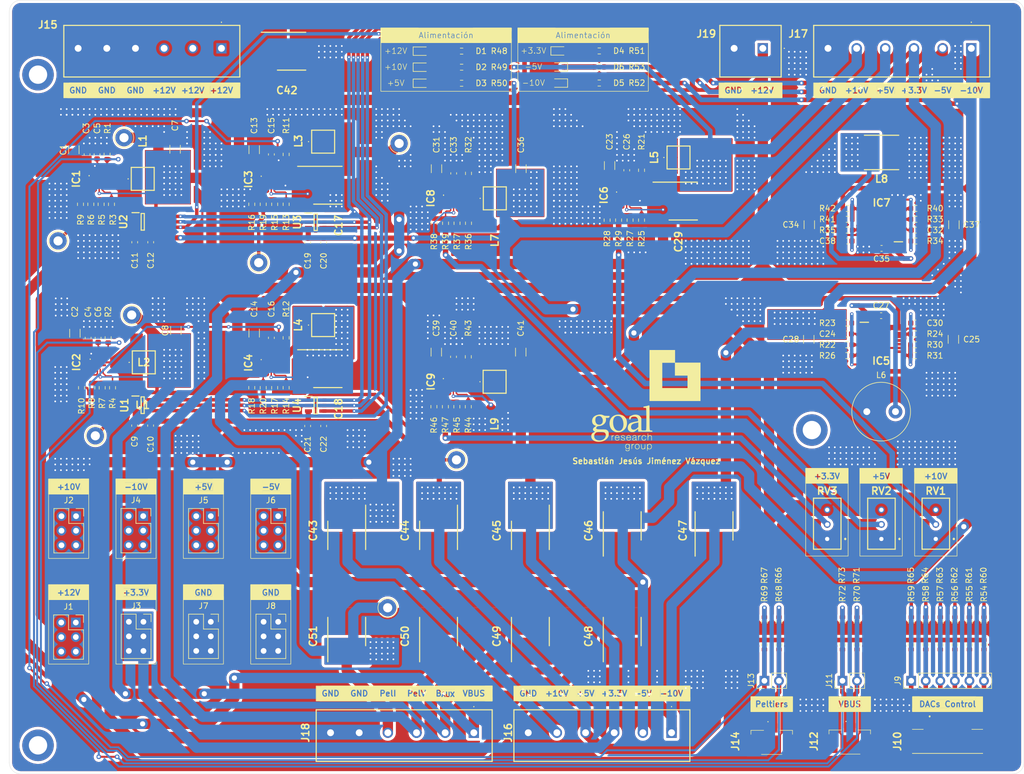
<source format=kicad_pcb>
(kicad_pcb (version 20241229) (generator "pcbnew") (generator_version "9.0")
  (title_block (title "Instrumento de Medición de Consumo: Módulo de Alimentación") (date "30/04/2025") (rev "A.1.0") (company "Escuela Superior de Ingeniería (Universidad de Cádiz) - Graphical Methods, Optimization and Learning Research Group (GOAL) ") (comment 1 "Sebastián Jesús Jiménez Vázquez") (comment 2 "Patricia Ruiz y Arturo Morgado") (comment 3 "Sebastián Jesús Jiménez Vázquez") (comment 4 "layout") (comment 5 "pcb_power_a_1_0"))
  (layers (0 "F.Cu" signal) (2 "B.Cu" signal) (13 "F.Paste" user) (15 "B.Paste" user) (5 "F.SilkS" user "F.Silkscreen") (7 "B.SilkS" user "B.Silkscreen") (1 "F.Mask" user) (3 "B.Mask" user) (25 "Edge.Cuts" user))
  (net 0 "")
  (net 1 "GND")
  (net 2 "+12V")
  (net 3 "Net-(IC1-SW)")
  (net 4 "Net-(IC2-SW)")
  (net 5 "Net-(IC1-FB)")
  (net 6 "VBUS")
  (net 7 "V_{BUS,AUX}")
  (net 8 "Net-(IC2-FB)")
  (net 9 "+5V")
  (net 10 "Net-(IC3-SS{slash}TR)")
  (net 11 "Net-(IC4-SS{slash}TR)")
  (net 12 "Peltier_{V}")
  (net 13 "Peltier_{I}")
  (net 14 "-10V")
  (net 15 "Net-(IC5-VCC)")
  (net 16 "Net-(IC6-SS{slash}TR)")
  (net 17 "Net-(IC5-SW_1)")
  (net 18 "Net-(IC5-CBOOT)")
  (net 19 "+10V")
  (net 20 "Net-(IC5-FB)")
  (net 21 "-5V")
  (net 22 "Net-(IC7-VCC)")
  (net 23 "Net-(IC8-SS{slash}TR)")
  (net 24 "Net-(IC7-CBOOT)")
  (net 25 "Net-(IC7-SW_1)")
  (net 26 "Net-(IC7-FB)")
  (net 27 "Net-(IC9-SS{slash}TR)")
  (net 28 "+3.3V")
  (net 29 "Net-(D1-A)")
  (net 30 "Net-(D2-A)")
  (net 31 "Net-(D3-A)")
  (net 32 "Net-(D4-A)")
  (net 33 "Net-(D5-K)")
  (net 34 "Net-(D6-K)")
  (net 35 "ENABLE_{BUS}")
  (net 36 "Net-(IC1-PG)")
  (net 37 "Net-(IC2-PG)")
  (net 38 "ENABLE_{BUS,AUX}")
  (net 39 "Net-(IC3-FB)")
  (net 40 "Net-(IC3-SW)")
  (net 41 "Net-(IC3-PG)")
  (net 42 "ENABLE_{PEL,V}")
  (net 43 "ENABLE_{PEL,I}")
  (net 44 "Net-(IC4-SW)")
  (net 45 "Net-(IC4-PG)")
  (net 46 "Net-(IC4-FB)")
  (net 47 "Net-(IC5-SYNC)")
  (net 49 "Net-(IC5-PGOOD)")
  (net 50 "Net-(IC6-FB)")
  (net 51 "Net-(IC6-PG)")
  (net 52 "Net-(IC6-SW)")
  (net 53 "Net-(IC6-EN)")
  (net 55 "Net-(IC7-SYNC)")
  (net 56 "Net-(IC7-PGOOD)")
  (net 57 "Net-(IC8-SW)")
  (net 58 "Net-(IC8-PG)")
  (net 59 "Net-(IC8-EN)")
  (net 60 "Net-(IC8-FB)")
  (net 61 "Net-(IC9-PG)")
  (net 62 "Net-(IC9-SW)")
  (net 63 "Net-(IC9-EN)")
  (net 64 "Net-(IC9-FB)")
  (net 65 "DIN_{DAC,PEL,I}")
  (net 66 "DIN_{DAC,BUS}")
  (net 67 "SYNC_{DAC}")
  (net 68 "DIN_{DAC,AUX}")
  (net 69 "DIN_{DAC,PEL,V}")
  (net 70 "CLK_{DAC}")
  (net 71 "Net-(U1-VOUT)")
  (net 72 "Net-(U2-VOUT)")
  (net 73 "Net-(U3-VOUT)")
  (net 74 "Net-(U4-VOUT)")
  (net 75 "Net-(IC5-EN)")
  (net 76 "Net-(R29-Pad2)")
  (net 77 "Net-(IC7-EN)")
  (net 78 "Net-(R39-Pad2)")
  (net 79 "Net-(R47-Pad2)")
  (net 82 "Net-(IC1-SS{slash}TR)")
  (net 83 "Net-(R5-Pad2)")
  (net 84 "Net-(R7-Pad2)")
  (net 85 "Net-(IC2-SS{slash}TR)")
  (footprint "ICs - Inductores de Potencia:INDM6060X450N" (layer "F.Cu") (at 212.71514 48.678875)
    (property "Reference" "L8")
    (property "Value" "33u" (hide yes))
  )
  (footprint "Resistor_SMD:R_0603_1608Metric" (layer "F.Cu") (at 206.698143 78.439753 180)
    (property "Reference" "R23")
    (property "Value" "0")
  )
  (footprint "Connector_PinSocket_2.54mm:PinSocket_2x03_P2.54mm_Vertical" (layer "F.Cu") (at 83.945333 130.556)
    (property "Reference" "J3")
    (property "Value" "Conn_02x03_Counter_Clockwise")
  )
  (footprint "ICs - Gestión de Energía:TPS621361RGXT" (layer "F.Cu") (at 76.16214 85.295096)
    (property "Reference" "IC2")
    (property "Value" "TPS621361" (hide yes))
  )
  (footprint "Resistor_SMD:R_0603_1608Metric" (layer "F.Cu") (at 208.432 130.582 -90)
    (property "Reference" "R71")
    (property "Value" "R")
  )
  (footprint "TestPoint:TestPoint_Loop_D2.60mm_Drill1.6mm_Beaded" (layer "F.Cu") (at 81.899 77.035)
    (property "Reference" "TP2" (hide yes))
    (property "Value" "TestPoint")
  )
  (footprint "Capacitor_SMD:C_1206_3216Metric" (layer "F.Cu") (at 89.605 79.736 90)
    (property "Reference" "C8")
    (property "Value" "47u")
  )
  (footprint "Connector_PinHeader_2.54mm:PinHeader_1x02_P2.54mm_Vertical" (layer "F.Cu") (at 192.277 140.843 90)
    (property "Reference" "J13")
    (property "Value" "PicoBlade 2P")
  )
  (footprint "Resistor_SMD:R_0603_1608Metric" (layer "F.Cu") (at 163.468235 36.5705)
    (property "Reference" "R52")
    (property "Value" "130")
  )
  (footprint "ICs - Inductores de Potencia:XAL4020152MEC" (layer "F.Cu") (at 115.297 46.797)
    (property "Reference" "L3")
    (property "Value" "1.5u" (hide yes))
  )
  (footprint "Resistor_SMD:R_0603_1608Metric" (layer "F.Cu") (at 102.847 57.722 -90)
    (property "Reference" "R16")
    (property "Value" "113k")
  )
  (footprint "ICS - DACs:SOT-23-THIN-6" (layer "F.Cu") (at 113.9925 92.836)
    (property "Reference" "U4")
    (property "Value" "DAC121S101CIMK/NOPB" (hide yes))
  )
  (footprint "ICs - Condensadores:CAPAE660X770N" (layer "F.Cu") (at 115.2945 86.393)
    (property "Reference" "C18")
    (property "Value" "47u" (hide yes))
  )
  (footprint "Capacitor_SMD:C_1206_3216Metric" (layer "F.Cu") (at 135.0385 83.51 90)
    (property "Reference" "C39")
    (property "Value" "10u")
  )
  (footprint "Resistor_SMD:R_0603_1608Metric" (layer "F.Cu") (at 230.582 130.582 -90)
    (property "Reference" "R60")
    (property "Value" "R")
  )
  (footprint "ICs - Gestión de Energía:SOP65P640X120-17N" (layer "F.Cu") (at 212.71514 61.410876 180)
    (property "Reference" "IC7")
    (property "Value" "LM43601PWPR" (hide yes))
  )
  (footprint "ICs - Condensadores:CAPAE660X770N" (layer "F.Cu") (at 167.471571 133.081 90)
    (property "Reference" "C48")
    (property "Value" "47u" (hide yes))
  )
  (footprint "Resistor_SMD:R_0603_1608Metric" (layer "F.Cu") (at 139.451741 33.806)
    (property "Reference" "R49")
    (property "Value" "130")
  )
  (footprint "Resistor_SMD:R_0603_1608Metric" (layer "F.Cu") (at 138.6185 93.03 90)
    (property "Reference" "R45")
    (property "Value" "511k")
  )
  (footprint "Resistor_SMD:R_0603_1608Metric" (layer "F.Cu") (at 218.65814 58.440751 180)
    (property "Reference" "R40")
    (property "Value" "100k")
  )
  (footprint "Resistor_SMD:R_0603_1608Metric" (layer "F.Cu") (at 139.451741 36.606)
    (property "Reference" "R50")
    (property "Value" "130")
  )
  (footprint "Capacitor_SMD:C_0603_1608Metric" (layer "F.Cu") (at 82.41064 96.329096 90)
    (property "Reference" "C9")
    (property "Value" "0.1u")
  )
  (footprint "ICs - Gestión de Energía:TPS621361RGXT" (layer "F.Cu") (at 105.997 53.372)
    (property "Reference" "IC3")
    (property "Value" "TPS62136RGXR" (hide yes))
  )
  (footprint "Resistor_SMD:R_0603_1608Metric" (layer "F.Cu") (at 206.77214 62.230751 180)
    (property "Reference" "R35")
    (property "Value" "10k")
  )
  (footprint "Resistor_SMD:R_0603_1608Metric" (layer "F.Cu") (at 140.6535 61.03 -90)
    (property "Reference" "R36")
    (property "Value" "100k")
  )
  (footprint "ICs - Inductores de Potencia:XAL4020152MEC" (layer "F.Cu") (at 177.294 49.558857)
    (property "Reference" "L5")
    (property "Value" "1.5u" (hide yes))
  )
  (footprint "Resistor_SMD:R_0603_1608Metric" (layer "F.Cu") (at 134.6535 61.03 -90)
    (property "Reference" "R38")
    (property "Value" "102k")
  )
  (footprint "LED_SMD:LED_0603_1608Metric" (layer "F.Cu") (at 156.465735 33.7705 180)
    (property "Reference" "D6")
    (property "Value" "LED (R)")
  )
  (footprint "ICS - DACs:SOT-23-THIN-6" (layer "F.Cu") (at 113.995 60.84)
    (property "Reference" "U3")
    (property "Value" "DAC121S101CIMK/NOPB" (hide yes))
  )
  (footprint "Resistor_SMD:R_0603_1608Metric" (layer "F.Cu") (at 170.844 60.483857 -90)
    (property "Reference" "R25")
    (property "Value" "100k")
  )
  (footprint "Resistor_SMD:R_0603_1608Metric" (layer "F.Cu") (at 108.847 57.722 -90)
    (property "Reference" "R13")
    (property "Value" "100k")
  )
  (footprint "Capacitor_SMD:C_1206_3216Metric" (layer "F.Cu") (at 103.2645 80.198 90)
    (property "Reference" "C14")
    (property "Value" "10u")
  )
  (footprint "Resistor_SMD:R_0603_1608Metric" (layer "F.Cu") (at 136.6185 93.03 -90)
    (property "Reference" "R47")
    (property "Value" "2M")
  )
  (footprint "Connector_PinSocket_2.54mm:PinSocket_2x03_P2.54mm_Vertical" (layer "F.Cu") (at 95.697666 112.126)
    (property "Reference" "J5")
    (property "Value" "Conn_02x03_Counter_Clockwise")
  )
  (footprint "Capacitor_SMD:C_1206_3216Metric" (layer "F.Cu") (at 71.807 48.202 90)
    (property "Reference" "C1")
    (property "Value" "10u")
  )
  (footprint "ICs - Gestión de Energía:TPS621361RGXT" (layer "F.Cu") (at 75.97614 53.285096)
    (property "Reference" "IC1")
    (property "Value" "TPS621361" (hide yes))
  )
  (footprint "Resistor_SMD:R_0603_1608Metric" (layer "F.Cu") (at 217.882 134.56 -90)
    (property "Reference" "R59")
    (property "Value" "R")
  )
  (footprint "Inductor_THT:L_Radial_D10.0mm_P5.00mm_Neosid_SD12_style3" (layer "F.Cu") (at 215.141142 93.892625 180)
    (property "Reference" "L6")
    (property "Value" "47u")
  )
  (footprint "Resistor_SMD:R_0603_1608Metric" (layer "F.Cu") (at 166.844 60.483857 -90)
    (property "Reference" "R29")
    (property "Value" "2M")
  )
  (footprint "Capacitor_SMD:C_0603_1608Metric" (layer "F.Cu") (at 138.0735 52.33 -90)
    (property "Reference" "C33")
    (property "Value" "2.2n")
  )
  (footprint "Resistor_SMD:R_0603_1608Metric" (layer "F.Cu") (at 220.422 134.56 -90)
    (property "Reference" "R58")
    (property "Value" "R")
  )
  (footprint "Resistor_SMD:R_0603_1608Metric" (layer "F.Cu") (at 192.277 134.56 -90)
    (property "Reference" "R69")
    (property "Value" "R")
  )
  (footprint "Capacitor_SMD:C_0603_1608Metric" (layer "F.Cu") (at 206.77214 64.125751 180)
    (property "Reference" "C38")
    (property "Value" "56p")
  )
  (footprint "Resistor_SMD:R_0603_1608Metric" (layer "F.Cu") (at 140.6535 52.33 -90)
    (property "Reference" "R32")
    (property "Value" "10k")
  )
  (footprint "Connector_PinSocket_2.54mm:PinSocket_2x03_P2.54mm_Vertical" (layer "F.Cu") (at 95.697666 130.556)
    (property "Reference" "J7")
    (property "Value" "Conn_02x03_Counter_Clockwise")
  )
  (footprint "Resistor_SMD:R_0603_1608Metric" (layer "F.Cu") (at 106.8445 89.718 90)
    (property "Reference" "R17")
    (property "Value" "953k")
  )
  (footprint "ICs - Gestión de Energía:TPS621361RGXT" (layer "F.Cu") (at 137.7685 88.68)
    (property "Reference" "IC9")
    (property "Value" "TPS62136RGXR" (hide yes))
  )
  (footprint "Conexiones y Pines:Screw Terminal 6P" (layer "F.Cu") (at 176.076571 149.907 180)
    (property "Reference" "J16")
    (property "Value" "Screw_Terminal_01x06" (hide yes))
  )
  (footprint "Conexiones y Pines:Screw Terminal 6P" (layer "F.Cu") (at 141.587001 149.907 180)
    (property "Reference" "J18")
    (property "Value" "Screw_Terminal_01x06" (hide yes))
  )
  (footprint "Connector_PinSocket_2.54mm:PinSocket_2x03_P2.54mm_Vertical" (layer "F.Cu") (at 83.905333 112.111)
    (property "Reference" "J4")
    (property "Value" "Conn_02x03_Counter_Clockwise")
  )
  (footprint "TestPoint:TestPoint_Loop_D2.60mm_Drill1.6mm_Beaded" (layer "F.Cu") (at 104.057 67.907)
    (property "Reference" "TP7" (hide yes))
    (property "Value" "TestPoint")
  )
  (footprint "TestPoint:TestPoint_Loop_D2.60mm_Drill1.6mm_Beaded" (layer "F.Cu") (at 75.557 98.107)
    (property "Reference" "TP3" (hide yes))
    (property "Value" "TestPoint")
  )
  (footprint "ICs - Condensadores:CAPAE660X770N" (layer "F.Cu") (at 108.967 31.013)
    (property "Reference" "C42")
    (property "Value" "47u" (hide yes))
  )
  (footprint "Conexiones y Pines:Screw Terminal 2P" (layer "F.Cu") (at 191.997 30.513 180)
    (property "Reference" "J19")
    (property "Value" "~" (hide yes))
  )
  (footprint "Resistor_SMD:R_0603_1608Metric" (layer "F.Cu") (at 218.65814 64.125751)
    (property "Reference" "R34")
    (property "Value" "0")
  )
  (footprint "Conexiones y Pines:PicoBlade 2P" (layer "F.Cu") (at 193.552 151.39 180)
    (property "Reference" "J14")
    (property "Value" "PicoBlade 2P" (hide yes))
  )
  (footprint "Conexiones y Pines:Screw Terminal 6P" (layer "F.Cu") (at 97.557 30.513 180)
    (property "Reference" "J15")
    (property "Value" "Screw_Terminal_01x06" (hide yes))
  )
  (footprint "Capacitor_SMD:C_0603_1608Metric" (layer "F.Cu") (at 218.58414 78.439751)
    (property "Reference" "C30")
    (property "Value" "180p")
  )
  (footprint "Resistor_SMD:R_0603_1608Metric" (layer "F.Cu") (at 220.422 130.582 -90)
    (property "Reference" "R64")
    (property "Value" "R")
  )
  (footprint "ICs - Inductores de Potencia:XAL4020152MEC" (layer "F.Cu") (at 115.2945 78.793)
    (property "Reference" "L4")
    (property "Value" "1.5u" (hide yes))
  )
  (footprint "Capacitor_SMD:C_0603_1608Metric" (layer "F.Cu") (at 168.264 51.783857 -90)
    (property "Reference" "C26")
    (property "Value" "2.2n")
  )
  (footprint "ICs - Condensadores:CAPAE660X770N" (layer "F.Cu") (at 167.471571 114.651 90)
    (property "Reference" "C46")
    (property "Value" "47u" (hide yes))
  )
  (footprint "MountingHole:MountingHole_3.2mm_M3_ISO14580_Pad" (layer "F.Cu") (at 65.557 152.107)
    (property "Reference" "H1" (hide yes))
    (property "Value" "MountingHole")
  )
  (footprint "LED_SMD:LED_0603_1608Metric" (layer "F.Cu") (at 132.489241 31.006)
    (property "Reference" "D1")
    (property "Value" "LED (R)")
  )
  (footprint "Conexiones y Pines:PicoBlade 6P" (layer "F.Cu") (at 224.232 151.407)
    (property "Reference" "J10")
    (property "Value" "PicoBlade 6P" (hide yes))
  )
  (footprint "Resistor_SMD:R_0603_1608Metric" (layer "F.Cu") (at 108.8445 81.018 90)
    (property "Reference" "R12")
    (property "Value" "10k")
  )
  (footprint "Resistor_SMD:R_0603_1608Metric" (layer "F.Cu") (at 76.75464 89.732 90)
    (property "Reference" "R7")
    (property "Value" "619k")
  )
  (footprint "Resistor_SMD:R_0603_1608Metric" (layer "F.Cu") (at 140.6185 84.33 -90)
    (property "Reference" "R43")
    (property "Value" "10k")
  )
  (footprint "Resistor_SMD:R_0603_1608Metric" (layer "F.Cu") (at 77.60614 49.022 90)
    (property "Reference" "R1")
    (property "Value" "10k")
  )
  (footprint "Resistor_SMD:R_0603_1608Metric" (layer "F.Cu") (at 78.37064 57.722 90)
    (property "Reference" "R3")
    (property "Value" "100k")
  )
  (footprint "Resistor_SMD:R_0603_1608Metric" (layer "F.Cu") (at 228.042 134.56 -90)
    (property "Reference" "R55")
    (property "Value" "R")
  )
  (footprint "LED_SMD:LED_0603_1608Metric" (layer "F.Cu") (at 132.489241 33.806)
    (property "Reference" "D2")
    (property "Value" "LED (R)")
  )
  (footprint "Resistor_SMD:R_0603_1608Metric" (layer "F.Cu") (at 78.55664 89.732 90)
    (property "Reference" "R4")
    (property "Value" "100k")
  )
  (footprint "Capacitor_SMD:C_0603_1608Metric" (layer "F.Cu") (at 212.641142 77.156625)
    (property "Reference" "C27")
    (property "Value" "470n")
  )
  (footprint "Resistor_SMD:R_0603_1608Metric" (layer "F.Cu") (at 225.502 134.56 -90)
    (property "Reference" "R56")
    (property "Value" "R")
  )
  (footprint "Capacitor_SMD:C_0603_1608Metric" (layer "F.Cu") (at 74.11514 49.022 90)
    (property "Reference" "C3")
    (property "Value" "0.1u")
  )
  (footprint "Resistor_SMD:R_0603_1608Metric" (layer "F.Cu") (at 134.6185 93.03 -90)
    (property "Reference" "R46")
    (property "Value" "105k")
  )
  (footprint "ICs - Condensadores:CAPAE660X770N" (layer "F.Cu") (at 135.431571 133.081 90)
    (property "Reference" "C50")
    (property "Value" "47u" (hide yes))
  )
  (footprint "ICs - Condensadores:CAPAE660X770N" (layer "F.Cu") (at 151.451571 114.651 -90)
    (property "Reference" "C45")
    (property "Value" "47u" (hide yes))
  )
  (footprint "ICs - Gestión de Energía:SOP65P640X120-17N" (layer "F.Cu") (at 212.641143 81.154628)
    (property "Reference" "IC5")
    (property "Value" "LM43601PWPR" (hide yes))
  )
  (footprint "TestPoint:TestPoint_Loop_D2.60mm_Drill1.6mm_Beaded" (layer "F.Cu") (at 69.057 64.107)
    (property "Reference" "TP4" (hide yes))
    (property "Value" "TestPoint")
  )
  (footprint "Capacitor_SMD:C_0603_1608Metric" (layer "F.Cu") (at 115.3875 96.398 90)
    (property "Reference" "C22")
    (property "Value" "1u")
  )
  (footprint "Conexiones y Pines:PicoBlade 2P" (layer "F.Cu") (at 207.167 151.337 180)
    (property "Reference" "J12")
    (property "Value" "PicoBlade 2P" (hide yes))
  )
  (footprint "TestPoint:TestPoint_Loop_D2.60mm_Drill1.6mm_Beaded" (layer "F.Cu") (at 80.557 46.107)
    (property "Reference" "TP1" (hide yes))
    (property "Value" "TestPoint")
  )
  (footprint "Connector_PinSocket_2.54mm:PinSocket_2x03_P2.54mm_Vertical" (layer "F.Cu") (at 72.193 112.126)
    (property "Reference" "J2")
    (property "Value" "Conn_02x03_Counter_Clockwise")
  )
  (footprint "Resistor_SMD:R_0603_1608Metric" (layer "F.Cu") (at 102.8445 89.718 -90)
    (property "Reference" "R18")
    (property "Value" "113k")
  )
  (footprint "Conexiones y Pines:Screw Terminal 6P" (layer "F.Cu") (at 228.371 30.513 180)
    (property "Reference" "J17")
    (property "Value" "Screw_Terminal_01x06" (hide yes))
  )
  (footprint "ICs - Gestión de Energía:TPS621361RGXT" (layer "F.Cu") (at 137.8035 56.68)
    (property "Reference" "IC8")
    (property "Value" "TPS62136RGXR" (hide yes))
  )
  (footprint "Resistor_SMD:R_0603_1608Metric" (layer "F.Cu") (at 218.58414 84.124751 180)
    (property "Reference" "R31")
    (property "Value" "113k")
  )
  (footprint "Resistor_SMD:R_0603_1608Metric" (layer "F.Cu") (at 104.8445 89.718 -90)
    (property "Reference" "R20")
    (property "Value" "732k")
  )
  (footprint "Resistor_SMD:R_0603_1608Metric" (layer "F.Cu") (at 222.962 134.56 -90)
    (property "Reference" "R57")
    (property "Value" "R")
  )
  (footprint "LED_SMD:LED_0603_1608Metric" (layer "F.Cu") (at 156.465735 36.5705 180)
    (property "Reference" "D5")
    (property "Value" "LED (R)")
  )
  (footprint "Resistor_SMD:R_0603_1608Metric" (layer "F.Cu") (at 104.847 57.722 -90)
    (property "Reference" "R19")
    (property "Value" "732k")
  )
  (footprint "Resistor_SMD:R_0603_1608Metric" (layer "F.Cu") (at 74.76664 57.722 -90)
    (property "Reference" "R6")
    (property "Value" "95.3k")
  )
  (footprint "Connector_PinSocket_2.54mm:PinSocket_2x03_P2.54mm_Vertical" (layer "F.Cu") (at 107.45 130.556)
    (property "Reference" "J8")
    (property "Value" "Conn_02x03_Counter_Clockwise")
  )
  (footprint "Resistor_SMD:R_0603_1608Metric" (layer "F.Cu") (at 194.817 130.582 -90)
    (property "Reference" "R66")
    (property "Value" "R")
  )
  (footprint "Capacitor_SMD:C_1206_3216Metric" (layer "F.Cu") (at 149.8055 51.51 90)
    (property "Reference" "C36")
    (property "Value" "47u")
  )
  (footprint "Capacitor_SMD:C_1206_3216Metric" (layer "F.Cu") (at 135.0735 51.51 90)
    (property "Reference" "C31")
    (property "Value" "10u")
  )
  (footprint "ICs - Condensadores:CAPAE660X770N" (layer "F.Cu") (at 177.294 57.158857)
    (property "Reference" "C29")
    (property "Value" "47u" (hide yes))
  )
  (footprint "Capacitor_SMD:C_1206_3216Metric" (layer "F.Cu") (at 225.33914 61.283313 -90)
    (property "Reference" "C37")
    (property "Value" "4.7u")
  )
  (footprint "Resistor_SMD:R_0603_1608Metric" (layer "F.Cu") (at 77.79214 81.032 90)
    (property "Reference" "R2")
    (property "Value" "10k")
  )
  (footprint "ICs - Condensadores:CAPAE660X770N" (layer "F.Cu") (at 135.431571 114.651 -90)
    (property "Reference" "C44")
    (property "Value" "47u" (hide yes))
  )
  (footprint "Resistor_SMD:R_0603_1608Metric" (layer "F.Cu") (at 170.844 51.783857 -90)
    (property "Reference" "R21")
    (property "Value" "10k")
  )
  (footprint "TestPoint:TestPoint_Loop_D2.60mm_Drill1.6mm_Beaded" (layer "F.Cu") (at 138.557 102.307)
    (property "Reference" "TP8" (hide yes))
    (property "Value" "TestPoint")
  )
  (footprint "Resistor_SMD:R_0603_1608Metric" (layer "F.Cu") (at 164.844 60.483857 -90)
    (property "Reference" "R28")
    (property "Value" "102k")
  )
  (footprint "Capacitor_SMD:C_0603_1608Metric" (layer "F.Cu") (at 106.2645 81.018 -90)
    (property "Reference" "C16")
    (property "Value" "2.2n")
  )
  (footprint "Resistor_SMD:R_0603_1608Metric" (layer "F.Cu") (at 163.468235 30.9705)
    (property "Reference" "R51")
    (property "Value" "130")
  )
  (footprint "LED_SMD:LED_0603_1608Metric" (layer "F.Cu") (at 156.505735 30.9705)
    (property "Reference" "D4")
    (property "Value" "LED (R)")
  )
  (footprint "Resistor_SMD:R_0603_1608Metric" (layer "F.Cu") (at 140.6185 93.03 -90)
    (property "Reference" "R44")
    (property "Value" "100k")
  )
  (footprint "Resistor_SMD:R_0603_1608Metric" (layer "F.Cu") (at 163.468235 33.7705)
    (property "Reference" "R53")
    (property "Value" "130")
  )
  (footprint "Capacitor_SMD:C_0603_1608Metric" (layer "F.Cu") (at 112.6 64.402 90)
    (property "Reference" "C19")
    (property "Value" "0.1u")
  )
  (footprint "ICs - Condensadores:CAPAE660X770N" (layer "F.Cu") (at 151.451571 133.081 90)
    (property "Reference" "C49")
    (property "Value" "47u" (hide yes))
  )
  (footprint "Resistor_SMD:R_0603_1608Metric" (layer "F.Cu") (at 222.962 130.582 -90)
    (property "Reference" "R63")
    (property "Value" "R")
  )
  (footprint "Capacitor_SMD:C_0603_1608Metric" (layer "F.Cu") (at 106.267 49.022 -90)
    (property "Reference" "C15")
    (property "Value" "2.2n")
  )
  (footprint "Capacitor_SMD:C_1206_3216Metric" (layer "F.Cu") (at 89.47014 48.118096 90)
    (property "Reference" "C7")
    (property "Value" "47u")
  )
  (footprint "ICs - Condensadores:CAPAE660X770N" (layer "F.Cu") (at 115.297 54.397)
    (property "Reference" "C17")
    (property "Value" "47u" (hide yes))
  )
  (footprint "Capacitor_SMD:C_0603_1608Metric" (layer "F.Cu") (at 138.0385 84.33 -90)
    (property "Reference" "C40")
    (property "Value" "2.2n")
  )
  (footprint "Connector_PinSocket_2.54mm:PinSocket_2x03_P2.54mm_Vertical" (layer "F.Cu") (at 107.45 112.126)
    (property "Reference" "J6")
    (property "Value" "Conn_02x03_Counter_Clockwise")
  )
  (footprint "Capacitor_SMD:C_1206_3216Metric" (layer "F.Cu") (at 200.107141 61.283313 90)
    (property "Reference" "C34")
    (property "Value" "10u")
  )
  (footprint "Resistor_SMD:R_0603_1608Metric" (layer "F.Cu") (at 218.584143 80.334752)
    (property "Reference" "R24")
    (property "Value" "10k")
  )
  (footprint "Resistor_SMD:R_0603_1608Metric" (layer "F.Cu") (at 108.8445 89.718 -90)
    (property "Reference" "R14")
    (property "Value" "100k")
  )
  (footprint "Resistor_SMD:R_0603_1608Metric" (layer "F.Cu") (at 72.96464 57.722 -90)
    (property "Reference" "R9")
    (property "Value" "768k")
  )
  (footprint "Resistor_SMD:R_0603_1608Metric" (layer "F.Cu") (at 206.698143 84.124753)
    (property "Reference" "R26")
    (property "Value" "100k")
  )
  (footprint "Capacitor_SMD:C_0603_1608Metric" (layer "F.Cu") (at 76.04214 81.032 -90)
    (property "Reference" "C6")
    (property "Value" "2.2n")
  )
  (footprint "Capacitor_SMD:C_1206_3216Metric" (layer "F.Cu") (at 71.993 80.212 90)
    (property "Reference" "C2")
    (property "Value" "10u")
  )
  (footprint "Resistor_SMD:R_0603_1608Metric" (layer "F.Cu") (at 192.277 130.582 -90)
    (property "Reference" "R67")
    (property "Value" "R")
  )
  (footprint "MountingHole:MountingHole_3.2mm_M3_ISO14580_Pad" (layer "F.Cu") (at 65.557 35.107)
    (property "Reference" "H2" (hide yes))
    (property "Value" "MountingHole")
  )
  (footprint "Resistor_SMD:R_0603_1608Metric" (layer "F.Cu") (at 230.582 134.56 -90)
    (property "Reference" "R54")
    (property "Value" "R")
  )
  (footprint "Resistor_SMD:R_0603_1608Metric" (layer "F.Cu") (at 205.892 134.56 -90)
    (property "Reference" "R72")
    (property "Value" "R")
  )
  (footprint "Capacitor_SMD:C_0603_1608Metric" (layer "F.Cu") (at 85.21914 64.340096 90)
    (property "Reference" "C12")
    (property "Value" "1u")
  )
  (footprint "ICS - DACs:SOT-23-THIN-6" (layer "F.Cu") (at 83.80564 92.767096)
    (property "Reference" "U1")
    (property "Value" "DAC121S101CIMK/NOPB" (hide yes))
  )
  (footprint "MountingHole:MountingHole_3.2mm_M3_ISO14580_Pad" (layer "F.Cu") (at 200.557 97.107)
    (property "Reference" "H3" (hide yes))
    (property "Value" "MountingHole")
  )
  (footprint "Resistor_SMD:R_0603_1608Metric" (layer "F.Cu") (at 168.844 60.483857 90)
    (property "Reference" "R27")
    (property "Value" "1.47M")
  )
  (footprint "Capacitor_SMD:C_0603_1608Metric" (layer "F.Cu") (at 206.698143 80.334752)
    (property "Reference" "C24")
    (property "Value" "2.2u")
  )
  (footprint "Capacitor_SMD:C_0603_1608Metric" (layer "F.Cu") (at 115.39 64.402 90)
    (property "Reference" "C20")
    (property "Value" "1u")
  )
  (footprint "TestPoint:TestPoint_Loop_D2.60mm_Drill1.6mm_Beaded" (layer "F.Cu") (at 128.557 47.107)
    (property "Reference" "TP5" (hide yes))
    (property "Value" "TestPoint")
  )
  (footprint "Resistor_SMD:R_0603_1608Metric" (layer "F.Cu") (at 206.698143 82.229627 180)
    (property "Reference" "R22")
    (property "Value" "0")
  )
  (footprint "ICs - Potenciómetro:PV36W201C01B00" (layer "F.Cu") (at 222.17 116.105)
    (property "Reference" "RV1")
    (property "Value" "50k" (hide yes))
  )
  (footprint "Capacitor_SMD:C_1206_3216Metric" (layer "F.Cu") (at 149.7705 83.51 90)
    (property "Reference" "C41")
    (property "Value" "47u")
  )
  (footprint "Connector_PinHeader_2.54mm:PinHeader_1x06_P2.54mm_Vertical" (layer "F.Cu") (at 217.882 140.843 90)
    (property "Reference" "J9")
    (property "Value" "PicoBlade 6P")
  )
  (footprint "Capacitor_SMD:C_0603_1608Metric" (layer "F.Cu") (at 212.71514 65.408876 180)
    (property "Reference" "C35")
    (property "Value" "470n")
  )
  (footprint "ICs - Condensadores:CAPAE660X770N" (layer "F.Cu") (at 119.411571 133.081 90)
    (property "Reference" "C51")
    (property "Value" "47u" (hide yes))
  )
  (footprint "ICs - Inductores de Potencia:XAL4020152MEC" (layer "F.Cu") (at 84.01014 85.295096)
    (property "Reference" "L2")
    (property "Value" "1.5u" (hide yes))
  )
  (footprint "Capacitor_SMD:C_1206_3216Metric" (layer "F.Cu") (at 200.01714 81.282188 90)
    (property "Reference" "C28")
    (property "Value" "4.7u")
  )
  (footprint "Capacitor_SMD:C_0603_1608Metric" (layer "F.Cu") (at 74.30114 81.032 90)
    (property "Reference" "C4")
    (property "Value" "0.1u")
  )
  (footprint "Capacitor_SMD:C_1206_3216Metric" (layer "F.Cu") (at 103.267 48.202 90)
    (property "Reference" "C13")
    (property "Value" "10u")
  )
  (footprint "ICs - Potenciómetro:PV36W201C01B00" (layer "F.Cu") (at 203.23 116.105)
    (property "Reference" "RV3")
    (property "Value" "50k" (hide yes))
  )
  (footprint "ICs - Inductores de Potencia:XAL4020152MEC" (layer "F.Cu") (at 145.2105 88.68)
    (property "Reference" "L9")
    (property "Value" "1.5u" (hide yes))
  )
  (footprint "ICS - DACs:SOT-23-THIN-6" (layer "F.Cu") (at 83.82414 60.778096)
    (property "Reference" "U2")
    (property "Value" "DAC121S101CIMK/NOPB" (hide yes))
  )
  (footprint "Resistor_SMD:R_0603_1608Metric" (layer "F.Cu") (at 73.15064 89.732 -90)
    (property "Reference" "R10")
    (property "Value" "768k")
  )
  (footprint "Resistor_SMD:R_0603_1608Metric" (layer "F.Cu") (at 138.6535 61.03 90)
    (property "Reference" "R37")
    (property "Value" "750k")
  )
  (footprint "Resistor_SMD:R_0603_1608Metric" (layer "F.Cu") (at 208.432 134.56 -90)
    (property "Reference" "R70")
    (property "Value" "R")
  )
  (footprint "ICs - Inductores de Potencia:XAL4020152MEC" (layer "F.Cu") (at 145.2455 56.68)
    (property "Reference" "L7")
    (property "Value" "1.5u" (hide yes))
  )
  (footprint "Resistor_SMD:R_0603_1608Metric" (layer "F.Cu") (at 205.892 130.582 -90)
    (property "Reference" "R73")
    (property "Value" "R")
  )
  (footprint "Resistor_SMD:R_0603_1608Metric" (layer "F.Cu") (at 194.817 134.56 -90)
    (property "Reference" "R68")
    (property "Value" "R")
  )
  (footprint "Resistor_SMD:R_0603_1608Metric" (layer "F.Cu") (at 217.902 130.582 -90)
    (property "Reference" "R65")
    (property "Value" "R")
  )
  (footprint "Capacitor_SMD:C_0603_1608Metric" (layer "F.Cu") (at 82.42914 64.340096 90)
    (property "Reference" "C11")
    (property "Value" "0.1u")
  )
  (footprint "ICs - Potenciómetro:PV36W201C01B00" (layer "F.Cu") (at 212.682 116.105)
    (property "Reference" "RV2")
    (property "Value" "50k" (hide yes))
  )
  (footprint "Capacitor_SMD:C_0603_1608Metric" (layer "F.Cu") (at 85.20064 96.329096 90)
    (property "Reference" "C10")
    (property "Value" "1u")
  )
  (footprint "Connector_PinHeader_2.54mm:PinHeader_1x02_P2.54mm_Vertical" (layer "F.Cu") (at 205.892 140.843 90)
    (property "Reference" "J11")
    (property "Value" "PicoBlade 2P")
  )
  (footprint "Resistor_SMD:R_0603_1608Metric" (layer "F.Cu") (at 206.77214 60.335876 180)
    (property "Reference" "R41")
    (property "Value" "1M")
  )
  (footprint "Resistor_SMD:R_0603_1608Metric" (layer "F.Cu") (at 74.95264 89.732 -90)
    (property "Reference" "R8")
    (property "Value" "95.3k")
  )
  (footprint "Capacitor_SMD:C_1206_3216Metric" (layer "F.Cu") (at 225.249141 81.282188 -90)
    (property "Reference" "C25")
    (property "Value" "10u")
  )
  (footprint "ICs - Inductores de Potencia:XAL4020152MEC" (layer "F.Cu") (at 83.82414 53.285096)
    (property "Reference" "L1")
    (property "Value" "1.5u" (hide yes))
  )
  (footprint "Resistor_SMD:R_0603_1608Metric" (layer "F.Cu") (at 139.451741 31.006)
    (property "Reference" "R48")
    (property "Value" "130")
  )
  (footprint "Resistor_SMD:R_0603_1608Metric" (layer "F.Cu") (at 225.502 130.582 -90)
    (property "Reference" "R62")
    (property "Value" "R")
  )
  (footprint "Resistor_SMD:R_0603_1608Metric" (layer "F.Cu") (at 136.6535 61.03 -90)
    (property "Reference" "R39")
    (property "Value" "2M")
  )
  (footprint "Capacitor_SMD:C_1206_3216Metric" (layer "F.Cu") (at 165.264 50.963857 90)
    (property "Reference" "C23")
    (property "Value" "10u")
  )
  (footprint "Logos e Imágenes:GOAL_Logo_2cm" (layer "F.Cu") (at 171.557 92.107)
    (property "Reference" "G***" (hide yes))
    (property "Value" "LOGO" (hide yes))
  )
  (footprint "Connector_PinSocket_2.54mm:PinSocket_2x03_P2.54mm_Vertical" (layer "F.Cu") (at 72.153 130.681)
    (property "Reference" "J1")
    (property "Value" "Conn_02x03_Counter_Clockwise")
  )
  (footprint "ICs - Gestión de Energía:TPS621361RGXT" (layer "F.Cu") (at 105.9945 85.368)
    (property "Reference" "IC4")
    (property "Value" "TPS62136RGXR" (hide yes))
  )
  (footprint "ICs - Gestión de Energía:TPS621361RGXT" (layer "F.Cu") (at 167.994 56.133857)
    (property "Reference" "IC6")
    (property "Value" "TPS62136RGXR" (hide yes))
  )
  (footprint "TestPoint:TestPoint_Loop_D2.60mm_Drill1.6mm_Beaded" (layer "F.Cu") (at 126.557 128.107)
    (property "Reference" "TP6" (hide yes))
    (property "Value" "TestPoint")
  )
  (footprint "Resistor_SMD:R_0603_1608Metric" (layer "F.Cu") (at 76.56864 57.722 90)
    (property "Reference" "R5")
    (property "Value" "619k")
  )
  (footprint "LED_SMD:LED_0603_1608Metric" (layer "F.Cu") (at 132.489241 36.606)
    (property "Reference" "D3")
    (property "Value" "LED (R)")
  )
  (footprint "Capacitor_SMD:C_0603_1608Metric" (layer "F.Cu") (at 218.65814 62.23075 180)
    (property "Reference" "C32")
    (property "Value" "2.2u")
  )
  (footprint "Resistor_SMD:R_0603_1608Metric" (layer "F.Cu") (at 106.847 57.722 90)
    (property "Reference" "R15")
    (property "Value" "953k")
  )
  (footprint "Resistor_SMD:R_0603_1608Metric" (layer "F.Cu") (at 206.77214 58.440751)
    (property "Reference" "R42")
    (property "Value" "255k")
  )
  (footprint "ICs - Condensadores:CAPAE660X770N" (layer "F.Cu") (at 119.411571 114.651 -90)
    (property "Reference" "C43")
    (property "Value" "47u" (hide yes))
  )
  (footprint "Resistor_SMD:R_0603_1608Metric" (layer "F.Cu") (at 228.042 130.582 -90)
    (property "Reference" "R61")
    (property "Value" "R")
  )
  (footprint "ICs - Condensadores:CAPAE660X770N" (layer "F.Cu") (at 183.491571 114.651 90)
    (property "Reference" "C47")
    (property "Value" "47u" (hide yes))
  )
  (footprint "Resistor_SMD:R_0603_1608Metric" (layer "F.Cu") (at 108.847 49.022 90)
    (property "Reference" "R11")
    (property "Value" "10k")
  )
  (footprint "Resistor_SMD:R_0603_1608Metric" (layer "F.Cu") (at 218.584143 82.229626)
    (property "Reference" "R30")
    (property "Value" "1M")
  )
  (footprint "Resistor_SMD:R_0603_1608Metric" (layer "F.Cu") (at 218.65814 60.335875)
    (property "Reference" "R33")
    (property "Value" "0")
  )
  (footprint "Capacitor_SMD:C_0603_1608Metric" (layer "F.Cu") (at 112.5975 96.398 90)
    (property "Reference" "C21")
    (property "Value" "0.1u")
  )
  (footprint "Capacitor_SMD:C_0603_1608Metric" (layer "F.Cu") (at 75.85614 49.022 -90)
    (property "Reference" "C5")
    (property "Value" "2.2n")
  )
  (gr_line (start 73.243 80.117) (end 73.243 81.367) (stroke (width 0.2)) (layer "F.Cu") (net 2))
  (gr_line (start 115.6945 75.593) (end 119.4945 75.593) (stroke (width 0.35)) (layer "F.Cu") (net 13))
  (gr_line (start 73.807 52.857) (end 65.307 52.857) (stroke (width 0.2)) (layer "F.Cu") (net 2))
  (gr_line (start 109.997 58.797) (end 109.997 52.797) (stroke (width 0.35)) (layer "F.Cu") (net 12))
  (gr_line (start 114.797 58.797) (end 109.997 58.797) (stroke (width 0.35)) (layer "F.Cu") (net 12))
  (gr_line (start 83.557 48.357) (end 83.557 57.607) (stroke (width 0.2)) (layer "F.Cu") (net 3))
  (gr_line (start 65.243 52.857) (end 65.243 48.107) (stroke (width 0.2)) (layer "F.Cu") (net 2))
  (gr_line (start 81.743 81.867) (end 81.743 80.367) (stroke (width 0.2)) (layer "F.Cu") (net 4))
  (gr_line (start 78.057 54.107) (end 78.057 52.607) (stroke (width 0.2)) (layer "F.Cu") (net 3))
  (gr_line (start 181.494 46.358857) (end 186.557 46.358857) (stroke (width 0.35)) (layer "F.Cu") (net 19))
  (gr_line (start 120.5945 84.593) (end 114.7945 84.593) (stroke (width 0.35)) (layer "F.Cu") (net 13))
  (gr_line (start 109.997 52.797) (end 112.597 50.197) (stroke (width 0.35)) (layer "F.Cu") (net 12))
  (gr_line (start 112.5945 82.193) (end 115.6945 82.193) (stroke (width 0.35)) (layer "F.Cu") (net 13))
  (gr_line (start 109.9945 84.793) (end 112.5945 82.193) (stroke (width 0.35)) (layer "F.Cu") (net 13))
  (gr_line (start 110.0945 82.393) (end 107.9945 84.493) (stroke (width 0.35)) (layer "F.Cu") (net 44))
  (gr_line (start 171.994 55.558857) (end 174.594 52.958857) (stroke (width 0.35)) (layer "F.Cu") (net 19))
  (gr_line (start 79.743 87.367) (end 78.243 86.117) (stroke (width 0.2)) (layer "F.Cu") (net 4))
  (gr_rect (start 145.557 51.607) (end 153.807 59.857) (stroke (width 0.2)) (fill no) (layer "F.Cu") (net 9))
  (gr_line (start 78.057 52.607) (end 81.557 49.857) (stroke (width 0.2)) (layer "F.Cu") (net 3))
  (gr_line (start 115.697 50.197) (end 115.697 43.597) (stroke (width 0.35)) (layer "F.Cu") (net 12))
  (gr_line (start 120.597 43.597) (end 120.597 52.597) (stroke (width 0.35)) (layer "F.Cu") (net 12))
  (gr_line (start 114.7945 84.593) (end 114.7945 89.884) (stroke (width 0.35)) (layer "F.Cu") (net 13))
  (gr_line (start 65.307 48.107) (end 73.057 48.107) (stroke (width 0.2)) (layer "F.Cu") (net 2))
  (gr_rect (start 84.70764 80.324096) (end 92.14464 89.640096) (stroke (width 0.2)) (fill no) (layer "F.Cu") (net 7))
  (gr_line (start 98.878 80.603) (end 98.878 84.853) (stroke (width 0.25)) (layer "F.Cu") (net 2))
  (gr_line (start 83.557 57.607) (end 79.557 57.607) (stroke (width 0.2)) (layer "F.Cu") (net 3))
  (gr_line (start 73.057 48.107) (end 73.057 49.357) (stroke (width 0.2)) (layer "F.Cu") (net 2))
  (gr_line (start 186.557 46.358857) (end 186.557 55.358857) (stroke (width 0.35)) (layer "F.Cu") (net 19))
  (gr_line (start 78.243 84.617) (end 81.743 81.867) (stroke (width 0.2)) (layer "F.Cu") (net 4))
  (gr_line (start 176.794 62.357) (end 171.994 62.357) (stroke (width 0.35)) (layer "F.Cu") (net 19))
  (gr_line (start 110.097 50.397) (end 107.997 52.497) (stroke (width 0.35)) (layer "F.Cu") (net 40))
  (gr_line (start 112.189 89.878) (end 114.791 89.878) (stroke (width 0.35)) (layer "F.Cu") (net 13))
  (gr_line (start 83.743 89.617) (end 79.743 89.617) (stroke (width 0.2)) (layer "F.Cu") (net 4))
  (gr_line (start 84.307 48.357) (end 84.307 57.635096) (stroke (width 0.2)) (layer "F.Cu") (net 6))
  (gr_line (start 98.557 48.607) (end 98.557 52.857) (stroke (width 0.25)) (layer "F.Cu") (net 2))
  (gr_line (start 171.994 62.357) (end 171.994 55.558857) (stroke (width 0.35)) (layer "F.Cu") (net 19))
  (gr_line (start 81.557 49.857) (end 81.557 48.357) (stroke (width 0.2)) (layer "F.Cu") (net 3))
  (gr_line (start 109.9945 90.793) (end 109.9945 84.793) (stroke (width 0.35)) (layer "F.Cu") (net 13))
  (gr_line (start 79.557 57.607) (end 79.557 55.357) (stroke (width 0.2)) (layer "F.Cu") (net 3))
  (gr_line (start 73.993 84.867) (end 65.493 84.867) (stroke (width 0.2)) (layer "F.Cu") (net 2))
  (gr_line (start 172.094 53.158857) (end 169.994 55.258857) (stroke (width 0.35)) (layer "F.Cu") (net 52))
  (gr_line (start 112.189 90.796) (end 109.9945 90.793) (stroke (width 0.35)) (layer "F.Cu") (net 13))
  (gr_line (start 73.243 81.367) (end 74.993 81.367) (stroke (width 0.2)) (layer "F.Cu") (net 2))
  (gr_line (start 65.493 84.867) (end 65.493 80.117) (stroke (width 0.2)) (layer "F.Cu") (net 2))
  (gr_line (start 74.807 50.857) (end 73.807 50.857) (stroke (width 0.2)) (layer "F.Cu") (net 2))
  (gr_line (start 74.807 49.357) (end 74.807 50.857) (stroke (width 0.2)) (layer "F.Cu") (net 2))
  (gr_line (start 92.12614 57.635096) (end 92.12614 48.335096) (stroke (width 0.2)) (layer "F.Cu") (net 6))
  (gr_line (start 112.597 50.197) (end 115.697 50.197) (stroke (width 0.35)) (layer "F.Cu") (net 12))
  (gr_line (start 160.705 51.369) (end 160.705 55.619) (stroke (width 0.25)) (layer "F.Cu") (net 2))
  (gr_line (start 130.519 83.915) (end 130.519 88.165) (stroke (width 0.25)) (layer "F.Cu") (net 2))
  (gr_line (start 120.597 52.597) (end 114.797 52.597) (stroke (width 0.35)) (layer "F.Cu") (net 12))
  (gr_line (start 65.493 80.117) (end 73.243 80.117) (stroke (width 0.2)) (layer "F.Cu") (net 2))
  (gr_line (start 74.993 82.867) (end 73.993 82.867) (stroke (width 0.2)) (layer "F.Cu") (net 2))
  (gr_line (start 120.5945 75.593) (end 120.5945 84.593) (stroke (width 0.35)) (layer "F.Cu") (net 13))
  (gr_line (start 73.057 49.357) (end 74.807 49.357) (stroke (width 0.2)) (layer "F.Cu") (net 2))
  (gr_line (start 73.807 50.857) (end 73.807 52.857) (stroke (width 0.2)) (layer "F.Cu") (net 2))
  (gr_line (start 81.557 48.357) (end 83.557 48.357) (stroke (width 0.2)) (layer "F.Cu") (net 3))
  (gr_rect (start 145.557 83.607) (end 153.807 91.857) (stroke (width 0.2)) (fill no) (layer "F.Cu") (net 28))
  (gr_line (start 79.557 55.357) (end 78.057 54.107) (stroke (width 0.2)) (layer "F.Cu") (net 3))
  (gr_rect (start 192.86714 76.107) (end 206.542328 81.282188) (stroke (width 0.2)) (fill no) (layer "F.Cu") (net 14))
  (gr_line (start 112.189 90.796) (end 112.189 89.878) (stroke (width 0.35)) (layer "F.Cu") (net 13))
  (gr_line (start 73.993 82.867) (end 73.993 84.867) (stroke (width 0.2)) (layer "F.Cu") (net 2))
  (gr_line (start 92.12614 48.335096) (end 89.52614 48.335096) (stroke (width 0.2)) (layer "F.Cu") (net 6))
  (gr_line (start 119.4945 75.593) (end 120.5945 75.593) (stroke (width 0.35)) (layer "F.Cu") (net 13))
  (gr_line (start 186.557 55.358857) (end 176.794 55.358857) (stroke (width 0.35)) (layer "F.Cu") (net 19))
  (gr_line (start 84.307 57.635096) (end 92.12614 57.635096) (stroke (width 0.2)) (layer "F.Cu") (net 6))
  (gr_line (start 115.6945 82.193) (end 115.6945 75.593) (stroke (width 0.35)) (layer "F.Cu") (net 13))
  (gr_line (start 89.52614 48.335096) (end 84.307 48.357) (stroke (width 0.2)) (layer "F.Cu") (net 6))
  (gr_line (start 139.3895 57.17) (end 139.3895 56.37) (stroke (width 0.25)) (layer "F.Cu") (net 57))
  (gr_line (start 115.697 43.597) (end 119.497 43.597) (stroke (width 0.35)) (layer "F.Cu") (net 12))
  (gr_line (start 83.743 80.367) (end 83.743 89.617) (stroke (width 0.2)) (layer "F.Cu") (net 4))
  (gr_line (start 81.743 80.367) (end 83.743 80.367) (stroke (width 0.2)) (layer "F.Cu") (net 4))
  (gr_line (start 176.794 55.358857) (end 176.794 62.357) (stroke (width 0.35)) (layer "F.Cu") (net 19))
  (gr_line (start 74.993 81.367) (end 74.993 82.867) (stroke (width 0.2)) (layer "F.Cu") (net 2))
  (gr_line (start 114.797 52.597) (end 114.797 58.797) (stroke (width 0.35)) (layer "F.Cu") (net 12))
  (gr_line (start 177.694 46.358857) (end 181.494 46.358857) (stroke (width 0.35)) (layer "F.Cu") (net 19))
  (gr_line (start 78.243 86.117) (end 78.243 84.617) (stroke (width 0.2)) (layer "F.Cu") (net 4))
  (gr_line (start 130.547 51.917) (end 130.547 56.167) (stroke (width 0.25)) (layer "F.Cu") (net 2))
  (gr_line (start 79.743 89.617) (end 79.743 87.367) (stroke (width 0.2)) (layer "F.Cu") (net 4))
  (gr_line (start 139.3545 89.17) (end 139.3545 88.37) (stroke (width 0.25)) (layer "F.Cu") (net 62))
  (gr_line (start 174.594 52.958857) (end 177.694 52.958857) (stroke (width 0.35)) (layer "F.Cu") (net 19))
  (gr_line (start 177.694 52.958857) (end 177.694 46.358857) (stroke (width 0.35)) (layer "F.Cu") (net 19))
  (gr_line (start 119.497 43.597) (end 120.597 43.597) (stroke (width 0.35)) (layer "F.Cu") (net 12))
  (gr_rect (start 203.5845 143.619) (end 210.7955 144.131) (stroke (width 0.1)) (fill yes) (layer "F.SilkS"))
  (gr_rect (start 133.303 141.8295) (end 134.989 144.2985) (stroke (width 0.1)) (fill yes) (layer "F.SilkS"))
  (gr_rect (start 107.734 124.081) (end 109.66 126.681) (stroke (width 0.1)) (fill yes) (layer "F.SilkS"))
  (gr_rect (start 107.825 105.651) (end 109.66 108.251) (stroke (width 0.1)) (fill yes) (layer "F.SilkS"))
  (gr_rect (start 84.875333 124.081) (end 86.155333 126.681) (stroke (width 0.1)) (fill yes) (layer "F.SilkS"))
  (gr_rect (start 200.8555 36.5475) (end 231.5865 39.1475) (stroke (width 0.1)) (fill no) (layer "F.SilkS"))
  (gr_rect (start 218.482 103.787) (end 224.582 104.387) (stroke (width 0.1)) (fill yes) (layer "F.SilkS"))
  (gr_rect (start 208.932 103.787) (end 211.132 106.387) (stroke (width 0.1)) (fill yes) (layer "F.SilkS"))
  (gr_rect (start 224.282 103.787) (end 225.882 106.387) (stroke (width 0.1)) (fill yes) (layer "F.SilkS"))
  (gr_rect (start 102.66 126.681) (end 109.66 137.931) (stroke (width 0.1)) (fill no) (layer "F.SilkS"))
  (gr_rect (start 128.013 141.8165) (end 129.993 144.3035) (stroke (width 0.1)) (fill yes) (layer "F.SilkS"))
  (gr_rect (start 229.236 143.673) (end 230.344 146.219) (stroke (width 0.1)) (fill yes) (layer "F.SilkS"))
  (gr_rect (start 79.155333 105.651) (end 80.689333 108.251) (stroke (width 0.1)) (fill yes) (layer "F.SilkS"))
  (gr_rect (start 79.145999 36.5925) (end 81.036999 39.0975) (stroke (width 0.1)) (fill yes) (layer "F.SilkS"))
  (gr_rect (start 102.66 124.081) (end 109.66 126.681) (stroke (width 0.1)) (fill no) (layer "F.SilkS"))
  (gr_rect (start 79.155333 124.081) (end 80.435333 126.681) (stroke (width 0.1)) (fill yes) (layer "F.SilkS"))
  (gr_rect (start 203.5385 143.619) (end 205.1225 146.181) (stroke (width 0.1)) (fill yes) (layer "F.SilkS"))
  (gr_rect (start 67.403 105.651) (end 74.403 108.251) (stroke (width 0.1)) (fill no) (layer "F.SilkS"))
  (gr_rect (start 79.155333 126.161) (end 86.155333 126.681) (stroke (width 0.1)) (fill yes) (layer "F.SilkS"))
  (gr_rect (start 172.72157 141.8035) (end 174.06657 144.2995) (stroke (width 0.1)) (fill yes) (layer "F.SilkS"))
  (gr_rect (start 68.901 126.09) (end 73.014 126.681) (stroke (width 0.1)) (fill yes) (layer "F.SilkS"))
  (gr_rect (start 149.54557 141.7575) (end 179.292071 142.2835) (stroke (width 0.1)) (fill yes) (layer "F.SilkS"))
  (gr_rect (start 199.482 105.787) (end 205.682 106.387) (stroke (width 0.1)) (fill yes) (layer "F.SilkS"))
  (gr_rect (start 200.932999 36.6195) (end 201.837999 39.1155) (stroke (width 0.1)) (fill yes) (layer "F.SilkS"))
  (gr_rect (start 201.514999 38.5155) (end 231.5865 39.1475) (stroke (width 0.1)) (fill yes) (layer "F.SilkS"))
  (gr_rect (start 168.45857 141.8295) (end 169.57757 144.2985) (stroke (width 0.1)) (fill yes) (layer "F.SilkS"))
  (gr_rect (start 79.155333 108.251) (end 86.155333 119.501) (stroke (width 0.1)) (fill no) (layer "F.SilkS"))
  (gr_rect (start 114.071501 141.7575) (end 144.802501 144.3575) (stroke (width 0.1)) (fill no) (layer "F.SilkS"))
  (gr_rect (start 89.667999 36.6195) (end 90.558999 39.0885) (stroke (width 0.1)) (fill yes) (layer "F.SilkS"))
  (gr_rect (start 218.482 103.787) (end 225.882 106.387) (stroke (width 0.1)) (fill no) (layer "F.SilkS"))
  (gr_rect (start 79.155333 124.081) (end 86.155333 126.681) (stroke (width 0.1)) (fill no) (layer "F.SilkS"))
  (gr_rect (start 79.155333 126.681) (end 86.155333 137.931) (stroke (width 0.1)) (fill no) (layer "F.SilkS"))
  (gr_rect (start 104.714 105.651) (end 109.66 106.285) (stroke (width 0.1)) (fill yes) (layer "F.SilkS"))
  (gr_rect (start 189.9235 143.619) (end 190.7105 146.181) (stroke (width 0.1)) (fill yes) (layer "F.SilkS"))
  (gr_rect (start 125.361741 29.506) (end 148.130499 38.007) (stroke (width 0.1)) (fill no) (layer "F.SilkS"))
  (gr_rect (start 102.66 105.651) (end 109.66 108.251) (stroke (width 0.1)) (fill no) (layer "F.SilkS"))
  (gr_rect (start 218.166 143.619) (end 229.177 144.131) (stroke (width 0.1)) (fill yes) (layer "F.SilkS"))
  (gr_rect (start 143.557 141.7575) (end 144.802501 144.3575) (stroke (width 0.1)) (fill yes) (layer "F.SilkS"))
  (gr_rect (start 70.118999 36.6195) (end 71.023999 39.1155) (stroke (width 0.1)) (fill yes) (layer "F.SilkS"))
  (gr_rect (start 68.964 107.691) (end 74.403 108.251) (stroke (width 0.1)) (fill yes) (layer "F.SilkS"))
  (gr_rect (start 218.12 145.617) (end 229.305 146.219) (stroke (width 0.1)) (fill yes) (layer "F.SilkS"))
  (gr_rect (start 90.907666 108.251) (end 97.907666 119.501) (stroke (width 0.1)) (fill no) (layer "F.SilkS"))
  (gr_rect (start 196.4475 143.673) (end 197.1805 146.219) (stroke (width 0.1)) (fill yes) (layer "F.SilkS"))
  (gr_rect (start 225.015999 36.5935) (end 226.360999 39.0895) (stroke (width 0.1)) (fill yes) (layer "F.SilkS"))
  (gr_rect (start 114.149 141.8295) (end 115.054 144.3255) (stroke (width 0.1)) (fill yes) (layer "F.SilkS"))
  (gr_rect (start 208.932 103.787) (end 215.032 104.387) (stroke (width 0.1)) (fill yes) (layer "F.SilkS"))
  (gr_rect (start 149.258499 26.98) (end 172.025499 29.506) (stroke (width 0.1)) (fill no) (layer "F.SilkS"))
  (gr_rect (start 210.466999 36.5925) (end 211.850999 39.0975) (stroke (width 0.1)) (fill yes) (layer "F.SilkS"))
  (gr_rect (start 149.258499 26.98) (end 155.808741 29.506) (stroke (width 0.1)) (fill yes) (layer "F.SilkS"))
  (gr_rect (start 205.482 103.787) (end 206.882 106.387) (stroke (width 0.1)) (fill yes) (layer "F.SilkS"))
  (gr_rect (start 84.089999 36.6065) (end 85.602999 39.0935) (stroke (width 0.1)) (fill yes) (layer "F.SilkS"))
  (gr_rect (start 125.361741 26.98) (end 131.911983 29.506) (stroke (width 0.1)) (fill yes) (layer "F.SilkS"))
  (gr_rect (start 178.21757 141.7575) (end 179.292071 144.3575) (stroke (width 0.1)) (fill yes) (layer "F.SilkS"))
  (gr_rect (start 67.403 108.251) (end 74.403 119.501) (stroke (width 0.1)) (fill no) (layer "F.SilkS"))
  (gr_rect (start 208.932 103.787) (end 216.332 106.387) (stroke (width 0.1)) (fill no) (layer "F.SilkS"))
  (gr_rect (start 218.482 105.787) (end 224.682 106.387) (stroke (width 0.1)) (fill yes) (layer "F.SilkS"))
  (gr_rect (start 68.964 105.651) (end 74.403 106.301) (stroke (width 0.1)) (fill yes) (layer "F.SilkS"))
  (gr_rect (start 199.482 106.387) (end 206.882 119.087) (stroke (width 0.1)) (fill no) (layer "F.SilkS"))
  (gr_rect (start 67.403 126.681) (end 74.403 137.931) (stroke (width 0.1)) (fill no) (layer "F.SilkS"))
  (gr_rect (start 72.983 124.081) (end 74.403 126.673) (stroke (width 0.1)) (fill yes) (layer "F.SilkS"))
  (gr_rect (start 74.106999 36.6105) (end 75.979999 39.1115) (stroke (width 0.1)) (fill yes) (layer "F.SilkS"))
  (gr_rect (start 96.077666 105.651) (end 97.907666 108.251) (stroke (width 0.1)) (fill yes) (layer "F.SilkS"))
  (gr_rect (start 114.731 143.7255) (end 144.802501 144.3575) (stroke (width 0.1)) (fill yes) (layer "F.SilkS"))
  (gr_rect (start 220.752999 36.6195) (end 221.871999 39.0885) (stroke (width 0.1)) (fill yes) (layer "F.SilkS"))
  (gr_rect (start 67.403 124.081) (end 68.901 126.681) (stroke (width 0.1)) (fill yes) (layer "F.SilkS"))
  (gr_rect (start 102.66 105.651) (end 104.688 108.251) (stroke (width 0.1)) (fill yes) (layer "F.SilkS"))
  (gr_rect (start 71.025999 36.5475) (end 100.7725 37.0735) (stroke (width 0.1)) (fill yes) (layer "F.SilkS"))
  (gr_rect (start 118.137 141.8205) (end 120.037 144.3215) (stroke (width 0.1)) (fill yes) (layer "F.SilkS"))
  (gr_rect (start 218.482 106.387) (end 225.882 119.087) (stroke (width 0.1)) (fill no) (layer "F.SilkS"))
  (gr_rect (start 165.371257 26.98) (end 172.025499 29.506) (stroke (width 0.1)) (fill yes) (layer "F.SilkS"))
  (gr_rect (start 104.697 126.173) (end 109.66 126.681) (stroke (width 0.1)) (fill yes) (layer "F.SilkS"))
  (gr_rect (start 68.901 124.081) (end 72.934 124.726) (stroke (width 0.1)) (fill yes) (layer "F.SilkS"))
  (gr_rect (start 209.1385 143.673) (end 210.7955 146.219) (stroke (width 0.1)) (fill yes) (layer "F.SilkS"))
  (gr_rect (start 149.993741 28.806) (end 172.025499 29.506) (stroke (width 0.1)) (fill yes) (layer "F.SilkS"))
  (gr_rect (start 218.12 143.619) (end 230.344 146.219) (stroke (width 0.1)) (fill no) (layer "F.SilkS"))
  (gr_rect (start 149.258499 26.98) (end 172.025499 27.518) (stroke (width 0.1)) (fill yes) (layer "F.SilkS"))
  (gr_rect (start 123.143 141.8025) (end 125.173 144.3075) (stroke (width 0.1)) (fill yes) (layer "F.SilkS"))
  (gr_rect (start 104.397 124.081) (end 109.66 124.701) (stroke (width 0.1)) (fill yes) (layer "F.SilkS"))
  (gr_rect (start 67.403 124.081) (end 74.403 126.681) (stroke (width 0.1)) (fill no) (layer "F.SilkS"))
  (gr_rect (start 70.0415 36.5475) (end 100.7725 39.1475) (stroke (width 0.1)) (fill no) (layer "F.SilkS"))
  (gr_rect (start 185.008749 38.5155) (end 195.344749 39.1475) (stroke (width 0.1)) (fill yes) (layer "F.SilkS"))
  (gr_rect (start 138.335 141.8035) (end 139.577 144.2995) (stroke (width 0.1)) (fill yes) (layer "F.SilkS"))
  (gr_rect (start 149.22057 143.7255) (end 179.292071 144.3575) (stroke (width 0.1)) (fill yes) (layer "F.SilkS"))
  (gr_rect (start 208.932 105.787) (end 215.132 106.387) (stroke (width 0.1)) (fill yes) (layer "F.SilkS"))
  (gr_rect (start 218.12 143.619) (end 219.306 146.181) (stroke (width 0.1)) (fill yes) (layer "F.SilkS"))
  (gr_rect (start 203.5385 145.617) (end 210.0005 146.219) (stroke (width 0.1)) (fill yes) (layer "F.SilkS"))
  (gr_rect (start 184.426749 36.6195) (end 185.331749 39.1155) (stroke (width 0.1)) (fill yes) (layer "F.SilkS"))
  (gr_rect (start 90.907666 105.651) (end 92.939666 108.251) (stroke (width 0.1)) (fill yes) (layer "F.SilkS"))
  (gr_rect (start 141.474499 26.98) (end 148.128741 29.506) (stroke (width 0.1)) (fill yes) (layer "F.SilkS"))
  (gr_rect (start 67.403 105.651) (end 68.964 108.251) (stroke (width 0.1)) (fill yes) (layer "F.SilkS"))
  (gr_rect (start 79.155333 107.685) (end 86.155333 108.251) (stroke (width 0.1)) (fill yes) (layer "F.SilkS"))
  (gr_rect (start 84.753333 105.651) (end 86.155333 108.251) (stroke (width 0.1)) (fill yes) (layer "F.SilkS"))
  (gr_rect (start 199.482 103.787) (end 200.982 106.387) (stroke (width 0.1)) (fill yes) (layer "F.SilkS"))
  (gr_rect (start 79.155333 105.651) (end 86.155333 108.251) (stroke (width 0.1)) (fill no) (layer "F.SilkS"))
  (gr_rect (start 199.482 103.787) (end 205.582 104.387) (stroke (width 0.1)) (fill yes) (layer "F.SilkS"))
  (gr_rect (start 152.62657 141.8205) (end 154.11357 144.3215) (stroke (width 0.1)) (fill yes) (layer "F.SilkS"))
  (gr_rect (start 126.096983 28.806) (end 148.128741 29.506) (stroke (width 0.1)) (fill yes) (layer "F.SilkS"))
  (gr_rect (start 90.907666 105.651) (end 97.907666 108.251) (stroke (width 0.1)) (fill no) (layer "F.SilkS"))
  (gr_rect (start 199.482 103.787) (end 206.882 106.387) (stroke (width 0.1)) (fill no) (layer "F.SilkS"))
  (gr_rect (start 189.9695 143.619) (end 197.1805 144.131) (stroke (width 0.1)) (fill yes) (layer "F.SilkS"))
  (gr_rect (start 99.697999 36.5475) (end 100.7725 39.1475) (stroke (width 0.1)) (fill yes) (layer "F.SilkS"))
  (gr_rect (start 149.258499 29.506) (end 172.027257 38.007) (stroke (width 0.1)) (fill no) (layer "F.SilkS"))
  (gr_rect (start 158.17257 141.8025) (end 159.55657 144.3075) (stroke (width 0.1)) (fill yes) (layer "F.SilkS"))
  (gr_rect (start 189.9235 145.617) (end 196.3855 146.219) (stroke (width 0.1)) (fill yes) (layer "F.SilkS"))
  (gr_rect (start 230.511999 36.5475) (end 231.5865 39.1475) (stroke (width 0.1)) (fill yes) (layer "F.SilkS"))
  (gr_rect (start 201.839999 36.5475) (end 231.5865 37.0735) (stroke (width 0.1)) (fill yes) (layer "F.SilkS"))
  (gr_rect (start 92.939666 107.737) (end 97.907666 108.251) (stroke (width 0.1)) (fill yes) (layer "F.SilkS"))
  (gr_rect (start 104.751 107.729) (end 109.66 108.251) (stroke (width 0.1)) (fill yes) (layer "F.SilkS"))
  (gr_rect (start 79.155333 105.651) (end 86.155333 106.237) (stroke (width 0.1)) (fill yes) (layer "F.SilkS"))
  (gr_rect (start 189.9235 143.619) (end 197.1805 146.219) (stroke (width 0.1)) (fill no) (layer "F.SilkS"))
  (gr_rect (start 184.34925 36.5475) (end 195.34425 39.1475) (stroke (width 0.1)) (fill no) (layer "F.SilkS"))
  (gr_rect (start 193.960749 36.5925) (end 195.344749 39.0975) (stroke (width 0.1)) (fill yes) (layer "F.SilkS"))
  (gr_rect (start 95.981666 124.081) (end 97.907666 126.681) (stroke (width 0.1)) (fill yes) (layer "F.SilkS"))
  (gr_rect (start 90.907666 126.681) (end 97.907666 137.931) (stroke (width 0.1)) (fill no) (layer "F.SilkS"))
  (gr_rect (start 204.920999 36.6105) (end 206.407999 39.1115) (stroke (width 0.1)) (fill yes) (layer "F.SilkS"))
  (gr_rect (start 148.63857 141.8295) (end 149.54357 144.3255) (stroke (width 0.1)) (fill yes) (layer "F.SilkS"))
  (gr_rect (start 185.333749 36.5475) (end 195.337753 37.0735) (stroke (width 0.1)) (fill yes) (layer "F.SilkS"))
  (gr_rect (start 92.944666 126.173) (end 97.907666 126.681) (stroke (width 0.1)) (fill yes) (layer "F.SilkS"))
  (gr_rect (start 162.75057 141.8165) (end 163.92057 144.3035) (stroke (width 0.1)) (fill yes) (layer "F.SilkS"))
  (gr_rect (start 115.056 141.7575) (end 144.802501 142.2835) (stroke (width 0.1)) (fill yes) (layer "F.SilkS"))
  (gr_rect (start 208.932 106.387) (end 216.332 119.087) (stroke (width 0.1)) (fill no) (layer "F.SilkS"))
  (gr_rect (start 125.361741 26.98) (end 148.128741 27.518) (stroke (width 0.1)) (fill yes) (layer "F.SilkS"))
  (gr_rect (start 73.042 105.651) (end 74.403 108.251) (stroke (width 0.1)) (fill yes) (layer "F.SilkS"))
  (gr_rect (start 188.414749 36.6105) (end 189.901749 39.1115) (stroke (width 0.1)) (fill yes) (layer "F.SilkS"))
  (gr_rect (start 94.668999 36.5935) (end 95.546999 39.0895) (stroke (width 0.1)) (fill yes) (layer "F.SilkS"))
  (gr_rect (start 102.66 108.251) (end 109.66 119.501) (stroke (width 0.1)) (fill no) (layer "F.SilkS"))
  (gr_rect (start 70.700999 38.5155) (end 100.7725 39.1475) (stroke (width 0.1)) (fill yes) (layer "F.SilkS"))
  (gr_rect (start 148.561071 141.7575) (end 179.292071 144.3575) (stroke (width 0.1)) (fill no) (layer "F.SilkS"))
  (gr_rect (start 102.66 124.081) (end 104.655 126.681) (stroke (width 0.1)) (fill yes) (layer "F.SilkS"))
  (gr_rect (start 125.361741 26.98) (end 148.128741 29.506) (stroke (width 0.1)) (fill no) (layer "F.SilkS"))
  (gr_rect (start 90.907666 124.081) (end 92.902666 126.681) (stroke (width 0.1)) (fill yes) (layer "F.SilkS"))
  (gr_rect (start 214.232 103.787) (end 216.332 106.387) (stroke (width 0.1)) (fill yes) (layer "F.SilkS"))
  (gr_rect (start 215.044999 36.6065) (end 216.214999 39.0935) (stroke (width 0.1)) (fill yes) (layer "F.SilkS"))
  (gr_rect (start 90.907666 124.081) (end 97.907666 126.681) (stroke (width 0.1)) (fill no) (layer "F.SilkS"))
  (gr_rect (start 92.977666 105.651) (end 97.907666 106.233) (stroke (width 0.1)) (fill yes) (layer "F.SilkS"))
  (gr_rect (start 203.5385 143.619) (end 210.7955 146.219) (stroke (width 0.1)) (fill no) (layer "F.SilkS"))
  (gr_rect (start 218.482 103.787) (end 220.182 106.387) (stroke (width 0.1)) (fill yes) (layer "F.SilkS"))
  (gr_rect (start 92.644666 124.081) (end 97.907666 124.701) (stroke (width 0.1)) (fill yes) (layer "F.SilkS"))
  (gr_rect (start 79.155333 124.081) (end 86.155333 124.67) (stroke (width 0.1)) (fill yes) (layer "F.SilkS"))
  (gr_line (start 235.557 22.107) (end 62.557 22.107) (stroke (width 0.05)) (layer "Edge.Cuts"))
  (gr_line (start 60.557 24.106986) (end 60.557 155.107) (stroke (width 0.05)) (layer "Edge.Cuts"))
  (gr_arc (start 62.557 157.107) (mid 61.142786 156.521214) (end 60.557 155.107) (stroke (width 0.05)) (layer "Edge.Cuts"))
  (gr_arc (start 237.557 155.107) (mid 236.971214 156.521214) (end 235.557 157.107) (stroke (width 0.05)) (layer "Edge.Cuts"))
  (gr_line (start 237.557 155.107) (end 237.557 24.107) (stroke (width 0.05)) (layer "Edge.Cuts"))
  (gr_arc (start 235.557 22.107) (mid 236.971214 22.692786) (end 237.557 24.107) (stroke (width 0.05)) (layer "Edge.Cuts"))
  (gr_arc (start 60.557 24.106986) (mid 61.142791 22.692781) (end 62.557 22.107) (stroke (width 0.05)) (layer "Edge.Cuts"))
  (gr_line (start 62.557 157.107) (end 235.557 157.107) (stroke (width 0.05)) (layer "Edge.Cuts"))
  (gr_text "+3.3V" (at 203.182 105.751 0) (layer "F.SilkS" knockout) (effects (font (size 1 1) (thickness 0.2) (bold yes)) (justify bottom)))
  (gr_text "+12V" (at 92.557 37.8475 0) (layer "F.SilkS" knockout) (effects (font (size 1 1) (thickness 0.2) (bold yes))))
  (gr_text "GND" (at 72.556999 37.8475 0) (layer "F.SilkS" knockout) (effects (font (size 1 1) (thickness 0.2) (bold yes))))
  (gr_text "+5V" (at 212.632 105.751 0) (layer "F.SilkS" knockout) (effects (font (size 1 1) (thickness 0.2) (bold yes)) (justify bottom)))
  (gr_text "+10V" (at 222.182 105.751 0) (layer "F.SilkS" knockout) (effects (font (size 1 1) (thickness 0.2) (bold yes)) (justify bottom)))
  (gr_text "+3.3V" (at 82.655333 126.045 0) (layer "F.SilkS" knockout) (effects (font (size 1 1) (thickness 0.2) (bold yes)) (justify bottom)))
  (gr_text "GND" (at 186.864749 37.8475 0) (layer "F.SilkS" knockout) (effects (font (size 1 1) (thickness 0.2) (bold yes))))
  (gr_text "+3.3V" (at 166.076571 143.0575 0) (layer "F.SilkS" knockout) (effects (font (size 1 1) (thickness 0.2) (bold yes))))
  (gr_text "-5V" (at 171.076571 143.0575 0) (layer "F.SilkS" knockout) (effects (font (size 1 1) (thickness 0.2) (bold yes))))
  (gr_text "Alimentación" (at 160.641999 28.243 0) (layer "F.SilkS" knockout) (effects (font (size 1 1) (thickness 0.1))))
  (gr_text "+12V" (at 87.557 37.8475 0) (layer "F.SilkS" knockout) (effects (font (size 1 1) (thickness 0.2) (bold yes))))
  (gr_text "+5V" (at 161.076571 143.0575 0) (layer "F.SilkS" knockout) (effects (font (size 1 1) (thickness 0.2) (bold yes))))
  (gr_text "B_{AUX}" (at 136.587001 143.0575 0) (layer "F.SilkS" knockout) (effects (font (size 1 1) (thickness 0.2) (bold yes))))
  (gr_text "-5V" (at 223.371 37.8475 0) (layer "F.SilkS" knockout) (effects (font (size 1 1) (thickness 0.2) (bold yes))))
  (gr_text "VBUS" (at 141.587001 143.0575 0) (layer "F.SilkS" knockout) (effects (font (size 1 1) (thickness 0.2) (bold yes))))
  (gr_text "-10V" (at 149.922235 37.11 0) (layer "F.SilkS") (effects (font (size 1 1) (thickness 0.1)) (justify left bottom)))
  (gr_text "Sebastián Jesús Jiménez Vázquez" (at 158.667795 103.107 0) (layer "F.SilkS") (effects (font (size 1 1) (thickness 0.2) (bold yes)) (justify left bottom)))
  (gr_text "GND" (at 121.587 143.0575 0) (layer "F.SilkS" knockout) (effects (font (size 1 1) (thickness 0.2) (bold yes))))
  (gr_text "+12V" (at 70.903 126.045 0) (layer "F.SilkS" knockout) (effects (font (size 1 1) (thickness 0.2) (bold yes)) (justify bottom)))
  (gr_text "-10V" (at 82.655333 107.615 0) (layer "F.SilkS" knockout) (effects (font (size 1 1) (thickness 0.2) (bold yes)) (justify bottom)))
  (gr_text "+5V" (at 213.371 37.8475 0) (layer "F.SilkS" knockout) (effects (font (size 1 1) (thickness 0.2) (bold yes))))
  (gr_text "GND" (at 82.557 37.8475 0) (layer "F.SilkS" knockout) (effects (font (size 1 1) (thickness 0.2) (bold yes))))
  (gr_text "+12V" (at 191.864749 37.8475 0) (layer "F.SilkS" knockout) (effects (font (size 1 1) (thickness 0.2) (bold yes))))
  (gr_text "Alimentación" (at 136.745241 28.243 0) (layer "F.SilkS" knockout) (effects (font (size 1 1) (thickness 0.1))))
  (gr_text "Peltiers" (at 193.552 144.919 0) (layer "F.SilkS" knockout) (effects (font (size 1 1) (thickness 0.2) (bold yes))))
  (gr_text "+12V" (at 125.905741 31.5455 0) (layer "F.SilkS") (effects (font (size 1 1) (thickness 0.1)) (justify left bottom)))
  (gr_text "PelV" (at 131.587001 143.0575 0) (layer "F.SilkS" knockout) (effects (font (size 1 1) (thickness 0.2) (bold yes))))
  (gr_text "-10V" (at 228.371 37.8475 0) (layer "F.SilkS" knockout) (effects (font (size 1 1) (thickness 0.2) (bold yes))))
  (gr_text "+12V" (at 97.557 37.8475 0) (layer "F.SilkS" knockout) (effects (font (size 1 1) (thickness 0.2) (bold yes))))
  (gr_text "U1" (at 80.647 92.788096 90) (layer "F.SilkS") (effects (font (size 1.27 1.27) (thickness 0.254))))
  (gr_text "GND" (at 203.370999 37.8475 0) (layer "F.SilkS" knockout) (effects (font (size 1 1) (thickness 0.2) (bold yes))))
  (gr_text "DACs Control" (at 224.232 144.919 0) (layer "F.SilkS" knockout) (effects (font (size 1 1) (thickness 0.2) (bold yes))))
  (gr_text "GND" (at 151.07657 143.0575 0) (layer "F.SilkS" knockout) (effects (font (size 1 1) (thickness 0.2) (bold yes))))
  (gr_text "+5V" (at 126.381932 37.1455 0) (layer "F.SilkS") (effects (font (size 1 1) (thickness 0.1)) (justify left bottom)))
  (gr_text "PelI" (at 126.587001 143.0575 0) (layer "F.SilkS" knockout) (effects (font (size 1 1) (thickness 0.2) (bold yes))))
  (gr_text "GND" (at 106.16 126.045 0) (layer "F.SilkS" knockout) (effects (font (size 1 1) (thickness 0.2) (bold yes)) (justify bottom)))
  (gr_text "+10V" (at 156.07657 143.0575 0) (layer "F.SilkS" knockout) (effects (font (size 1 1) (thickness 0.2) (bold yes))))
  (gr_text "GND" (at 77.556999 37.8475 0) (layer "F.SilkS" knockout) (effects (font (size 1 1) (thickness 0.2) (bold yes))))
  (gr_text "-10V" (at 176.076571 143.0575 0) (layer "F.SilkS" knockout) (effects (font (size 1 1) (thickness 0.2) (bold yes))))
  (gr_text "+3.3V" (at 218.371 37.8475 0) (layer "F.SilkS" knockout) (effects (font (size 1 1) (thickness 0.2) (bold yes))))
  (gr_text "+5V" (at 94.407666 107.615 0) (layer "F.SilkS" knockout) (effects (font (size 1 1) (thickness 0.2) (bold yes)) (justify bottom)))
  (gr_text "GND" (at 94.407666 126.045 0) (layer "F.SilkS" knockout) (effects (font (size 1 1) (thickness 0.2) (bold yes)) (justify bottom)))
  (gr_text "GND" (at 116.587 143.0575 0) (layer "F.SilkS" knockout) (effects (font (size 1 1) (thickness 0.2) (bold yes))))
  (gr_text "+10V" (at 125.905741 34.3455 0) (layer "F.SilkS") (effects (font (size 1 1) (thickness 0.1)) (justify left bottom)))
  (gr_text "+10V" (at 208.370999 37.8475 0) (layer "F.SilkS" knockout) (effects (font (size 1 1) (thickness 0.2) (bold yes))))
  (gr_text "+10V" (at 70.903 107.615 0) (layer "F.SilkS" knockout) (effects (font (size 1 1) (thickness 0.2) (bold yes)) (justify bottom)))
  (gr_text "VBUS" (at 207.167 144.919 0) (layer "F.SilkS" knockout) (effects (font (size 1 1) (thickness 0.2) (bold yes))))
  (gr_text "+3.3V" (at 149.68414 31.51 0) (layer "F.SilkS") (effects (font (size 1 1) (thickness 0.1)) (justify left bottom)))
  (gr_text "-5V" (at 150.398426 34.31 0) (layer "F.SilkS") (effects (font (size 1 1) (thickness 0.1)) (justify left bottom)))
  (gr_text "-5V" (at 106.16 107.615 0) (layer "F.SilkS" knockout) (effects (font (size 1 1) (thickness 0.2) (bold yes)) (justify bottom)))
  (segment (start 74.955096 83.895096) (end 74.84 83.78) (width 0.25) (layer "F.Cu") (net 1))
  (segment (start 105.567 51.972) (end 105.427 51.972) (width 0.6) (layer "F.Cu") (net 1))
  (segment (start 75.22614 51.28386) (end 75.475 51.035) (width 0.25) (layer "F.Cu") (net 1))
  (segment (start 137.7685 89.18) (end 129.847 89.18) (width 0.35) (layer "F.Cu") (net 1))
  (segment (start 201.480576 59.808311) (end 200.10714 59.808311) (width 0.95) (layer "F.Cu") (net 1))
  (segment (start 104.938 54.197) (end 104.613 53.872) (width 0.25) (layer "F.Cu") (net 1))
  (segment (start 73.477 53.785096) (end 71.974904 53.785096) (width 0.35) (layer "F.Cu") (net 1))
  (segment (start 74.76664 58.547) (end 73.93564 57.716) (width 0.25) (layer "F.Cu") (net 1))
  (segment (start 205.75114 60.335876) (end 202.00814 60.335875) (width 0.95) (layer "F.Cu") (net 1))
  (segment (start 137.3385 87.28) (end 137.1985 87.28) (width 0.6) (layer "F.Cu") (net 1))
  (segment (start 167.299 54.909857) (end 167.699 54.909857) (width 0.25) (layer "F.Cu") (net 1))
  (segment (start 74.95264 90.557) (end 74.09464 89.699) (width 0.25) (layer "F.Cu") (net 1))
  (segment (start 219.48314 60.335875) (end 219.48314 58.440751) (width 0.8) (layer "F.Cu") (net 1))
  (segment (start 105.997 53.872) (end 104.613 53.872) (width 0.25) (layer "F.Cu") (net 1))
  (segment (start 73.751522 54.059618) (end 75.276618 54.059618) (width 0.2) (layer "F.Cu") (net 1))
  (segment (start 70.948 57.716) (end 70.557 58.107) (width 0.25) (layer "F.Cu") (net 1))
  (segment (start 137.0735 87.456) (end 137.4735 87.456) (width 0.25) (layer "F.Cu") (net 1))
  (segment (start 104.274 86.768) (end 104.197 86.691) (width 0.25) (layer "F.Cu") (net 1))
  (segment (start 201.903143 82.229627) (end 205.705143 82.229627) (width 0.95) (layer "F.Cu") (net 1))
  (segment (start 75.73714 85.795096) (end 75.41214 86.120096) (width 0.25) (layer "F.Cu") (net 1))
  (segment (start 136.541 89.18) (end 136.297 89.424) (width 0.25) (layer "F.Cu") (net 1))
  (segment (start 129.847 89.18) (end 129.831 89.196) (width 0.25) (layer "F.Cu") (net 1))
  (segment (start 167.244 52.028857) (end 168.264 51.008857) (width 0.25) (layer "F.Cu") (net 1))
  (segment (start 75.91214 83.895096) (end 75.41214 83.895096) (width 0.25) (layer "F.Cu") (net 1))
  (segment (start 75.72614 51.885096) (end 75.22614 51.885096) (width 0.25) (layer "F.Cu") (net 1))
  (segment (start 137.0535 52.575) (end 138.0735 51.555) (width 0.25) (layer "F.Cu") (net 1))
  (segment (start 75.97614 53.785096) (end 73.477 53.785096) (width 0.35) (layer "F.Cu") (net 1))
  (segment (start 74.09464 89.699) (end 70.965 89.699) (width 0.25) (layer "F.Cu") (net 1))
  (segment (start 105.342 53.872) (end 105.017 54.197) (width 0.25) (layer "F.Cu") (net 1))
  (segment (start 137.0535 55.28) (end 137.0535 52.575) (width 0.25) (layer "F.Cu") (net 1))
  (segment (start 225.33914 59.808312) (end 223.980704 59.808311) (width 0.95) (layer "F.Cu") (net 1))
  (segment (start 167.564 54.733857) (end 167.424 54.733857) (width 0.6) (layer "F.Cu") (net 1))
  (segment (start 105.2445 83.968) (end 105.2445 81.263) (width 0.25) (layer "F.Cu") (net 1))
  (segment (start 105.2445 81.263) (end 106.2645 80.243) (width 0.25) (layer "F.Cu") (net 1))
  (segment (start 105.125 53.872) (end 104.959 54.038) (width 0.25) (layer "F.Cu") (net 1))
  (segment (start 167.244 54.733857) (end 167.244 52.028857) (width 0.25) (layer "F.Cu") (net 1))
  (segment (start 160.030143 56.633857) (end 159.557 57.107) (width 0.25) (layer "F.Cu") (net 1))
  (segment (start 223.45314 60.335875) (end 219.65114 60.335875) (width 0.95) (layer "F.Cu") (net 1))
  (segment (start 105.247 51.972) (end 105.247 49.267) (width 0.25) (layer "F.Cu") (net 1))
  (segment (start 137.0185 87.28) (end 137.0185 84.575) (width 0.25) (layer "F.Cu") (net 1))
  (segment (start 74.557 85.795096) (end 72.160904 85.795096) (width 0.35) (layer "F.Cu") (net 1))
  (segment (start 166.552857 57.533857) (end 166.551 57.532) (width 0.25) (layer "F.Cu") (net 1))
  (segment (start 105.247 54.197) (end 105.017 54.197) (width 0.25) (layer "F.Cu") (net 1))
  (segment (start 105.297 51.797) (end 105.697 51.797) (width 0.25) (layer "F.Cu") (net 1))
  (segment (start 137.1085 55.456) (end 137.5085 55.456) (width 0.25) (layer "F.Cu") (net 1))
  (segment (start 200.017143 82.757193) (end 201.375577 82.757193) (width 0.95) (layer "F.Cu") (net 1))
  (segment (start 137.7685 89.18) (end 136.541 89.18) (width 0.25) (layer "F.Cu") (net 1))
  (segment (start 137.0535 58.08) (end 136.355 58.08) (width 0.25) (layer "F.Cu") (net 1))
  (segment (start 219.605143 82.229626) (end 223.348141 82.229625) (width 0.95) (layer "F.Cu") (net 1))
  (segment (start 105.247 54.197) (end 105.4465 53.9975) (width 0.25) (layer "F.Cu") (net 1))
  (segment (start 75.41214 83.895096) (end 74.955096 83.895096) (width 0.25) (layer "F.Cu") (net 1))
  (segment (start 137.1035 55.105) (end 137.5035 55.105) (width 0.25) (layer "F.Cu") (net 1))
  (segment (start 97.939 53.872) (end 97.921 53.89) (width 0.25) (layer "F.Cu") (net 1))
  (segment (start 105.2445 86.768) (end 104.274 86.768) (width 0.25) (layer "F.Cu") (net 1))
  (segment (start 75.22614 51.885096) (end 75.22614 51.28386) (width 0.25) (layer "F.Cu") (net 1))
  (segment (start 105.302 52.148) (end 105.702 52.148) (width 0.25) (layer "F.Cu") (net 1))
  (segment (start 223.875707 82.757191) (end 225.249141 82.757193) (width 0.95) (layer "F.Cu") (net 1))
  (segment (start 205.873141 82.229625) (end 205.873141 85.423141) (width 0.8) (layer "F.Cu") (net 1))
  (segment (start 105.997 53.872) (end 105.342 53.872) (width 0.25) (layer "F.Cu") (net 1))
  (segment (start 137.0685 87.105) (end 137.4685 87.105) (width 0.25) (layer "F.Cu") (net 1))
  (segment (start 167.994 56.633857) (end 160.030143 56.633857) (width 0.25) (layer "F.Cu") (net 1))
  (segment (start 170.083857 56.633857) (end 167.994 56.633857) (width 0.2) (layer "F.Cu") (net 1))
  (segment (start 105.017 54.197) (end 104.938 54.197) (width 0.25) (layer "F.Cu") (net 1))
  (segment (start 73.477 53.785096) (end 73.751522 54.059618) (width 0.2) (layer "F.Cu") (net 1))
  (segment (start 170.557 57.107) (end 170.083857 56.633857) (width 0.2) (layer "F.Cu") (net 1))
  (segment (start 137.8035 57.18) (end 134.604 57.18) (width 0.35) (layer "F.Cu") (net 1))
  (segment (start 104.778 85.868) (end 104.516 86.13) (width 0.25) (layer "F.Cu") (net 1))
  (segment (start 134.604 57.18) (end 133.917 57.867) (width 0.35) (layer "F.Cu") (net 1))
  (segment (start 202.00814 60.335875) (end 201.480576 59.808311) (width 0.95) (layer "F.Cu") (net 1))
  (segment (start 105.997 53.872) (end 105.125 53.872) (width 0.25) (layer "F.Cu") (net 1))
  (segment (start 210.141142 89.691142) (end 210.141142 93.892627) (width 0.8) (layer "F.Cu") (net 1))
  (segment (start 104.613 53.872) (end 97.939 53.872) (width 0.25) (layer "F.Cu") (net 1))
  (segment (start 205.873141 85.423141) (end 210.141142 89.691142) (width 0.8) (layer "F.Cu") (net 1))
  (segment (start 75.41214 86.120096) (end 75.41214 86.695096) (width 0.25) (layer "F.Cu") (net 1))
  (segment (start 137.0185 90.08) (end 136.481 90.08) (width 0.25) (layer "F.Cu") (net 1))
  (segment (start 223.348141 82.229625) (end 223.875707 82.757191) (width 0.95) (layer "F.Cu") (net 1))
  (segment (start 201.375577 82.757193) (end 201.903143 82.229627) (width 0.95) (layer "F.Cu") (net 1))
  (segment (start 167.244 57.533857) (end 166.552857 57.533857) (width 0.25) (layer "F.Cu") (net 1))
  (segment (start 98.062 85.868) (end 97.853 86.077) (width 0.25) (layer "F.Cu") (net 1))
  (segment (start 71.974904 53.785096) (end 71.912 53.848) (width 0.25) (layer "F.Cu") (net 1))
  (segment (start 135.656 58.08) (end 135.654 58.082) (width 0.25) (layer "F.Cu") (net 1))
  (segment (start 223.980704 59.808311) (end 223.45314 60.335875) (width 0.95) (layer "F.Cu") (net 1))
  (segment (start 70.965 89.699) (end 70.557 90.107) (width 0.25) (layer "F.Cu") (net 1))
  (segment (start 137.3735 55.28) (end 137.2335 55.28) (width 0.6) (layer "F.Cu") (net 1))
  (segment (start 105.247 49.267) (end 106.267 48.247) (width 0.25) (layer "F.Cu") (net 1))
  (segment (start 74.777382 86.015478) (end 74.557 85.795096) (width 0.2) (layer "F.Cu") (net 1))
  (segment (start 73.93564 57.716) (end 70.948 57.716) (width 0.25) (layer "F.Cu") (net 1))
  (segment (start 105.247 54.772) (end 105.247 54.197) (width 0.25) (layer "F.Cu") (net 1))
  (segment (start 75.307522 86.015478) (end 74.777382 86.015478) (width 0.2) (layer "F.Cu") (net 1))
  (segment (start 105.9945 85.868) (end 104.778 85.868) (width 0.25) (layer "F.Cu") (net 1))
  (segment (start 75.55114 53.785096) (end 75.276618 54.059618) (width 0.25) (layer "F.Cu") (net 1))
  (segment (start 75.276618 54.059618) (end 75.22614 54.110096) (width 0.25) (layer "F.Cu") (net 1))
  (segment (start 75.97614 53.785096) (end 75.55114 53.785096) (width 0.25) (layer "F.Cu") (net 1))
  (segment (start 105.9945 85.868) (end 98.062 85.868) (width 0.25) (layer "F.Cu") (net 1))
  (segment (start 75.307522 86.015478) (end 75.41214 86.120096) (width 0.25) (layer "F.Cu") (net 1))
  (segment (start 76.16214 85.795096) (end 74.557 85.795096) (width 0.35) (layer "F.Cu") (net 1))
  (segment (start 167.294 54.558857) (end 167.694 54.558857) (width 0.25) (layer "F.Cu") (net 1))
  (segment (start 75.22614 54.110096) (end 75.22614 54.685096) (width 0.25) (layer "F.Cu") (net 1))
  (segment (start 137.0185 84.575) (end 138.0385 83.555) (width 0.25) (layer "F.Cu") (net 1))
  (via (at 221.557 74.107) (size 0.6) (drill 0.3) (layers "F.Cu" "B.Cu") (net 1))
  (via (at 143.557 51.107) (size 0.6) (drill 0.3) (layers "F.Cu" "B.Cu") (net 1))
  (via (at 94.557 48.107) (size 0.6) (drill 0.3) (layers "F.Cu" "B.Cu") (net 1))
  (via (at 145.557 44.107) (size 0.6) (drill 0.3) (layers "F.Cu" "B.Cu") (net 1))
  (via (at 226.557 70.107) (size 0.6) (drill 0.3) (layers "F.Cu" "B.Cu") (net 1))
  (via (at 208.557 101.107) (size 0.6) (drill 0.3) (layers "F.Cu" "B.Cu") (net 1))
  (via (at 143.557 46.107) (size 0.6) (drill 0.3) (layers "F.Cu" "B.Cu") (net 1))
  (via (at 189.557 77.107) (size 0.6) (drill 0.3) (layers "F.Cu" "B.Cu") (net 1))
  (via (at 128.557 50.107) (size 0.6) (drill 0.3) (layers "F.Cu" "B.Cu") (net 1))
  (via (at 67.557 54.107) (size 0.6) (drill 0.3) (layers "F.Cu" "B.Cu") (net 1))
  (via (at 226.557 51.107) (size 0.6) (drill 0.3) (layers "F.Cu" "B.Cu") (net 1))
  (via (at 189.557 52.107) (size 0.6) (drill 0.3) (layers "F.Cu" "B.Cu") (net 1))
  (via (at 224.557 90.107) (size 0.6) (drill 0.3) (layers "F.Cu" "B.Cu") (net 1))
  (via (at 146.557 50.107) (size 0.6) (drill 0.3) (layers "F.Cu" "B.Cu") (net 1))
  (via (at 202.557 49.107) (size 0.6) (drill 0.3) (layers "F.Cu" "B.Cu") (net 1))
  (via (at 94.557 49.107) (size 0.6) (drill 0.3) (layers "F.Cu" "B.Cu") (net 1))
  (via (at 157.557 52.107) (size 0.6) (drill 0.3) (layers "F.Cu" "B.Cu") (net 1))
  (via (at 156.557 57.107) (size 0.6) (drill 0.3) (layers "F.Cu" "B.Cu") (net 1))
  (via (at 79.557 66.107) (size 0.6) (drill 0.3) (layers "F.Cu" "B.Cu") (net 1))
  (via (at 197.557 35.107) (size 0.6) (drill 0.3) (layers "F.Cu" "B.Cu") (net 1))
  (via (at 211.557 103.107) (size 0.6) (drill 0.3) (layers "F.Cu" "B.Cu") (net 1))
  (via (at 119.557 98.107) (size 0.6) (drill 0.3) (layers "F.Cu" "B.Cu") (net 1))
  (via (at 89.557 99.107) (size 0.6) (drill 0.3) (layers "F.Cu" "B.Cu") (net 1))
  (via (at 187.557 50.107) (size 0.6) (drill 0.3) (layers "F.Cu" "B.Cu") (net 1))
  (via (at 92.557 101.107) (size 0.6) (drill 0.3) (layers "F.Cu" "B.Cu") (net 1))
  (via (at 198.557 34.107) (size 0.6) (drill 0.3) (layers "F.Cu" "B.Cu") (net 1))
  (via (at 218.557 75.107) (size 0.6) (drill 0.3) (layers "F.Cu" "B.Cu") (net 1))
  (via (at 116.557 32.107) (size 0.6) (drill 0.3) (layers "F.Cu" "B.Cu") (net 1))
  (via (at 86.557 76.107) (size 0.6) (drill 0.3) (layers "F.Cu" "B.Cu") (net 1))
  (via (at 217.557 75.107) (size 0.6) (drill 0.3) (layers "F.Cu" "B.Cu") (net 1))
  (via (at 201.557 66.107) (size 0.6) (drill 0.3) (layers "F.Cu" "B.Cu") (net 1))
  (via (at 226.557 71.107) (size 0.6) (drill 0.3) (layers "F.Cu" "B.Cu") (net 1))
  (via (at 200.557 51.107) (size 0.6) (drill 0.3) (layers "F.Cu" "B.Cu") (net 1))
  (via (at 94.557 76.107) (size 0.6) (drill 0.3) (layers "F.Cu" "B.Cu") (net 1))
  (via (at 197.557 34.107) (size 0.6) (drill 0.3) (layers "F.Cu" "B.Cu") (net 1))
  (via (at 147.557 97.107) (size 0.6) (drill 0.3) (layers "F.Cu" "B.Cu") (net 1))
  (via (at 181.557 67.107) (size 0.6) (drill 0.3) (layers "F.Cu" "B.Cu") (net 1))
  (via (at 226.557 49.107) (size 0.6) (drill 0.3) (layers "F.Cu" "B.Cu") (net 1))
  (via (at 73.557 42.107) (size 0.6) (drill 0.3) (layers "F.Cu" "B.Cu") (net 1))
  (via (at 187.557 142.107) (size 0.6) (drill 0.3) (layers "F.Cu" "B.Cu") (net 1))
  (via (at 197.557 31.107) (size 0.6) (drill 0.3) (layers "F.Cu" "B.Cu") (net 1))
  (via (at 178.557 142.107) (size 0.6) (drill 0.3) (layers "F.Cu" "B.Cu") (net 1))
  (via (at 218.557 99.107) (size 0.6) (drill 0.3) (layers "F.Cu" "B.Cu") (net 1))
  (via (at 201.557 65.107) (size 0.6) (drill 0.3) (layers "F.Cu" "B.Cu") (net 1))
  (via (at 159.557 60.107) (size 0.6) (drill 0.3) (layers "F.Cu" "B.Cu") (net 1))
  (via (at 132.557 94.107) (size 0.6) (drill 0.3) (layers "F.Cu" "B.Cu") (net 1))
  (via (at 183.557 66.107) (size 0.6) (drill 0.3) (layers "F.Cu" "B.Cu") (net 1))
  (via (at 225.557 88.107) (size 0.6) (drill 0.3) (layers "F.Cu" "B.Cu") (net 1))
  (via (at 106.557 42.107) (size 0.6) (drill 0.3) (layers "F.Cu" "B.Cu") (net 1))
  (via (at 201.557 64.107) (size 0.6) (drill 0.3) (layers "F.Cu" "B.Cu") (net 1))
  (via (at 70.557 57.107) (size 0.6) (drill 0.3) (layers "F.Cu" "B.Cu") (net 1))
  (via (at 125.557 46.107) (size 0.6) (drill 0.3) (layers "F.Cu" "B.Cu") (net 1))
  (via (at 76.557 42.107) (size 0.6) (drill 0.3) (layers "F.Cu" "B.Cu") (net 1))
  (via (at 225.557 102.107) (size 0.6) (drill 0.3) (layers "F.Cu" "B.Cu") (net 1))
  (via (at 87.557 44.107) (size 0.6) (drill 0.3) (layers "F.Cu" "B.Cu") (net 1))
  (via (at 224.557 50.107) (size 0.6) (drill 0.3) (layers "F.Cu" "B.Cu") (net 1))
  (via (at 224.557 100.107) (size 0.6) (drill 0.3) (layers "F.Cu" "B.Cu") (net 1))
  (via (at 128.557 42.107) (size 0.6) (drill 0.3) (layers "F.Cu" "B.Cu") (net 1))
  (via (at 129.557 103.107) (size 0.6) (drill 0.3) (layers "F.Cu" "B.Cu") (net 1))
  (via (at 225.557 50.107) (size 0.6) (drill 0.3) (layers "F.Cu" "B.Cu") (net 1))
  (via (at 218.557 52.107) (size 0.6) (drill 0.3) (layers "F.Cu" "B.Cu") (net 1))
  (via (at 178.557 68.107) (size 0.6) (drill 0.3) (layers "F.Cu" "B.Cu") (net 1))
  (via (at 216.557 144.107) (size 0.6) (drill 0.3) (layers "F.Cu" "B.Cu") (net 1))
  (via (at 223.557 89.107) (size 0.6) (drill 0.3) (layers "F.Cu" "B.Cu") (net 1))
  (via (at 141.557 45.107) (size 0.6) (drill 0.3) (layers "F.Cu" "B.Cu") (net 1))
  (via (at 130.557 61.107) (size 0.6) (drill 0.3) (layers "F.Cu" "B.Cu") (net 1))
  (via (at 69.557 41.107) (size 0.6) (drill 0.3) (layers "F.Cu" "B.Cu") (net 1))
  (via (at 106.557 41.107) (size 0.6) (drill 0.3) (layers "F.Cu" "B.Cu") (net 1))
  (via (at 217.557 52.107) (size 0.6) (drill 0.3) (layers "F.Cu" "B.Cu") (net 1))
  (via (at 216.557 74.107) (size 0.6) (drill 0.3) (layers "F.Cu" "B.Cu") (net 1))
  (via (at 129.557 43.107) (size 0.6) (drill 0.3) (layers "F.Cu" "B.Cu") (net 1))
  (via (at 190.557 45.107) (size 0.6) (drill 0.3) (layers "F.Cu" "B.Cu") (net 1))
  (via (at 143.557 81.107) (size 0.6) (drill 0.3) (layers "F.Cu" "B.Cu") (net 1))
  (via (at 199.557 31.107) (size 0.6) (drill 0.3) (layers "F.Cu" "B.Cu") (net 1))
  (via (at 188.557 65.107) (size 0.6) (drill 0.3) (layers "F.Cu" "B.Cu") (net 1))
  (via (at 202.557 52.107) (size 0.6) (drill 0.3) (layers "F.Cu" "B.Cu") (net 1))
  (via (at 133.557 61.107) (size 0.6) (drill 0.3) (layers "F.Cu" "B.Cu") (net 1))
  (via (at 87.557 77.107) (size 0.6) (drill 0.3) (layers "F.Cu" "B.Cu") (net 1))
  (via (at 92.557 100.107) (size 0.6) (drill 0.3) (layers "F.Cu" "B.Cu") (net 1))
  (via (at 133.557 79.107) (size 0.6) (drill 0.3) (layers "F.Cu" "B.Cu") (net 1))
  (via (at 186.557 142.107) (size 0.6) (drill 0.3) (layers "F.Cu" "B.Cu") (net 1))
  (via (at 196.557 85.107) (size 0.6) (drill 0.3) (layers "F.Cu" "B.Cu") (net 1))
  (via (at 181.557 68.107) (size 0.6) (drill 0.3) (layers "F.Cu" "B.Cu") (net 1))
  (via (at 201.557 64.107) (size 0.6) (drill 0.3) (layers "F.Cu" "B.Cu") (net 1))
  (via (at 186.557 76.107) (size 0.6) (drill 0.3) (layers "F.Cu" "B.Cu") (net 1))
  (via (at 73.557 67.107) (size 0.6) (drill 0.3) (layers "F.Cu" "B.Cu") (net 1))
  (via (at 187.557 41.107) (size 0.6) (drill 0.3) (layers "F.Cu" "B.Cu") (net 1))
  (via (at 69.557 91.107) (size 0.6) (drill 0.3) (layers "F.Cu" "B.Cu") (net 1))
  (via (at 146.557 49.107) (size 0.6) (drill 0.3) (layers "F.Cu" "B.Cu") (net 1))
  (via (at 131.557 91.107) (size 0.6) (drill 0.3) (layers "F.Cu" "B.Cu") (net 1))
  (via (at 162.557 60.107) (size 0.6) (drill 0.3) (layers "F.Cu" "B.Cu") (net 1))
  (via (at 103.557 101.107) (size 0.6) (drill 0.3) (layers "F.Cu" "B.Cu") (net 1))
  (via (at 225.557 53.107) (size 0.6) (drill 0.3) (layers "F.Cu" "B.Cu") (net 1))
  (via (at 144.557 81.107) (size 0.6) (drill 0.3) (layers "F.Cu" "B.Cu") (net 1))
  (via (at 220.557 47.107) (size 0.6) (drill 0.3) (layers "F.Cu" "B.Cu") (net 1))
  (via (at 206.557 103.107) (size 0.6) (drill 0.3) (layers "F.Cu" "B.Cu") (net 1))
  (via (at 185.557 140.107) (size 0.6) (drill 0.3) (layers "F.Cu" "B.Cu") (net 1))
  (via (at 147.557 81.107) (size 0.6) (drill 0.3) (layers "F.Cu" "B.Cu") (net 1))
  (via (at 188.557 66.107) (size 0.6) (drill 0.3) (layers "F.Cu" "B.Cu") (net 1))
  (via (at 198.557 84.107) (size 0.6) (drill 0.3) (layers "F.Cu" "B.Cu") (net 1))
  (via (at 177.557 45.107) (size 0.6) (drill 0.3) (layers "F.Cu" "B.Cu") (net 1))
  (via (at 198.557 33.107) (size 0.6) (drill 0.3) (layers "F.Cu" "B.Cu") (net 1))
  (via (at 68.557 55.107) (size 0.6) (drill 0.3) (layers "F.Cu" "B.Cu") (net 1))
  (via (at 155.557 59.107) (size 0.6) (drill 0.3) (layers "F.Cu" "B.Cu") (net 1))
  (via (at 156.557 41.107) (size 0.6) (drill 0.3) (layers "F.Cu" "B.Cu") (net 1))
  (via (at 142.557 82.107) (size 0.6) (drill 0.3) (layers "F.Cu" "B.Cu") (net 1))
  (via (at 226.557 33.107) (size 0.6) (drill 0.3) (layers "F.Cu" "B.Cu") (net 1))
  (via (at 82.557 44.107) (size 0.6) (drill 0.3) (layers "F.Cu" "B.Cu") (net 1))
  (via (at 139.557 42.107) (size 0.6) (drill 0.3) (layers "F.Cu" "B.Cu") (net 1))
  (via (at 165.557 78.107) (size 0.6) (drill 0.3) (layers "F.Cu" "B.Cu") (net 1))
  (via (at 166.557 49.107) (size 0.6) (drill 0.3) (layers "F.Cu" "B.Cu") (net 1))
  (via (at 168.557 49.107) (size 0.6) (drill 0.3) (layers "F.Cu" "B.Cu") (net 1))
  (via (at 188.557 76.107) (size 0.6) (drill 0.3) (layers "F.Cu" "B.Cu") (net 1))
  (via (at 76.557 78.107) (size 0.6) (drill 0.3) (layers "F.Cu" "B.Cu") (net 1))
  (via (at 144.557 47.107) (size 0.6) (drill 0.3) (layers "F.Cu" "B.Cu") (net 1))
  (via (at 186.557 140.107) (size 0.6) (drill 0.3) (layers "F.Cu" "B.Cu") (net 1))
  (via (at 158.557 61.107) (size 0.6) (drill 0.3) (layers "F.Cu" "B.Cu") (net 1))
  (via (at 189.557 46.107) (size 0.6) (drill 0.3) (layers "F.Cu" "B.Cu") (net 1))
  (via (at 145.557 50.107) (size 0.6) (drill 0.3) (layers "F.Cu" "B.Cu") (net 1))
  (via (at 92.557 98.107) (size 0.6) (drill 0.3) (layers "F.Cu" "B.Cu") (net 1))
  (via (at 224.557 48.107) (size 0.6) (drill 0.3) (layers "F.Cu" "B.Cu") (net 1))
  (via (at 156.557 60.107) (size 0.6) (drill 0.3) (layers "F.Cu" "B.Cu") (net 1))
  (via (at 128.557 103.107) (size 0.6) (drill 0.3) (layers "F.Cu" "B.Cu") (net 1))
  (via (at 69.557 58.107) (size 0.6) (drill 0.3) (layers "F.Cu" "B.Cu") (net 1))
  (via (at 118.557 32.107) (size 0.6) (drill 0.3) (layers "F.Cu" "B.Cu") (net 1))
  (via (at 216.557 99.107) (size 0.6) (drill 0.3) (layers "F.Cu" "B.Cu") (net 1))
  (via (at 202.557 65.107) (size 0.6) (drill 0.3) (layers "F.Cu" "B.Cu") (net 1))
  (via (at 121.557 100.107) (size 0.6) (drill 0.3) (layers "F.Cu" "B.Cu") (net 1))
  (via (at 221.557 90.107) (size 0.6) (drill 0.3) (layers "F.Cu" "B.Cu") (net 1))
  (via (at 109.557 97.107) (size 0.6) (drill 0.3) (layers "F.Cu" "B.Cu") (net 1))
  (via (at 97.557 51.107) (size 0.6) (drill 0.3) (layers "F.Cu" "B.Cu") (net 1))
  (via (at 128.557 104.107) (size 0.6) (drill 0.3) (layers "F.Cu" "B.Cu") (net 1))
  (via (at 221.557 100.107) (size 0.6) (drill 0.3) (layers "F.Cu" "B.Cu") (net 1))
  (via (at 203.557 50.107) (size 0.6) (drill 0.3) (layers "F.Cu" "B.Cu") (net 1))
  (via (at 124.557 56.107) (size 0.6) (drill 0.3) (layers "F.Cu" "B.Cu") (net 1))
  (via (at 157.557 60.107) (size 0.6) (drill 0.3) (layers "F.Cu" "B.Cu") (net 1))
  (via (at 131.557 95.107) (size 0.6) (drill 0.3) (layers "F.Cu" "B.Cu") (net 1))
  (via (at 163.557 59.107) (size 0.6) (drill 0.3) (layers "F.Cu" "B.Cu") (net 1))
  (via (at 205.557 103.107) (size 0.6) (drill 0.3) (layers "F.Cu" "B.Cu") (net 1))
  (via (at 77.557 42.107) (size 0.6) (drill 0.3) (layers "F.Cu" "B.Cu") (net 1))
  (via (at 221.557 36.107) (size 0.6) (drill 0.3) (layers "F.Cu" "B.Cu") (net 1))
  (via (at 69.557 87.107) (size 0.6) (drill 0.3) (layers "F.Cu" "B.Cu") (net 1))
  (via (at 127.557 42.107) (size 0.6) (drill 0.3) (layers "F.Cu" "B.Cu") (net 1))
  (via (at 101.557 55.107) (size 0.6) (drill 0.3) (layers "F.Cu" "B.Cu") (net 1))
  (via (at 190.557 74.107) (size 0.6) (drill 0.3) (layers "F.Cu" "B.Cu") (net 1))
  (via (at 174.557 41.107) (size 0.6) (drill 0.3) (layers "F.Cu" "B.Cu") (net 1))
  (via (at 190.557 50.107) (size 0.6) (drill 0.3) (layers "F.Cu" "B.Cu") (net 1))
  (via (at 68.557 103.107) (size 0.6) (drill 0.3) (layers "F.Cu" "B.Cu") (net 1))
  (via (at 162.557 58.107) (size 0.6) (drill 0.3) (layers "F.Cu" "B.Cu") (net 1))
  (via (at 189.557 44.107) (size 0.6) (drill 0.3) (layers "F.Cu" "B.Cu") (net 1))
  (via (at 163.557 79.107) (size 0.6) (drill 0.3) (layers "F.Cu" "B.Cu") (net 1))
  (via (at 77.557 41.107) (size 0.6) (drill 0.3) (layers "F.Cu" "B.Cu") (net 1))
  (via (at 143.557 45.107) (size 0.6) (drill 0.3) (layers "F.Cu" "B.Cu") (net 1))
  (via (at 160.557 80.107) (size 0.6) (drill 0.3) (layers "F.Cu" "B.Cu") (net 1))
  (via (at 189.557 78.107) (size 0.6) (drill 0.3) (layers "F.Cu" "B.Cu") (net 1))
  (via (at 189.557 55.107) (size 0.6) (drill 0.3) (layers "F.Cu" "B.Cu") (net 1))
  (via (at 94.557 78.107) (size 0.6) (drill 0.3) (layers "F.Cu" "B.Cu") (net 1))
  (via (at 189.557 76.107) (size 0.6) (drill 0.3) (layers "F.Cu" "B.Cu") (net 1))
  (via (at 226.557 57.107) (size 0.6) (drill 0.3) (layers "F.Cu" "B.Cu") (net 1))
  (via (at 196.557 87.107) (size 0.6) (drill 0.3) (layers "F.Cu" "B.Cu") (net 1))
  (via (at 86.557 42.107) (size 0.6) (drill 0.3) (layers "F.Cu" "B.Cu") (net 1))
  (via (at 142.557 50.107) (size 0.6) (drill 0.3) (layers "F.Cu" "B.Cu") (net 1))
  (via (at 201.557 52.107) (size 0.6) (drill 0.3) (layers "F.Cu" "B.Cu") (net 1))
  (via (at 94.557 83.107) (size 0.6) (drill 0.3) (layers "F.Cu" "B.Cu") (net 1))
  (via (at 98.557 56.107) (size 0.6) (drill 0.3) (layers "F.Cu" "B.Cu") (net 1))
  (via (at 188.557 64.107) (size 0.6) (drill 0.3) (layers "F.Cu" "B.Cu") (net 1))
  (via (at 218.557 102.107) (size 0.6) (drill 0.3) (layers "F.Cu" "B.Cu") (net 1))
  (via (at 74.557 42.107) (size 0.6) (drill 0.3) (layers "F.Cu" "B.Cu") (net 1))
  (via (at 74.557 79.107) (size 0.6) (drill 0.3) (layers "F.Cu" "B.Cu") (net 1))
  (via (at 91.557 74.107) (size 0.6) (drill 0.3) (layers "F.Cu" "B.Cu") (net 1))
  (via (at 100.557 57.107) (size 0.6) (drill 0.3) (layers "F.Cu" "B.Cu") (net 1))
  (via (at 168.557 140.107) (size 0.6) (drill 0.3) (layers "F.Cu" "B.Cu") (net 1))
  (via (at 225.557 30.107) (size 0.6) (drill 0.3) (layers "F.Cu" "B.Cu") (net 1))
  (via (at 77.557 47.107) (size 0.6) (drill 0.3) (layers "F.Cu" "B.Cu") (net 1))
  (via (at 225.557 103.107) (size 0.6) (drill 0.3) (layers "F.Cu" "B.Cu") (net 1))
  (via (at 94.557 45.107) (size 0.6) (drill 0.3) (layers "F.Cu" "B.Cu") (net 1))
  (via (at 175.557 45.107) (size 0.6) (drill 0.3) (layers "F.Cu" "B.Cu") (net 1))
  (via (at 73.557 41.107) (size 0.6) (drill 0.3) (layers "F.Cu" "B.Cu") (net 1))
  (via (at 72.557 41.107) (size 0.6) (drill 0.3) (layers "F.Cu" "B.Cu") (net 1))
  (via (at 187.557 74.107) (size 0.6) (drill 0.3) (layers "F.Cu" "B.Cu") (net 1))
  (via (at 224.557 88.107) (size 0.6) (drill 0.3) (layers "F.Cu" "B.Cu") (net 1))
  (via (at 69.557 103.107) (size 0.6) (drill 0.3) (layers "F.Cu" "B.Cu") (net 1))
  (via (at 157.557 58.107) (size 0.6) (drill 0.3) (layers "F.Cu" "B.Cu") (net 1))
  (via (at 201.557 67.107) (size 0.6) (drill 0.3) (layers "F.Cu" "B.Cu") (net 1))
  (via (at 196.557 84.107) (size 0.6) (drill 0.3) (layers "F.Cu" "B.Cu") (net 1))
  (via (at 190.557 51.107) (size 0.6) (drill 0.3) (layers "F.Cu" "B.Cu") (net 1))
  (via (at 226.557 48.107) (size 0.6) (drill 0.3) (layers "F.Cu" "B.Cu") (net 1))
  (via (at 91.557 75.107) (size 0.6) (drill 0.3) (layers "F.Cu" "B.Cu") (net 1))
  (via (at 188.557 43.107) (size 0.6) (drill 0.3) (layers "F.Cu" "B.Cu") (net 1))
  (via (at 222.557 75.107) (size 0.6) (drill 0.3) (layers "F.Cu" "B.Cu") (net 1))
  (via (at 198.557 31.107) (size 0.6) (drill 0.3) (layers "F.Cu" "B.Cu") (net 1))
  (via (at 129.557 50.107) (size 0.6) (drill 0.3) (layers "F.Cu" "B.Cu") (net 1))
  (via (at 160.557 58.107) (size 0.6) (drill 0.3) (layers "F.Cu" "B.Cu") (net 1))
  (via (at 222.557 89.107) (size 0.6) (drill 0.3) (layers "F.Cu" "B.Cu") (net 1))
  (via (at 122.557 100.107) (size 0.6) (drill 0.3) (layers "F.Cu" "B.Cu") (net 1))
  (via (at 76.557 66.107) (size 0.6) (drill 0.3) (layers "F.Cu" "B.Cu") (net 1))
  (via (at 188.557 54.107) (size 0.6) (drill 0.3) (layers "F.Cu" "B.Cu") (net 1))
  (via (at 87.557 74.107) (size 0.6) (drill 0.3) (layers "F.Cu" "B.Cu") (net 1))
  (via (at 87.557 45.107) (size 0.6) (drill 0.3) (layers "F.Cu" "B.Cu") (net 1))
  (via (at 220.557 101.107) (size 0.6) (drill 0.3) (layers "F.Cu" "B.Cu") (net 1))
  (via (at 199.557 65.107) (size 0.6) (drill 0.3) (layers "F.Cu" "B.Cu") (net 1))
  (via (at 72.557 65.107) (size 0.6) (drill 0.3) (layers "F.Cu" "B.Cu") (net 1))
  (via (at 219.557 102.107) (size 0.6) (drill 0.3) (layers "F.Cu" "B.Cu") (net 1))
  (via (at 155.557 58.107) (size 0.6) (drill 0.3) (layers "F.Cu" "B.Cu") (net 1))
  (via (at 191.557 75.107) (size 0.6) (drill 0.3) (layers "F.Cu" "B.Cu") (net 1))
  (via (at 70.557 87.107) (size 0.6) (drill 0.3) (layers "F.Cu" "B.Cu") (net 1))
  (via (at 182.557 65.107) (size 0.6) (drill 0.3) (layers "F.Cu" "B.Cu") (net 1))
  (via (at 96.557 51.107) (size 0.6) (drill 0.3) (layers "F.Cu" "B.Cu") (net 1))
  (via (at 180.557 64.107) (size 0.6) (drill 0.3) (layers "F.Cu" "B.Cu") (net 1))
  (via (at 186.557 76.107) (size 0.6) (drill 0.3) (layers "F.Cu" "B.Cu") (net 1))
  (via (at 178.557 139.107) (size 0.6) (drill 0.3) (layers "F.Cu" "B.Cu") (net 1))
  (via (at 68.647 76.138) (size 0.6) (drill 0.3) (layers "F.Cu" "B.Cu") (net 1))
  (via (at 169.557 66.107) (size 0.6) (drill 0.3) (layers "F.Cu" "B.Cu") (net 1))
  (via (at 216.557 146.107) (size 0.6) (drill 0.3) (layers "F.Cu" "B.Cu") (net 1))
  (via (at 68.557 60.107) (size 0.6) (drill 0.3) (layers "F.Cu" "B.Cu") (net 1))
  (via (at 204.557 48.107) (size 0.6) (drill 0.3) (layers "F.Cu" "B.Cu") (net 1))
  (via (at 162.557 140.107) (size 0.6) (drill 0.3) (layers "F.Cu" "B.Cu") (net 1))
  (via (at 102.557 97.107) (size 0.6) (drill 0.3) (layers "F.Cu" "B.Cu") (net 1))
  (via (at 203.557 49.107) (size 0.6) (drill 0.3) (layers "F.Cu" "B.Cu") (net 1))
  (via (at 223.557 51.107) (size 0.6) (drill 0.3) (layers "F.Cu" "B.Cu") (net 1))
  (via (at 188.557 68.107) (size 0.6) (drill 0.3) (layers "F.Cu" "B.Cu") (net 1))
  (via (at 185.557 65.107) (size 0.6) (drill 0.3) (layers "F.Cu" "B.Cu") (net 1))
  (via (at 133.557 81.107) (size 0.6) (drill 0.3) (layers "F.Cu" "B.Cu") (net 1))
  (via (at 70.557 41.107) (size 0.6) (drill 0.3) (layers "F.Cu" "B.Cu") (net 1))
  (via (at 223.557 47.107) (size 0.6) (drill 0.3) (layers "F.Cu" "B.Cu") (net 1))
  (via (at 138.557 42.107) (size 0.6) (drill 0.3) (layers "F.Cu" "B.Cu") (net 1))
  (via (at 226.557 64.107) (size 0.6) (drill 0.3) (layers "F.Cu" "B.Cu") (net 1))
  (via (at 100.557 58.107) (size 0.6) (drill 0.3) (layers "F.Cu" "B.Cu") (net 1))
  (via (at 145.557 48.107) (size 0.6) (drill 0.3) (layers "F.Cu" "B.Cu") (net 1))
  (via (at 158.557 58.107) (size 0.6) (drill 0.3) (layers "F.Cu" "B.Cu") (net 1))
  (via (at 200.557 64.107) (size 0.6) (drill 0.3) (layers "F.Cu" "B.Cu") (net 1))
  (via (at 114.557 41.107) (size 0.6) (drill 0.3) (layers "F.Cu" "B.Cu") (net 1))
  (via (at 217.557 99.107) (size 0.6) (drill 0.3) (layers "F.Cu" "B.Cu") (net 1))
  (via (at 70.557 42.107) (size 0.6) (drill 0.3) (layers "F.Cu" "B.Cu") (net 1))
  (via (at 207.557 102.107) (size 0.6) (drill 0.3) (layers "F.Cu" "B.Cu") (net 1))
  (via (at 203.557 101.107) (size 0.6) (drill 0.3) (layers "F.Cu" "B.Cu") (net 1))
  (via (at 70.557 42.107) (size 0.6) (drill 0.3) (layers "F.Cu" "B.Cu") (net 1))
  (via (at 220.557 74.107) (size 0.6) (drill 0.3) (layers "F.Cu" "B.Cu") (net 1))
  (via (at 189.557 54.107) (size 0.6) (drill 0.3) (layers "F.Cu" "B.Cu") (net 1))
  (via (at 176.557 44.107) (size 0.6) (drill 0.3) (layers "F.Cu" "B.Cu") (net 1))
  (via (at 220.557 51.107) (size 0.6) (drill 0.3) (layers "F.Cu" "B.Cu") (net 1))
  (via (at 219.557 46.107) (size 0.6) (drill 0.3) (layers "F.Cu" "B.Cu") (net 1))
  (via (at 172.557 41.107) (size 0.6) (drill 0.3) (layers "F.Cu" "B.Cu") (net 1))
  (via (at 127.557 102.107) (size 0.6) (drill 0.3) (layers "F.Cu" "B.Cu") (net 1))
  (via (at 143.557 44.107) (size 0.6) (drill 0.3) (layers "F.Cu" "B.Cu") (net 1))
  (via (at 69.557 60.107) (size 0.6) (drill 0.3) (layers "F.Cu" "B.Cu") (net 1))
  (via (at 218.557 101.107) (size 0.6) (drill 0.3) (layers "F.Cu" "B.Cu") (net 1))
  (via (at 69.557 86.107) (size 0.6) (drill 0.3) (layers "F.Cu" "B.Cu") (net 1))
  (via (at 188.557 45.107) (size 0.6) (drill 0.3) (layers "F.Cu" "B.Cu") (net 1))
  (via (at 70.557 88.107) (size 0.6) (drill 0.3) (layers "F.Cu" "B.Cu") (net 1))
  (via (at 160.557 78.107) (size 0.6) (drill 0.3) (layers "F.Cu" "B.Cu") (net 1))
  (via (at 78.557 42.107) (size 0.6) (drill 0.3) (layers "F.Cu" "B.Cu") (net 1))
  (via (at 99.557 56.107) (size 0.6) (drill 0.3) (layers "F.Cu" "B.Cu") (net 1))
  (via (at 155.557 43.107) (size 0.6) (drill 0.3) (layers "F.Cu" "B.Cu") (net 1))
  (via (at 90.557 100.107) (size 0.6) (drill 0.3) (layers "F.Cu" "B.Cu") (net 1))
  (via (at 155.557 53.107) (size 0.6) (drill 0.3) (layers "F.Cu" "B.Cu") (net 1))
  (via (at 203.557 103.107) (size 0.6) (drill 0.3) (layers "F.Cu" "B.Cu") (net 1))
  (via (at 121.557 97.107) (size 0.6) (drill 0.3) (layers "F.Cu" "B.Cu") (net 1))
  (via (at 69.557 57.107) (size 0.6) (drill 0.3) (layers "F.Cu" "B.Cu") (net 1))
  (via (at 76.557 79.107) (size 0.6) (drill 0.3) (layers "F.Cu" "B.Cu") (net 1))
  (via (at 167.557 50.107) (size 0.6) (drill 0.3) (layers "F.Cu" "B.Cu") (net 1))
  (via (at 124.557 44.107) (size 0.6) (drill 0.3) (layers "F.Cu" "B.Cu") (net 1))
  (via (at 145.557 49.107) (size 0.6) (drill 0.3) (layers "F.Cu" "B.Cu") (net 1))
  (via (at 143.557 52.107) (size 0.6) (drill 0.3) (layers "F.Cu" "B.Cu") (net 1))
  (via (at 212.557 146.107) (size 0.6) (drill 0.3) (layers "F.Cu" "B.Cu") (net 1))
  (via (at 209.557 66.107) (size 0.6) (drill 0.3) (layers "F.Cu" "B.Cu") (net 1))
  (via (at 127.557 44.107) (size 0.6) (drill 0.3) (layers "F.Cu" "B.Cu") (net 1))
  (via (at 209.557 101.107) (size 0.6) (drill 0.3) (layers "F.Cu" "B.Cu") (net 1))
  (via (at 96.557 47.107) (size 0.6) (drill 0.3) (layers "F.Cu" "B.Cu") (net 1))
  (via (at 120.557 100.107) (size 0.6) (drill 0.3) (layers "F.Cu" "B.Cu") (net 1))
  (via (at 157.557 43.107) (size 0.6) (drill 0.3) (layers "F.Cu" "B.Cu") (net 1))
  (via (at 119.557 100.107) (size 0.6) (drill 0.3) (layers "F.Cu" "B.Cu") (net 1))
  (via (at 166.557 48.107) (size 0.6) (drill 0.3) (layers "F.Cu" "B.Cu") (net 1))
  (via (at 190.557 54.107) (size 0.6) (drill 0.3) (layers "F.Cu" "B.Cu") (net 1))
  (via (at 110.557 42.107) (size 0.6) (drill 0.3) (layers "F.Cu" "B.Cu") (net 1))
  (via (at 133.557 80.107) (size 0.6) (drill 0.3) (layers "F.Cu" "B.Cu") (net 1))
  (via (at 222.557 99.107) (size 0.6) (drill 0.3) (layers "F.Cu" "B.Cu") (net 1))
  (via (at 208.557 66.107) (size 0.6) (drill 0.3) (layers "F.Cu" "B.Cu") (net 1))
  (via (at 197.557 67.107) (size 0.6) (drill 0.3) (layers "F.Cu" "B.Cu") (net 1))
  (via (at 104.557 97.107) (size 0.6) (drill 0.3) (layers "F.Cu" "B.Cu") (net 1))
  (via (at 75.557 66.107) (size 0.6) (drill 0.3) (layers "F.Cu" "B.Cu") (net 1))
  (via (at 197.557 85.107) (size 0.6) (drill 0.3) (layers "F.Cu" "B.Cu") (net 1))
  (via (at 187.557 64.107) (size 0.6) (drill 0.3) (layers "F.Cu" "B.Cu") (net 1))
  (via (at 86.557 78.107) (size 0.6) (drill 0.3) (layers "F.Cu" "B.Cu") (net 1))
  (via (at 139.557 81.107) (size 0.6) (drill 0.3) (layers "F.Cu" "B.Cu") (net 1))
  (via (at 133.557 62.107) (size 0.6) (drill 0.3) (layers "F.Cu" "B.Cu") (net 1))
  (via (at 188.557 78.107) (size 0.6) (drill 0.3) (layers "F.Cu" "B.Cu") (net 1))
  (via (at 220.557 49.107) (size 0.6) (drill 0.3) (layers "F.Cu" "B.Cu") (net 1))
  (via (at 199.557 86.107) (size 0.6) (drill 0.3) (layers "F.Cu" "B.Cu") (net 1))
  (via (at 224.557 89.107) (size 0.6) (drill 0.3) (layers "F.Cu" "B.Cu") (net 1))
  (via (at 143.557 49.107) (size 0.6) (drill 0.3) (layers "F.Cu" "B.Cu") (net 1))
  (via (at 200.557 67.107) (size 0.6) (drill 0.3) (layers "F.Cu" "B.Cu") (net 1))
  (via (at 171.557 42.107) (size 0.6) (drill 0.3) (layers "F.Cu" "B.Cu") (net 1))
  (via (at 169.557 48.107) (size 0.6) (drill 0.3) (layers "F.Cu" "B.Cu") (net 1))
  (via (at 220.557 103.107) (size 0.6) (drill 0.3) (layers "F.Cu" "B.Cu") (net 1))
  (via (at 118.557 30.107) (size 0.6) (drill 0.3) (layers "F.Cu" "B.Cu") (net 1))
  (via (at 78.557 78.107) (size 0.6) (drill 0.3) (layers "F.Cu" "B.Cu") (net 1))
  (via (at 224.557 102.107) (size 0.6) (drill 0.3) (layers "F.Cu" "B.Cu") (net 1))
  (via (at 206.557 101.107) (size 0.6) (drill 0.3) (layers "F.Cu" "B.Cu") (net 1))
  (via (at 69.557 55.107) (size 0.6) (drill 0.3) (layers "F.Cu" "B.Cu") (net 1))
  (via (at 217.557 146.107) (size 0.6) (drill 0.3) (layers "F.Cu" "B.Cu") (net 1))
  (via (at 124.557 41.107) (size 0.6) (drill 0.3) (layers "F.Cu" "B.Cu") (net 1))
  (via (at 112.557 42.107) (size 0.6) (drill 0.3) (layers "F.Cu" "B.Cu") (net 1))
  (via (at 141.557 44.107) (size 0.6) (drill 0.3) (layers "F.Cu" "B.Cu") (net 1))
  (via (at 142.557 47.107) (size 0.6) (drill 0.3) (layers "F.Cu" "B.Cu") (net 1))
  (via (at 220.557 74.107) (size 0.6) (drill 0.3) (layers "F.Cu" "B.Cu") (net 1))
  (via (at 68.557 90.107) (size 0.6) (drill 0.3) (layers "F.Cu" "B.Cu") (net 1))
  (via (at 117.557 58.107) (size 0.6) (drill 0.3) (layers "F.Cu" "B.Cu") (net 1))
  (via (at 222.557 90.107) (size 0.6) (drill 0.3) (layers "F.Cu" "B.Cu") (net 1))
  (via (at 94.557 82.107) (size 0.6) (drill 0.3) (layers "F.Cu" "B.Cu") (net 1))
  (via (at 200.557 52.107) (size 0.6) (drill 0.3) (layers "F.Cu" "B.Cu") (net 1))
  (via (at 116.557 58.107) (size 0.6) (drill 0.3) (layers "F.Cu" "B.Cu") (net 1))
  (via (at 70.557 104.107) (size 0.6) (drill 0.3) (layers "F.Cu" "B.Cu") (net 1))
  (via (at 119.557 97.107) (size 0.6) (drill 0.3) (layers "F.Cu" "B.Cu") (net 1))
  (via (at 94.557 84.107) (size 0.6) (drill 0.3) (layers "F.Cu" "B.Cu") (net 1))
  (via (at 226.557 53.107) (size 0.6) (drill 0.3) (layers "F.Cu" "B.Cu") (net 1))
  (via (at 85.557 76.107) (size 0.6) (drill 0.3) (layers "F.Cu" "B.Cu") (net 1))
  (via (at 177.557 42.107) (size 0.6) (drill 0.3) (layers "F.Cu" "B.Cu") (net 1))
  (via (at 142.557 95.107) (size 0.6) (drill 0.3) (layers "F.Cu" "B.Cu") (net 1))
  (via (at 225.557 31.107) (size 0.6) (drill 0.3) (layers "F.Cu" "B.Cu") (net 1))
  (via (at 96.557 48.107) (size 0.6) (drill 0.3) (layers "F.Cu" "B.Cu") (net 1))
  (via (at 72.557 67.107) (size 0.6) (drill 0.3) (layers "F.Cu" "B.Cu") (net 1))
  (via (at 91.557 77.107) (size 0.6) (drill 0.3) (layers "F.Cu" "B.Cu") (net 1))
  (via (at 204.557 51.107) (size 0.6) (drill 0.3) (layers "F.Cu" "B.Cu") (net 1))
  (via (at 196.557 32.107) (size 0.6) (drill 0.3) (layers "F.Cu" "B.Cu") (net 1))
  (via (at 116.557 30.107) (size 0.6) (drill 0.3) (layers "F.Cu" "B.Cu") (net 1))
  (via (at 95.557 49.107) (size 0.6) (drill 0.3) (layers "F.Cu" "B.Cu") (net 1))
  (via (at 199.557 33.107) (size 0.6) (drill 0.3) (layers "F.Cu" "B.Cu") (net 1))
  (via (at 188.557 55.107) (size 0.6) (drill 0.3) (layers "F.Cu" "B.Cu") (net 1))
  (via (at 74.557 103.107) (size 0.6) (drill 0.3) (layers "F.Cu" "B.Cu") (net 1))
  (via (at 222.557 102.107) (size 0.6) (drill 0.3) (layers "F.Cu" "B.Cu") (net 1))
  (via (at 131.557 62.107) (size 0.6) (drill 0.3) (layers "F.Cu" "B.Cu") (net 1))
  (via (at 200.557 84.107) (size 0.6) (drill 0.3) (layers "F.Cu" "B.Cu") (net 1))
  (via (at 202.557 50.107) (size 0.6) (drill 0.3) (layers "F.Cu" "B.Cu") (net 1))
  (via (at 78.557 63.107) (size 0.6) (drill 0.3) (layers "F.Cu" "B.Cu") (net 1))
  (via (at 70.557 56.107) (size 0.6) (drill 0.3) (layers "F.Cu" "B.Cu") (net 1))
  (via (at 214.557 146.107) (size 0.6) (drill 0.3) (layers "F.Cu" "B.Cu") (net 1))
  (via (at 76.557 46.107) (size 0.6) (drill 0.3) (layers "F.Cu" "B.Cu") (net 1))
  (via (at 202.557 66.107) (size 0.6) (drill 0.3) (layers "F.Cu" "B.Cu") (net 1))
  (via (at 108.557 41.107) (size 0.6) (drill 0.3) (layers "F.Cu" "B.Cu") (net 1))
  (via (at 220.557 102.107) (size 0.6) (drill 0.3) (layers "F.Cu" "B.Cu") (net 1))
  (via (at 157.557 53.107) (size 0.6) (drill 0.3) (layers "F.Cu" "B.Cu") (net 1))
  (via (at 165.557 80.107) (size 0.6) (drill 0.3) (layers "F.Cu" "B.Cu") (net 1))
  (via (at 95.557 45.107) (size 0.6) (drill 0.3) (layers "F.Cu" "B.Cu") (net 1))
  (via (at 201.557 52.107) (size 0.6) (drill 0.3) (layers "F.Cu" "B.Cu") (net 1))
  (via (at 210.557 100.107) (size 0.6) (drill 0.3) (layers "F.Cu" "B.Cu") (net 1))
  (via (at 219.557 75.107) (size 0.6) (drill 0.3) (layers "F.Cu" "B.Cu") (net 1))
  (via (at 71.557 104.107) (size 0.6) (drill 0.3) (layers "F.Cu" "B.Cu") (net 1))
  (via (at 205.557 103.107) (size 0.6) (drill 0.3) (layers "F.Cu" "B.Cu") (net 1))
  (via (at 70.647 75.138) (size 0.6) (drill 0.3) (layers "F.Cu" "B.Cu") (net 1))
  (via (at 130.557 104.107) (size 0.6) (drill 0.3) (layers "F.Cu" "B.Cu") (net 1))
  (via (at 139.557 43.107) (size 0.6) (drill 0.3) (layers "F.Cu" "B.Cu") (net 1))
  (via (at 132.557 58.107) (size 0.6) (drill 0.3) (layers "F.Cu" "B.Cu") (net 1))
  (via (at 220.557 90.107) (size 0.6) (drill 0.3) (layers "F.Cu" "B.Cu") (net 1))
  (via (at 94.557 47.107) (size 0.6) (drill 0.3) (layers "F.Cu" "B.Cu") (net 1))
  (via (at 203.557 100.107) (size 0.6) (drill 0.3) (layers "F.Cu" "B.Cu") (net 1))
  (via (at 216.557 75.107) (size 0.6) (drill 0.3) (layers "F.Cu" "B.Cu") (net 1))
  (via (at 81.557 41.107) (size 0.6) (drill 0.3) (layers "F.Cu" "B.Cu") (net 1))
  (via (at 120.557 99.107) (size 0.6) (drill 0.3) (layers "F.Cu" "B.Cu") (net 1))
  (via (at 222.557 100.107) (size 0.6) (drill 0.3) (layers "F.Cu" "B.Cu") (net 1))
  (via (at 176.557 45.107) (size 0.6) (drill 0.3) (layers "F.Cu" "B.Cu") (net 1))
  (via (at 197.557 68.107) (size 0.6) (drill 0.3) (layers "F.Cu" "B.Cu") (net 1))
  (via (at 155.557 44.107) (size 0.6) (drill 0.3) (layers "F.Cu" "B.Cu") (net 1))
  (via (at 69.647 76.138) (size 0.6) (drill 0.3) (layers "F.Cu" "B.Cu") (net 1))
  (via (at 184.557 66.107) (size 0.6) (drill 0.3) (layers "F.Cu" "B.Cu") (net 1))
  (via (at 104.557 101.107) (size 0.6) (drill 0.3) (layers "F.Cu" "B.Cu") (net 1))
  (via (at 142.557 42.107) (size 0.6) (drill 0.3) (layers "F.Cu" "B.Cu") (net 1))
  (via (at 166.557 50.107) (size 0.6) (drill 0.3) (layers "F.Cu" "B.Cu") (net 1))
  (via (at 136.557 82.107) (size 0.6) (drill 0.3) (layers "F.Cu" "B.Cu") (net 1))
  (via (at 143.557 97.107) (size 0.6) (drill 0.3) (layers "F.Cu" "B.Cu") (net 1))
  (via (at 186.557 67.107) (size 0.6) (drill 0.3) (layers "F.Cu" "B.Cu") (net 1))
  (via (at 93.557 75.107) (size 0.6) (drill 0.3) (layers "F.Cu" "B.Cu") (net 1))
  (via (at 208.557 102.107) (size 0.6) (drill 0.3) (layers "F.Cu" "B.Cu") (net 1))
  (via (at 139.557 50.107) (size 0.6) (drill 0.3) (layers "F.Cu" "B.Cu") (net 1))
  (via (at 124.557 52.107) (size 0.6) (drill 0.3) (layers "F.Cu" "B.Cu") (net 1))
  (via (at 139.557 74.107) (size 0.6) (drill 0.3) (layers "F.Cu" "B.Cu") (net 1))
  (via (at 124.557 53.107) (size 0.6) (drill 0.3) (layers "F.Cu" "B.Cu") (net 1))
  (via (at 199.557 87.107) (size 0.6) (drill 0.3) (layers "F.Cu" "B.Cu") (net 1))
  (via (at 117.557 41.107) (size 0.6) (drill 0.3) (layers "F.Cu" "B.Cu") (net 1))
  (via (at 67.557 56.107) (size 0.6) (drill 0.3) (layers "F.Cu" "B.Cu") (net 1))
  (via (at 79.557 41.107) (size 0.6) (drill 0.3) (layers "F.Cu" "B.Cu") (net 1))
  (via (at 159.557 51.107) (size 0.6) (drill 0.3) (layers "F.Cu" "B.Cu") (net 1))
  (via (at 74.557 78.107) (size 0.6) (drill 0.3) (layers "F.Cu" "B.Cu") (net 1))
  (via (at 159.557 55.107) (size 0.6) (drill 0.3) (layers "F.Cu" "B.Cu") (net 1))
  (via (at 185.557 141.107) (size 0.6) (drill 0.3) (layers "F.Cu" "B.Cu") (net 1))
  (via (at 173.557 139.107) (size 0.6) (drill 0.3) (layers "F.Cu" "B.Cu") (net 1))
  (via (at 218.557 48.107) (size 0.6) (drill 0.3) (layers "F.Cu" "B.Cu") (net 1))
  (via (at 203.557 48.107) (size 0.6) (drill 0.3) (layers "F.Cu" "B.Cu") (net 1))
  (via (at 94.557 85.107) (size 0.6) (drill 0.3) (layers "F.Cu" "B.Cu") (net 1))
  (via (at 74.84 83.78) (size 0.6) (drill 0.3) (layers "F.Cu" "B.Cu") (net 1))
  (via (at 197.557 84.107) (size 0.6) (drill 0.3) (layers "F.Cu" "B.Cu") (net 1))
  (via (at 219.557 47.107) (size 0.6) (drill 0.3) (layers "F.Cu" "B.Cu") (net 1))
  (via (at 225.557 66.107) (size 0.6) (drill 0.3) (layers "F.Cu" "B.Cu") (net 1))
  (via (at 180.557 140.107) (size 0.6) (drill 0.3) (layers "F.Cu" "B.Cu") (net 1))
  (via (at 156.557 58.107) (size 0.6) (drill 0.3) (layers "F.Cu" "B.Cu") (net 1))
  (via (at 211.557 101.107) (size 0.6) (drill 0.3) (layers "F.Cu" "B.Cu") (net 1))
  (via (at 173.557 141.107) (size 0.6) (drill 0.3) (layers "F.Cu" "B.Cu") (net 1))
  (via (at 141.557 74.107) (size 0.6) (drill 0.3) (layers "F.Cu" "B.Cu") (net 1))
  (via (at 106.557 101.107) (size 0.6) (drill 0.3) (layers "F.Cu" "B.Cu") (net 1))
  (via (at 73.557 78.107) (size 0.6) (drill 0.3) (layers "F.Cu" "B.Cu") (net 1))
  (via (at 118.557 58.107) (size 0.6) (drill 0.3) (layers "F.Cu" "B.Cu") (net 1))
  (via (at 93.557 86.107) (size 0.6) (drill 0.3) (layers "F.Cu" "B.Cu") (net 1))
  (via (at 140.557 76.107) (size 0.6) (drill 0.3) (layers "F.Cu" "B.Cu") (net 1))
  (via (at 179.557 141.107) (size 0.6) (drill 0.3) (layers "F.Cu" "B.Cu") (net 1))
  (via (at 200.557 87.107) (size 0.6) (drill 0.3) (layers "F.Cu" "B.Cu") (net 1))
  (via (at 144.557 81.107) (size 0.6) (drill 0.3) (layers "F.Cu" "B.Cu") (net 1))
  (via (at 93.557 87.107) (size 0.6) (drill 0.3) (layers "F.Cu" "B.Cu") (net 1))
  (via (at 115.557 32.107) (size 0.6) (drill 0.3) (layers "F.Cu" "B.Cu") (net 1))
  (via (at 155.557 41.107) (size 0.6) (drill 0.3) (layers "F.Cu" "B.Cu") (net 1))
  (via (at 225.557 33.107) (size 0.6) (drill 0.3) (layers "F.Cu" "B.Cu") (net 1))
  (via (at 220.557 52.107) (size 0.6) (drill 0.3) (layers "F.Cu" "B.Cu") (net 1))
  (via (at 129.557 104.107) (size 0.6) (drill 0.3) (layers "F.Cu" "B.Cu") (net 1))
  (via (at 223.557 76.107) (size 0.6) (drill 0.3) (layers "F.Cu" "B.Cu") (net 1))
  (via (at 220.557 36.107) (size 0.6) (drill 0.3) (layers "F.Cu" "B.Cu") (net 1))
  (via (at 94.557 86.107) (size 0.6) (drill 0.3) (layers "F.Cu" "B.Cu") (net 1))
  (via (at 169.557 44.107) (size 0.6) (drill 0.3) (layers "F.Cu" "B.Cu") (net 1))
  (via (at 166.557 47.107) (size 0.6) (drill 0.3) (layers "F.Cu" "B.Cu") (net 1))
  (via (at 143.557 82.107) (size 0.6) (drill 0.3) (layers "F.Cu" "B.Cu") (net 1))
  (via (at 224.557 65.107) (size 0.6) (drill 0.3) (layers "F.Cu" "B.Cu") (net 1))
  (via (at 93.557 88.107) (size 0.6) (drill 0.3) (layers "F.Cu" "B.Cu") (net 1))
  (via (at 191.557 74.107) (size 0.6) (drill 0.3) (layers "F.Cu" "B.Cu") (net 1))
  (via (at 171.557 44.107) (size 0.6) (drill 0.3) (layers "F.Cu" "B.Cu") (net 1))
  (via (at 126.557 56.107) (size 0.6) (drill 0.3) (layers "F.Cu" "B.Cu") (net 1))
  (via (at 156.557 78.107) (size 0.6) (drill 0.3) (layers "F.Cu" "B.Cu") (net 1))
  (via (at 147.557 95.107) (size 0.6) (drill 0.3) (layers "F.Cu" "B.Cu") (net 1))
  (via (at 107.557 101.107) (size 0.6) (drill 0.3) (layers "F.Cu" "B.Cu") (net 1))
  (via (at 179.557 68.107) (size 0.6) (drill 0.3) (layers "F.Cu" "B.Cu") (net 1))
  (via (at 180.557 64.107) (size 0.6) (drill 0.3) (layers "F.Cu" "B.Cu") (net 1))
  (via (at 156.557 54.107) (size 0.6) (drill 0.3) (layers "F.Cu" "B.Cu") (net 1))
  (via (at 129.557 44.107) (size 0.6) (drill 0.3) (layers "F.Cu" "B.Cu") (net 1))
  (via (at 181.557 141.107) (size 0.6) (drill 0.3) (layers "F.Cu" "B.Cu") (net 1))
  (via (at 145.557 46.107) (size 0.6) (drill 0.3) (layers "F.Cu" "B.Cu") (net 1))
  (via (at 78.557 64.107) (size 0.6) (drill 0.3) (layers "F.Cu" "B.Cu") (net 1))
  (via (at 126.557 41.107) (size 0.6) (drill 0.3) (layers "F.Cu" "B.Cu") (net 1))
  (via (at 95.557 50.107) (size 0.6) (drill 0.3) (layers "F.Cu" "B.Cu") (net 1))
  (via (at 119.557 99.107) (size 0.6) (drill 0.3) (layers "F.Cu" "B.Cu") (net 1))
  (via (at 162.557 79.107) (size 0.6) (drill 0.3) (layers "F.Cu" "B.Cu") (net 1))
  (via (at 220.557 49.107) (size 0.6) (drill 0.3) (layers "F.Cu" "B.Cu") (net 1))
  (via (at 138.557 50.107) (size 0.6) (drill 0.3) (layers "F.Cu" "B.Cu") (net 1))
  (via (at 85.557 74.107) (size 0.6) (drill 0.3) (layers "F.Cu" "B.Cu") (net 1))
  (via (at 143.557 48.107) (size 0.6) (drill 0.3) (layers "F.Cu" "B.Cu") (net 1))
  (via (at 171.557 45.107) (size 0.6) (drill 0.3) (layers "F.Cu" "B.Cu") (net 1))
  (via (at 136.557 49.107) (size 0.6) (drill 0.3) (layers "F.Cu" "B.Cu") (net 1))
  (via (at 216.557 99.107) (size 0.6) (drill 0.3) (layers "F.Cu" "B.Cu") (net 1))
  (via (at 156.557 56.107) (size 0.6) (drill 0.3) (layers "F.Cu" "B.Cu") (net 1))
  (via (at 145.557 81.107) (size 0.6) (drill 0.3) (layers "F.Cu" "B.Cu") (net 1))
  (via (at 182.557 66.107) (size 0.6) (drill 0.3) (layers "F.Cu" "B.Cu") (net 1))
  (via (at 208.557 100.107) (size 0.6) (drill 0.3) (layers "F.Cu" "B.Cu") (net 1))
  (via (at 218.557 49.107) (size 0.6) (drill 0.3) (layers "F.Cu" "B.Cu") (net 1))
  (via (at 210.557 65.107) (size 0.6) (drill 0.3) (layers "F.Cu" "B.Cu") (net 1))
  (via (at 163.557 139.107) (size 0.6) (drill 0.3) (layers "F.Cu" "B.Cu") (net 1))
  (via (at 136.557 47.107) (size 0.6) (drill 0.3) (layers "F.Cu" "B.Cu") (net 1))
  (via (at 224.557 87.107) (size 0.6) (drill 0.3) (layers "F.Cu" "B.Cu") (net 1))
  (via (at 135.557 45.107) (size 0.6) (drill 0.3) (layers "F.Cu" "B.Cu") (net 1))
  (via (at 197.557 65.107) (size 0.6) (drill 0.3) (layers "F.Cu" "B.Cu") (net 1))
  (via (at 142.557 45.107) (size 0.6) (drill 0.3) (layers "F.Cu" "B.Cu") (net 1))
  (via (at 155.557 42.107) (size 0.6) (drill 0.3) (layers "F.Cu" "B.Cu") (net 1))
  (via (at 156.557 51.107) (size 0.6) (drill 0.3) (layers "F.Cu" "B.Cu") (net 1))
  (via (at 77.557 79.107) (size 0.6) (drill 0.3) (layers "F.Cu" "B.Cu") (net 1))
  (via (at 168.557 141.107) (size 0.6) (drill 0.3) (layers "F.Cu" "B.Cu") (net 1))
  (via (at 92.557 75.107) (size 0.6) (drill 0.3) (layers "F.Cu" "B.Cu") (net 1))
  (via (at 175.557 44.107) (size 0.6) (drill 0.3) (layers "F.Cu" "B.Cu") (net 1))
  (via (at 78.557 63.107) (size 0.6) (drill 0.3) (layers "F.Cu" "B.Cu") (net 1))
  (via (at 225.557 90.107) (size 0.6) (drill 0.3) (layers "F.Cu" "B.Cu") (net 1))
  (via (at 158.557 43.107) (size 0.6) (drill 0.3) (layers "F.Cu" "B.Cu") (net 1))
  (via (at 79.557 64.107) (size 0.6) (drill 0.3) (layers "F.Cu" "B.Cu") (net 1))
  (via (at 73.557 64.107) (size 0.6) (drill 0.3) (layers "F.Cu" "B.Cu") (net 1))
  (via (at 87.557 78.107) (size 0.6) (drill 0.3) (layers "F.Cu" "B.Cu") (net 1))
  (via (at 180.557 139.107) (size 0.6) (drill 0.3) (layers "F.Cu" "B.Cu") (net 1))
  (via (at 75.557 65.107) (size 0.6) (drill 0.3) (layers "F.Cu" "B.Cu") (net 1))
  (via (at 224.557 64.107) (size 0.6) (drill 0.3) (layers "F.Cu" "B.Cu") (net 1))
  (via (at 68.647 74.138) (size 0.6) (drill 0.3) (layers "F.Cu" "B.Cu") (net 1))
  (via (at 196.557 67.107) (size 0.6) (drill 0.3) (layers "F.Cu" "B.Cu") (net 1))
  (via (at 72.557 64.107) (size 0.6) (drill 0.3) (layers "F.Cu" "B.Cu") (net 1))
  (via (at 168.557 50.107) (size 0.6) (drill 0.3) (layers "F.Cu" "B.Cu") (net 1))
  (via (at 223.557 77.107) (size 0.6) (drill 0.3) (layers "F.Cu" "B.Cu") (net 1))
  (via (at 74.557 66.107) (size 0.6) (drill 0.3) (layers "F.Cu" "B.Cu") (net 1))
  (via (at 162.557 78.107) (size 0.6) (drill 0.3) (layers "F.Cu" "B.Cu") (net 1))
  (via (at 97.557 50.107) (size 0.6) (drill 0.3) (layers "F.Cu" "B.Cu") (net 1))
  (via (at 131.557 58.107) (size 0.6) (drill 0.3) (layers "F.Cu" "B.Cu") (net 1))
  (via (at 70.557 54.107) (size 0.6) (drill 0.3) (layers "F.Cu" "B.Cu") (net 1))
  (via (at 93.557 101.107) (size 0.6) (drill 0.3) (layers "F.Cu" "B.Cu") (net 1))
  (via (at 142.557 51.107) (size 0.6) (drill 0.3) (layers "F.Cu" "B.Cu") (net 1))
  (via (at 199.557 35.107) (size 0.6) (drill 0.3) (layers "F.Cu" "B.Cu") (net 1))
  (via (at 70.557 103.107) (size 0.6) (drill 0.3) (layers "F.Cu" "B.Cu") (net 1))
  (via (at 92.557 98.107) (size 0.6) (drill 0.3) (layers "F.Cu" "B.Cu") (net 1))
  (via (at 190.557 78.107) (size 0.6) (drill 0.3) (layers "F.Cu" "B.Cu") (net 1))
  (via (at 221.557 70.107) (size 0.6) (drill 0.3) (layers "F.Cu" "B.Cu") (net 1))
  (via (at 71.557 42.107) (size 0.6) (drill 0.3) (layers "F.Cu" "B.Cu") (net 1))
  (via (at 159.557 53.107) (size 0.6) (drill 0.3) (layers "F.Cu" "B.Cu") (net 1))
  (via (at 142.557 97.107) (size 0.6) (drill 0.3) (layers "F.Cu" "B.Cu") (net 1))
  (via (at 157.557 51.107) (size 0.6) (drill 0.3) (layers "F.Cu" "B.Cu") (net 1))
  (via (at 225.557 30.107) (size 0.6) (drill 0.3) (layers "F.Cu" "B.Cu") (net 1))
  (via (at 187.557 43.107) (size 0.6) (drill 0.3) (layers "F.Cu" "B.Cu") (net 1))
  (via (at 158.557 60.107) (size 0.6) (drill 0.3) (layers "F.Cu" "B.Cu") (net 1))
  (via (at 160.557 59.107) (size 0.6) (drill 0.3) (layers "F.Cu" "B.Cu") (net 1))
  (via (at 202.557 146.107) (size 0.6) (drill 0.3) (layers "F.Cu" "B.Cu") (net 1))
  (via (at 127.557 103.107) (size 0.6) (drill 0.3) (layers "F.Cu" "B.Cu") (net 1))
  (via (at 219.557 53.107) (size 0.6) (drill 0.3) (layers "F.Cu" "B.Cu") (net 1))
  (via (at 217.557 47.107) (size 0.6) (drill 0.3) (layers "F.Cu" "B.Cu") (net 1))
  (via (at 188.557 66.107) (size 0.6) (drill 0.3) (layers "F.Cu" "B.Cu") (net 1))
  (via (at 194.557 64.107) (size 0.6) (drill 0.3) (layers "F.Cu" "B.Cu") (net 1))
  (via (at 122.557 97.107) (size 0.6) (drill 0.3) (layers "F.Cu" "B.Cu") (net 1))
  (via (at 189.557 43.107) (size 0.6) (drill 0.3) (layers "F.Cu" "B.Cu") (net 1))
  (via (at 141.557 97.107) (size 0.6) (drill 0.3) (layers "F.Cu" "B.Cu") (net 1))
  (via (at 76.557 47.107) (size 0.6) (drill 0.3) (layers "F.Cu" "B.Cu") (net 1))
  (via (at 94.557 50.107) (size 0.6) (drill 0.3) (layers "F.Cu" "B.Cu") (net 1))
  (via (at 85.557 77.107) (size 0.6) (drill 0.3) (layers "F.Cu" "B.Cu") (net 1))
  (via (at 131.557 92.107) (size 0.6) (drill 0.3) (layers "F.Cu" "B.Cu") (net 1))
  (via (at 219.557 57.107) (size 0.6) (drill 0.3) (layers "F.Cu" "B.Cu") (net 1))
  (via (at 128.557 102.107) (size 0.6) (drill 0.3) (layers "F.Cu" "B.Cu") (net 1))
  (via (at 125.557 56.107) (size 0.6) (drill 0.3) (layers "F.Cu" "B.Cu") (net 1))
  (via (at 218.557 46.107) (size 0.6) (drill 0.3) (layers "F.Cu" "B.Cu") (net 1))
  (via (at 211.557 146.107) (size 0.6) (drill 0.3) (layers "F.Cu" "B.Cu") (net 1))
  (via (at 155.557 54.107) (size 0.6) (drill 0.3) (layers "F.Cu" "B.Cu") (net 1))
  (via (at 74.557 64.107) (size 0.6) (drill 0.3) (layers "F.Cu" "B.Cu") (net 1))
  (via (at 216.557 102.107) (size 0.6) (drill 0.3) (layers "F.Cu" "B.Cu") (net 1))
  (via (at 169.557 43.107) (size 0.6) (drill 0.3) (layers "F.Cu" "B.Cu") (net 1))
  (via (at 195.557 67.107) (size 0.6) (drill 0.3) (layers "F.Cu" "B.Cu") (net 1))
  (via (at 191.557 78.107) (size 0.6) (drill 0.3) (layers "F.Cu" "B.Cu") (net 1))
  (via (at 169.557 42.107) (size 0.6) (drill 0.3) (layers "F.Cu" "B.Cu") (net 1))
  (via (at 131.557 95.107) (size 0.6) (drill 0.3) (layers "F.Cu" "B.Cu") (net 1))
  (via (at 94.557 81.107) (size 0.6) (drill 0.3) (layers "F.Cu" "B.Cu") (net 1))
  (via (at 186.557 74.107) (size 0.6) (drill 0.3) (layers "F.Cu" "B.Cu") (net 1))
  (via (at 207.557 103.107) (size 0.6) (drill 0.3) (layers "F.Cu" "B.Cu") (net 1))
  (via (at 222.557 87.107) (size 0.6) (drill 0.3) (layers "F.Cu" "B.Cu") (net 1))
  (via (at 135.557 77.107) (size 0.6) (drill 0.3) (layers "F.Cu" "B.Cu") (net 1))
  (via (at 189.557 44.107) (size 0.6) (drill 0.3) (layers "F.Cu" "B.Cu") (net 1))
  (via (at 165.557 79.107) (size 0.6) (drill 0.3) (layers "F.Cu" "B.Cu") (net 1))
  (via (at 162.557 58.107) (size 0.6) (drill 0.3) (layers "F.Cu" "B.Cu") (net 1))
  (via (at 78.557 65.107) (size 0.6) (drill 0.3) (layers "F.Cu" "B.Cu") (net 1))
  (via (at 199.557 33.107) (size 0.6) (drill 0.3) (layers "F.Cu" "B.Cu") (net 1))
  (via (at 224.557 56.107) (size 0.6) (drill 0.3) (layers "F.Cu" "B.Cu") (net 1))
  (via (at 91.557 47.107) (size 0.6) (drill 0.3) (layers "F.Cu" "B.Cu") (net 1))
  (via (at 147.557 82.107) (size 0.6) (drill 0.3) (layers "F.Cu" "B.Cu") (net 1))
  (via (at 75.557 67.107) (size 0.6) (drill 0.3) (layers "F.Cu" "B.Cu") (net 1))
  (via (at 218.557 50.107) (size 0.6) (drill 0.3) (layers "F.Cu" "B.Cu") (net 1))
  (via (at 146.557 48.107) (size 0.6) (drill 0.3) (layers "F.Cu" "B.Cu") (net 1))
  (via (at 117.557 31.107) (size 0.6) (drill 0.3) (layers "F.Cu" "B.Cu") (net 1))
  (via (at 92.557 77.107) (size 0.6) (drill 0.3) (layers "F.Cu" "B.Cu") (net 1))
  (via (at 142.557 43.107) (size 0.6) (drill 0.3) (layers "F.Cu" "B.Cu") (net 1))
  (via (at 215.557 146.107) (size 0.6) (drill 0.3) (layers "F.Cu" "B.Cu") (net 1))
  (via (at 129.557 102.107) (size 0.6) (drill 0.3) (layers "F.Cu" "B.Cu") (net 1))
  (via (at 107.535 50.046) (size 0.6) (drill 0.3) (layers "F.Cu" "B.Cu") (net 1))
  (via (at 107.557 97.107) (size 0.6) (drill 0.3) (layers "F.Cu" "B.Cu") (net 1))
  (via (at 137.557 49.107) (size 0.6) (drill 0.3) (layers "F.Cu" "B.Cu") (net 1))
  (via (at 223.557 102.107) (size 0.6) (drill 0.3) (layers "F.Cu" "B.Cu") (net 1))
  (via (at 72.557 104.107) (size 0.6) (drill 0.3) (layers "F.Cu" "B.Cu") (net 1))
  (via (at 198.557 86.107) (size 0.6) (drill 0.3) (layers "F.Cu" "B.Cu") (net 1))
  (via (at 132.557 95.107) (size 0.6) (drill 0.3) (layers "F.Cu" "B.Cu") (net 1))
  (via (at 136.557 50.107) (size 0.6) (drill 0.3) (layers "F.Cu" "B.Cu") (net 1))
  (via (at 172.557 42.107) (size 0.6) (drill 0.3) (layers "F.Cu" "B.Cu") (net 1))
  (via (at 141.557 75.107) (size 0.6) (drill 0.3) (layers "F.Cu" "B.Cu") (net 1))
  (via (at 83.557 44.107) (size 0.6) (drill 0.3) (layers "F.Cu" "B.Cu") (net 1))
  (via (at 139.557 49.107) (size 0.6) (drill 0.3) (layers "F.Cu" "B.Cu") (net 1))
  (via (at 194.557 66.107) (size 0.6) (drill 0.3) (layers "F.Cu" "B.Cu") (net 1))
  (via (at 68.647 76.138) (size 0.6) (drill 0.3) (layers "F.Cu" "B.Cu") (net 1))
  (via (at 130.557 94.107) (size 0.6) (drill 0.3) (layers "F.Cu" "B.Cu") (net 1))
  (via (at 93.557 85.107) (size 0.6) (drill 0.3) (layers "F.Cu" "B.Cu") (net 1))
  (via (at 161.557 78.107) (size 0.6) (drill 0.3) (layers "F.Cu" "B.Cu") (net 1))
  (via (at 225.557 56.107) (size 0.6) (drill 0.3) (layers "F.Cu" "B.Cu") (net 1))
  (via (at 94.557 84.107) (size 0.6) (drill 0.3) (layers "F.Cu" "B.Cu") (net 1))
  (via (at 133.557 80.107) (size 0.6) (drill 0.3) (layers "F.Cu" "B.Cu") (net 1))
  (via (at 167.557 49.107) (size 0.6) (drill 0.3) (layers "F.Cu" "B.Cu") (net 1))
  (via (at 221.557 91.107) (size 0.6) (drill 0.3) (layers "F.Cu" "B.Cu") (net 1))
  (via (at 118.557 42.107) (size 0.6) (drill 0.3) (layers "F.Cu" "B.Cu") (net 1))
  (via (at 187.557 55.107) (size 0.6) (drill 0.3) (layers "F.Cu" "B.Cu") (net 1))
  (via (at 216.557 145.107) (size 0.6) (drill 0.3) (layers "F.Cu" "B.Cu") (net 1))
  (via (at 208.557 103.107) (size 0.6) (drill 0.3) (layers "F.Cu" "B.Cu") (net 1))
  (via (at 199.557 145.107) (size 0.6) (drill 0.3) (layers "F.Cu" "B.Cu") (net 1))
  (via (at 82.557 41.107) (size 0.6) (drill 0.3) (layers "F.Cu" "B.Cu") (net 1))
  (via (at 126.557 44.107) (size 0.6) (drill 0.3) (layers "F.Cu" "B.Cu") (net 1))
  (via (at 138.557 75.107) (size 0.6) (drill 0.3) (layers "F.Cu" "B.Cu") (net 1))
  (via (at 216.557 56.107) (size 0.6) (drill 0.3) (layers "F.Cu" "B.Cu") (net 1))
  (via (at 144.557 50.107) (size 0.6) (drill 0.3) (layers "F.Cu" "B.Cu") (net 1))
  (via (at 140.557 43.107) (size 0.6) (drill 0.3) (layers "F.Cu" "B.Cu") (net 1))
  (via (at 125.557 42.107) (size 0.6) (drill 0.3) (layers "F.Cu" "B.Cu") (net 1))
  (via (at 181.557 66.107) (size 0.6) (drill 0.3) (layers "F.Cu" "B.Cu") (net 1))
  (via (at 225.557 99.107) (size 0.6) (drill 0.3) (layers "F.Cu" "B.Cu") (net 1))
  (via (at 68.557 88.107) (size 0.6) (drill 0.3) (layers "F.Cu" "B.Cu") (net 1))
  (via (at 190.557 75.107) (size 0.6) (drill 0.3) (layers "F.Cu" "B.Cu") (net 1))
  (via (at 211.557 102.107) (size 0.6) (drill 0.3) (layers "F.Cu" "B.Cu") (net 1))
  (via (at 222.557 88.107) (size 0.6) (drill 0.3) (layers "F.Cu" "B.Cu") (net 1))
  (via (at 194.557 65.107) (size 0.6) (drill 0.3) (layers "F.Cu" "B.Cu") (net 1))
  (via (at 100.557 56.107) (size 0.6) (drill 0.3) (layers "F.Cu" "B.Cu") (net 1))
  (via (at 73.557 104.107) (size 0.6) (drill 0.3) (layers "F.Cu" "B.Cu") (net 1))
  (via (at 222.557 76.107) (size 0.6) (drill 0.3) (layers "F.Cu" "B.Cu") (net 1))
  (via (at 186.557 65.107) (size 0.6) (drill 0.3) (layers "F.Cu" "B.Cu") (net 1))
  (via (at 68.557 87.107) (size 0.6) (drill 0.3) (layers "F.Cu" "B.Cu") (net 1))
  (via (at 132.557 60.107) (size 0.6) (drill 0.3) (layers "F.Cu" "B.Cu") (net 1))
  (via (at 206.557 100.107) (size 0.6) (drill 0.3) (layers "F.Cu" "B.Cu") (net 1))
  (via (at 100.557 101.107) (size 0.6) (drill 0.3) (layers "F.Cu" "B.Cu") (net 1))
  (via (at 185.557 64.107) (size 0.6) (drill 0.3) (layers "F.Cu" "B.Cu") (net 1))
  (via (at 189.557 50.107) (size 0.6) (drill 0.3) (layers "F.Cu" "B.Cu") (net 1))
  (via (at 219.557 50.107) (size 0.6) (drill 0.3) (layers "F.Cu" "B.Cu") (net 1))
  (via (at 155.557 56.107) (size 0.6) (drill 0.3) (layers "F.Cu" "B.Cu") (net 1))
  (via (at 204.557 52.107) (size 0.6) (drill 0.3) (layers "F.Cu" "B.Cu") (net 1))
  (via (at 177.557 41.107) (size 0.6) (drill 0.3) (layers "F.Cu" "B.Cu") (net 1))
  (via (at 130.557 103.107) (size 0.6) (drill 0.3) (layers "F.Cu" "B.Cu") (net 1))
  (via (at 199.557 85.107) (size 0.6) (drill 0.3) (layers "F.Cu" "B.Cu") (net 1))
  (via (at 80.557 42.107) (size 0.6) (drill 0.3) (layers "F.Cu" "B.Cu") (net 1))
  (via (at 74.557 67.107) (size 0.6) (drill 0.3) (layers "F.Cu" "B.Cu") (net 1))
  (via (at 224.557 46.107) (size 0.6) (drill 0.3) (layers "F.Cu" "B.Cu") (net 1))
  (via (at 89.557 41.107) (size 0.6) (drill 0.3) (layers "F.Cu" "B.Cu") (net 1))
  (via (at 93.557 74.107) (size 0.6) (drill 0.3) (layers "F.Cu" "B.Cu") (net 1))
  (via (at 109.557 42.107) (size 0.6) (drill 0.3) (layers "F.Cu" "B.Cu") (net 1))
  (via (at 163.557 80.107) (size 0.6) (drill 0.3) (layers "F.Cu" "B.Cu") (net 1))
  (via (at 75.557 42.107) (size 0.6) (drill 0.3) (layers "F.Cu" "B.Cu") (net 1))
  (via (at 187.557 52.107) (size 0.6) (drill 0.3) (layers "F.Cu" "B.Cu") (net 1))
  (via (at 181.557 65.107) (size 0.6) (drill 0.3) (layers "F.Cu" "B.Cu") (net 1))
  (via (at 199.557 64.107) (size 0.6) (drill 0.3) (layers "F.Cu" "B.Cu") (net 1))
  (via (at 195.557 86.107) (size 0.6) (drill 0.3) (layers "F.Cu" "B.Cu") (net 1))
  (via (at 174.557 42.107) (size 0.6) (drill 0.3) (layers "F.Cu" "B.Cu") (net 1))
  (via (at 204.557 49.107) (size 0.6) (drill 0.3) (layers "F.Cu" "B.Cu") (net 1))
  (via (at 97.557 56.107) (size 0.6) (drill 0.3) (layers "F.Cu" "B.Cu") (net 1))
  (via (at 118.557 56.107) (size 0.6) (drill 0.3) (layers "F.Cu" "B.Cu") (net 1))
  (via (at 224.557 101.107) (size 0.6) (drill 0.3) (layers "F.Cu" "B.Cu") (net 1))
  (via (at 90.557 101.107) (size 0.6) (drill 0.3) (layers "F.Cu" "B.Cu") (net 1))
  (via (at 125.557 55.107) (size 0.6) (drill 0.3) (layers "F.Cu" "B.Cu") (net 1))
  (via (at 164.557 79.107) (size 0.6) (drill 0.3) (layers "F.Cu" "B.Cu") (net 1))
  (via (at 124.557 51.107) (size 0.6) (drill 0.3) (layers "F.Cu" "B.Cu") (net 1))
  (via (at 73.557 47.107) (size 0.6) (drill 0.3) (layers "F.Cu" "B.Cu") (net 1))
  (via (at 156.557 53.107) (size 0.6) (drill 0.3) (layers "F.Cu" "B.Cu") (net 1))
  (via (at 87.557 75.107) (size 0.6) (drill 0.3) (layers "F.Cu" "B.Cu") (net 1))
  (via (at 223.557 52.107) (size 0.6) (drill 0.3) (layers "F.Cu" "B.Cu") (net 1))
  (via (at 68.557 89.107) (size 0.6) (drill 0.3) (layers "F.Cu" "B.Cu") (net 1))
  (via (at 125.557 44.107) (size 0.6) (drill 0.3) (layers "F.Cu" "B.Cu") (net 1))
  (via (at 225.557 87.107) (size 0.6) (drill 0.3) (layers "F.Cu" "B.Cu") (net 1))
  (via (at 189.557 52.107) (size 0.6) (drill 0.3) (layers "F.Cu" "B.Cu") (net 1))
  (via (at 187.557 67.107) (size 0.6) (drill 0.3) (layers "F.Cu" "B.Cu") (net 1))
  (via (at 130.557 95.107) (size 0.6) (drill 0.3) (layers "F.Cu" "B.Cu") (net 1))
  (via (at 225.557 49.107) (size 0.6) (drill 0.3) (layers "F.Cu" "B.Cu") (net 1))
  (via (at 130.557 60.107) (size 0.6) (drill 0.3) (layers "F.Cu" "B.Cu") (net 1))
  (via (at 140.557 44.107) (size 0.6) (drill 0.3) (layers "F.Cu" "B.Cu") (net 1))
  (via (at 70.557 58.107) (size 0.6) (drill 0.3) (layers "F.Cu" "B.Cu") (net 1))
  (via (at 189.557 68.107) (size 0.6) (drill 0.3) (layers "F.Cu" "B.Cu") (net 1))
  (via (at 182.557 68.107) (size 0.6) (drill 0.3) (layers "F.Cu" "B.Cu") (net 1))
  (via (at 132.557 61.107) (size 0.6) (drill 0.3) (layers "F.Cu" "B.Cu") (net 1))
  (via (at 125.557 43.107) (size 0.6) (drill 0.3) (layers "F.Cu" "B.Cu") (net 1))
  (via (at 155.557 52.107) (size 0.6) (drill 0.3) (layers "F.Cu" "B.Cu") (net 1))
  (via (at 195.557 64.107) (size 0.6) (drill 0.3) (layers "F.Cu" "B.Cu") (net 1))
  (via (at 180.557 66.107) (size 0.6) (drill 0.3) (layers "F.Cu" "B.Cu") (net 1))
  (via (at 144.557 43.107) (size 0.6) (drill 0.3) (layers "F.Cu" "B.Cu") (net 1))
  (via (at 187.557 140.107) (size 0.6) (drill 0.3) (layers "F.Cu" "B.Cu") (net 1))
  (via (at 68.557 59.107) (size 0.6) (drill 0.3) (layers "F.Cu" "B.Cu") (net 1))
  (via (at 91.557 101.107) (size 0.6) (drill 0.3) (layers "F.Cu" "B.Cu") (net 1))
  (via (at 96.557 50.107) (size 0.6) (drill 0.3) (layers "F.Cu" "B.Cu") (net 1))
  (via (at 74.557 41.107) (size 0.6) (drill 0.3) (layers "F.Cu" "B.Cu") (net 1))
  (via (at 69.557 42.107) (size 0.6) (drill 0.3) (layers "F.Cu" "B.Cu") (net 1))
  (via (at 127.557 43.107) (size 0.6) (drill 0.3) (layers "F.Cu" "B.Cu") (net 1))
  (via (at 74.557 46.107) (size 0.6) (drill 0.3) (layers "F.Cu" "B.Cu") (net 1))
  (via (at 99.557 57.107) (size 0.6) (drill 0.3) (layers "F.Cu" "B.Cu") (net 1))
  (via (at 218.557 48.107) (size 0.6) (drill 0.3) (layers "F.Cu" "B.Cu") (net 1))
  (via (at 225.557 58.107) (size 0.6) (drill 0.3) (layers "F.Cu" "B.Cu") (net 1))
  (via (at 195.557 84.107) (size 0.6) (drill 0.3) (layers "F.Cu" "B.Cu") (net 1))
  (via (at 217.557 48.107) (size 0.6) (drill 0.3) (layers "F.Cu" "B.Cu") (net 1))
  (via (at 144.557 46.107) (size 0.6) (drill 0.3) (layers "F.Cu" "B.Cu") (net 1))
  (via (at 198.557 65.107) (size 0.6) (drill 0.3) (layers "F.Cu" "B.Cu") (net 1))
  (via (at 126.557 42.107) (size 0.6) (drill 0.3) (layers "F.Cu" "B.Cu") (net 1))
  (via (at 211.557 145.107) (size 0.6) (drill 0.3) (layers "F.Cu" "B.Cu") (net 1))
  (via (at 217.557 51.107) (size 0.6) (drill 0.3) (layers "F.Cu" "B.Cu") (net 1))
  (via (at 221.557 99.107) (size 0.6) (drill 0.3) (layers "F.Cu" "B.Cu") (net 1))
  (via (at 79.557 67.107) (size 0.6) (drill 0.3) (layers "F.Cu" "B.Cu") (net 1))
  (via (at 168.557 66.107) (size 0.6) (drill 0.3) (layers "F.Cu" "B.Cu") (net 1))
  (via (at 157.557 59.107) (size 0.6) (drill 0.3) (layers "F.Cu" "B.Cu") (net 1))
  (via (at 218.557 100.107) (size 0.6) (drill 0.3) (layers "F.Cu" "B.Cu") (net 1))
  (via (at 89.557 98.107) (size 0.6) (drill 0.3) (layers "F.Cu" "B.Cu") (net 1))
  (via (at 213.557 144.107) (size 0.6) (drill 0.3) (layers "F.Cu" "B.Cu") (net 1))
  (via (at 183.557 68.107) (size 0.6) (drill 0.3) (layers "F.Cu" "B.Cu") (net 1))
  (via (at 219.557 48.107) (size 0.6) (drill 0.3) (layers "F.Cu" "B.Cu") (net 1))
  (via (at 101.557 101.107) (size 0.6) (drill 0.3) (layers "F.Cu" "B.Cu") (net 1))
  (via (at 78.557 67.107) (size 0.6) (drill 0.3) (layers "F.Cu" "B.Cu") (net 1))
  (via (at 94.557 46.107) (size 0.6) (drill 0.3) (layers "F.Cu" "B.Cu") (net 1))
  (via (at 142.557 80.107) (size 0.6) (drill 0.3) (layers "F.Cu" "B.Cu") (net 1))
  (via (at 68.557 92.107) (size 0.6) (drill 0.3) (layers "F.Cu" "B.Cu") (net 1))
  (via (at 196.557 65.107) (size 0.6) (drill 0.3) (layers "F.Cu" "B.Cu") (net 1))
  (via (at 187.557 46.107) (size 0.6) (drill 0.3) (layers "F.Cu" "B.Cu") (net 1))
  (via (at 188.557 51.107) (size 0.6) (drill 0.3) (layers "F.Cu" "B.Cu") (net 1))
  (via (at 173.557 41.107) (size 0.6) (drill 0.3) (layers "F.Cu" "B.Cu") (net 1))
  (via (at 100.557 55.107) (size 0.6) (drill 0.3) (layers "F.Cu" "B.Cu") (net 1))
  (via (at 168.557 41.107) (size 0.6) (drill 0.3) (layers "F.Cu" "B.Cu") (net 1))
  (via (at 161.557 58.107) (size 0.6) (drill 0.3) (layers "F.Cu" "B.Cu") (net 1))
  (via (at 189.557 55.107) (size 0.6) (drill 0.3) (layers "F.Cu" "B.Cu") (net 1))
  (via (at 191.557 76.107) (size 0.6) (drill 0.3) (layers "F.Cu" "B.Cu") (net 1))
  (via (at 188.557 75.107) (size 0.6) (drill 0.3) (layers "F.Cu" "B.Cu") (net 1))
  (via (at 132.557 95.107) (size 0.6) (drill 0.3) (layers "F.Cu" "B.Cu") (net 1))
  (via (at 117.557 42.107) (size 0.6) (drill 0.3) (layers "F.Cu" "B.Cu") (net 1))
  (via (at 142.557 79.107) (size 0.6) (drill 0.3) (layers "F.Cu" "B.Cu") (net 1))
  (via (at 200.557 65.107) (size 0.6) (drill 0.3) (layers "F.Cu" "B.Cu") (net 1))
  (via (at 162.557 80.107) (size 0.6) (drill 0.3) (layers "F.Cu" "B.Cu") (net 1))
  (via (at 156.557 58.107) (size 0.6) (drill 0.3) (layers "F.Cu" "B.Cu") (net 1))
  (via (at 196.557 66.107) (size 0.6) (drill 0.3) (layers "F.Cu" "B.Cu") (net 1))
  (via (at 180.557 68.107) (size 0.6) (drill 0.3) (layers "F.Cu" "B.Cu") (net 1))
  (via (at 127.557 104.107) (size 0.6) (drill 0.3) (layers "F.Cu" "B.Cu") (net 1))
  (via (at 157.557 57.107) (size 0.6) (drill 0.3) (layers "F.Cu" "B.Cu") (net 1))
  (via (at 215.557 145.107) (size 0.6) (drill 0.3) (layers "F.Cu" "B.Cu") (net 1))
  (via (at 219.557 74.107) (size 0.6) (drill 0.3) (layers "F.Cu" "B.Cu") (net 1))
  (via (at 159.557 61.107) (size 0.6) (drill 0.3) (layers "F.Cu" "B.Cu") (net 1))
  (via (at 103.557 97.107) (size 0.6) (drill 0.3) (layers "F.Cu" "B.Cu") (net 1))
  (via (at 117.557 32.107) (size 0.6) (drill 0.3) (layers "F.Cu" "B.Cu") (net 1))
  (via (at 189.557 67.107) (size 0.6) (drill 0.3) (layers "F.Cu" "B.Cu") (net 1))
  (via (at 124.557 46.107) (size 0.6) (drill 0.3) (layers "F.Cu" "B.Cu") (net 1))
  (via (at 178.557 65.107) (size 0.6) (drill 0.3) (layers "F.Cu" "B.Cu") (net 1))
  (via (at 94.557 75.107) (size 0.6) (drill 0.3) (layers "F.Cu" "B.Cu") (net 1))
  (via (at 142.557 49.107) (size 0.6) (drill 0.3) (layers "F.Cu" "B.Cu") (net 1))
  (via (at 190.557 53.107) (size 0.6) (drill 0.3) (layers "F.Cu" "B.Cu") (net 1))
  (via (at 93.557 83.107) (size 0.6) (drill 0.3) (layers "F.Cu" "B.Cu") (net 1))
  (via (at 101.557 57.107) (size 0.6) (drill 0.3) (layers "F.Cu" "B.Cu") (net 1))
  (via (at 180.557 142.107) (size 0.6) (drill 0.3) (layers "F.Cu" "B.Cu") (net 1))
  (via (at 219.557 76.107) (size 0.6) (drill 0.3) (layers "F.Cu" "B.Cu") (net 1))
  (via (at 74.557 47.107) (size 0.6) (drill 0.3) (layers "F.Cu" "B.Cu") (net 1))
  (via (at 94.557 74.107) (size 0.6) (drill 0.3) (layers "F.Cu" "B.Cu") (net 1))
  (via (at 187.557 45.107) (size 0.6) (drill 0.3) (layers "F.Cu" "B.Cu") (net 1))
  (via (at 87.557 76.107) (size 0.6) (drill 0.3) (layers "F.Cu" "B.Cu") (net 1))
  (via (at 71.557 42.107) (size 0.6) (drill 0.3) (layers "F.Cu" "B.Cu") (net 1))
  (via (at 76.557 41.107) (size 0.6) (drill 0.3) (layers "F.Cu" "B.Cu") (net 1))
  (via (at 93.557 99.107) (size 0.6) (drill 0.3) (layers "F.Cu" "B.Cu") (net 1))
  (via (at 210.557 65.107) (size 0.6) (drill 0.3) (layers "F.Cu" "B.Cu") (net 1))
  (via (at 210.557 66.107) (size 0.6) (drill 0.3) (layers "F.Cu" "B.Cu") (net 1))
  (via (at 155.557 60.107) (size 0.6) (drill 0.3) (layers "F.Cu" "B.Cu") (net 1))
  (via (at 91.557 100.107) (size 0.6) (drill 0.3) (layers "F.Cu" "B.Cu") (net 1))
  (via (at 201.557 65.107) (size 0.6) (drill 0.3) (layers "F.Cu" "B.Cu") (net 1))
  (via (at 94.557 88.107) (size 0.6) (drill 0.3) (layers "F.Cu" "B.Cu") (net 1))
  (via (at 196.557 34.107) (size 0.6) (drill 0.3) (layers "F.Cu" "B.Cu") (net 1))
  (via (at 108.557 97.107) (size 0.6) (drill 0.3) (layers "F.Cu" "B.Cu") (net 1))
  (via (at 217.557 102.107) (size 0.6) (drill 0.3) (layers "F.Cu" "B.Cu") (net 1))
  (via (at 128.557 41.107) (size 0.6) (drill 0.3) (layers "F.Cu" "B.Cu") (net 1))
  (via (at 187.557 43.107) (size 0.6) (drill 0.3) (layers "F.Cu" "B.Cu") (net 1))
  (via (at 105.557 42.107) (size 0.6) (drill 0.3) (layers "F.Cu" "B.Cu") (net 1))
  (via (at 87.557 41.107) (size 0.6) (drill 0.3) (layers "F.Cu" "B.Cu") (net 1))
  (via (at 115.557 42.107) (size 0.6) (drill 0.3) (layers "F.Cu" "B.Cu") (net 1))
  (via (at 194.557 68.107) (size 0.6) (drill 0.3) (layers "F.Cu" "B.Cu") (net 1))
  (via (at 221.557 102.107) (size 0.6) (drill 0.3) (layers "F.Cu" "B.Cu") (net 1))
  (via (at 174.557 45.107) (size 0.6) (drill 0.3) (layers "F.Cu" "B.Cu") (net 1))
  (via (at 142.557 46.107) (size 0.6) (drill 0.3) (layers "F.Cu" "B.Cu") (net 1))
  (via (at 89.557 42.107) (size 0.6) (drill 0.3) (layers "F.Cu" "B.Cu") (net 1))
  (via (at 168.557 43.107) (size 0.6) (drill 0.3) (layers "F.Cu" "B.Cu") (net 1))
  (via (at 195.557 66.107) (size 0.6) (drill 0.3) (layers "F.Cu" "B.Cu") (net 1))
  (via (at 222.557 101.107) (size 0.6) (drill 0.3) (layers "F.Cu" "B.Cu") (net 1))
  (via (at 200.557 66.107) (size 0.6) (drill 0.3) (layers "F.Cu" "B.Cu") (net 1))
  (via (at 69.557 104.107) (size 0.6) (drill 0.3) (layers "F.Cu" "B.Cu") (net 1))
  (via (at 95.557 46.107) (size 0.6) (drill 0.3) (layers "F.Cu" "B.Cu") (net 1))
  (via (at 220.557 88.107) (size 0.6) (drill 0.3) (layers "F.Cu" "B.Cu") (net 1))
  (via (at 75.475 51.035) (size 0.6) (drill 0.3) (layers "F.Cu" "B.Cu") (net 1))
  (via (at 75.557 46.107) (size 0.6) (drill 0.3) (layers "F.Cu" "B.Cu") (net 1))
  (via (at 116.557 56.107) (size 0.6) (drill 0.3) (layers "F.Cu" "B.Cu") (net 1))
  (via (at 131.557 94.107) (size 0.6) (drill 0.3) (layers "F.Cu" "B.Cu") (net 1))
  (via (at 201.557 68.107) (size 0.6) (drill 0.3) (layers "F.Cu" "B.Cu") (net 1))
  (via (at 115.557 31.107) (size 0.6) (drill 0.3) (layers "F.Cu" "B.Cu") (net 1))
  (via (at 133.557 78.107) (size 0.6) (drill 0.3) (layers "F.Cu" "B.Cu") (net 1))
  (via (at 131.557 59.107) (size 0.6) (drill 0.3) (layers "F.Cu" "B.Cu") (net 1))
  (via (at 184.557 64.107) (size 0.6) (drill 0.3) (layers "F.Cu" "B.Cu") (net 1))
  (via (at 187.557 75.107) (size 0.6) (drill 0.3) (layers "F.Cu" "B.Cu") (net 1))
  (via (at 85.557 42.107) (size 0.6) (drill 0.3) (layers "F.Cu" "B.Cu") (net 1))
  (via (at 163.557 60.107) (size 0.6) (drill 0.3) (layers "F.Cu" "B.Cu") (net 1))
  (via (at 144.557 44.107) (size 0.6) (drill 0.3) (layers "F.Cu" "B.Cu") (net 1))
  (via (at 106.557 97.107) (size 0.6) (drill 0.3) (layers "F.Cu" "B.Cu") (net 1))
  (via (at 202.557 144.107) (size 0.6) (drill 0.3) (layers "F.Cu" "B.Cu") (net 1))
  (via (at 217.557 46.107) (size 0.6) (drill 0.3) (layers "F.Cu" "B.Cu") (net 1))
  (via (at 102.557 101.107) (size 0.6) (drill 0.3) (layers "F.Cu" "B.Cu") (net 1))
  (via (at 179.557 139.107) (size 0.6) (drill 0.3) (layers "F.Cu" "B.Cu") (net 1))
  (via (at 199.557 146.107) (size 0.6) (drill 0.3) (layers "F.Cu" "B.Cu") (net 1))
  (via (at 224.557 57.107) (size 0.6) (drill 0.3) (layers "F.Cu" "B.Cu") (net 1))
  (via (at 187.557 77.107) (size 0.6) (drill 0.3) (layers "F.Cu" "B.Cu") (net 1))
  (via (at 68.647 76.138) (size 0.6) (drill 0.3) (layers "F.Cu" "B.Cu") (net 1))
  (via (at 217.557 100.107) (size 0.6) (drill 0.3) (layers "F.Cu" "B.Cu") (net 1))
  (via (at 224.557 58.107) (size 0.6) (drill 0.3) (layers "F.Cu" "B.Cu") (net 1))
  (via (at 76.557 64.107) (size 0.6) (drill 0.3) (layers "F.Cu" "B.Cu") (net 1))
  (via (at 144.557 45.107) (size 0.6) (drill 0.3) (layers "F.Cu" "B.Cu") (net 1))
  (via (at 163.557 140.107) (size 0.6) (drill 0.3) (layers "F.Cu" "B.Cu") (net 1))
  (via (at 187.557 51.107) (size 0.6) (drill 0.3) (layers "F.Cu" "B.Cu") (net 1))
  (via (at 197.557 32.107) (size 0.6) (drill 0.3) (layers "F.Cu" "B.Cu") (net 1))
  (via (at 145.557 80.107) (size 0.6) (drill 0.3) (layers "F.Cu" "B.Cu") (net 1))
  (via (at 226.557 65.107) (size 0.6) (drill 0.3) (layers "F.Cu" "B.Cu") (net 1))
  (via (at 178.557 140.107) (size 0.6) (drill 0.3) (layers "F.Cu" "B.Cu") (net 1))
  (via (at 210.557 103.107) (size 0.6) (drill 0.3) (layers "F.Cu" "B.Cu") (net 1))
  (via (at 209.557 65.107) (size 0.6) (drill 0.3) (layers "F.Cu" "B.Cu") (net 1))
  (via (at 78.557 42.107) (size 0.6) (drill 0.3) (layers "F.Cu" "B.Cu") (net 1))
  (via (at 200.557 87.107) (size 0.6) (drill 0.3) (layers "F.Cu" "B.Cu") (net 1))
  (via (at 108.557 42.107) (size 0.6) (drill 0.3) (layers "F.Cu" "B.Cu") (net 1))
  (via (at 157.557 57.107) (size 0.6) (drill 0.3) (layers "F.Cu" "B.Cu") (net 1))
  (via (at 219.557 101.107) (size 0.6) (drill 0.3) (layers "F.Cu" "B.Cu") (net 1))
  (via (at 224.557 53.107) (size 0.6) (drill 0.3) (layers "F.Cu" "B.Cu") (net 1))
  (via (at 68.557 57.107) (size 0.6) (drill 0.3) (layers "F.Cu" "B.Cu") (net 1))
  (via (at 189.557 74.107) (size 0.6) (drill 0.3) (layers "F.Cu" "B.Cu") (net 1))
  (via (at 81.557 42.107) (size 0.6) (drill 0.3) (layers "F.Cu" "B.Cu") (net 1))
  (via (at 200.557 85.107) (size 0.6) (drill 0.3) (layers "F.Cu" "B.Cu") (net 1))
  (via (at 68.557 104.107) (size 0.6) (drill 0.3) (layers "F.Cu" "B.Cu") (net 1))
  (via (at 180.557 67.107) (size 0.6) (drill 0.3) (layers "F.Cu" "B.Cu") (net 1))
  (via (at 159.557 43.107) (size 0.6) (drill 0.3) (layers "F.Cu" "B.Cu") (net 1))
  (via (at 82.557 42.107) (size 0.6) (drill 0.3) (layers "F.Cu" "B.Cu") (net 1))
  (via (at 209.557 101.107) (size 0.6) (drill 0.3) (layers "F.Cu" "B.Cu") (net 1))
  (via (at 126.557 55.107) (size 0.6) (drill 0.3) (layers "F.Cu" "B.Cu") (net 1))
  (via (at 88.557 41.107) (size 0.6) (drill 0.3) (layers "F.Cu" "B.Cu") (net 1))
  (via (at 223.557 99.107) (size 0.6) (drill 0.3) (layers "F.Cu" "B.Cu") (net 1))
  (via (at 159.557 44.107) (size 0.6) (drill 0.3) (layers "F.Cu" "B.Cu") (net 1))
  (via (at 107.557 41.107) (size 0.6) (drill 0.3) (layers "F.Cu" "B.Cu") (net 1))
  (via (at 156.557 44.107) (size 0.6) (drill 0.3) (layers "F.Cu" "B.Cu") (net 1))
  (via (at 128.557 102.107) (size 0.6) (drill 0.3) (layers "F.Cu" "B.Cu") (net 1))
  (via (at 146.557 45.107) (size 0.6) (drill 0.3) (layers "F.Cu" "B.Cu") (net 1))
  (via (at 106.557 97.107) (size 0.6) (drill 0.3) (layers "F.Cu" "B.Cu") (net 1))
  (via (at 111.557 41.107) (size 0.6) (drill 0.3) (layers "F.Cu" "B.Cu") (net 1))
  (via (at 131.557 93.107) (size 0.6) (drill 0.3) (layers "F.Cu" "B.Cu") (net 1))
  (via (at 159.557 80.107) (size 0.6) (drill 0.3) (layers "F.Cu" "B.Cu") (net 1))
  (via (at 215.557 56.107) (size 0.6) (drill 0.3) (layers "F.Cu" "B.Cu") (net 1))
  (via (at 215.557 99.107) (size 0.6) (drill 0.3) (layers "F.Cu" "B.Cu") (net 1))
  (via (at 158.557 52.107) (size 0.6) (drill 0.3) (layers "F.Cu" "B.Cu") (net 1))
  (via (at 137.557 42.107) (size 0.6) (drill 0.3) (layers "F.Cu" "B.Cu") (net 1))
  (via (at 202.557 68.107) (size 0.6) (drill 0.3) (layers "F.Cu" "B.Cu") (net 1))
  (via (at 110.557 41.107) (size 0.6) (drill 0.3) (layers "F.Cu" "B.Cu") (net 1))
  (via (at 211.557 144.107) (size 0.6) (drill 0.3) (layers "F.Cu" "B.Cu") (net 1))
  (via (at 132.557 62.107) (size 0.6) (drill 0.3) (layers "F.Cu" "B.Cu") (net 1))
  (via (at 131.557 90.107) (size 0.6) (drill 0.3) (layers "F.Cu" "B.Cu") (net 1))
  (via (at 133.557 77.107) (size 0.6) (drill 0.3) (layers "F.Cu" "B.Cu") (net 1))
  (via (at 112.557 41.107) (size 0.6) (drill 0.3) (layers "F.Cu" "B.Cu") (net 1))
  (via (at 147.557 80.107) (size 0.6) (drill 0.3) (layers "F.Cu" "B.Cu") (net 1))
  (via (at 76.557 67.107) (size 0.6) (drill 0.3) (layers "F.Cu" "B.Cu") (net 1))
  (via (at 125.557 57.107) (size 0.6) (drill 0.3) (layers "F.Cu" "B.Cu") (net 1))
  (via (at 156.557 79.107) (size 0.6) (drill 0.3) (layers "F.Cu" "B.Cu") (net 1))
  (via (at 130.557 102.107) (size 0.6) (drill 0.3) (layers "F.Cu" "B.Cu") (net 1))
  (via (at 144.557 82.107) (size 0.6) (drill 0.3) (layers "F.Cu" "B.Cu") (net 1))
  (via (at 214.557 56.107) (size 0.6) (drill 0.3) (layers "F.Cu" "B.Cu") (net 1))
  (via (at 226.557 56.107) (size 0.6) (drill 0.3) (layers "F.Cu" "B.Cu") (net 1))
  (via (at 158.557 54.107) (size 0.6) (drill 0.3) (layers "F.Cu" "B.Cu") (net 1))
  (via (at 116.557 41.107) (size 0.6) (drill 0.3) (layers "F.Cu" "B.Cu") (net 1))
  (via (at 171.557 66.107) (size 0.6) (drill 0.3) (layers "F.Cu" "B.Cu") (net 1))
  (via (at 223.557 49.107) (size 0.6) (drill 0.3) (layers "F.Cu" "B.Cu") (net 1))
  (via (at 86.557 75.107) (size 0.6) (drill 0.3) (layers "F.Cu" "B.Cu") (net 1))
  (via (at 140.557 44.107) (size 0.6) (drill 0.3) (layers "F.Cu" "B.Cu") (net 1))
  (via (at 175.557 43.107) (size 0.6) (drill 0.3) (layers "F.Cu" "B.Cu") (net 1))
  (via (at 177.557 43.107) (size 0.6) (drill 0.3) (layers "F.Cu" "B.Cu") (net 1))
  (via (at 128.557 51.107) (size 0.6) (drill 0.3) (layers "F.Cu" "B.Cu") (net 1))
  (via (at 134.557 77.107) (size 0.6) (drill 0.3) (layers "F.Cu" "B.Cu") (net 1))
  (via (at 72.557 102.107) (size 0.6) (drill 0.3) (layers "F.Cu" "B.Cu") (net 1))
  (via (at 84.557 41.107) (size 0.6) (drill 0.3) (layers "F.Cu" "B.Cu") (net 1))
  (via (at 187.557 139.107) (size 0.6) (drill 0.3) (layers "F.Cu" "B.Cu") (net 1))
  (via (at 225.557 91.107) (size 0.6) (drill 0.3) (layers "F.Cu" "B.Cu") (net 1))
  (via (at 157.557 61.107) (size 0.6) (drill 0.3) (layers "F.Cu" "B.Cu") (net 1))
  (via (at 138.557 82.107) (size 0.6) (drill 0.3) (layers "F.Cu" "B.Cu") (net 1))
  (via (at 222.557 75.107) (size 0.6) (drill 0.3) (layers "F.Cu" "B.Cu") (net 1))
  (via (at 199.557 68.107) (size 0.6) (drill 0.3) (layers "F.Cu" "B.Cu") (net 1))
  (via (at 101.557 101.107) (size 0.6) (drill 0.3) (layers "F.Cu" "B.Cu") (net 1))
  (via (at 198.557 68.107) (size 0.6) (drill 0.3) (layers "F.Cu" "B.Cu") (net 1))
  (via (at 100.557 55.107) (size 0.6) (drill 0.3) (layers "F.Cu" "B.Cu") (net 1))
  (via (at 204.557 103.107) (size 0.6) (drill 0.3) (layers "F.Cu" "B.Cu") (net 1))
  (via (at 221.557 101.107) (size 0.6) (drill 0.3) (layers "F.Cu" "B.Cu") (net 1))
  (via (at 197.557 87.107) (size 0.6) (drill 0.3) (layers "F.Cu" "B.Cu") (net 1))
  (via (at 222.557 103.107) (size 0.6) (drill 0.3) (layers "F.Cu" "B.Cu") (net 1))
  (via (at 198.557 66.107) (size 0.6) (drill 0.3) (layers "F.Cu" "B.Cu") (net 1))
  (via (at 222.557 91.107) (size 0.6) (drill 0.3) (layers "F.Cu" "B.Cu") (net 1))
  (via (at 143.557 79.107) (size 0.6) (drill 0.3) (layers "F.Cu" "B.Cu") (net 1))
  (via (at 164.557 78.107) (size 0.6) (drill 0.3) (layers "F.Cu" "B.Cu") (net 1))
  (via (at 158.557 56.107) (size 0.6) (drill 0.3) (layers "F.Cu" "B.Cu") (net 1))
  (via (at 223.557 103.107) (size 0.6) (drill 0.3) (layers "F.Cu" "B.Cu") (net 1))
  (via (at 162.557 141.107) (size 0.6) (drill 0.3) (layers "F.Cu" "B.Cu") (net 1))
  (via (at 163.557 61.107) (size 0.6) (drill 0.3) (layers "F.Cu" "B.Cu") (net 1))
  (via (at 163.557 58.107) (size 0.6) (drill 0.3) (layers "F.Cu" "B.Cu") (net 1))
  (via (at 145.557 79.107) (size 0.6) (drill 0.3) (layers "F.Cu" "B.Cu") (net 1))
  (via (at 158.557 42.107) (size 0.6) (drill 0.3) (layers "F.Cu" "B.Cu") (net 1))
  (via (at 144.557 51.107) (size 0.6) (drill 0.3) (layers "F.Cu" "B.Cu") (net 1))
  (via (at 221.557 75.107) (size 0.6) (drill 0.3) (layers "F.Cu" "B.Cu") (net 1))
  (via (at 76.557 65.107) (size 0.6) (drill 0.3) (layers "F.Cu" "B.Cu") (net 1))
  (via (at 156.557 59.107) (size 0.6) (drill 0.3) (layers "F.Cu" "B.Cu") (net 1))
  (via (at 168.557 139.107) (size 0.6) (drill 0.3) (layers "F.Cu" "B.Cu") (net 1))
  (via (at 186.557 141.107) (size 0.6) (drill 0.3) (layers "F.Cu" "B.Cu") (net 1))
  (via (at 120.557 97.107) (size 0.6) (drill 0.3) (layers "F.Cu" "B.Cu") (net 1))
  (via (at 85.557 75.107) (size 0.6) (drill 0.3) (layers "F.Cu" "B.Cu") (net 1))
  (via (at 199.557 66.107) (size 0.6) (drill 0.3) (layers "F.Cu" "B.Cu") (net 1))
  (via (at 145.557 79.107) (size 0.6) (drill 0.3) (layers "F.Cu" "B.Cu") (net 1))
  (via (at 86.557 74.107) (size 0.6) (drill 0.3) (layers "F.Cu" "B.Cu") (net 1))
  (via (at 181.557 140.107) (size 0.6) (drill 0.3) (layers "F.Cu" "B.Cu") (net 1))
  (via (at 223.557 50.107) (size 0.6) (drill 0.3) (layers "F.Cu" "B.Cu") (net 1))
  (via (at 105.557 101.107) (size 0.6) (drill 0.3) (layers "F.Cu" "B.Cu") (net 1))
  (via (at 170.557 41.107) (size 0.6) (drill 0.3) (layers "F.Cu" "B.Cu") (net 1))
  (via (at 111.557 42.107) (size 0.6) (drill 0.3) (layers "F.Cu" "B.Cu") (net 1))
  (via (at 129.557 51.107) (size 0.6) (drill 0.3) (layers "F.Cu" "B.Cu") (net 1))
  (via (at 144.557 80.107) (size 0.6) (drill 0.3) (layers "F.Cu" "B.Cu") (net 1))
  (via (at 182.557 64.107) (size 0.6) (drill 0.3) (layers "F.Cu" "B.Cu") (net 1))
  (via (at 161.557 141.107) (size 0.6) (drill 0.3) (layers "F.Cu" "B.Cu") (net 1))
  (via (at 224.557 103.107) (size 0.6) (drill 0.3) (layers "F.Cu" "B.Cu") (net 1))
  (via (at 205.557 102.107) (size 0.6) (drill 0.3) (layers "F.Cu" "B.Cu") (net 1))
  (via (at 179.557 66.107) (size 0.6) (drill 0.3) (layers "F.Cu" "B.Cu") (net 1))
  (via (at 142.557 96.107) (size 0.6) (drill 0.3) (layers "F.Cu" "B.Cu") (net 1))
  (via (at 125.557 41.107) (size 0.6) (drill 0.3) (layers "F.Cu" "B.Cu") (net 1))
  (via (at 156.557 54.107) (size 0.6) (drill 0.3) (layers "F.Cu" "B.Cu") (net 1))
  (via (at 130.557 90.107) (size 0.6) (drill 0.3) (layers "F.Cu" "B.Cu") (net 1))
  (via (at 198.557 67.107) (size 0.6) (drill 0.3) (layers "F.Cu" "B.Cu") (net 1))
  (via (at 226.557 31.107) (size 0.6) (drill 0.3) (layers "F.Cu" "B.Cu") (net 1))
  (via (at 146.557 44.107) (size 0.6) (drill 0.3) (layers "F.Cu" "B.Cu") (net 1))
  (via (at 140.557 42.107) (size 0.6) (drill 0.3) (layers "F.Cu" "B.Cu") (net 1))
  (via (at 98.557 58.107) (size 0.6) (drill 0.3) (layers "F.Cu" "B.Cu") (net 1))
  (via (at 223.557 48.107) (size 0.6) (drill 0.3) (layers "F.Cu" "B.Cu") (net 1))
  (via (at 221.557 35.107) (size 0.6) (drill 0.3) (layers "F.Cu" "B.Cu") (net 1))
  (via (at 79.557 65.107) (size 0.6) (drill 0.3) (layers "F.Cu" "B.Cu") (net 1))
  (via (at 219.557 56.107) (size 0.6) (drill 0.3) (layers "F.Cu" "B.Cu") (net 1))
  (via (at 101.557 56.107) (size 0.6) (drill 0.3) (layers "F.Cu" "B.Cu") (net 1))
  (via (at 94.557 87.107) (size 0.6) (drill 0.3) (layers "F.Cu" "B.Cu") (net 1))
  (via (at 88.557 42.107) (size 0.6) (drill 0.3) (layers "F.Cu" "B.Cu") (net 1))
  (via (at 72.557 66.107) (size 0.6) (drill 0.3) (layers "F.Cu" "B.Cu") (net 1))
  (via (at 99.557 58.107) (size 0.6) (drill 0.3) (layers "F.Cu" "B.Cu") (net 1))
  (via (at 145.557 45.107) (size 0.6) (drill 0.3) (layers "F.Cu" "B.Cu") (net 1))
  (via (at 141.557 42.107) (size 0.6) (drill 0.3) (layers "F.Cu" "B.Cu") (net 1))
  (via (at 226.557 72.107) (size 0.6) (drill 0.3) (layers "F.Cu" "B.Cu") (net 1))
  (via (at 93.557 77.107) (size 0.6) (drill 0.3) (layers "F.Cu" "B.Cu") (net 1))
  (via (at 226.557 58.107) (size 0.6) (drill 0.3) (layers "F.Cu" "B.Cu") (net 1))
  (via (at 73.557 65.107) (size 0.6) (drill 0.3) (layers "F.Cu" "B.Cu") (net 1))
  (via (at 195.557 65.107) (size 0.6) (drill 0.3) (layers "F.Cu" "B.Cu") (net 1))
  (via (at 170.557 57.107) (size 0.6) (drill 0.3) (layers "F.Cu" "B.Cu") (net 1))
  (via (at 220.557 75.107) (size 0.6) (drill 0.3) (layers "F.Cu" "B.Cu") (net 1))
  (via (at 172.557 43.107) (size 0.6) (drill 0.3) (layers "F.Cu" "B.Cu") (net 1))
  (via (at 86.557 44.107) (size 0.6) (drill 0.3) (layers "F.Cu" "B.Cu") (net 1))
  (via (at 83.557 41.107) (size 0.6) (drill 0.3) (layers "F.Cu" "B.Cu") (net 1))
  (via (at 172.557 45.107) (size 0.6) (drill 0.3) (layers "F.Cu" "B.Cu") (net 1))
  (via (at 196.557 86.107) (size 0.6) (drill 0.3) (layers "F.Cu" "B.Cu") (net 1))
  (via (at 147.557 96.107) (size 0.6) (drill 0.3) (layers "F.Cu" "B.Cu") (net 1))
  (via (at 222.557 77.107) (size 0.6) (drill 0.3) (layers "F.Cu" "B.Cu") (net 1))
  (via (at 77.557 66.107) (size 0.6) (drill 0.3) (layers "F.Cu" "B.Cu") (net 1))
  (via (at 225.557 57.107) (size 0.6) (drill 0.3) (layers "F.Cu" "B.Cu") (net 1))
  (via (at 138.557 82.107) (size 0.6) (drill 0.3) (layers "F.Cu" "B.Cu") (net 1))
  (via (at 116.557 31.107) (size 0.6) (drill 0.3) (layers "F.Cu" "B.Cu") (net 1))
  (via (at 91.557 99.107) (size 0.6) (drill 0.3) (layers "F.Cu" "B.Cu") (net 1))
  (via (at 185.557 66.107) (size 0.6) (drill 0.3) (layers "F.Cu" "B.Cu") (net 1))
  (via (at 225.557 65.107) (size 0.6) (drill 0.3) (layers "F.Cu" "B.Cu") (net 1))
  (via (at 144.557 79.107) (size 0.6) (drill 0.3) (layers "F.Cu" "B.Cu") (net 1))
  (via (at 217.557 49.107) (size 0.6) (drill 0.3) (layers "F.Cu" "B.Cu") (net 1))
  (via (at 95.557 51.107) (size 0.6) (drill 0.3) (layers "F.Cu" "B.Cu") (net 1))
  (via (at 91.557 76.107) (size 0.6) (drill 0.3) (layers "F.Cu" "B.Cu") (net 1))
  (via (at 185.557 67.107) (size 0.6) (drill 0.3) (layers "F.Cu" "B.Cu") (net 1))
  (via (at 136.557 46.107) (size 0.6) (drill 0.3) (layers "F.Cu" "B.Cu") (net 1))
  (via (at 225.557 47.107) (size 0.6) (drill 0.3) (layers "F.Cu" "B.Cu") (net 1))
  (via (at 139.557 76.107) (size 0.6) (drill 0.3) (layers "F.Cu" "B.Cu") (net 1))
  (via (at 224.557 66.107) (size 0.6) (drill 0.3) (layers "F.Cu" "B.Cu") (net 1))
  (via (at 155.557 51.107) (size 0.6) (drill 0.3) (layers "F.Cu" "B.Cu") (net 1))
  (via (at 218.557 56.107) (size 0.6) (drill 0.3) (layers "F.Cu" "B.Cu") (net 1))
  (via (at 130.557 93.107) (size 0.6) (drill 0.3) (layers "F.Cu" "B.Cu") (net 1))
  (via (at 111.557 98.107) (size 0.6) (drill 0.3) (layers "F.Cu" "B.Cu") (net 1))
  (via (at 220.557 100.107) (size 0.6) (drill 0.3) (layers "F.Cu" "B.Cu") (net 1))
  (via (at 72.557 42.107) (size 0.6) (drill 0.3) (layers "F.Cu" "B.Cu") (net 1))
  (via (at 225.557 52.107) (size 0.6) (drill 0.3) (layers "F.Cu" "B.Cu") (net 1))
  (via (at 179.557 142.107) (size 0.6) (drill 0.3) (layers "F.Cu" "B.Cu") (net 1))
  (via (at 97.557 49.107) (size 0.6) (drill 0.3) (layers "F.Cu" "B.Cu") (net 1))
  (via (at 221.557 77.107) (size 0.6) (drill 0.3) (layers "F.Cu" "B.Cu") (net 1))
  (via (at 183.557 67.107) (size 0.6) (drill 0.3) (layers "F.Cu" "B.Cu") (net 1))
  (via (at 134.557 45.107) (size 0.6) (drill 0.3) (layers "F.Cu" "B.Cu") (net 1))
  (via (at 161.557 60.107) (size 0.6) (drill 0.3) (layers "F.Cu" "B.Cu") (net 1))
  (via (at 185.557 142.107) (size 0.6) (drill 0.3) (layers "F.Cu" "B.Cu") (net 1))
  (via (at 138.557 74.107) (size 0.6) (drill 0.3) (layers "F.Cu" "B.Cu") (net 1))
  (via (at 220.557 77.107) (size 0.6) (drill 0.3) (layers "F.Cu" "B.Cu") (net 1))
  (via (at 187.557 53.107) (size 0.6) (drill 0.3) (layers "F.Cu" "B.Cu") (net 1))
  (via (at 183.557 65.107) (size 0.6) (drill 0.3) (layers "F.Cu" "B.Cu") (net 1))
  (via (at 141.557 46.107) (size 0.6) (drill 0.3) (layers "F.Cu" "B.Cu") (net 1))
  (via (at 173.557 43.107) (size 0.6) (drill 0.3) (layers "F.Cu" "B.Cu") (net 1))
  (via (at 216.557 101.107) (size 0.6) (drill 0.3) (layers "F.Cu" "B.Cu") (net 1))
  (via (at 196.557 31.107) (size 0.6) (drill 0.3) (layers "F.Cu" "B.Cu") (net 1))
  (via (at 178.557 67.107) (size 0.6) (drill 0.3) (layers "F.Cu" "B.Cu") (net 1))
  (via (at 163.557 58.107) (size 0.6) (drill 0.3) (layers "F.Cu" "B.Cu") (net 1))
  (via (at 173.557 140.107) (size 0.6) (drill 0.3) (layers "F.Cu" "B.Cu") (net 1))
  (via (at 156.557 42.107) (size 0.6) (drill 0.3) (layers "F.Cu" "B.Cu") (net 1))
  (via (at 220.557 100.107) (size 0.6) (drill 0.3) (layers "F.Cu" "B.Cu") (net 1))
  (via (at 221.557 89.107) (size 0.6) (drill 0.3) (layers "F.Cu" "B.Cu") (net 1))
  (via (at 157.557 79.107) (size 0.6) (drill 0.3) (layers "F.Cu" "B.Cu") (net 1))
  (via (at 223.557 102.107) (size 0.6) (drill 0.3) (layers "F.Cu" "B.Cu") (net 1))
  (via (at 225.557 32.107) (size 0.6) (drill 0.3) (layers "F.Cu" "B.Cu") (net 1))
  (via (at 132.557 90.107) (size 0.6) (drill 0.3) (layers "F.Cu" "B.Cu") (net 1))
  (via (at 178.557 66.107) (size 0.6) (drill 0.3) (layers "F.Cu" "B.Cu") (net 1))
  (via (at 70.647 77.138) (size 0.6) (drill 0.3) (layers "F.Cu" "B.Cu") (net 1))
  (via (at 180.557 65.107) (size 0.6) (drill 0.3) (layers "F.Cu" "B.Cu") (net 1))
  (via (at 146.557 81.107) (size 0.6) (drill 0.3) (layers "F.Cu" "B.Cu") (net 1))
  (via (at 116.557 42.107) (size 0.6) (drill 0.3) (layers "F.Cu" "B.Cu") (net 1))
  (via (at 218.557 103.107) (size 0.6) (drill 0.3) (layers "F.Cu" "B.Cu") (net 1))
  (via (at 198.557 85.107) (size 0.6) (drill 0.3) (layers "F.Cu" "B.Cu") (net 1))
  (via (at 218.557 47.107) (size 0.6) (drill 0.3) (layers "F.Cu" "B.Cu") (net 1))
  (via (at 174.557 43.107) (size 0.6) (drill 0.3) (layers "F.Cu" "B.Cu") (net 1))
  (via (at 125.557 45.107) (size 0.6) (drill 0.3) (layers "F.Cu" "B.Cu") (net 1))
  (via (at 85.557 74.107) (size 0.6) (drill 0.3) (layers "F.Cu" "B.Cu") (net 1))
  (via (at 160.557 60.107) (size 0.6) (drill 0.3) (layers "F.Cu" "B.Cu") (net 1))
  (via (at 202.557 145.107) (size 0.6) (drill 0.3) (layers "F.Cu" "B.Cu") (net 1))
  (via (at 186.557 76.107) (size 0.6) (drill 0.3) (layers "F.Cu" "B.Cu") (net 1))
  (via (at 90.557 99.107) (size 0.6) (drill 0.3) (layers "F.Cu" "B.Cu") (net 1))
  (via (at 145.557 47.107) (size 0.6) (drill 0.3) (layers "F.Cu" "B.Cu") (net 1))
  (via (at 132.557 91.107) (size 0.6) (drill 0.3) (layers "F.Cu" "B.Cu") (net 1))
  (via (at 156.557 52.107) (size 0.6) (drill 0.3) (layers "F.Cu" "B.Cu") (net 1))
  (via (at 212.557 145.107) (size 0.6) (drill 0.3) (layers "F.Cu" "B.Cu") (net 1))
  (via (at 220.557 35.107) (size 0.6) (drill 0.3) (layers "F.Cu" "B.Cu") (net 1))
  (via (at 128.557 44.107) (size 0.6) (drill 0.3) (layers "F.Cu" "B.Cu") (net 1))
  (via (at 166.557 45.107) (size 0.6) (drill 0.3) (layers "F.Cu" "B.Cu") (net 1))
  (via (at 130.557 91.107) (size 0.6) (drill 0.3) (layers "F.Cu" "B.Cu") (net 1))
  (via (at 128.557 105.107) (size 0.6) (drill 0.3) (layers "F.Cu" "B.Cu") (net 1))
  (via (at 199.557 67.107) (size 0.6) (drill 0.3) (layers "F.Cu" "B.Cu") (net 1))
  (via (at 195.557 85.107) (size 0.6) (drill 0.3) (layers "F.Cu" "B.Cu") (net 1))
  (via (at 146.557 79.107) (size 0.6) (drill 0.3) (layers "F.Cu" "B.Cu") (net 1))
  (via (at 99.557 57.107) (size 0.6) (drill 0.3) (layers "F.Cu" "B.Cu") (net 1))
  (via (at 155.557 57.107) (size 0.6) (drill 0.3) (layers "F.Cu" "B.Cu") (net 1))
  (via (at 144.557 49.107) (size 0.6) (drill 0.3) (layers "F.Cu" "B.Cu") (net 1))
  (via (at 146.557 80.107) (size 0.6) (drill 0.3) (layers "F.Cu" "B.Cu") (net 1))
  (via (at 200.557 86.107) (size 0.6) (drill 0.3) (layers "F.Cu" "B.Cu") (net 1))
  (via (at 139.557 75.107) (size 0.6) (drill 0.3) (layers "F.Cu" "B.Cu") (net 1))
  (via (at 186.557 75.107) (size 0.6) (drill 0.3) (layers "F.Cu" "B.Cu") (net 1))
  (via (at 187.557 68.107) (size 0.6) (drill 0.3) (layers "F.Cu" "B.Cu") (net 1))
  (via (at 95.557 47.107) (size 0.6) (drill 0.3) (layers "F.Cu" "B.Cu") (net 1))
  (via (at 136.557 81.107) (size 0.6) (drill 0.3) (layers "F.Cu" "B.Cu") (net 1))
  (via (at 226.557 52.107) (size 0.6) (drill 0.3) (layers "F.Cu" "B.Cu") (net 1))
  (via (at 122.557 98.107) (size 0.6) (drill 0.3) (layers "F.Cu" "B.Cu") (net 1))
  (via (at 144.557 42.107) (size 0.6) (drill 0.3) (layers "F.Cu" "B.Cu") (net 1))
  (via (at 212.557 144.107) (size 0.6) (drill 0.3) (layers "F.Cu" "B.Cu") (net 1))
  (via (at 138.557 49.107) (size 0.6) (drill 0.3) (layers "F.Cu" "B.Cu") (net 1))
  (via (at 203.557 51.107) (size 0.6) (drill 0.3) (layers "F.Cu" "B.Cu") (net 1))
  (via (at 157.557 54.107) (size 0.6) (drill 0.3) (layers "F.Cu" "B.Cu") (net 1))
  (via (at 68.557 86.107) (size 0.6) (drill 0.3) (layers "F.Cu" "B.Cu") (net 1))
  (via (at 80.557 41.107) (size 0.6) (drill 0.3) (layers "F.Cu" "B.Cu") (net 1))
  (via (at 179.557 67.107) (size 0.6) (drill 0.3) (layers "F.Cu" "B.Cu") (net 1))
  (via (at 186.557 140.107) (size 0.6) (drill 0.3) (layers "F.Cu" "B.Cu") (net 1))
  (via (at 121.557 99.107) (size 0.6) (drill 0.3) (layers "F.Cu" "B.Cu") (net 1))
  (via (at 173.557 45.107) (size 0.6) (drill 0.3) (layers "F.Cu" "B.Cu") (net 1))
  (via (at 159.557 78.107) (size 0.6) (drill 0.3) (layers "F.Cu" "B.Cu") (net 1))
  (via (at 189.557 51.107) (size 0.6) (drill 0.3) (layers "F.Cu" "B.Cu") (net 1))
  (via (at 158.557 79.107) (size 0.6) (drill 0.3) (layers "F.Cu" "B.Cu") (net 1))
  (via (at 223.557 101.107) (size 0.6) (drill 0.3) (layers "F.Cu" "B.Cu") (net 1))
  (via (at 133.557 60.107) (size 0.6) (drill 0.3) (layers "F.Cu" "B.Cu") (net 1))
  (via (at 86.557 41.107) (size 0.6) (drill 0.3) (layers "F.Cu" "B.Cu") (net 1))
  (via (at 190.557 77.107) (size 0.6) (drill 0.3) (layers "F.Cu" "B.Cu") (net 1))
  (via (at 179.557 140.107) (size 0.6) (drill 0.3) (layers "F.Cu" "B.Cu") (net 1))
  (via (at 189.557 45.107) (size 0.6) (drill 0.3) (layers "F.Cu" "B.Cu") (net 1))
  (via (at 133.557 59.107) (size 0.6) (drill 0.3) (layers "F.Cu" "B.Cu") (net 1))
  (via (at 142.557 44.107) (size 0.6) (drill 0.3) (layers "F.Cu" "B.Cu") (net 1))
  (via (at 127.557 41.107) (size 0.6) (drill 0.3) (layers "F.Cu" "B.Cu") (net 1))
  (via (at 142.557 81.107) (size 0.6) (drill 0.3) (layers "F.Cu" "B.Cu") (net 1))
  (via (at 68.647 77.138) (size 0.6) (drill 0.3) (layers "F.Cu" "B.Cu") (net 1))
  (via (at 126.557 54.107) (size 0.6) (drill 0.3) (layers "F.Cu" "B.Cu") (net 1))
  (via (at 144.557 49.107) (size 0.6) (drill 0.3) (layers "F.Cu" "B.Cu") (net 1))
  (via (at 176.557 41.107) (size 0.6) (drill 0.3) (layers "F.Cu" "B.Cu") (net 1))
  (via (at 220.557 87.107) (size 0.6) (drill 0.3) (layers "F.Cu" "B.Cu") (net 1))
  (via (at 170.557 43.107) (size 0.6) (drill 0.3) (layers "F.Cu" "B.Cu") (net 1))
  (via (at 73.557 79.107) (size 0.6) (drill 0.3) (layers "F.Cu" "B.Cu") (net 1))
  (via (at 200.557 144.107) (size 0.6) (drill 0.3) (layers "F.Cu" "B.Cu") (net 1))
  (via (at 138.557 76.107) (size 0.6) (drill 0.3) (layers "F.Cu" "B.Cu") (net 1))
  (via (at 189.557 64.107) (size 0.6) (drill 0.3) (layers "F.Cu" "B.Cu") (net 1))
  (via (at 86.557 77.107) (size 0.6) (drill 0.3) (layers "F.Cu" "B.Cu") (net 1))
  (via (at 158.557 80.107) (size 0.6) (drill 0.3) (layers "F.Cu" "B.Cu") (net 1))
  (via (at 188.557 53.107) (size 0.6) (drill 0.3) (layers "F.Cu" "B.Cu") (net 1))
  (via (at 108.721 54.454) (size 0.6) (drill 0.3) (layers "F.Cu" "B.Cu") (net 1))
  (via (at 200.557 146.107) (size 0.6) (drill 0.3) (layers "F.Cu" "B.Cu") (net 1))
  (via (at 185.557 75.107) (size 0.6) (drill 0.3) (layers "F.Cu" "B.Cu") (net 1))
  (via (at 72.557 103.107) (size 0.6) (drill 0.3) (layers "F.Cu" "B.Cu") (net 1))
  (via (at 198.557 145.107) (size 0.6) (drill 0.3) (layers "F.Cu" "B.Cu") (net 1))
  (via (at 188.557 67.107) (size 0.6) (drill 0.3) (layers "F.Cu" "B.Cu") (net 1))
  (via (at 220.557 99.107) (size 0.6) (drill 0.3) (layers "F.Cu" "B.Cu") (net 1))
  (via (at 77.557 46.107) (size 0.6) (drill 0.3) (layers "F.Cu" "B.Cu") (net 1))
  (via (at 224.557 46.107) (size 0.6) (drill 0.3) (layers "F.Cu" "B.Cu") (net 1))
  (via (at 159.557 57.107) (size 0.6) (drill 0.3) (layers "F.Cu" "B.Cu") (net 1))
  (via (at 69.647 77.138) (size 0.6) (drill 0.3) (layers "F.Cu" "B.Cu") (net 1))
  (via (at 198.557 32.107) (size 0.6) (drill 0.3) (layers "F.Cu" "B.Cu") (net 1))
  (via (at 220.557 91.107) (size 0.6) (drill 0.3) (layers "F.Cu" "B.Cu") (net 1))
  (via (at 70.557 90.107) (size 0.6) (drill 0.3) (layers "F.Cu" "B.Cu") (net 1))
  (via (at 70.557 59.107) (size 0.6) (drill 0.3) (layers "F.Cu" "B.Cu") (net 1))
  (via (at 224.557 53.107) (size 0.6) (drill 0.3) (layers "F.Cu" "B.Cu") (net 1))
  (via (at 199.557 34.107) (size 0.6) (drill 0.3) (layers "F.Cu" "B.Cu") (net 1))
  (via (at 74.557 42.107) (size 0.6) (drill 0.3) (layers "F.Cu" "B.Cu") (net 1))
  (via (at 211.557 146.107) (size 0.6) (drill 0.3) (layers "F.Cu" "B.Cu") (net 1))
  (via (at 222.557 74.107) (size 0.6) (drill 0.3) (layers "F.Cu" "B.Cu") (net 1))
  (via (at 182.557 67.107) (size 0.6) (drill 0.3) (layers "F.Cu" "B.Cu") (net 1))
  (via (at 188.557 77.107) (size 0.6) (drill 0.3) (layers "F.Cu" "B.Cu") (net 1))
  (via (at 204.557 100.107) (size 0.6) (drill 0.3) (layers "F.Cu" "B.Cu") (net 1))
  (via (at 187.557 65.107) (size 0.6) (drill 0.3) (layers "F.Cu" "B.Cu") (net 1))
  (via (at 221.557 76.107) (size 0.6) (drill 0.3) (layers "F.Cu" "B.Cu") (net 1))
  (via (at 94.557 51.107) (size 0.6) (drill 0.3) (layers "F.Cu" "B.Cu") (net 1))
  (via (at 198.557 64.107) (size 0.6) (drill 0.3) (layers "F.Cu" "B.Cu") (net 1))
  (via (at 185.557 68.107) (size 0.6) (drill 0.3) (layers "F.Cu" "B.Cu") (net 1))
  (via (at 160.557 44.107) (size 0.6) (drill 0.3) (layers "F.Cu" "B.Cu") (net 1))
  (via (at 147.557 94.107) (size 0.6) (drill 0.3) (layers "F.Cu" "B.Cu") (net 1))
  (via (at 122.557 99.107) (size 0.6) (drill 0.3) (layers "F.Cu" "B.Cu") (net 1))
  (via (at 183.557 64.107) (size 0.6) (drill 0.3) (layers "F.Cu" "B.Cu") (net 1))
  (via (at 188.557 42.107) (size 0.6) (drill 0.3) (layers "F.Cu" "B.Cu") (net 1))
  (via (at 188.557 50.107) (size 0.6) (drill 0.3) (layers "F.Cu" "B.Cu") (net 1))
  (via (at 164.557 80.107) (size 0.6) (drill 0.3) (layers "F.Cu" "B.Cu") (net 1))
  (via (at 99.557 55.107) (size 0.6) (drill 0.3) (layers "F.Cu" "B.Cu") (net 1))
  (via (at 91.557 98.107) (size 0.6) (drill 0.3) (layers "F.Cu" "B.Cu") (net 1))
  (via (at 97.557 58.107) (size 0.6) (drill 0.3) (layers "F.Cu" "B.Cu") (net 1))
  (via (at 201.557 145.107) (size 0.6) (drill 0.3) (layers "F.Cu" "B.Cu") (net 1))
  (via (at 136.557 48.107) (size 0.6) (drill 0.3) (layers "F.Cu" "B.Cu") (net 1))
  (via (at 217.557 103.107) (size 0.6) (drill 0.3) (layers "F.Cu" "B.Cu") (net 1))
  (via (at 205.557 100.107) (size 0.6) (drill 0.3) (layers "F.Cu" "B.Cu") (net 1))
  (via (at 69.557 89.107) (size 0.6) (drill 0.3) (layers "F.Cu" "B.Cu") (net 1))
  (via (at 220.557 89.107) (size 0.6) (drill 0.3) (layers "F.Cu" "B.Cu") (net 1))
  (via (at 213.557 145.107) (size 0.6) (drill 0.3) (layers "F.Cu" "B.Cu") (net 1))
  (via (at 127.557 105.107) (size 0.6) (drill 0.3) (layers "F.Cu" "B.Cu") (net 1))
  (via (at 203.557 52.107) (size 0.6) (drill 0.3) (layers "F.Cu" "B.Cu") (net 1))
  (via (at 225.557 89.107) (size 0.6) (drill 0.3) (layers "F.Cu" "B.Cu") (net 1))
  (via (at 126.557 57.107) (size 0.6) (drill 0.3) (layers "F.Cu" "B.Cu") (net 1))
  (via (at 85.557 44.107) (size 0.6) (drill 0.3) (layers "F.Cu" "B.Cu") (net 1))
  (via (at 75.557 63.107) (size 0.6) (drill 0.3) (layers "F.Cu" "B.Cu") (net 1))
  (via (at 94.557 77.107) (size 0.6) (drill 0.3) (layers "F.Cu" "B.Cu") (net 1))
  (via (at 225.557 48.107) (size 0.6) (drill 0.3) (layers "F.Cu" "B.Cu") (net 1))
  (via (at 204.557 101.107) (size 0.6) (drill 0.3) (layers "F.Cu" "B.Cu") (net 1))
  (via (at 202.557 67.107) (size 0.6) (drill 0.3) (layers "F.Cu" "B.Cu") (net 1))
  (via (at 96.557 49.107) (size 0.6) (drill 0.3) (layers "F.Cu" "B.Cu") (net 1))
  (via (at 214.557 144.107) (size 0.6) (drill 0.3) (layers "F.Cu" "B.Cu") (net 1))
  (via (at 217.557 102.107) (size 0.6) (drill 0.3) (layers "F.Cu" "B.Cu") (net 1))
  (via (at 198.557 35.107) (size 0.6) (drill 0.3) (layers "F.Cu" "B.Cu") (net 1))
  (via (at 172.557 44.107) (size 0.6) (drill 0.3) (layers "F.Cu" "B.Cu") (net 1))
  (via (at 214.557 145.107) (size 0.6) (drill 0.3) (layers "F.Cu" "B.Cu") (net 1))
  (via (at 73.557 66.107) (size 0.6) (drill 0.3) (layers "F.Cu" "B.Cu") (net 1))
  (via (at 73.557 102.107) (size 0.6) (drill 0.3) (layers "F.Cu" "B.Cu") (net 1))
  (via (at 218.557 74.107) (size 0.6) (drill 0.3) (layers "F.Cu" "B.Cu") (net 1))
  (via (at 130.557 51.107) (size 0.6) (drill 0.3) (layers "F.Cu" "B.Cu") (net 1))
  (via (at 188.557 52.107) (size 0.6) (drill 0.3) (layers "F.Cu" "B.Cu") (net 1))
  (via (at 95.557 48.107) (size 0.6) (drill 0.3) (layers "F.Cu" "B.Cu") (net 1))
  (via (at 196.557 68.107) (size 0.6) (drill 0.3) (layers "F.Cu" "B.Cu") (net 1))
  (via (at 224.557 103.107) (size 0.6) (drill 0.3) (layers "F.Cu" "B.Cu") (net 1))
  (via (at 173.557 44.107) (size 0.6) (drill 0.3) (layers "F.Cu" "B.Cu") (net 1))
  (via (at 221.557 77.107) (size 0.6) (drill 0.3) (layers "F.Cu" "B.Cu") (net 1))
  (via (at 184.557 68.107) (size 0.6) (drill 0.3) (layers "F.Cu" "B.Cu") (net 1))
  (via (at 143.557 50.107) (size 0.6) (drill 0.3) (layers "F.Cu" "B.Cu") (net 1))
  (via (at 204.557 47.107) (size 0.6) (drill 0.3) (layers "F.Cu" "B.Cu") (net 1))
  (via (at 201.557 146.107) (size 0.6) (drill 0.3) (layers "F.Cu" "B.Cu") (net 1))
  (via (at 70.557 86.107) (size 0.6) (drill 0.3) (layers "F.Cu" "B.Cu") (net 1))
  (via (at 171.557 43.107) (size 0.6) (drill 0.3) (layers "F.Cu" "B.Cu") (net 1))
  (via (at 92.557 99.107) (size 0.6) (drill 0.3) (layers "F.Cu" "B.Cu") (net 1))
  (via (at 145.557 82.107) (size 0.6) (drill 0.3) (layers "F.Cu" "B.Cu") (net 1))
  (via (at 216.557 100.107) (size 0.6) (drill 0.3) (layers "F.Cu" "B.Cu") (net 1))
  (via (at 159.557 59.107) (size 0.6) (drill 0.3) (layers "F.Cu" "B.Cu") (net 1))
  (via (at 140.557 74.107) (size 0.6) (drill 0.3) (layers "F.Cu" "B.Cu") (net 1))
  (via (at 103.557 101.107) (size 0.6) (drill 0.3) (layers "F.Cu" "B.Cu") (net 1))
  (via (at 219.557 52.107) (size 0.6) (drill 0.3) (layers "F.Cu" "B.Cu") (net 1))
  (via (at 176.557 43.107) (size 0.6) (drill 0.3) (layers "F.Cu" "B.Cu") (net 1))
  (via (at 129.557 105.107) (size 0.6) (drill 0.3) (layers "F.Cu" "B.Cu") (net 1))
  (via (at 224.557 52.107) (size 0.6) (drill 0.3) (layers "F.Cu" "B.Cu") (net 1))
  (via (at 125.557 53.107) (size 0.6) (drill 0.3) (layers "F.Cu" "B.Cu") (net 1))
  (via (at 155.557 57.107) (size 0.6) (drill 0.3) (layers "F.Cu" "B.Cu") (net 1))
  (via (at 191.557 77.107) (size 0.6) (drill 0.3) (layers "F.Cu" "B.Cu") (net 1))
  (via (at 225.557 64.107) (size 0.6) (drill 0.3) (layers "F.Cu" "B.Cu") (net 1))
  (via (at 137.557 81.107) (size 0.6) (drill 0.3) (layers "F.Cu" "B.Cu") (net 1))
  (via (at 75.557 78.107) (size 0.6) (drill 0.3) (layers "F.Cu" "B.Cu") (net 1))
  (via (at 224.557 67.107) (size 0.6) (drill 0.3) (layers "F.Cu" "B.Cu") (net 1))
  (via (at 223.557 91.107) (size 0.6) (drill 0.3) (layers "F.Cu" "B.Cu") (net 1))
  (via (at 74.557 65.107) (size 0.6) (drill 0.3) (layers "F.Cu" "B.Cu") (net 1))
  (via (at 158.557 44.107) (size 0.6) (drill 0.3) (layers "F.Cu" "B.Cu") (net 1))
  (via (at 135.557 44.107) (size 0.6) (drill 0.3) (layers "F.Cu" "B.Cu") (net 1))
  (via (at 215.557 102.107) (size 0.6) (drill 0.3) (layers "F.Cu" "B.Cu") (net 1))
  (via (at 225.557 72.107) (size 0.6) (drill 0.3) (layers "F.Cu" "B.Cu") (net 1))
  (via (at 70.647 74.138) (size 0.6) (drill 0.3) (layers "F.Cu" "B.Cu") (net 1))
  (via (at 209.557 102.107) (size 0.6) (drill 0.3) (layers "F.Cu" "B.Cu") (net 1))
  (via (at 113.557 42.107) (size 0.6) (drill 0.3) (layers "F.Cu" "B.Cu") (net 1))
  (via (at 196.557 35.107) (size 0.6) (drill 0.3) (layers "F.Cu" "B.Cu") (net 1))
  (via (at 201.557 144.107) (size 0.6) (drill 0.3) (layers "F.Cu" "B.Cu") (net 1))
  (via (at 168.557 42.107) (size 0.6) (drill 0.3) (layers "F.Cu" "B.Cu") (net 1))
  (via (at 69.647 75.138) (size 0.6) (drill 0.3) (layers "F.Cu" "B.Cu") (net 1))
  (via (at 147.557 79.107) (size 0.6) (drill 0.3) (layers "F.Cu" "B.Cu") (net 1))
  (via (at 83.557 42.107) (size 0.6) (drill 0.3) (layers "F.Cu" "B.Cu") (net 1))
  (via (at 158.557 59.107) (size 0.6) (drill 0.3) (layers "F.Cu" "B.Cu") (net 1))
  (via (at 107.557 42.107) (size 0.6) (drill 0.3) (layers "F.Cu" "B.Cu") (net 1))
  (via (at 223.557 99.107) (size 0.6) (drill 0.3) (layers "F.Cu" "B.Cu") (net 1))
  (via (at 200.557 145.107) (size 0.6) (drill 0.3) (layers "F.Cu" "B.Cu") (net 1))
  (via (at 220.557 46.107) (size 0.6) (drill 0.3) (layers "F.Cu" "B.Cu") (net 1))
  (via (at 219.557 100.107) (size 0.6) (drill 0.3) (layers "F.Cu" "B.Cu") (net 1))
  (via (at 224.557 47.107) (size 0.6) (drill 0.3) (layers "F.Cu" "B.Cu") (net 1))
  (via (at 71.557 41.107) (size 0.6) (drill 0.3) (layers "F.Cu" "B.Cu") (net 1))
  (via (at 198.557 144.107) (size 0.6) (drill 0.3) (layers "F.Cu" "B.Cu") (net 1))
  (via (at 161.557 59.107) (size 0.6) (drill 0.3) (layers "F.Cu" "B.Cu") (net 1))
  (via (at 156.557 55.107) (size 0.6) (drill 0.3) (layers "F.Cu" "B.Cu") (net 1))
  (via (at 69.557 90.107) (size 0.6) (drill 0.3) (layers "F.Cu" "B.Cu") (net 1))
  (via (at 159.557 54.107) (size 0.6) (drill 0.3) (layers "F.Cu" "B.Cu") (net 1))
  (via (at 158.557 53.107) (size 0.6) (drill 0.3) (layers "F.Cu" "B.Cu") (net 1))
  (via (at 187.557 141.107) (size 0.6) (drill 0.3) (layers "F.Cu" "B.Cu") (net 1))
  (via (at 217.557 74.107) (size 0.6) (drill 0.3) (layers "F.Cu" "B.Cu") (net 1))
  (via (at 226.557 46.107) (size 0.6) (drill 0.3) (layers "F.Cu" "B.Cu") (net 1))
  (via (at 223.557 90.107) (size 0.6) (drill 0.3) (layers "F.Cu" "B.Cu") (net 1))
  (via (at 219.557 77.107) (size 0.6) (drill 0.3) (layers "F.Cu" "B.Cu") (net 1))
  (via (at 170.557 44.107) (size 0.6) (drill 0.3) (layers "F.Cu" "B.Cu") (net 1))
  (via (at 137.557 82.107) (size 0.6) (drill 0.3) (layers "F.Cu" "B.Cu") (net 1))
  (via (at 105.557 97.107) (size 0.6) (drill 0.3) (layers "F.Cu" "B.Cu") (net 1))
  (via (at 141.557 43.107) (size 0.6) (drill 0.3) (layers "F.Cu" "B.Cu") (net 1))
  (via (at 139.557 82.107) (size 0.6) (drill 0.3) (layers "F.Cu" "B.Cu") (net 1))
  (via (at 68.557 54.107) (size 0.6) (drill 0.3) (layers "F.Cu" "B.Cu") (net 1))
  (via (at 160.557 79.107) (size 0.6) (drill 0.3) (layers "F.Cu" "B.Cu") (net 1))
  (via (at 189.557 66.107) (size 0.6) (drill 0.3) (layers "F.Cu" "B.Cu") (net 1))
  (via (at 224.557 99.107) (size 0.6) (drill 0.3) (layers "F.Cu" "B.Cu") (net 1))
  (via (at 184.557 65.107) (size 0.6) (drill 0.3) (layers "F.Cu" "B.Cu") (net 1))
  (via (at 70.557 55.107) (size 0.6) (drill 0.3) (layers "F.Cu" "B.Cu") (net 1))
  (via (at 94.557 80.107) (size 0.6) (drill 0.3) (layers "F.Cu" "B.Cu") (net 1))
  (via (at 137.557 81.107) (size 0.6) (drill 0.3) (layers "F.Cu" "B.Cu") (net 1))
  (via (at 195.557 68.107) (size 0.6) (drill 0.3) (layers "F.Cu" "B.Cu") (net 1))
  (via (at 69.557 102.107) (size 0.6) (drill 0.3) (layers "F.Cu" "B.Cu") (net 1))
  (via (at 157.557 42.107) (size 0.6) (drill 0.3) (layers "F.Cu" "B.Cu") (net 1))
  (via (at 226.557 47.107) (size 0.6) (drill 0.3) (layers "F.Cu" "B.Cu") (net 1))
  (via (at 158.557 55.107) (size 0.6) (drill 0.3) (layers "F.Cu" "B.Cu") (net 1))
  (via (at 155.557 55.107) (size 0.6) (drill 0.3) (layers "F.Cu" "B.Cu") (net 1))
  (via (at 146.557 82.107) (size 0.6) (drill 0.3) (layers "F.Cu" "B.Cu") (net 1))
  (via (at 217.557 103.107) (size 0.6) (drill 0.3) (layers "F.Cu" "B.Cu") (net 1))
  (via (at 89.557 100.107) (size 0.6) (drill 0.3) (layers "F.Cu" "B.Cu") (net 1))
  (via (at 70.557 92.107) (size 0.6) (drill 0.3) (layers "F.Cu" "B.Cu") (net 1))
  (via (at 102.557 55.107) (size 0.6) (drill 0.3) (layers "F.Cu" "B.Cu") (net 1))
  (via (at 181.557 142.107) (size 0.6) (drill 0.3) (layers "F.Cu" "B.Cu") (net 1))
  (via (at 207.557 101.107) (size 0.6) (drill 0.3) (layers "F.Cu" "B.Cu") (net 1))
  (via (at 130.557 49.107) (size 0.6) (drill 0.3) (layers "F.Cu" "B.Cu") (net 1))
  (via (at 146.557 47.107) (size 0.6) (drill 0.3) (layers "F.Cu" "B.Cu") (net 1))
  (via (at 93.557 98.107) (size 0.6) (drill 0.3) (layers "F.Cu" "B.Cu") (net 1))
  (via (at 223.557 53.107) (size 0.6) (drill 0.3) (layers "F.Cu" "B.Cu") (net 1))
  (via (at 178.557 141.107) (size 0.6) (drill 0.3) (layers "F.Cu" "B.Cu") (net 1))
  (via (at 67.557 58.107) (size 0.6) (drill 0.3) (layers "F.Cu" "B.Cu") (net 1))
  (via (at 196.557 64.107) (size 0.6) (drill 0.3) (layers "F.Cu" "B.Cu") (net 1))
  (via (at 220.557 53.107) (size 0.6) (drill 0.3) (layers "F.Cu" "B.Cu") (net 1))
  (via (at 114.557 42.107) (size 0.6) (drill 0.3) (layers "F.Cu" "B.Cu") (net 1))
  (via (at 77.557 65.107) (size 0.6) (drill 0.3) (layers "F.Cu" "B.Cu") (net 1))
  (via (at 169.557 41.107) (size 0.6) (drill 0.3) (layers "F.Cu" "B.Cu") (net 1))
  (via (at 142.557 48.107) (size 0.6) (drill 0.3) (layers "F.Cu" "B.Cu") (net 1))
  (via (at 146.557 46.107) (size 0.6) (drill 0.3) (layers "F.Cu" "B.Cu") (net 1))
  (via (at 221.557 103.107) (size 0.6) (drill 0.3) (layers "F.Cu" "B.Cu") (net 1))
  (via (at 179.557 64.107) (size 0.6) (drill 0.3) (layers "F.Cu" "B.Cu") (net 1))
  (via (at 204.557 102.107) (size 0.6) (drill 0.3) (layers "F.Cu" "B.Cu") (net 1))
  (via (at 169.557 49.107) (size 0.6) (drill 0.3) (layers "F.Cu" "B.Cu") (net 1))
  (via (at 190.557 52.107) (size 0.6) (drill 0.3) (layers "F.Cu" "B.Cu") (net 1))
  (via (at 142.557 52.107) (size 0.6) (drill 0.3) (layers "F.Cu" "B.Cu") (net 1))
  (via (at 157.557 54.107) (size 0.6) (drill 0.3) (layers "F.Cu" "B.Cu") (net 1))
  (via (at 170.557 43.107) (size 0.6) (drill 0.3) (layers "F.Cu" "B.Cu") (net 1))
  (via (at 187.557 66.107) (size 0.6) (drill 0.3) (layers "F.Cu" "B.Cu") (net 1))
  (via (at 121.557 98.107) (size 0.6) (drill 0.3) (layers "F.Cu" "B.Cu") (net 1))
  (via (at 77.557 67.107) (size 0.6) (drill 0.3) (layers "F.Cu" "B.Cu") (net 1))
  (via (at 209.557 100.107) (size 0.6) (drill 0.3) (layers "F.Cu" "B.Cu") (net 1))
  (via (at 226.557 50.107) (size 0.6) (drill 0.3) (layers "F.Cu" "B.Cu") (net 1))
  (via (at 117.557 56.107) (size 0.6) (drill 0.3) (layers "F.Cu" "B.Cu") (net 1))
  (via (at 124.557 55.107) (size 0.6) (drill 0.3) (layers "F.Cu" "B.Cu") (net 1))
  (via (at 199.557 52.107) (size 0.6) (drill 0.3) (layers "F.Cu" "B.Cu") (net 1))
  (via (at 223.557 46.107) (size 0.6) (drill 0.3) (layers "F.Cu" "B.Cu") (net 1))
  (via (at 159.557 56.107) (size 0.6) (drill 0.3) (layers "F.Cu" "B.Cu") (net 1))
  (via (at 75.557 47.107) (size 0.6) (drill 0.3) (layers "F.Cu" "B.Cu") (net 1))
  (via (at 78.557 79.107) (size 0.6) (drill 0.3) (layers "F.Cu" "B.Cu") (net 1))
  (via (at 141.557 96.107) (size 0.6) (drill 0.3) (layers "F.Cu" "B.Cu") (net 1))
  (via (at 206.557 102.107) (size 0.6) (drill 0.3) (layers "F.Cu" "B.Cu") (net 1))
  (via (at 173.557 42.107) (size 0.6) (drill 0.3) (layers "F.Cu" "B.Cu") (net 1))
  (via (at 70.557 91.107) (size 0.6) (drill 0.3) (layers "F.Cu" "B.Cu") (net 1))
  (via (at 101.557 58.107) (size 0.6) (drill 0.3) (layers "F.Cu" "B.Cu") (net 1))
  (via (at 188.557 44.107) (size 0.6) (drill 0.3) (layers "F.Cu" "B.Cu") (net 1))
  (via (at 130.557 92.107) (size 0.6) (drill 0.3) (layers "F.Cu" "B.Cu") (net 1))
  (via (at 218.557 51.107) (size 0.6) (drill 0.3) (layers "F.Cu" "B.Cu") (net 1))
  (via (at 114.557 31.107) (size 0.6) (drill 0.3) (layers "F.Cu" "B.Cu") (net 1))
  (via (at 91.557 45.107) (size 0.6) (drill 0.3) (layers "F.Cu" "B.Cu") (net 1))
  (via (at 114.557 30.107) (size 0.6) (drill 0.3) (layers "F.Cu" "B.Cu") (net 1))
  (via (at 208.557 65.107) (size 0.6) (drill 0.3) (layers "F.Cu" "B.Cu") (net 1))
  (via (at 219.557 103.107) (size 0.6) (drill 0.3) (layers "F.Cu" "B.Cu") (net 1))
  (via (at 67.557 55.107) (size 0.6) (drill 0.3) (layers "F.Cu" "B.Cu") (net 1))
  (via (at 225.557 34.107) (size 0.6) (drill 0.3) (layers "F.Cu" "B.Cu") (net 1))
  (via (at 219.557 49.107) (size 0.6) (drill 0.3) (layers "F.Cu" "B.Cu") (net 1))
  (via (at 188.557 74.107) (size 0.6) (drill 0.3) (layers "F.Cu" "B.Cu") (net 1))
  (via (at 169.557 50.107) (size 0.6) (drill 0.3) (layers "F.Cu" "B.Cu") (net 1))
  (via (at 79.557 63.107) (size 0.6) (drill 0.3) (layers "F.Cu" "B.Cu") (net 1))
  (via (at 222.557 69.107) (size 0.6) (drill 0.3) (layers "F.Cu" "B.Cu") (net 1))
  (via (at 109.557 41.107) (size 0.6) (drill 0.3) (layers "F.Cu" "B.Cu") (net 1))
  (via (at 105.557 41.107) (size 0.6) (drill 0.3) (layers "F.Cu" "B.Cu") (net 1))
  (via (at 155.557 61.107) (size 0.6) (drill 0.3) (layers "F.Cu" "B.Cu") (net 1))
  (via (at 143.557 96.107) (size 0.6) (drill 0.3) (layers "F.Cu" "B.Cu") (net 1))
  (via (at 196.557 33.107) (size 0.6) (drill 0.3) (layers "F.Cu" "B.Cu") (net 1))
  (via (at 187.557 76.107) (size 0.6) (drill 0.3) (layers "F.Cu" "B.Cu") (net 1))
  (via (at 197.557 86.107) (size 0.6) (drill 0.3) (layers "F.Cu" "B.Cu") (net 1))
  (via (at 226.557 30.107) (size 0.6) (drill 0.3) (layers "F.Cu" "B.Cu") (net 1))
  (via (at 224.557 49.107) (size 0.6) (drill 0.3) (layers "F.Cu" "B.Cu") (net 1))
  (via (at 215.557 100.107) (size 0.6) (drill 0.3) (layers "F.Cu" "B.Cu") (net 1))
  (via (at 161.557 80.107) (size 0.6) (drill 0.3) (layers "F.Cu" "B.Cu") (net 1))
  (via (at 198.557 87.107) (size 0.6) (drill 0.3) (layers "F.Cu" "B.Cu") (net 1))
  (via (at 188.557 53.107) (size 0.6) (drill 0.3) (layers "F.Cu" "B.Cu") (net 1))
  (via (at 68.557 56.107) (size 0.6) (drill 0.3) (layers "F.Cu" "B.Cu") (net 1))
  (via (at 77.557 63.107) (size 0.6) (drill 0.3) (layers "F.Cu" "B.Cu") (net 1))
  (via (at 74.557 63.107) (size 0.6) (drill 0.3) (layers "F.Cu" "B.Cu") (net 1))
  (via (at 145.557 42.107) (size 0.6) (drill 0.3) (layers "F.Cu" "B.Cu") (net 1))
  (via (at 215.557 103.107) (size 0.6) (drill 0.3) (layers "F.Cu" "B.Cu") (net 1))
  (via (at 110.557 98.107) (size 0.6) (drill 0.3) (layers "F.Cu" "B.Cu") (net 1))
  (via (at 187.557 54.107) (size 0.6) (drill 0.3) (layers "F.Cu" "B.Cu") (net 1))
  (via (at 69.647 74.138) (size 0.6) (drill 0.3) (layers "F.Cu" "B.Cu") (net 1))
  (via (at 115.557 30.107) (size 0.6) (drill 0.3) (layers "F.Cu" "B.Cu") (net 1))
  (via (at 78.557 41.107) (size 0.6) (drill 0.3) (layers "F.Cu" "B.Cu") (net 1))
  (via (at 84.557 42.107) (size 0.6) (drill 0.3) (layers "F.Cu" "B.Cu") (net 1))
  (via (at 77.557 64.107) (size 0.6) (drill 0.3) (layers "F.Cu" "B.Cu") (net 1))
  (via (at 70.647 76.138) (size 0.6) (drill 0.3) (layers "F.Cu" "B.Cu") (net 1))
  (via (at 131.557 60.107) (size 0.6) (drill 0.3) (layers "F.Cu" "B.Cu") (net 1))
  (via (at 202.557 51.107) (size 0.6) (drill 0.3) (layers "F.Cu" "B.Cu") (net 1))
  (via (at 92.557 74.107) (size 0.6) (drill 0.3) (layers "F.Cu" "B.Cu") (net 1))
  (via (at 143.557 48.107) (size 0.6) (drill 0.3) (layers "F.Cu" "B.Cu") (net 1))
  (via (at 157.557 80.107) (size 0.6) (drill 0.3) (layers "F.Cu" "B.Cu") (net 1))
  (via (at 188.557 46.107) (size 0.6) (drill 0.3) (layers "F.Cu" "B.Cu") (net 1))
  (via (at 130.557 105.107) (size 0.6) (drill 0.3) (layers "F.Cu" "B.Cu") (net 1))
  (via (at 203.557 102.107) (size 0.6) (drill 0.3) (layers "F.Cu" "B.Cu") (net 1))
  (via (at 97.557 47.107) (size 0.6) (drill 0.3) (layers "F.Cu" "B.Cu") (net 1))
  (via (at 81.557 41.107) (size 0.6) (drill 0.3) (layers "F.Cu" "B.Cu") (net 1))
  (via (at 221.557 77.107) (size 0.6) (drill 0.3) (layers "F.Cu" "B.Cu") (net 1))
  (via (at 157.557 56.107) (size 0.6) (drill 0.3) (layers "F.Cu" "B.Cu") (net 1))
  (via (at 68.557 102.107) (size 0.6) (drill 0.3) (layers "F.Cu" "B.Cu") (net 1))
  (via (at 223.557 68.107) (size 0.6) (drill 0.3) (layers "F.Cu" "B.Cu") (net 1))
  (via (at 118.557 41.107) (size 0.6) (drill 0.3) (layers "F.Cu" "B.Cu") (net 1))
  (via (at 132.557 93.107) (size 0.6) (drill 0.3) (layers "F.Cu" "B.Cu") (net 1))
  (via (at 73.557 103.107) (size 0.6) (drill 0.3) (layers "F.Cu" "B.Cu") (net 1))
  (via (at 70.557 60.107) (size 0.6) (drill 0.3) (layers "F.Cu" "B.Cu") (net 1))
  (via (at 197.557 66.107) (size 0.6) (drill 0.3) (layers "F.Cu" "B.Cu") (net 1))
  (via (at 162.557 59.107) (size 0.6) (drill 0.3) (layers "F.Cu" "B.Cu") (net 1))
  (via (at 93.557 81.107) (size 0.6) (drill 0.3) (layers "F.Cu" "B.Cu") (net 1))
  (via (at 68.557 58.107) (size 0.6) (drill 0.3) (layers "F.Cu" "B.Cu") (net 1))
  (via (at 91.557 46.107) (size 0.6) (drill 0.3) (layers "F.Cu" "B.Cu") (net 1))
  (via (at 77.557 78.107) (size 0.6) (drill 0.3) (layers "F.Cu" "B.Cu") (net 1))
  (via (at 171.557 41.107) (size 0.6) (drill 0.3) (layers "F.Cu" "B.Cu") (net 1))
  (via (at 221.557 87.107) (size 0.6) (drill 0.3) (layers "F.Cu" "B.Cu") (net 1))
  (via (at 189.557 65.107) (size 0.6) (drill 0.3) (layers "F.Cu" "B.Cu") (net 1))
  (via (at 190.557 46.107) (size 0.6) (drill 0.3) (layers "F.Cu" "B.Cu") (net 1))
  (via (at 137.557 50.107) (size 0.6) (drill 0.3) (layers "F.Cu" "B.Cu") (net 1))
  (via (at 124.557 43.107) (size 0.6) (drill 0.3) (layers "F.Cu" "B.Cu") (net 1))
  (via (at 210.557 102.107) (size 0.6) (drill 0.3) (layers "F.Cu" "B.Cu") (net 1))
  (via (at 186.557 68.107) (size 0.6) (drill 0.3) (layers "F.Cu" "B.Cu") (net 1))
  (via (at 130.557 50.107) (size 0.6) (drill 0.3) (layers "F.Cu" "B.Cu") (net 1))
  (via (at 170.557 66.107) (size 0.6) (drill 0.3) (layers "F.Cu" "B.Cu") (net 1))
  (via (at 74.557 102.107) (size 0.6) (drill 0.3) (layers "F.Cu" "B.Cu") (net 1))
  (via (at 115.557 41.107) (size 0.6) (drill 0.3) (layers "F.Cu" "B.Cu") (net 1))
  (via (at 146.557 96.107) (size 0.6) (drill 0.3) (layers "F.Cu" "B.Cu") (net 1))
  (via (at 199.557 84.107) (size 0.6) (drill 0.3) (layers "F.Cu" "B.Cu") (net 1))
  (via (at 93.557 82.107) (size 0.6) (drill 0.3) (layers "F.Cu" "B.Cu") (net 1))
  (via (at 159.557 79.107) (size 0.6) (drill 0.3) (layers "F.Cu" "B.Cu") (net 1))
  (via (at 130.557 94.107) (size 0.6) (drill 0.3) (layers "F.Cu" "B.Cu") (net 1))
  (via (at 141.557 76.107) (size 0.6) (drill 0.3) (layers "F.Cu" "B.Cu") (net 1))
  (via (at 220.557 48.107) (size 0.6) (drill 0.3) (layers "F.Cu" "B.Cu") (net 1))
  (via (at 76.557 63.107) (size 0.6) (drill 0.3) (layers "F.Cu" "B.Cu") (net 1))
  (via (at 67.557 57.107) (size 0.6) (drill 0.3) (layers "F.Cu" "B.Cu") (net 1))
  (via (at 139.557 44.107) (size 0.6) (drill 0.3) (layers "F.Cu" "B.Cu") (net 1))
  (via (at 213.557 146.107) (size 0.6) (drill 0.3) (layers "F.Cu" "B.Cu") (net 1))
  (via (at 90.557 98.107) (size 0.6) (drill 0.3) (layers "F.Cu" "B.Cu") (net 1))
  (via (at 217.557 50.107) (size 0.6) (drill 0.3) (layers "F.Cu" "B.Cu") (net 1))
  (via (at 222.557 101.107) (size 0.6) (drill 0.3) (layers "F.Cu" "B.Cu") (net 1))
  (via (at 71.557 103.107) (size 0.6) (drill 0.3) (layers "F.Cu" "B.Cu") (net 1))
  (via (at 216.557 103.107) (size 0.6) (drill 0.3) (layers "F.Cu" "B.Cu") (net 1))
  (via (at 156.557 61.107) (size 0.6) (drill 0.3) (layers "F.Cu" "B.Cu") (net 1))
  (via (at 164.557 80.107) (size 0.6) (drill 0.3) (layers "F.Cu" "B.Cu") (net 1))
  (via (at 187.557 44.107) (size 0.6) (drill 0.3) (layers "F.Cu" "B.Cu") (net 1))
  (via (at 157.557 78.107) (size 0.6) (drill 0.3) (layers "F.Cu" "B.Cu") (net 1))
  (via (at 140.557 75.107) (size 0.6) (drill 0.3) (layers "F.Cu" "B.Cu") (net 1))
  (via (at 155.557 57.107) (size 0.6) (drill 0.3) (layers "F.Cu" "B.Cu") (net 1))
  (via (at 92.557 76.107) (size 0.6) (drill 0.3) (layers "F.Cu" "B.Cu") (net 1))
  (via (at 134.557 44.107) (size 0.6) (drill 0.3) (layers "F.Cu" "B.Cu") (net 1))
  (via (at 225.557 50.107) (size 0.6) (drill 0.3) (layers "F.Cu" "B.Cu") (net 1))
  (via (at 195.557 87.107) (size 0.6) (drill 0.3) (layers "F.Cu" "B.Cu") (net 1))
  (via (at 158.557 57.107) (size 0.6) (drill 0.3) (layers "F.Cu" "B.Cu") (net 1))
  (via (at 186.557 139.107) (size 0.6) (drill 0.3) (layers "F.Cu" "B.Cu") (net 1))
  (via (at 143.557 42.107) (size 0.6) (drill 0.3) (layers "F.Cu" "B.Cu") (net 1))
  (via (at 197.557 33.107) (size 0.6) (drill 0.3) (layers "F.Cu" "B.Cu") (net 1))
  (via (at 159.557 52.107) (size 0.6) (drill 0.3) (layers "F.Cu" "B.Cu") (net 1))
  (via (at 163.557 141.107) (size 0.6) (drill 0.3) (layers "F.Cu" "B.Cu") (net 1))
  (via (at 93.557 84.107) (size 0.6) (drill 0.3) (layers "F.Cu" "B.Cu") (net 1))
  (via (at 215.557 101.107) (size 0.6) (drill 0.3) (layers "F.Cu" "B.Cu") (net 1))
  (via (at 225.557 101.107) (size 0.6) (drill 0.3) (layers "F.Cu" "B.Cu") (net 1))
  (via (at 194.557 68.107) (size 0.6) (drill 0.3) (layers "F.Cu" "B.Cu") (net 1))
  (via (at 113.557 41.107) (size 0.6) (drill 0.3) (layers "F.Cu" "B.Cu") (net 1))
  (via (at 189.557 53.107) (size 0.6) (drill 0.3) (layers "F.Cu" "B.Cu") (net 1))
  (via (at 219.557 49.107) (size 0.6) (drill 0.3) (layers "F.Cu" "B.Cu") (net 1))
  (via (at 224.557 91.107) (size 0.6) (drill 0.3) (layers "F.Cu" "B.Cu") (net 1))
  (via (at 143.557 43.107) (size 0.6) (drill 0.3) (layers "F.Cu" "B.Cu") (net 1))
  (via (at 226.557 34.107) (size 0.6) (drill 0.3) (layers "F.Cu" "B.Cu") (net 1))
  (via (at 200.557 68.107) (size 0.6) (drill 0.3) (layers "F.Cu" "B.Cu") (net 1))
  (via (at 180.557 141.107) (size 0.6) (drill 0.3) (layers "F.Cu" "B.Cu") (net 1))
  (via (at 116.557 57.107) (size 0.6) (drill 0.3) (layers "F.Cu" "B.Cu") (net 1))
  (via (at 144.557 48.107) (size 0.6) (drill 0.3) (layers "F.Cu" "B.Cu") (net 1))
  (via (at 130.557 90.107) (size 0.6) (drill 0.3) (layers "F.Cu" "B.Cu") (net 1))
  (via (at 117.557 57.107) (size 0.6) (drill 0.3) (layers "F.Cu" "B.Cu") (net 1))
  (via (at 220.557 76.107) (size 0.6) (drill 0.3) (layers "F.Cu" "B.Cu") (net 1))
  (via (at 160.557 61.107) (size 0.6) (drill 0.3) (layers "F.Cu" "B.Cu") (net 1))
  (via (at 140.557 45.107) (size 0.6) (drill 0.3) (layers "F.Cu" "B.Cu") (net 1))
  (via (at 131.557 61.107) (size 0.6) (drill 0.3) (layers "F.Cu" "B.Cu") (net 1))
  (via (at 225.557 51.107) (size 0.6) (drill 0.3) (layers "F.Cu" "B.Cu") (net 1))
  (via (at 221.557 34.107) (size 0.6) (drill 0.3) (layers "F.Cu" "B.Cu") (net 1))
  (via (at 197.557 64.107) (size 0.6) (drill 0.3) (layers "F.Cu" "B.Cu") (net 1))
  (via (at 136.557 79.107) (size 0.6) (drill 0.3) (layers "F.Cu" "B.Cu") (net 1))
  (via (at 130.557 62.107) (size 0.6) (drill 0.3) (layers "F.Cu" "B.Cu") (net 1))
  (via (at 146.557 42.107) (size 0.6) (drill 0.3) (layers "F.Cu" "B.Cu") (net 1))
  (via (at 220.557 50.107) (size 0.6) (drill 0.3) (layers "F.Cu" "B.Cu") (net 1))
  (via (at 205.557 101.107) (size 0.6) (drill 0.3) (layers "F.Cu" "B.Cu") (net 1))
  (via (at 93.557 78.107) (size 0.6) (drill 0.3) (layers "F.Cu" "B.Cu") (net 1))
  (via (at 204.557 50.107) (size 0.6) (drill 0.3) (layers "F.Cu" "B.Cu") (net 1))
  (via (at 185.557 139.107) (size 0.6) (drill 0.3) (layers "F.Cu" "B.Cu") (net 1))
  (via (at 70.557 42.107) (size 0.6) (drill 0.3) (layers "F.Cu" "B.Cu") (net 1))
  (via (at 138.557 43.107) (size 0.6) (drill 0.3) (layers "F.Cu" "B.Cu") (net 1))
  (via (at 160.557 78.107) (size 0.6) (drill 0.3) (layers "F.Cu" "B.Cu") (net 1))
  (via (at 130.557 44.107) (size 0.6) (drill 0.3) (layers "F.Cu" "B.Cu") (net 1))
  (via (at 97.557 48.107) (size 0.6) (drill 0.3) (layers "F.Cu" "B.Cu") (net 1))
  (via (at 170.557 42.107) (size 0.6) (drill 0.3) (layers "F.Cu" "B.Cu") (net 1))
  (via (at 143.557 47.107) (size 0.6) (drill 0.3) (layers "F.Cu" "B.Cu") (net 1))
  (via (at 161.557 79.107) (size 0.6) (drill 0.3) (layers "F.Cu" "B.Cu") (net 1))
  (via (at 118.557 57.107) (size 0.6) (drill 0.3) (layers "F.Cu" "B.Cu") (net 1))
  (via (at 201.557 50.107) (size 0.6) (drill 0.3) (layers "F.Cu" "B.Cu") (net 1))
  (via (at 162.557 61.107) (size 0.6) (drill 0.3) (layers "F.Cu" "B.Cu") (net 1))
  (via (at 101.557 97.107) (size 0.6) (drill 0.3) (layers "F.Cu" "B.Cu") (net 1))
  (via (at 69.557 92.107) (size 0.6) (drill 0.3) (layers "F.Cu" "B.Cu") (net 1))
  (via (at 125.557 54.107) (size 0.6) (drill 0.3) (layers "F.Cu" "B.Cu") (net 1))
  (via (at 219.557 99.107) (size 0.6) (drill 0.3) (layers "F.Cu" "B.Cu") (net 1))
  (via (at 114.557 32.107) (size 0.6) (drill 0.3) (layers "F.Cu" "B.Cu") (net 1))
  (via (at 132.557 59.107) (size 0.6) (drill 0.3) (layers "F.Cu" "B.Cu") (net 1))
  (via (at 215.557 144.107) (size 0.6) (drill 0.3) (layers "F.Cu" "B.Cu") (net 1))
  (via (at 68.557 91.107) (size 0.6) (drill 0.3) (layers "F.Cu" "B.Cu") (net 1))
  (via (at 130.557 58.107) (size 0.6) (drill 0.3) (layers "F.Cu" "B.Cu") (net 1))
  (via (at 117.557 30.107) (size 0.6) (drill 0.3) (layers "F.Cu" "B.Cu") (net 1))
  (via (at 177.557 44.107) (size 0.6) (drill 0.3) (layers "F.Cu" "B.Cu") (net 1))
  (via (at 131.557 90.107) (size 0.6) (drill 0.3) (layers "F.Cu" "B.Cu") (net 1))
  (via (at 98.557 55.107) (size 0.6) (drill 0.3) (layers "F.Cu" "B.Cu") (net 1))
  (via (at 176.557 42.107) (size 0.6) (drill 0.3) (layers "F.Cu" "B.Cu") (net 1))
  (via (at 158.557 57.107) (size 0.6) (drill 0.3) (layers "F.Cu" "B.Cu") (net 1))
  (via (at 128.557 43.107) (size 0.6) (drill 0.3) (layers "F.Cu" "B.Cu") (net 1))
  (via (at 98.557 57.107) (size 0.6) (drill 0.3) (layers "F.Cu" "B.Cu") (net 1))
  (via (at 189.557 75.107) (size 0.6) (drill 0.3) (layers "F.Cu" "B.Cu") (net 1))
  (via (at 126.557 43.107) (size 0.6) (drill 0.3) (layers "F.Cu" "B.Cu") (net 1))
  (via (at 157.557 80.107) (size 0.6) (drill 0.3) (layers "F.Cu" "B.Cu") (net 1))
  (via (at 199.557 144.107) (size 0.6) (drill 0.3) (layers "F.Cu" "B.Cu") (net 1))
  (via (at 142.557 45.107) (size 0.6) (drill 0.3) (layers "F.Cu" "B.Cu") (net 1))
  (via (at 185.557 74.107) (size 0.6) (drill 0.3) (layers "F.Cu" "B.Cu") (net 1))
  (via (at 69.557 54.107) (size 0.6) (drill 0.3) (layers "F.Cu" "B.Cu") (net 1))
  (via (at 130.557 104.107) (size 0.6) (drill 0.3) (layers "F.Cu" "B.Cu") (net 1))
  (via (at 161.557 140.107) (size 0.6) (drill 0.3) (layers "F.Cu" "B.Cu") (net 1))
  (via (at 93.557 76.107) (size 0.6) (drill 0.3) (layers "F.Cu" "B.Cu") (net 1))
  (via (at 161.557 139.107) (size 0.6) (drill 0.3) (layers "F.Cu" "B.Cu") (net 1))
  (via (at 223.557 100.107) (size 0.6) (drill 0.3) (layers "F.Cu" "B.Cu") (net 1))
  (via (at 136.557 45.107) (size 0.6) (drill 0.3) (layers "F.Cu" "B.Cu") (net 1))
  (via (at 99.557 101.107) (size 0.6) (drill 0.3) (layers "F.Cu" "B.Cu") (net 1))
  (via (at 70.557 89.107) (size 0.6) (drill 0.3) (layers "F.Cu" "B.Cu") (net 1))
  (via (at 221.557 88.107) (size 0.6) (drill 0.3) (layers "F.Cu" "B.Cu") (net 1))
  (via (at 145.557 43.107) (size 0.6) (drill 0.3) (layers "F.Cu" "B.Cu") (net 1))
  (via (at 137.557 82.107) (size 0.6) (drill 0.3) (layers "F.Cu" "B.Cu") (net 1))
  (via (at 225.557 100.107) (size 0.6) (drill 0.3) (layers "F.Cu" "B.Cu") (net 1))
  (via (at 219.557 75.107) (size 0.6) (drill 0.3) (layers "F.Cu" "B.Cu") (net 1))
  (via (at 222.557 36.107) (size 0.6) (drill 0.3) (layers "F.Cu" "B.Cu") (net 1))
  (via (at 132.557 92.107) (size 0.6) (drill 0.3) (layers "F.Cu" "B.Cu") (net 1))
  (via (at 144.557 52.107) (size 0.6) (drill 0.3) (layers "F.Cu" "B.Cu") (net 1))
  (via (at 96.557 49.107) (size 0.6) (drill 0.3) (layers "F.Cu" "B.Cu") (net 1))
  (via (at 186.557 66.107) (size 0.6) (drill 0.3) (layers "F.Cu" "B.Cu") (net 1))
  (via (at 158.557 78.107) (size 0.6) (drill 0.3) (layers "F.Cu" "B.Cu") (net 1))
  (via (at 226.557 73.107) (size 0.6) (drill 0.3) (layers "F.Cu" "B.Cu") (net 1))
  (via (at 159.557 58.107) (size 0.6) (drill 0.3) (layers "F.Cu" "B.Cu") (net 1))
  (via (at 124.557 45.107) (size 0.6) (drill 0.3) (layers "F.Cu" "B.Cu") (net 1))
  (via (at 170.557 43.107) (size 0.6) (drill 0.3) (layers "F.Cu" "B.Cu") (net 1))
  (via (at 161.557 61.107) (size 0.6) (drill 0.3) (layers "F.Cu" "B.Cu") (net 1))
  (via (at 223.557 87.107) (size 0.6) (drill 0.3) (layers "F.Cu" "B.Cu") (net 1))
  (via (at 190.557 55.107) (size 0.6) (drill 0.3) (layers "F.Cu" "B.Cu") (net 1))
  (via (at 199.557 32.107) (size 0.6) (drill 0.3) (layers "F.Cu" "B.Cu") (net 1))
  (via (at 67.557 60.107) (size 0.6) (drill 0.3) (layers "F.Cu" "B.Cu") (net 1))
  (via (at 175.557 41.107) (size 0.6) (drill 0.3) (layers "F.Cu" "B.Cu") (net 1))
  (via (at 97.557 55.107) (size 0.6) (drill 0.3) (layers "F.Cu" "B.Cu") (net 1))
  (via (at 85.557 41.107) (size 0.6) (drill 0.3) (layers "F.Cu" "B.Cu") (net 1))
  (via (at 107.557 41.107) (size 0.6) (drill 0.3) (layers "F.Cu" "B.Cu") (net 1))
  (via (at 68.647 75.138) (size 0.6) (drill 0.3) (layers "F.Cu" "B.Cu") (net 1))
  (via (at 199.557 145.107) (size 0.6) (drill 0.3) (layers "F.Cu" "B.Cu") (net 1))
  (via (at 226.557 65.107) (size 0.6) (drill 0.3) (layers "F.Cu" "B.Cu") (net 1))
  (via (at 124.557 42.107) (size 0.6) (drill 0.3) (layers "F.Cu" "B.Cu") (net 1))
  (via (at 164.557 80.107) (size 0.6) (drill 0.3) (layers "F.Cu" "B.Cu") (net 1))
  (via (at 181.557 64.107) (size 0.6) (drill 0.3) (layers "F.Cu" "B.Cu") (net 1))
  (via (at 69.557 88.107) (size 0.6) (drill 0.3) (layers "F.Cu" "B.Cu") (net 1))
  (via (at 187.557 140.107) (size 0.6) (drill 0.3) (layers "F.Cu" "B.Cu") (net 1))
  (via (at 89.557 101.107) (size 0.6) (drill 0.3) (layers "F.Cu" "B.Cu") (net 1))
  (via (at 223.557 88.107) (size 0.6) (drill 0.3) (layers "F.Cu" "B.Cu") (net 1))
  (via (at 217.557 101.107) (size 0.6) (drill 0.3) (layers "F.Cu" "B.Cu") (net 1))
  (via (at 75.557 79.107) (size 0.6) (drill 0.3) (layers "F.Cu" "B.Cu") (net 1))
  (via (at 217.557 145.107) (size 0.6) (drill 0.3) (layers "F.Cu" "B.Cu") (net 1))
  (via (at 118.557 32.107) (size 0.6) (drill 0.3) (layers "F.Cu" "B.Cu") (net 1))
  (via (at 120.557 98.107) (size 0.6) (drill 0.3) (layers "F.Cu" "B.Cu") (net 1))
  (via (at 181.557 139.107) (size 0.6) (drill 0.3) (layers "F.Cu" "B.Cu") (net 1))
  (via (at 118.557 31.107) (size 0.6) (drill 0.3) (layers "F.Cu" "B.Cu") (net 1))
  (via (at 110.557 97.107) (size 0.6) (drill 0.3) (layers "F.Cu" "B.Cu") (net 1))
  (via (at 146.557 95.107) (size 0.6) (drill 0.3) (layers "F.Cu" "B.Cu") (net 1))
  (via (at 67.557 59.107) (size 0.6) (drill 0.3) (layers "F.Cu" "B.Cu") (net 1))
  (via (at 184.557 67.107) (size 0.6) (drill 0.3) (layers "F.Cu" "B.Cu") (net 1))
  (via (at 179.557 65.107) (size 0.6) (drill 0.3) (layers "F.Cu" "B.Cu") (net 1))
  (via (at 130.557 59.107) (size 0.6) (drill 0.3) (layers "F.Cu" "B.Cu") (net 1))
  (via (at 190.557 44.107) (size 0.6) (drill 0.3) (layers "F.Cu" "B.Cu") (net 1))
  (via (at 190.557 76.107) (size 0.6) (drill 0.3) (layers "F.Cu" "B.Cu") (net 1))
  (via (at 143.557 95.107) (size 0.6) (drill 0.3) (layers "F.Cu" "B.Cu") (net 1))
  (via (at 146.557 97.107) (size 0.6) (drill 0.3) (layers "F.Cu" "B.Cu") (net 1))
  (via (at 69.557 56.107) (size 0.6) (drill 0.3) (layers "F.Cu" "B.Cu") (net 1))
  (via (at 78.557 66.107) (size 0.6) (drill 0.3) (layers "F.Cu" "B.Cu") (net 1))
  (via (at 162.557 139.107) (size 0.6) (drill 0.3) (layers "F.Cu" "B.Cu") (net 1))
  (via (at 194.557 67.107) (size 0.6) (drill 0.3) (layers "F.Cu" "B.Cu") (net 1))
  (via (at 157.557 55.107) (size 0.6) (drill 0.3) (layers "F.Cu" "B.Cu") (net 1))
  (via (at 93.557 100.107) (size 0.6) (drill 0.3) (layers "F.Cu" "B.Cu") (net 1))
  (via (at 186.557 141.107) (size 0.6) (drill 0.3) (layers "F.Cu" "B.Cu") (net 1))
  (via (at 219.557 102.107) (size 0.6) (drill 0.3) (layers "F.Cu" "B.Cu") (net 1))
  (via (at 186.557 64.107) (size 0.6) (drill 0.3) (layers "F.Cu" "B.Cu") (net 1))
  (via (at 187.557 42.107) (size 0.6) (drill 0.3) (layers "F.Cu" "B.Cu") (net 1))
  (via (at 207.557 100.107) (size 0.6) (drill 0.3) (layers "F.Cu" "B.Cu") (net 1))
  (via (at 124.557 54.107) (size 0.6) (drill 0.3) (layers "F.Cu" "B.Cu") (net 1))
  (via (at 84.557 44.107) (size 0.6) (drill 0.3) (layers "F.Cu" "B.Cu") (net 1))
  (via (at 75.557 64.107) (size 0.6) (drill 0.3) (layers "F.Cu" "B.Cu") (net 1))
  (via (at 146.557 43.107) (size 0.6) (drill 0.3) (layers "F.Cu" "B.Cu") (net 1))
  (via (at 218.557 53.107) (size 0.6) (drill 0.3) (layers "F.Cu" "B.Cu") (net 1))
  (via (at 75.557 41.107) (size 0.6) (drill 0.3) (layers "F.Cu" "B.Cu") (net 1))
  (via (at 138.557 81.107) (size 0.6) (drill 0.3) (layers "F.Cu" "B.Cu") (net 1))
  (via (at 141.557 95.107) (size 0.6) (drill 0.3) (layers "F.Cu" "B.Cu") (net 1))
  (via (at 175.557 42.107) (size 0.6) (drill 0.3) (layers "F.Cu" "B.Cu") (net 1))
  (via (at 166.557 46.107) (size 0.6) (drill 0.3) (layers "F.Cu" "B.Cu") (net 1))
  (via (at 217.557 53.107) (size 0.6) (drill 0.3) (layers "F.Cu" "B.Cu") (net 1))
  (via (at 210.557 101.107) (size 0.6) (drill 0.3) (layers "F.Cu" "B.Cu") (net 1))
  (via (at 157.557 41.107) (size 0.6) (drill 0.3) (layers "F.Cu" "B.Cu") (net 1))
  (via (at 156.557 43.107) (size 0.6) (drill 0.3) (layers "F.Cu" "B.Cu") (net 1))
  (via (at 194.557 66.107) (size 0.6) (drill 0.3) (layers "F.Cu" "B.Cu") (net 1))
  (via (at 87.557 42.107) (size 0.6) (drill 0.3) (layers "F.Cu" "B.Cu") (net 1))
  (via (at 117.557 56.107) (size 0.6) (drill 0.3) (layers "F.Cu" "B.Cu") (net 1))
  (via (at 215.557 56.107) (size 0.6) (drill 0.3) (layers "F.Cu" "B.Cu") (net 1))
  (via (at 79.557 42.107) (size 0.6) (drill 0.3) (layers "F.Cu" "B.Cu") (net 1))
  (via (at 226.557 64.107) (size 0.6) (drill 0.3) (layers "F.Cu" "B.Cu") (net 1))
  (via (at 143.557 80.107) (size 0.6) (drill 0.3) (layers "F.Cu" "B.Cu") (net 1))
  (via (at 111.557 99.107) (size 0.6) (drill 0.3) (layers "F.Cu" "B.Cu") (net 1))
  (via (at 163.557 78.107) (size 0.6) (drill 0.3) (layers "F.Cu" "B.Cu") (net 1))
  (via (at 136.557 80.107) (size 0.6) (drill 0.3) (layers "F.Cu" "B.Cu") (net 1))
  (via (at 226.557 32.107) (size 0.6) (drill 0.3) (layers "F.Cu" "B.Cu") (net 1))
  (via (at 223.557 75.107) (size 0.6) (drill 0.3) (layers "F.Cu" "B.Cu") (net 1))
  (via (at 225.557 46.107) (size 0.6) (drill 0.3) (layers "F.Cu" "B.Cu") (net 1))
  (via (at 71.557 102.107) (size 0.6) (drill 0.3) (layers "F.Cu" "B.Cu") (net 1))
  (via (at 225.557 71.107) (size 0.6) (drill 0.3) (layers "F.Cu" "B.Cu") (net 1))
  (via (at 97.557 57.107) (size 0.6) (drill 0.3) (layers "F.Cu" "B.Cu") (net 1))
  (via (at 70.557 102.107) (size 0.6) (drill 0.3) (layers "F.Cu" "B.Cu") (net 1))
  (via (at 157.557 44.107) (size 0.6) (drill 0.3) (layers "F.Cu" "B.Cu") (net 1))
  (via (at 174.557 44.107) (size 0.6) (drill 0.3) (layers "F.Cu" "B.Cu") (net 1))
  (via (at 198.557 146.107) (size 0.6) (drill 0.3) (layers "F.Cu" "B.Cu") (net 1))
  (via (at 224.557 51.107) (size 0.6) (drill 0.3) (layers "F.Cu" "B.Cu") (net 1))
  (via (at 186.557 65.107) (size 0.6) (drill 0.3) (layers "F.Cu" "B.Cu") (net 1))
  (via (at 73.557 63.107) (size 0.6) (drill 0.3) (layers "F.Cu" "B.Cu") (net 1))
  (via (at 111.557 97.107) (size 0.6) (drill 0.3) (layers "F.Cu" "B.Cu") (net 1))
  (via (at 158.557 51.107) (size 0.6) (drill 0.3) (layers "F.Cu" "B.Cu") (net 1))
  (via (at 93.557 80.107) (size 0.6) (drill 0.3) (layers "F.Cu" "B.Cu") (net 1))
  (via (at 165.557 78.107) (size 0.6) (drill 0.3) (layers "F.Cu" "B.Cu") (net 1))
  (via (at 72.557 63.107) (size 0.6) (drill 0.3) (layers "F.Cu" "B.Cu") (net 1))
  (via (at 178.557 64.107) (size 0.6) (drill 0.3) (layers "F.Cu" "B.Cu") (net 1))
  (via (at 69.557 87.107) (size 0.6) (drill 0.3) (layers "F.Cu" "B.Cu") (net 1))
  (via (at 209.557 103.107) (size 0.6) (drill 0.3) (layers "F.Cu" "B.Cu") (net 1))
  (via (at 201.557 51.107) (size 0.6) (drill 0.3) (layers "F.Cu" "B.Cu") (net 1))
  (via (at 219.557 51.107) (size 0.6) (drill 0.3) (layers "F.Cu" "B.Cu") (net 1))
  (via (at 69.557 59.107) (size 0.6) (drill 0.3) (layers "F.Cu" "B.Cu") (net 1))
  (segment (start 191.997 60.461) (end 191.997 65.069) (width 1.8) (layer "F.Cu") (net 2))
  (segment (start 135.3505 75.5005) (end 132.7505 75.5005) (width 0.95) (layer "F.Cu") (net 2))
  (segment (start 135.957 42.607) (end 135.707 42.357) (width 0.95) (layer "F.Cu") (net 2))
  (segment (start 162.557 43.357) (end 166.907 43.357) (width 0.95) (layer "F.Cu") (net 2))
  (segment (start 205.94714 62.89714) (end 205.94714 62.230751) (width 0.35) (layer "F.Cu") (net 2))
  (segment (start 137.959 88.18) (end 136.519 88.18) (width 0.35) (layer "F.Cu") (net 2))
  (segment (start 132.557 43.107) (end 134.507 41.157) (width 1.8) (layer "F.Cu") (net 2))
  (segment (start 104.072 53.357) (end 98.557 53.357) (width 0.25) (layer "F.Cu") (net 2))
  (segment (start 135.407 72.844) (end 135.691 72.56) (width 0.95) (layer "F.Cu") (net 2))
  (segment (start 83.163 39.552) (end 68.189 39.552) (width 1.8) (layer "F.Cu") (net 2))
  (segment (start 170.844 47.294) (end 170.844 50.958857) (width 0.95) (layer "F.Cu") (net 2))
  (segment (start 136.784 88.18) (end 136.519 87.915) (width 0.25) (layer "F.Cu") (net 2))
  (segment (start 83.163 39.552) (end 87.557 39.552) (width 1.8) (layer "F.Cu") (net 2))
  (segment (start 132.098 72.31) (end 132.098 85.96) (width 1.8) (layer "F.Cu") (net 2))
  (segment (start 217.211241 79.407) (end 219.057 79.407) (width 0.35) (layer "F.Cu") (net 2))
  (segment (start 132.098 76.153) (end 132.7505 75.5005) (width 1.8) (layer "F.Cu") (net 2))
  (segment (start 166.907 39.564) (end 166.957 39.514) (width 0.95) (layer "F.Cu") (net 2))
  (segment (start 135.957 42.607) (end 134.507 41.157) (width 0.95) (layer "F.Cu") (net 2))
  (segment (start 205.75114 62.230751) (end 202.006265 62.230751) (width 0.95) (layer "F.Cu") (net 2))
  (segment (start 100.621 42.107) (end 100.621 41.616) (width 1.8) (layer "F.Cu") (net 2))
  (segment (start 105.143 84.868) (end 104.878 84.603) (width 0.25) (layer "F.Cu") (net 2))
  (segment (start 136.062 56.535) (end 136.415 56.182) (width 0.2) (layer "F.Cu") (net 2))
  (segment (start 66.057 74.428) (end 66.057 82.232) (width 1.8) (layer "F.Cu") (net 2))
  (segment (start 136.519 87.915) (end 136.519 88.18) (width 0.25) (layer "F.Cu") (net 2))
  (segment (start 219.409143 79.759143) (end 219.409143 80.334752) (width 0.35) (layer "F.Cu") (net 2))
  (segment (start 104.027 85.353) (end 98.878 85.353) (width 0.25) (layer "F.Cu") (net 2))
  (segment (start 151.337 39.514) (end 152.338 39.514) (width 1.8) (layer "F.Cu") (net 2))
  (segment (start 100.523 39.552) (end 100.591 39.484) (width 1.8) (layer "F.Cu") (net 2))
  (segment (start 132.7505 75.5005) (end 134.0505 74.2005) (width 1.8) (layer "F.Cu") (net 2))
  (segment (start 66.057 82.232) (end 66.057 129.231) (width 1.8) (layer "F.Cu") (net 2))
  (segment (start 135.407 75.557) (end 135.407 72.844) (width 0.95) (layer "F.Cu") (net 2))
  (segment (start 104.878 84.603) (end 104.878 84.868) (width 0.25) (layer "F.Cu") (net 2))
  (segment (start 209.77714 62.385876) (end 209.77714 61.735875) (width 0.25) (layer "F.Cu") (net 2))
  (segment (start 208.222795 63.080751) (end 206.130751 63.080751) (width 0.35) (layer "F.Cu") (net 2))
  (segment (start 66.752 40.989) (end 66.752 49.487) (width 1.8) (layer "F.Cu") (net 2))
  (segment (start 104.727 80.603) (end 104.727 84.452) (width 0.25) (layer "F.Cu") (net 2))
  (segment (start 136.557 39.514) (end 148.412 39.514) (width 1.8) (layer "F.Cu") (net 2))
  (segment (start 130.519 83.915) (end 136.519 83.915) (width 0.25) (layer "F.Cu") (net 2))
  (segment (start 132.557 54.107) (end 132.557 43.107) (width 1.8) (layer "F.Cu") (net 2))
  (segment (start 222.912 72.31) (end 225.249141 74.647141) (width 1.8) (layer "F.Cu") (net 2))
  (segment (start 104.557 52.607) (end 104.557 52.872) (width 0.25) (layer "F.Cu") (net 2))
  (segment (start 160.705 51.369) (end 166.705 51.369) (width 0.25) (layer "F.Cu") (net 2))
  (segment (start 98.557 48.607) (end 104.557 48.607) (width 0.25) (layer "F.Cu") (net 2))
  (segment (start 104.557 52.872) (end 104.072 53.357) (width 0.25) (layer "F.Cu") (net 2))
  (segment (start 67.507 130.681) (end 69.613 130.681) (width 1.8) (layer "F.Cu") (net 2))
  (segment (start 135.784 88.665) (end 130.519 88.665) (width 0.25) (layer "F.Cu") (net 2))
  (segment (start 87.557 30.513) (end 87.557 39.552) (width 1.8) (layer "F.Cu") (net 2))
  (segment (start 98.878 85.353) (end 98.878 84.853) (width 0.25) (layer "F.Cu") (net 2))
  (segment (start 209.77714 62.385876) (end 208.91767 62.385876) (width 0.35) (layer "F.Cu") (net 2))
  (segment (start 152.338 39.514) (end 166.957 39.514) (width 1.8) (layer "F.Cu") (net 2))
  (segment (start 150.1795 38.3565) (end 149.7085 38.3565) (width 0.8) (layer "F.Cu") (net 2))
  (segment (start 194.294314 62.758314) (end 191.997 60.461) (width 1.15) (layer "F.Cu") (net 2))
  (segment (start 137.987 56.182) (end 136.547 56.182) (width 0.35) (layer "F.Cu") (net 2))
  (segment (start 201.478702 62.758314) (end 200.10714 62.758314) (width 0.95) (layer "F.Cu") (net 2))
  (segment (start 187.948 72.31) (end 132.098 72.31) (width 1.8) (layer "F.Cu") (net 2))
  (segment (start 132.557 43.107) (end 128.964 39.514) (width 1.8) (layer "F.Cu") (net 2))
  (segment (start 104.878 84.868) (end 104.512 84.868) (width 0.25) (layer "F.Cu") (net 2))
  (segment (start 140.6185 83.505) (end 140.6185 80.7685) (width 0.95) (layer "F.Cu") (net 2))
  (segment (start 136.062 56.535) (end 135.93 56.667) (width 0.25) (layer "F.Cu") (net 2))
  (segment (start 130.519 88.665) (end 130.519 88.165) (width 0.25) (layer "F.Cu") (net 2))
  (segment (start 200.107141 62.758314) (end 194.294314 62.758314) (width 1.15) (layer "F.Cu") (net 2))
  (segment (start 194.294314 62.758314) (end 194.294314 62.771686) (width 1.15) (layer "F.Cu") (net 2))
  (segment (start 215.579143 80.179628) (end 216.438613 80.179628) (width 0.35) (layer "F.Cu") (net 2))
  (segment (start 98.878 80.603) (end 104.727 80.603) (width 0.25) (layer "F.Cu") (net 2))
  (segment (start 100.591 39.484) (end 100.621 39.514) (width 1.8) (layer "F.Cu") (net 2))
  (segment (start 104.727 84.452) (end 104.878 84.603) (width 0.25) (layer "F.Cu") (net 2))
  (segment (start 104.15 39.514) (end 104.557 39.514) (width 1.8) (layer "F.Cu") (net 2))
  (segment (start 130.547 56.667) (end 130.547 56.167) (width 0.25) (layer "F.Cu") (net 2))
  (segment (start 166.907 43.357) (end 170.844 47.294) (width 0.95) (layer "F.Cu") (net 2))
  (segment (start 105.997 52.872) (end 104.822 52.872) (width 0.25) (layer "F.Cu") (net 2))
  (segment (start 168.145 55.634) (end 166.705 55.634) (width 0.35) (layer "F.Cu") (net 2))
  (segment (start 98.557 39.552) (end 100.523 39.552) (width 1.8) (layer "F.Cu") (net 2))
  (segment (start 130.547 51.917) (end 136.547 51.917) (width 0.25) (layer "F.Cu") (net 2))
  (segment (start 140.6185 80.7685) (end 135.407 75.557) (width 0.95) (layer "F.Cu") (net 2))
  (segment (start 104.557 48.607) (end 104.557 52.607) (width 0.25) (layer "F.Cu") (net 2))
  (segment (start 66.057 129.231) (end 67.507 130.681) (width 1.8) (layer "F.Cu") (net 2))
  (segment (start 166.05 56.119) (end 160.705 56.119) (width 0.25) (layer "F.Cu") (net 2))
  (segment (start 104.822 52.872) (end 104.557 52.607) (width 0.25) (layer "F.Cu") (net 2))
  (segment (start 150.458 37.634) (end 152.338 39.514) (width 0.8) (layer "F.Cu") (net 2))
  (segment (start 202.006265 62.230751) (end 201.478702 62.758314) (width 0.95) (layer "F.Cu") (net 2))
  (segment (start 133.057 42.607) (end 132.557 43.107) (width 0.95) (layer "F.Cu") (net 2))
  (segment (start 191.997 65.069) (end 191.997 68.261) (width 1.8) (layer "F.Cu") (net 2))
  (segment (start 100.621 43.357) (end 104.214 39.764) (width 1.8) (layer "F.Cu") (net 2))
  (segment (start 104.512 84.868) (end 104.027 85.353) (width 0.25) (layer "F.Cu") (net 2))
  (segment (start 162.557 43.357) (end 158.964 39.764) (width 1.8) (layer "F.Cu") (net 2))
  (segment (start 100.331 72.31) (end 100.331 82.47) (width 1.8) (layer "F.Cu") (net 2))
  (segment (start 136.547 55.917) (end 136.547 56.182) (width 0.25) (layer "F.Cu") (net 2))
  (segment (start 100.331 76.153) (end 103.924 72.56) (width 1.8) (layer "F.Cu") (net 2))
  (segment (start 150.431 39.514) (end 151.337 39.514) (width 1.8) (layer "F.Cu") (net 2))
  (segment (start 149.7085 38.3565) (end 148.551 39.514) (width 0.8) (layer "F.Cu") (net 2))
  (segment (start 100.331 72.31) (end 68.175 72.31) (width 1.8) (layer "F.Cu") (net 2))
  (segment (start 148.773 31.006) (end 150.431 32.664) (width 0.8) (layer "F.Cu") (net 2))
  (segment (start 150.431 37.634) (end 150.431 39.514) (width 0.8) (layer "F.Cu") (net 2))
  (segment (start 132.098 76.153) (end 128.505 72.56) (width 1.8) (layer "F.Cu") (net 2))
  (segment (start 87.557 39.552) (end 98.557 39.552) (width 1.8) (layer "F.Cu") (net 2))
  (segment (start 188.154 39.514) (end 191.747 35.921) (width 1.8) (layer "F.Cu") (net 2))
  (segment (start 135.707 42.357) (end 135.707 39.957) (width 0.95) (layer "F.Cu") (net 2))
  (segment (start 75.97614 52.785096) (end 73.878904 52.785096) (width 0.35) (layer "F.Cu") (net 2))
  (segment (start 106.318 84.868) (end 104.878 84.868) (width 0.35) (layer "F.Cu") (net 2))
  (segment (start 68.189 39.552) (end 66.752 40.989) (width 1.8) (layer "F.Cu") (net 2))
  (segment (start 128.964 39.514) (end 102.557 39.514) (width 1.8) (layer "F.Cu") (net 2))
  (segment (start 162.557 43.107) (end 162.557 53.107) (width 1.8) (layer "F.Cu") (net 2))
  (segment (start 150.431 37.634) (end 150.458 37.634) (width 0.8) (layer "F.Cu") (net 2))
  (segment (start 215.579141 80.179629) (end 215.579141 80.829629) (width 0.25) (layer "F.Cu") (net 2))
  (segment (start 148.551 39.514) (end 148.412 39.514) (width 0.8) (layer "F.Cu") (net 2))
  (segment (start 223.350017 80.334752) (end 223.877581 79.807191) (width 0.95) (layer "F.Cu") (net 2))
  (segment (start 100.331 76.153) (end 96.738 72.56) (width 1.8) (layer "F.Cu") (net 2))
  (segment (start 76.16214 84.795096) (end 74.064904 84.795096) (width 0.35) (layer "F.Cu") (net 2))
  (segment (start 166.705 55.634) (end 166.535 55.634) (width 0.25) (layer "F.Cu") (net 2))
  (segment (start 166.535 55.634) (end 166.05 56.119) (width 0.25) (layer "F.Cu") (net 2))
  (segment (start 208.91767 62.385876) (end 208.222795 63.080751) (width 0.35) (layer "F.Cu") (net 2))
  (segment (start 68.175 72.31) (end 66.057 74.428) (width 1.8) (layer "F.Cu") (net 2))
  (segment (start 166.957 39.514) (end 188.154 39.514) (width 1.8) (layer "F.Cu") (net 2))
  (segment (start 100.621 43.357) (end 97.028 39.764) (width 1.8) (layer "F.Cu") (net 2))
  (segment (start 166.907 43.357) (end 166.907 39.564) (width 0.95) (layer "F.Cu") (net 2))
  (segment (start 134.507 41.157) (end 136.15 39.514) (width 1.8) (layer "F.Cu") (net 2))
  (segment (start 225.249141 74.647141) (end 225.249141 79.307) (width 1.8) (layer "F.Cu") (net 2))
  (segment (start 140.276741 31.006) (end 148.773 31.006) (width 0.8) (layer "F.Cu") (net 2))
  (segment (start 166.705 51.369) (end 166.705 55.369) (width 0.25) (layer "F.Cu") (net 2))
  (segment (start 66.752 49.487) (end 67.175 49.91) (width 1.8) (layer "F.Cu") (net 2))
  (segment (start 135.407 75.557) (end 135.3505 75.5005) (width 0.95) (layer "F.Cu") (net 2))
  (segment (start 166.97 55.634) (end 166.705 55.369) (width 0.25) (layer "F.Cu") (net 2))
  (segment (start 136.415 56.182) (end 136.547 56.182) (width 0.2) (layer "F.Cu") (net 2))
  (segment (start 67.175 49.91) (end 67.491903 49.593097) (width 0.25) (layer "F.Cu") (net 2))
  (segment (start 148.412 39.514) (end 150.431 39.514) (width 1.8) (layer "F.Cu") (net 2))
  (segment (start 136.15 39.514) (end 136.557 39.514) (width 1.8) (layer "F.Cu") (net 2))
  (segment (start 100.621 39.514) (end 100.621 42.107) (width 1.8) (layer "F.Cu") (net 2))
  (segment (start 160.705 56.119) (end 160.705 55.619) (width 0.25) (layer "F.Cu") (net 2))
  (segment (start 134.0505 74.2005) (end 135.691 72.56) (width 1.8) (layer "F.Cu") (net 2))
  (segment (start 223.877581 79.807191) (end 225.249141 79.807191) (width 0.95) (layer "F.Cu") (net 2))
  (segment (start 136.519 88.18) (end 136.269 88.18) (width 0.25) (layer "F.Cu") (net 2))
  (segment (start 136.269 88.18) (end 135.784 88.665) (width 0.25) (layer "F.Cu") (net 2))
  (segment (start 132.098 72.31) (end 100.331 72.31) (width 1.8) (layer "F.Cu") (net 2))
  (segment (start 219.605143 80.334752) (end 223.350017 80.334752) (width 0.95) (layer "F.Cu") (net 2))
  (segment (start 140.6535 51.505) (end 140.6535 47.3035) (width 0.95) (layer "F.Cu") (net 2))
  (segment (start 98.557 53.357) (end 98.557 52.857) (width 0.25) (layer "F.Cu") (net 2))
  (segment (start 150.431 37.634) (end 149.7085 38.3565) (width 0.8) (layer "F.Cu") (net 2))
  (segment (start 162.557 43.357) (end 166.15 39.764) (width 1.8) (layer "F.Cu") (net 2))
  (segment (start 219.057 79.407) (end 219.409143 79.759143) (width 0.35) (layer "F.Cu") (net 2))
  (segment (start 166.705 55.369) (end 166.705 55.634) (width 0.25) (layer "F.Cu") (net 2))
  (segment (start 135.93 56.667) (end 130.547 56.667) (width 0.25) (layer "F.Cu") (net 2))
  (segment (start 135.407 75.557) (end 134.0505 74.2005) (width 0.95) (layer "F.Cu") (net 2))
  (segment (start 151.337 39.514) (end 150.1795 38.3565) (width 0.8) (layer "F.Cu") (net 2))
  (segment (start 135.707 39.957) (end 136.15 39.514) (width 0.95) (layer "F.Cu") (net 2))
  (segment (start 187.948 72.31) (end 222.912 72.31) (width 1.8) (layer "F.Cu") (net 2))
  (segment (start 132.098 85.96) (end 132.119 85.981) (width 1.8) (layer "F.Cu") (net 2))
  (segment (start 128.964 39.514) (end 136.557 39.514) (width 1.8) (layer "F.Cu") (net 2))
  (segment (start 136.812 56.182) (end 136.547 55.917) (width 0.25) (layer "F.Cu") (net 2))
  (segment (start 66.057 80.607) (end 66.057 82.232) (width 1.8) (layer "F.Cu") (net 2))
  (segment (start 105.997 52.872) (end 104.557 52.872) (width 0.35) (layer "F.Cu") (net 2))
  (segment (start 216.438613 80.179628) (end 217.211241 79.407) (width 0.35) (layer "F.Cu") (net 2))
  (segment (start 102.557 39.514) (end 100.621 39.514) (width 1.8) (layer "F.Cu") (net 2))
  (segment (start 191.997 60.461) (end 191.997 30.513) (width 1.8) (layer "F.Cu") (net 2))
  (segment (start 100.621 42.107) (end 100.621 50.515) (width 1.8) (layer "F.Cu") (net 2))
  (segment (start 135.957 42.607) (end 133.057 42.607) (width 0.95) (layer "F.Cu") (net 2))
  (segment (start 150.431 32.664) (end 150.431 37.634) (width 0.8) (layer "F.Cu") (net 2))
  (segment (start 206.130751 63.080751) (end 205.94714 62.89714) (width 0.35) (layer "F.Cu") (net 2))
  (segment (start 136.547 51.917) (end 136.547 55.917) (width 0.25) (layer "F.Cu") (net 2))
  (segment (start 136.519 83.915) (end 136.519 87.915) (width 0.25) (layer "F.Cu") (net 2))
  (segment (start 191.997 68.467) (end 188.404 72.06) (width 1.8) (layer "F.Cu") (net 2))
  (segment (start 140.6535 47.3035) (end 135.957 42.607) (width 0.95) (layer "F.Cu") (net 2))
  (segment (start 194.294314 62.771686) (end 191.997 65.069) (width 1.15) (layer "F.Cu") (net 2))
  (segment (start 191.997 68.467) (end 195.59 72.06) (width 1.8) (layer "F.Cu") (net 2))
  (segment (start 188.154 39.514) (end 191.747 43.107) (width 1.8) (layer "F.Cu") (net 2))
  (segment (start 75.97614 53.285096) (end 82.63914 53.285096) (width 0.35) (layer "F.Cu") (net 3))
  (segment (start 76.16214 85.295096) (end 82.82514 85.295096) (width 0.35) (layer "F.Cu") (net 4))
  (segment (start 72.96464 56.14836) (end 72.96464 56.897) (width 0.25) (layer "F.Cu") (net 5))
  (segment (start 75.72614 54.685096) (end 75.72614 55.260096) (width 0.25) (layer "F.Cu") (net 5))
  (segment (start 75.509236 55.477) (end 73.636 55.477) (width 0.25) (layer "F.Cu") (net 5))
  (segment (start 73.636 55.477) (end 72.96464 56.14836) (width 0.25) (layer "F.Cu") (net 5))
  (segment (start 75.72614 55.260096) (end 75.509236 55.477) (width 0.25) (layer "F.Cu") (net 5))
  (segment (start 76.22614 54.685096) (end 76.22614 55.79214) (width 0.25) (layer "F.Cu") (net 6))
  (segment (start 90.557 53.107) (end 89.557 53.107) (width 1.8) (layer "F.Cu") (net 6))
  (segment (start 95.807 55.107) (end 93.807 53.107) (width 1.8) (layer "F.Cu") (net 6))
  (segment (start 162.583 135.781) (end 167.471571 135.781) (width 1.8) (layer "F.Cu") (net 6))
  (segment (start 76.56864 58.547) (end 78.37064 58.547) (width 0.8) (layer "F.Cu") (net 6))
  (segment (start 78.37064 58.547) (end 85.868 58.547) (width 0.6) (layer "F.Cu") (net 6))
  (segment (start 76.22614 55.79214) (end 76.258 55.824) (width 0.25) (layer "F.Cu") (net 6))
  (segment (start 99.807 143.857) (end 95.307 148.357) (width 1.8) (layer "F.Cu") (net 6))
  (segment (start 63.057 73.607) (end 67.557 69.107) (width 1.8) (layer "F.Cu") (net 6))
  (segment (start 141.587001 144.476999) (end 144.907 141.157) (width 1.8) (layer "F.Cu") (net 6))
  (segment (start 157.207 141.157) (end 162.583 135.781) (width 1.8) (layer "F.Cu") (net 6))
  (segment (start 144.907 141.157) (end 157.207 141.157) (width 1.8) (layer "F.Cu") (net 6))
  (segment (start 63.057 133.607) (end 63.057 73.607) (width 1.8) (layer "F.Cu") (net 6))
  (segment (start 93.807 53.107) (end 90.557 53.107) (width 1.8) (layer "F.Cu") (net 6))
  (segment (start 85.557 46.107) (end 86.557 47.107) (width 1.8) (layer "F.Cu") (net 6))
  (segment (start 95.307 148.357) (end 83.807 148.357) (width 1.8) (layer "F.Cu") (net 6))
  (segment (start 86.557 49.107) (end 87.043096 49.593096) (width 1.8) (layer "F.Cu") (net 6))
  (segment (start 141.587001 149.907) (end 141.587001 144.476999) (width 1.8) (layer "F.Cu") (net 6))
  (segment (start 95.807 65.857) (end 95.807 55.107) (width 1.8) (layer "F.Cu") (net 6))
  (segment (start 73.557 144.107) (end 63.057 133.607) (width 1.8) (layer "F.Cu") (net 6))
  (segment (start 86.557 47.107) (end 86.557 49.107) (width 1.8) (layer "F.Cu") (net 6))
  (segment (start 86.132 58.283) (end 86.132 56.687) (width 0.6) (layer "F.Cu") (net 6))
  (segment (start 85.868 58.547) (end 86.132 58.283) (width 0.6) (layer "F.Cu") (net 6))
  (segment (start 87.043096 49.593096) (end 89.47014 49.593096) (width 1.8) (layer "F.Cu") (net 6))
  (segment (start 67.557 69.107) (end 92.557 69.107) (width 1.8) (layer "F.Cu") (net 6))
  (segment (start 99.807 140.357) (end 99.807 143.857) (width 1.8) (layer "F.Cu") (net 6))
  (segment (start 80.557 46.107) (end 85.557 46.107) (width 1.8) (layer "F.Cu") (net 6))
  (segment (start 92.557 69.107) (end 95.807 65.857) (width 1.8) (layer "F.Cu") (net 6))
  (via (at 87.557 55.107) (size 0.6) (drill 0.3) (layers "F.Cu" "B.Cu") (net 6))
  (via (at 88.557 56.107) (size 0.6) (drill 0.3) (layers "F.Cu" "B.Cu") (net 6))
  (via (at 90.557 56.107) (size 0.6) (drill 0.3) (layers "F.Cu" "B.Cu") (net 6))
  (via (at 88.557 51.107) (size 0.6) (drill 0.3) (layers "F.Cu" "B.Cu") (net 6))
  (via (at 99.807 140.357) (size 1.8) (drill 0.9) (layers "F.Cu" "B.Cu") (net 6))
  (via (at 89.557 54.107) (size 0.6) (drill 0.3) (layers "F.Cu" "B.Cu") (net 6))
  (via (at 83.807 148.357) (size 1.8) (drill 0.9) (layers "F.Cu" "B.Cu") (net 6))
  (via (at 87.557 53.107) (size 0.6) (drill 0.3) (layers "F.Cu" "B.Cu") (net 6))
  (via (at 76.258 55.824) (size 0.6) (drill 0.3) (layers "F.Cu" "B.Cu") (net 6))
  (via (at 90.557 53.107) (size 0.6) (drill 0.3) (layers "F.Cu" "B.Cu") (net 6))
  (via (at 90.557 52.107) (size 0.6) (drill 0.3) (layers "F.Cu" "B.Cu") (net 6))
  (via (at 90.557 54.107) (size 0.6) (drill 0.3) (layers "F.Cu" "B.Cu") (net 6))
  (via (at 90.557 51.107) (size 0.6) (drill 0.3) (layers "F.Cu" "B.Cu") (net 6))
  (via (at 89.557 56.107) (size 0.6) (drill 0.3) (layers "F.Cu" "B.Cu") (net 6))
  (via (at 89.557 51.107) (size 0.6) (drill 0.3) (layers "F.Cu" "B.Cu") (net 6))
  (via (at 88.557 54.107) (size 0.6) (drill 0.3) (layers "F.Cu" "B.Cu") (net 6))
  (via (at 90.557 55.107) (size 0.6) (drill 0.3) (layers "F.Cu" "B.Cu") (net 6))
  (via (at 89.557 55.107) (size 0.6) (drill 0.3) (layers "F.Cu" "B.Cu") (net 6))
  (via (at 87.557 51.107) (size 0.6) (drill 0.3) (layers "F.Cu" "B.Cu") (net 6))
  (via (at 87.557 54.107) (size 0.6) (drill 0.3) (layers "F.Cu" "B.Cu") (net 6))
  (via (at 87.557 53.107) (size 0.6) (drill 0.3) (layers "F.Cu" "B.Cu") (net 6))
  (via (at 87.557 52.107) (size 0.6) (drill 0.3) (layers "F.Cu" "B.Cu") (net 6))
  (via (at 88.557 55.107) (size 0.6) (drill 0.3) (layers "F.Cu" "B.Cu") (net 6))
  (via (at 88.557 53.107) (size 0.6) (drill 0.3) (layers "F.Cu" "B.Cu") (net 6))
  (via (at 89.557 53.107) (size 0.6) (drill 0.3) (layers "F.Cu" "B.Cu") (net 6))
  (via (at 88.557 52.107) (size 0.6) (drill 0.3) (layers "F.Cu" "B.Cu") (net 6))
  (via (at 89.557 52.107) (size 0.6) (drill 0.3) (layers "F.Cu" "B.Cu") (net 6))
  (via (at 73.557 144.107) (size 1.8) (drill 0.9) (layers "F.Cu" "B.Cu") (net 6))
  (via (at 87.557 56.107) (size 0.6) (drill 0.3) (layers "F.Cu" "B.Cu") (net 6))
  (segment (start 141.587001 149.907) (end 132.037001 140.357) (width 1.8) (layer "B.Cu") (net 6))
  (segment (start 76.258 55.824) (end 87.274 55.824) (width 0.25) (layer "B.Cu") (net 6))
  (segment (start 83.807 148.357) (end 77.807 148.357) (width 1.8) (layer "B.Cu") (net 6))
  (segment (start 87.274 55.824) (end 87.557 56.107) (width 0.25) (layer "B.Cu") (net 6))
  (segment (start 77.807 148.357) (end 73.557 144.107) (width 1.8) (layer "B.Cu") (net 6))
  (segment (start 132.037001 140.357) (end 99.807 140.357) (width 1.8) (layer "B.Cu") (net 6))
  (segment (start 81.899 77.035) (end 82.505101 77.035) (width 1.8) (layer "F.Cu") (net 7))
  (segment (start 82.505101 77.035) (end 86.681102 81.211001) (width 1.8) (layer "F.Cu") (net 7))
  (segment (start 94.557 143.107) (end 80.807 143.107) (width 1.8) (layer "F.Cu") (net 7))
  (segment (start 86.681102 81.211001) (end 89.605 81.211001) (width 1.8) (layer "F.Cu") (net 7))
  (segment (start 136.587001 144.501999) (end 145.308 135.781) (width 1.8) (layer "F.Cu") (net 7))
  (segment (start 78.55664 90.557) (end 86.054 90.557) (width 0.6) (layer "F.Cu") (net 7))
  (segment (start 145.308 135.781) (end 151.451571 135.781) (width 1.8) (layer "F.Cu") (net 7))
  (segment (start 92.10564 80.324096) (end 84.70564 80.324096) (width 0.2) (layer "F.Cu") (net 7))
  (segment (start 86.318 90.293) (end 86.318 88.697) (width 0.6) (layer "F.Cu") (net 7))
  (segment (start 76.41214 86.695096) (end 76.41214 87.80214) (width 0.25) (layer "F.Cu") (net 7))
  (segment (start 136.587001 149.907) (end 136.587001 144.501999) (width 1.8) (layer "F.Cu") (net 7))
  (segment (start 86.054 90.557) (end 86.318 90.293) (width 0.6) (layer "F.Cu") (net 7))
  (segment (start 76.75464 90.557) (end 78.55664 90.557) (width 0.8) (layer "F.Cu") (net 7))
  (via (at 76.444 87.834) (size 0.6) (drill 0.3) (layers "F.Cu" "B.Cu") (net 7))
  (via (at 88.557 86.107) (size 0.6) (drill 0.3) (layers "F.Cu" "B.Cu") (net 7))
  (via (at 89.557 85.107) (size 0.6) (drill 0.3) (layers "F.Cu" "B.Cu") (net 7))
  (via (at 80.807 143.107) (size 1.8) (drill 0.9) (layers "F.Cu" "B.Cu") (net 7))
  (via (at 89.557 87.107) (size 0.6) (drill 0.3) (layers "F.Cu" "B.Cu") (net 7))
  (via (at 89.557 84.107) (size 0.6) (drill 0.3) (layers "F.Cu" "B.Cu") (net 7))
  (via (at 89.557 83.107) (size 0.6) (drill 0.3) (layers "F.Cu" "B.Cu") (net 7))
  (via (at 87.557 83.107) (size 0.6) (drill 0.3) (layers "F.Cu" "B.Cu") (net 7))
  (via (at 88.557 88.107) (size 0.6) (drill 0.3) (layers "F.Cu" "B.Cu") (net 7))
  (via (at 87.557 84.107) (size 0.6) (drill 0.3) (layers "F.Cu" "B.Cu") (net 7))
  (via (at 89.557 86.107) (size 0.6) (drill 0.3) (layers "F.Cu" "B.Cu") (net 7))
  (via (at 90.557 86.107) (size 0.6) (drill 0.3) (layers "F.Cu" "B.Cu") (net 7))
  (via (at 88.557 87.107) (size 0.6) (drill 0.3) (layers "F.Cu" "B.Cu") (net 7))
  (via (at 90.557 85.107) (size 0.6) (drill 0.3) (layers "F.Cu" "B.Cu") (net 7))
  (via (at 89.557 88.107) (size 0.6) (drill 0.3) (layers "F.Cu" "B.Cu") (net 7))
  (via (at 90.557 84.107) (size 0.6) (drill 0.3) (layers "F.Cu" "B.Cu") (net 7))
  (via (at 88.557 84.107) (size 0.6) (drill 0.3) (layers "F.Cu" "B.Cu") (net 7))
  (via (at 87.557 87.107) (size 0.6) (drill 0.3) (layers "F.Cu" "B.Cu") (net 7))
  (via (at 94.557 143.107) (size 1.8) (drill 0.9) (layers "F.Cu" "B.Cu") (net 7))
  (via (at 90.557 83.107) (size 0.6) (drill 0.3) (layers "F.Cu" "B.Cu") (net 7))
  (via (at 87.557 88.107) (size 0.6) (drill 0.3) (layers "F.Cu" "B.Cu") (net 7))
  (via (at 87.557 86.107) (size 0.6) (drill 0.3) (layers "F.Cu" "B.Cu") (net 7))
  (via (at 90.557 88.107) (size 0.6) (drill 0.3) (layers "F.Cu" "B.Cu") (net 7))
  (via (at 87.557 85.107) (size 0.6) (drill 0.3) (layers "F.Cu" "B.Cu") (net 7))
  (via (at 88.557 85.107) (size 0.6) (drill 0.3) (layers "F.Cu" "B.Cu") (net 7))
  (via (at 88.557 83.107) (size 0.6) (drill 0.3) (layers "F.Cu" "B.Cu") (net 7))
  (via (at 90.557 87.107) (size 0.6) (drill 0.3) (layers "F.Cu" "B.Cu") (net 7))
  (segment (start 88.512679 89.107) (end 88.512679 89.607) (width 0.6) (layer "B.Cu") (net 7))
  (segment (start 131.787001 145.107) (end 131.787001 145.087001) (width 1.8) (layer "B.Cu") (net 7))
  (segment (start 88.512679 89.607) (end 86.012679 92.107) (width 0.6) (layer "B.Cu") (net 7))
  (segment (start 84.534839 93.584839) (end 84.284839 93.584839) (width 0.6) (layer "B.Cu") (net 7))
  (segment (start 76.444 87.834) (end 87.46 87.834) (width 0.25) (layer "B.Cu") (net 7))
  (segment (start 80.807 143.107) (end 79.415333 141.715333) (width 1.8) (layer "B.Cu") (net 7))
  (segment (start 79.415333 98.704346) (end 83.409839 94.709839) (width 1.8) (layer "B.Cu") (net 7))
  (segment (start 136.587001 149.907) (end 131.787001 145.107) (width 1.8) (layer "B.Cu") (net 7))
  (segment (start 88.512679 89.607) (end 88.512679 87.151321) (width 1.8) (layer "B.Cu") (net 7))
  (segment (start 83.409839 94.709839) (end 84.534839 93.584839) (width 1.8) (layer "B.Cu") (net 7))
  (segment (start 84.534839 93.584839) (end 88.512679 89.607) (width 1.8) (layer "B.Cu") (net 7))
  (segment (start 79.415333 141.715333) (end 79.415333 98.704346) (width 1.8) (layer "B.Cu") (net 7))
  (segment (start 83.409839 94.709839) (end 83.432 94.687678) (width 0.6) (layer "B.Cu") (net 7))
  (segment (start 131.787001 145.087001) (end 129.807 143.107) (width 1.8) (layer "B.Cu") (net 7))
  (segment (start 129.807 143.107) (end 94.557 143.107) (width 1.8) (layer "B.Cu") (net 7))
  (segment (start 88.512679 87.151321) (end 88.557 87.107) (width 1.8) (layer "B.Cu") (net 7))
  (segment (start 73.15064 88.15836) (end 73.15064 88.907) (width 0.25) (layer "F.Cu") (net 8))
  (segment (start 73.822 87.487) (end 73.15064 88.15836) (width 0.25) (layer "F.Cu") (net 8))
  (segment (start 75.91214 87.270096) (end 75.695236 87.487) (width 0.25) (layer "F.Cu") (net 8))
  (segment (start 75.91214 86.695096) (end 75.91214 87.270096) (width 0.25) (layer "F.Cu") (net 8))
  (segment (start 75.695236 87.487) (end 73.822 87.487) (width 0.25) (layer "F.Cu") (net 8))
  (segment (start 192.277 133.735) (end 185.071 133.735) (width 0.8) (layer "F.Cu") (net 9))
  (segment (start 112.6945 95.526) (end 112.6945 93.993) (width 0.9) (layer "F.Cu") (net 9))
  (segment (start 195.738 110.171) (end 193.076 107.509) (width 1.8) (layer "F.Cu") (net 9))
  (segment (start 140.71175 61.857) (end 145.90225 61.857) (width 0.8) (layer "F.Cu") (net 9))
  (segment (start 135.557 104.607) (end 135.557 107.107) (width 0.9) (layer "F.Cu") (net 9))
  (segment (start 183.783 148.44) (end 183.783 135.023) (width 1.8) (layer "F.Cu") (net 9))
  (segment (start 202.443 110.238) (end 203.23 111.025) (width 1.8) (layer "F.Cu") (net 9))
  (segment (start 112.528596 95.554096) (end 98.741 95.554096) (width 0.9) (layer "F.Cu") (net 9))
  (segment (start 138.6535 61.855) (end 140.6535 61.855) (width 0.8) (layer "F.Cu") (net 9))
  (segment (start 95.697666 112.126) (end 95.697666 98.592) (width 1.8) (layer "F.Cu") (net 9))
  (segment (start 98.741 95.554096) (end 92.654 95.554096) (width 0.9) (layer "F.Cu") (net 9))
  (segment (start 115.3875 95.623) (end 126.573 95.623) (width 0.9) (layer "F.Cu") (net 9))
  (segment (start 179.495 152.728) (end 183.783 148.44) (width 1.8) (layer "F.Cu") (net 9))
  (segment (start 92.654 95.554096) (end 82.41064 95.554096) (width 0.9) (layer "F.Cu") (net 9))
  (segment (start 95.703096 98.592) (end 98.741 95.554096) (width 0.9) (layer "F.Cu") (net 9))
  (segment (start 185.071 133.735) (end 185.071 133.647) (width 0.8) (layer "F.Cu") (net 9))
  (segment (start 82.52264 93.874096) (end 82.52264 95.442096) (width 0.9) (layer "F.Cu") (net 9))
  (segment (start 131.057 63.607) (end 131.037 63.627) (width 0.9) (layer "F.Cu") (net 9))
  (segment (start 82.52264 95.442096) (end 82.41064 95.554096) (width 0.9) (layer "F.Cu") (net 9))
  (segment (start 95.697666 98.592) (end 95.703096 98.592) (width 0.9) (layer "F.Cu") (net 9))
  (segment (start 90.417 63.565096) (end 82.42914 63.565096) (width 0.9) (layer "F.Cu") (net 9))
  (segment (start 138.0535 58.08) (end 138.0535 59.205) (width 0.25) (layer "F.Cu") (net 9))
  (segment (start 112.5975 95.623) (end 112.528596 95.554096) (width 0.9) (layer "F.Cu") (net 9))
  (segment (start 195.738 110.238) (end 195.738 110.171) (width 1.8) (layer "F.Cu") (net 9))
  (segment (start 192.277 133.735) (end 230.582 133.735) (width 0.8) (layer "F.Cu") (net 9))
  (segment (start 82.54114 63.453096) (end 82.42914 63.565096) (width 0.9) (layer "F.Cu") (net 9))
  (segment (start 112.697 63.53) (end 112.697 61.997) (width 0.9) (layer "F.Cu") (net 9))
  (segment (start 183.783 132.977) (end 183.783 130.772) (width 1.8) (layer "F.Cu") (net 9))
  (segment (start 185.071 133.647) (end 184.401 132.977) (width 0.8) (layer "F.Cu") (net 9))
  (segment (start 183.783 135.023) (end 183.783 132.977) (width 1.8) (layer "F.Cu") (net 9))
  (segment (start 95.697666 96.267666) (end 95.688 96.258) (width 1.8) (layer "F.Cu") (net 9))
  (segment (start 112.5975 95.623) (end 115.3875 95.623) (width 0.9) (layer "F.Cu") (net 9))
  (segment (start 95.697666 98.592) (end 95.691904 98.592) (width 0.9) (layer "F.Cu") (net 9))
  (segment (start 131.037 63.627) (end 120.807 63.627) (width 0.9) (layer "F.Cu") (net 9))
  (segment (start 95.691904 98.592) (end 92.654 95.554096) (width 0.9) (layer "F.Cu") (net 9))
  (segment (start 185.071 133.735) (end 183.783 135.023) (width 0.8) (layer "F.Cu") (net 9))
  (segment (start 193.076 121.479) (end 193.076 112.9) (width 1.8) (layer "F.Cu") (net 9))
  (segment (start 158.885 76.029) (end 183.773 76.029) (width 1.8) (layer "F.Cu") (net 9))
  (segment (start 183.773 76.029) (end 193.076 85.332) (width 1.8) (layer "F.Cu") (net 9))
  (segment (start 193.076 112.9) (end 195.738 110.238) (width 1.8) (layer "F.Cu") (net 9))
  (segment (start 112.5975 95.623) (end 112.6945 95.526) (width 0.9) (layer "F.Cu") (net 9))
  (segment (start 138.0535 59.155) (end 138.0035 59.205) (width 0.25) (layer "F.Cu") (net 9))
  (segment (start 145.90225 61.857) (end 147.15025 60.609) (width 0.8) (layer "F.Cu") (net 9))
  (segment (start 148.54 36.606) (end 148.565 36.631) (width 0.8) (layer "F.Cu") (net 9))
  (segment (start 193.076 112.9) (end 193.076 107.509) (width 1.8) (layer "F.Cu") (net 9))
  (segment (start 184.401 132.977) (end 183.783 132.977) (width 0.8) (layer "F.Cu") (net 9))
  (segment (start 140.276741 36.606) (end 148.54 36.606) (width 0.8) (layer "F.Cu") (net 9))
  (segment (start 161.076571 149.907) (end 163.897571 152.728) (width 1.8) (layer "F.Cu") (net 9))
  (segment (start 147.15025 60.609) (end 147.15025 58.859) (width 0.8) (layer "F.Cu") (net 9))
  (segment (start 183.783 130.772) (end 193.076 121.479) (width 1.8) (layer "F.Cu") (net 9))
  (segment (start 82.54114 61.885096) (end 82.54114 63.453096) (width 0.9) (layer "F.Cu") (net 9))
  (segment (start 95.697666 98.592) (end 95.697666 96.267666) (width 1.8) (layer "F.Cu") (net 9))
  (segment (start 112.6 63.627) (end 112.697 63.53) (width 0.9) (layer "F.Cu") (net 9))
  (segment (start 163.897571 152.728) (end 179.495 152.728) (width 1.8) (layer "F.Cu") (net 9))
  (segment (start 195.738 110.238) (end 202.443 110.238) (width 1.8) (layer "F.Cu") (net 9))
  (segment (start 126.573 95.623) (end 135.557 104.607) (width 0.9) (layer "F.Cu") (net 9))
  (segment (start 120.807 63.627) (end 112.6 63.627) (width 0.9) (layer "F.Cu") (net 9))
  (segment (start 193.076 85.332) (end 193.076 107.509) (width 1.8) (layer "F.Cu") (net 9))
  (segment (start 112.538096 63.565096) (end 112.6 63.627) (width 0.9) (layer "F.Cu") (net 9))
  (via (at 138.557 109.107) (size 0.6) (drill 0.3) (layers "F.Cu" "B.Cu") (net 9))
  (via (at 152.557 59.107) (size 0.6) (drill 0.3) (layers "F.Cu" "B.Cu") (net 9))
  (via (at 152.557 54.107) (size 0.6) (drill 0.3) (layers "F.Cu" "B.Cu") (net 9))
  (via (at 150.557 56.107) (size 0.6) (drill 0.3) (layers "F.Cu" "B.Cu") (net 9))
  (via (at 150.557 59.107) (size 0.6) (drill 0.3) (layers "F.Cu" "B.Cu") (net 9))
  (via (at 137.557 108.107) (size 0.6) (drill 0.3) (layers "F.Cu" "B.Cu") (net 9))
  (via (at 151.557 59.107) (size 0.6) (drill 0.3) (layers "F.Cu" "B.Cu") (net 9))
  (via (at 132.557 107.107) (size 0.6) (drill 0.3) (layers "F.Cu" "B.Cu") (net 9))
  (via (at 150.557 57.107) (size 0.6) (drill 0.3) (layers "F.Cu" "B.Cu") (net 9))
  (via (at 152.557 53.107) (size 0.6) (drill 0.3) (layers "F.Cu" "B.Cu") (net 9))
  (via (at 158.885 76.029) (size 1.8) (drill 0.9) (layers "F.Cu" "B.Cu") (net 9))
  (via (at 134.557 108.107) (size 0.6) (drill 0.3) (layers "F.Cu" "B.Cu") (net 9))
  (via (at 151.557 52.107) (size 0.6) (drill 0.3) (layers "F.Cu" "B.Cu") (net 9))
  (via (at 152.557 58.107) (size 0.6) (drill 0.3) (layers "F.Cu" "B.Cu") (net 9))
  (via (at 150.557 55.107) (size 0.6) (drill 0.3) (layers "F.Cu" "B.Cu") (net 9))
  (via (at 151.557 55.107) (size 0.6) (drill 0.3) (layers "F.Cu" "B.Cu") (net 9))
  (via (at 150.557 58.107) (size 0.6) (drill 0.3) (layers "F.Cu" "B.Cu") (net 9))
  (via (at 135.557 109.107) (size 0.6) (drill 0.3) (layers "F.Cu" "B.Cu") (net 9))
  (via (at 90.417 63.565096) (size 0.95) (drill 0.5) (layers "F.Cu" "B.Cu") (net 9))
  (via (at 149.557 56.107) (size 0.6) (drill 0.3) (layers "F.Cu" "B.Cu") (net 9))
  (via (at 136.557 108.107) (size 0.6) (drill 0.3) (layers "F.Cu" "B.Cu") (net 9))
  (via (at 148.557 58.107) (size 0.6) (drill 0.3) (layers "F.Cu" "B.Cu") (net 9))
  (via (at 120.807 63.627) (size 0.95) (drill 0.5) (layers "F.Cu" "B.Cu") (net 9))
  (via (at 135.557 108.107) (size 0.6) (drill 0.3) (layers "F.Cu" "B.Cu") (net 9))
  (via (at 136.557 109.107) (size 0.6) (drill 0.3) (layers "F.Cu" "B.Cu") (net 9))
  (via (at 134.557 109.107) (size 0.6) (drill 0.3) (layers "F.Cu" "B.Cu") (net 9))
  (via (at 149.557 59.107) (size 0.6) (drill 0.3) (layers "F.Cu" "B.Cu") (net 9))
  (via (at 148.557 59.107) (size 0.6) (drill 0.3) (layers "F.Cu" "B.Cu") (net 9))
  (via (at 151.557 53.107) (size 0.6) (drill 0.3) (layers "F.Cu" "B.Cu") (net 9))
  (via (at 148.557 56.107) (size 0.6) (drill 0.3) (layers "F.Cu" "B.Cu") (net 9))
  (via (at 135.557 107.107) (size 0.6) (drill 0.3) (layers "F.Cu" "B.Cu") (net 9))
  (via (at 148.607 36.606) (size 0.8) (drill 0.4) (layers "F.Cu" "B.Cu") (net 9))
  (via (at 150.557 59.107) (size 0.6) (drill 0.3) (layers "F.Cu" "B.Cu") (net 9))
  (via (at 148.557 55.107) (size 0.6) (drill 0.3) (layers "F.Cu" "B.Cu") (net 9))
  (via (at 152.557 57.107) (size 0.6) (drill 0.3) (layers "F.Cu" "B.Cu") (net 9))
  (via (at 132.557 108.107) (size 0.6) (drill 0.3) (layers "F.Cu" "B.Cu") (net 9))
  (via (at 133.557 107.107) (size 0.6) (drill 0.3) (layers "F.Cu" "B.Cu") (net 9))
  (via (at 151.557 54.107) (size 0.6) (drill 0.3) (layers "F.Cu" "B.Cu") (net 9))
  (via (at 152.557 55.107) (size 0.6) (drill 0.3) (layers "F.Cu" "B.Cu") (net 9))
  (via (at 149.557 57.107) (size 0.6) (drill 0.3) (layers "F.Cu" "B.Cu") (net 9))
  (via (at 136.557 107.107) (size 0.6) (drill 0.3) (layers "F.Cu" "B.Cu") (net 9))
  (via (at 151.557 56.107) (size 0.6) (drill 0.3) (layers "F.Cu" "B.Cu") (net 9))
  (via (at 152.557 56.107) (size 0.6) (drill 0.3) (layers "F.Cu" "B.Cu") (net 9))
  (via (at 133.557 108.107) (size 0.6) (drill 0.3) (layers "F.Cu" "B.Cu") (net 9))
  (via (at 133.557 109.107) (size 0.6) (drill 0.3) (layers "F.Cu" "B.Cu") (net 9))
  (via (at 149.557 55.107) (size 0.6) (drill 0.3) (layers "F.Cu" "B.Cu") (net 9))
  (via (at 137.557 109.107) (size 0.6) (drill 0.3) (layers "F.Cu" "B.Cu") (net 9))
  (via (at 137.557 107.107) (size 0.6) (drill 0.3) (layers "F.Cu" "B.Cu") (net 9))
  (via (at 134.557 109.107) (size 0.6) (drill 0.3) (layers "F.Cu" "B.Cu") (net 9))
  (via (at 134.557 107.107) (size 0.6) (drill 0.3) (layers "F.Cu" "B.Cu") (net 9))
  (via (at 138.0535 59.205) (size 0.6) (drill 0.3) (layers "F.Cu" "B.Cu") (net 9))
  (via (at 138.557 107.107) (size 0.6) (drill 0.3) (layers "F.Cu" "B.Cu") (net 9))
  (via (at 152.557 52.107) (size 0.6) (drill 0.3) (layers "F.Cu" "B.Cu") (net 9))
  (via (at 148.557 57.107) (size 0.6) (drill 0.3) (layers "F.Cu" "B.Cu") (net 9))
  (via (at 132.557 109.107) (size 0.6) (drill 0.3) (layers "F.Cu" "B.Cu") (net 9))
  (via (at 151.557 58.107) (size 0.6) (drill 0.3) (layers "F.Cu" "B.Cu") (net 9))
  (via (at 149.557 58.107) (size 0.6) (drill 0.3) (layers "F.Cu" "B.Cu") (net 9))
  (via (at 138.557 108.107) (size 0.6) (drill 0.3) (layers "F.Cu" "B.Cu") (net 9))
  (via (at 131.057 63.607) (size 0.95) (drill 0.5) (layers "F.Cu" "B.Cu") (net 9))
  (via (at 151.557 57.107) (size 0.6) (drill 0.3) (layers "F.Cu" "B.Cu") (net 9))
  (segment (start 149.957 62.607) (end 149.931 62.607) (width 0.9) (layer "B.Cu") (net 9))
  (segment (start 145.981 63.607) (end 146.981 62.607) (width 0.9) (layer "B.Cu") (net 9))
  (segment (start 185.556 62.607) (end 149.957 62.607) (width 1.8) (layer "B.Cu") (net 9))
  (segment (start 146.981 59.631) (end 146.981 59.607) (width 0.9) (layer "B.Cu") (net 9))
  (segment (start 134.60425 62.65425) (end 135.557 63.607) (width 0.25) (layer "B.Cu") (net 9))
  (segment (start 149.957 62.607) (end 146.981 59.631) (width 0.9) (layer "B.Cu") (net 9))
  (segment (start 136.359 59.205) (end 134.60425 60.95975) (width 0.25) (layer "B.Cu") (net 9))
  (segment (start 135.557 63.607) (end 145.557 63.607) (width 0.9) (layer "B.Cu") (net 9))
  (segment (start 148.607 36.673) (end 148.607 52.55) (width 0.8) (layer "B.Cu") (net 9))
  (segment (start 146.981 58.531) (end 146.557 58.107) (width 1.8) (layer "B.Cu") (net 9))
  (segment (start 138.0535 59.205) (end 136.359 59.205) (width 0.25) (layer "B.Cu") (net 9))
  (segment (start 161.076571 145.626571) (end 135.557 120.107) (width 1.8) (layer "B.Cu") (net 9))
  (segment (start 145.557 63.607) (end 145.981 63.607) (width 0.9) (layer "B.Cu") (net 9))
  (segment (start 213.34 30.544) (end 213.34 34.823) (width 1.8) (layer "B.Cu") (net 9))
  (segment (start 134.60425 60.95975) (end 134.60425 62.65425) (width 0.25) (layer "B.Cu") (net 9))
  (segment (start 120.807 63.627) (end 120.745096 63.565096) (width 0.9) (layer "B.Cu") (net 9))
  (segment (start 135.557 120.107) (end 135.557 112.107) (width 1.8) (layer "B.Cu") (net 9))
  (segment (start 146.981 62.607) (end 146.981 59.607) (width 1.8) (layer "B.Cu") (net 9))
  (segment (start 145.981 63.607) (end 146.981 64.607) (width 0.9) (layer "B.Cu") (net 9))
  (segment (start 134.60425 62.65425) (end 133.6515 63.607) (width 0.25) (layer "B.Cu") (net 9))
  (segment (start 146.981 68.781) (end 146.981 65.557) (width 1.8) (layer "B.Cu") (net 9))
  (segment (start 213.371 30.513) (end 213.34 30.544) (width 1.8) (layer "B.Cu") (net 9))
  (segment (start 146.981 65.557) (end 146.981 64.607) (width 1.8) (layer "B.Cu") (net 9))
  (segment (start 161.076571 149.907) (end 161.076571 145.626571) (width 1.8) (layer "B.Cu") (net 9))
  (segment (start 120.745096 63.565096) (end 90.417 63.565096) (width 0.9) (layer "B.Cu") (net 9))
  (segment (start 133.6515 63.607) (end 131.057 63.607) (width 0.25) (layer "B.Cu") (net 9))
  (segment (start 154.229 76.029) (end 146.981 68.781) (width 1.8) (layer "B.Cu") (net 9))
  (segment (start 146.981 64.607) (end 146.981 63.607) (width 1.8) (layer "B.Cu") (net 9))
  (segment (start 213.34 34.823) (end 185.556 62.607) (width 1.8) (layer "B.Cu") (net 9))
  (segment (start 145.557 63.607) (end 146.981 63.607) (width 0.9) (layer "B.Cu") (net 9))
  (segment (start 148.607 52.55) (end 148.566 52.591) (width 0.8) (layer "B.Cu") (net 9))
  (segment (start 131.057 63.607) (end 135.557 63.607) (width 0.9) (layer "B.Cu") (net 9))
  (segment (start 158.885 76.029) (end 154.229 76.029) (width 1.8) (layer "B.Cu") (net 9))
  (segment (start 146.981 63.607) (end 146.981 62.607) (width 1.8) (layer "B.Cu") (net 9))
  (segment (start 149.931 62.607) (end 146.981 65.557) (width 0.9) (layer "B.Cu") (net 9))
  (segment (start 146.981 59.607) (end 146.981 58.531) (width 1.8) (layer "B.Cu") (net 9))
  (segment (start 149.957 62.607) (end 146.981 62.607) (width 1.8) (layer "B.Cu") (net 9))
  (segment (start 106.247 49.817) (end 106.267 49.797) (width 0.25) (layer "F.Cu") (net 10))
  (segment (start 106.247 51.972) (end 106.247 49.817) (width 0.25) (layer "F.Cu") (net 10))
  (segment (start 106.2445 81.813) (end 106.2645 81.793) (width 0.25) (layer "F.Cu") (net 11))
  (segment (start 106.2445 83.968) (end 106.2445 81.813) (width 0.25) (layer "F.Cu") (net 11))
  (segment (start 112.597 55.897) (end 112.597 54.397) (width 0.25) (layer "F.Cu") (net 12))
  (segment (start 124.807 69.607) (end 128.557 65.857) (width 1.8) (layer "F.Cu") (net 12))
  (segment (start 108.847 58.547) (end 110.117 58.547) (width 0.8) (layer "F.Cu") (net 12))
  (segment (start 128.557 47.107) (end 126.182 49.482) (width 1.8) (layer "F.Cu") (net 12))
  (segment (start 106.247 54.772) (end 106.247 55.897) (width 0.25) (layer "F.Cu") (net 12))
  (segment (start 106.847 58.547) (end 108.847 58.547) (width 0.8) (layer "F.Cu") (net 12))
  (segment (start 128.557 60.357) (end 128.557 53.482) (width 1.8) (layer "F.Cu") (net 12))
  (segment (start 128.557 47.107) (end 127.057 48.607) (width 1.8) (layer "F.Cu") (net 12))
  (segment (start 126.182 50.482) (end 124.307 48.607) (width 1.8) (layer "F.Cu") (net 12))
  (segment (start 106.247 55.847) (end 106.197 55.897) (width 0.25) (layer "F.Cu") (net 12))
  (segment (start 110.117 58.547) (end 111.307 57.357) (width 0.8) (layer "F.Cu") (net 12))
  (segment (start 128.557 53.482) (end 126.182 51.107) (width 1.8) (layer "F.Cu") (net 12))
  (segment (start 127.057 48.607) (end 124.307 48.607) (width 1.8) (layer "F.Cu") (net 12))
  (segment (start 131.587001 149.907) (end 131.587001 142.876999) (width 1.8) (layer "F.Cu") (net 12))
  (segment (start 110.557 69.607) (end 124.807 69.607) (width 1.8) (layer "F.Cu") (net 12))
  (segment (start 126.182 49.482) (end 126.182 50.482) (width 1.8) (layer "F.Cu") (net 12))
  (segment (start 135.431571 139.032429) (end 135.431571 135.781) (width 1.8) (layer "F.Cu") (net 12))
  (segment (start 126.182 51.107) (end 126.182 50.482) (width 1.8) (layer "F.Cu") (net 12))
  (segment (start 131.587001 142.876999) (end 135.431571 139.032429) (width 1.8) (layer "F.Cu") (net 12))
  (segment (start 124.307 48.607) (end 118.557 48.607) (width 1.8) (layer "F.Cu") (net 12))
  (via (at 128.557 65.857) (size 1.8) (drill 0.9) (layers "F.Cu" "B.Cu") (net 12))
  (via (at 112.597 55.897) (size 0.6) (drill 0.3) (layers "F.Cu" "B.Cu") (net 12))
  (via (at 128.557 60.357) (size 1.8) (drill 0.9) (layers "F.Cu" "B.Cu") (net 12))
  (via (at 110.557 69.607) (size 1.8) (drill 0.9) (layers "F.Cu" "B.Cu") (net 12))
  (via (at 106.247 55.897) (size 0.6) (drill 0.3) (layers "F.Cu" "B.Cu") (net 12))
  (segment (start 87.807 140.607) (end 94.307 147.107) (width 1.8) (layer "B.Cu") (net 12))
  (segment (start 128.807 147.107) (end 131.587001 149.887001) (width 1.8) (layer "B.Cu") (net 12))
  (segment (start 96.807 77.107) (end 96.807 88.107) (width 1.8) (layer "B.Cu") (net 12))
  (segment (start 96.807 88.107) (end 87.807 97.107) (width 1.8) (layer "B.Cu") (net 12))
  (segment (start 106.247 55.897) (end 112.597 55.897) (width 0.25) (layer "B.Cu") (net 12))
  (segment (start 94.307 147.107) (end 128.807 147.107) (width 1.8) (layer "B.Cu") (net 12))
  (segment (start 105.307 74.857) (end 99.057 74.857) (width 1.8) (layer "B.Cu") (net 12))
  (segment (start 87.807 97.107) (end 87.807 140.607) (width 1.8) (layer "B.Cu") (net 12))
  (segment (start 131.587001 149.887001) (end 131.587001 149.907) (width 1.8) (layer "B.Cu") (net 12))
  (segment (start 99.057 74.857) (end 96.807 77.107) (width 1.8) (layer "B.Cu") (net 12))
  (segment (start 110.557 69.607) (end 105.307 74.857) (width 1.8) (layer "B.Cu") (net 12))
  (segment (start 128.557 65.857) (end 128.557 60.357) (width 1.8) (layer "B.Cu") (net 12))
  (segment (start 106.2445 87.843) (end 106.1945 87.893) (width 0.25) (layer "F.Cu") (net 13))
  (segment (start 111.419 90.543) (end 112.124 89.838) (width 0.8) (layer "F.Cu") (net 13))
  (segment (start 112.5945 87.893) (end 112.5945 86.393) (width 0.25) (layer "F.Cu") (net 13))
  (segment (start 126.587001 149.907) (end 126.587001 146.162001) (width 1.8) (layer "F.Cu") (net 13))
  (segment (start 106.2445 86.768) (end 106.2445 87.893) (width 0.25) (layer "F.Cu") (net 13))
  (segment (start 106.8445 90.543) (end 108.8445 90.543) (width 0.8) (layer "F.Cu") (net 13))
  (segment (start 119.411571 138.986571) (end 119.411571 135.781) (width 1.8) (layer "F.Cu") (net 13))
  (segment (start 108.8445 90.543) (end 111.419 90.543) (width 0.8) (layer "F.Cu") (net 13))
  (segment (start 126.587001 146.162001) (end 119.411571 138.986571) (width 1.8) (layer "F.Cu") (net 13))
  (via (at 123.557 137.107) (size 0.6) (drill 0.3) (layers "F.Cu" "B.Cu") (net 13))
  (via (at 117.557 82.107) (size 0.6) (drill 0.3) (layers "F.Cu" "B.Cu") (net 13))
  (via (at 127.557 135.107) (size 0.6) (drill 0.3) (layers "F.Cu" "B.Cu") (net 13))
  (via (at 119.557 81.107) (size 0.6) (drill 0.3) (layers "F.Cu" "B.Cu") (net 13))
  (via (at 116.557 84.107) (size 0.6) (drill 0.3) (layers "F.Cu" "B.Cu") (net 13))
  (via (at 117.557 84.107) (size 0.6) (drill 0.3) (layers "F.Cu" "B.Cu") (net 13))
  (via (at 119.557 77.107) (size 0.6) (drill 0.3) (layers "F.Cu" "B.Cu") (net 13))
  (via (at 118.557 81.107) (size 0.6) (drill 0.3) (layers "F.Cu" "B.Cu") (net 13))
  (via (at 113.557 83.107) (size 0.6) (drill 0.3) (layers "F.Cu" "B.Cu") (net 13))
  (via (at 125.557 134.107) (size 0.6) (drill 0.3) (layers "F.Cu" "B.Cu") (net 13))
  (via (at 119.557 80.107) (size 0.6) (drill 0.3) (layers "F.Cu" "B.Cu") (net 13))
  (via (at 124.557 134.107) (size 0.6) (drill 0.3) (layers "F.Cu" "B.Cu") (net 13))
  (via (at 116.557 83.107) (size 0.6) (drill 0.3) (layers "F.Cu" "B.Cu") (net 13))
  (via (at 117.557 76.107) (size 0.6) (drill 0.3) (layers "F.Cu" "B.Cu") (net 13))
  (via (at 119.557 82.107) (size 0.6) (drill 0.3) (layers "F.Cu" "B.Cu") (net 13))
  (via (at 115.557 84.107) (size 0.6) (drill 0.3) (layers "F.Cu" "B.Cu") (net 13))
  (via (at 123.557 134.107) (size 0.6) (drill 0.3) (layers "F.Cu" "B.Cu") (net 13))
  (via (at 118.557 83.107) (size 0.6) (drill 0.3) (layers "F.Cu" "B.Cu") (net 13))
  (via (at 117.557 78.107) (size 0.6) (drill 0.3) (layers "F.Cu" "B.Cu") (net 13))
  (via (at 112.5945 87.893) (size 0.6) (drill 0.3) (layers "F.Cu" "B.Cu") (net 13))
  (via (at 126.557 137.107) (size 0.6) (drill 0.3) (layers "F.Cu" "B.Cu") (net 13))
  (via (at 119.557 78.107) (size 0.6) (drill 0.3) (layers "F.Cu" "B.Cu") (net 13))
  (via (at 119.557 83.107) (size 0.6) (drill 0.3) (layers "F.Cu" "B.Cu") (net 13))
  (via (at 126.557 135.107) (size 0.6) (drill 0.3) (layers "F.Cu" "B.Cu") (net 13))
  (via (at 113.557 84.107) (size 0.6) (drill 0.3) (layers "F.Cu" "B.Cu") (net 13))
  (via (at 126.557 136.107) (size 0.6) (drill 0.3) (layers "F.Cu" "B.Cu") (net 13))
  (via (at 127.557 137.107) (size 0.6) (drill 0.3) (layers "F.Cu" "B.Cu") (net 13))
  (via (at 117.557 77.107) (size 0.6) (drill 0.3) (layers "F.Cu" "B.Cu") (net 13))
  (via (at 118.557 84.107) (size 0.6) (drill 0.3) (layers "F.Cu" "B.Cu") (net 13))
  (via (at 118.557 78.107) (size 0.6) (drill 0.3) (layers "F.Cu" "B.Cu") (net 13))
  (via (at 123.557 136.107) (size 0.6) (drill 0.3) (layers "F.Cu" "B.Cu") (net 13))
  (via (at 112.557 83.107) (size 0.6) (drill 0.3) (layers "F.Cu" "B.Cu") (net 13))
  (via (at 125.557 135.107) (size 0.6) (drill 0.3) (layers "F.Cu" "B.Cu") (net 13))
  (via (at 118.557 82.107) (size 0.6) (drill 0.3) (layers "F.Cu" "B.Cu") (net 13))
  (via (at 125.557 137.107) (size 0.6) (drill 0.3) (layers "F.Cu" "B.Cu") (net 13))
  (via (at 127.557 134.107) (size 0.6) (drill 0.3) (layers "F.Cu" "B.Cu") (net 13))
  (via (at 118.557 76.107) (size 0.6) (drill 0.3) (layers "F.Cu" "B.Cu") (net 13))
  (via (at 117.557 79.107) (size 0.6) (drill 0.3) (layers "F.Cu" "B.Cu") (net 13))
  (via (at 117.557 83.107) (size 0.6) (drill 0.3) (layers "F.Cu" "B.Cu") (net 13))
  (via (at 118.557 77.107) (size 0.6) (drill 0.3) (layers "F.Cu" "B.Cu") (net 13))
  (via (at 114.557 83.107) (size 0.6) (drill 0.3) (layers "F.Cu" "B.Cu") (net 13))
  (via (at 117.557 79.107) (size 0.6) (drill 0.3) (layers "F.Cu" "B.Cu") (net 13))
  (via (at 117.557 80.107) (size 0.6) (drill 0.3) (layers "F.Cu" "B.Cu") (net 13))
  (via (at 119.557 79.107) (size 0.6) (drill 0.3) (layers "F.Cu" "B.Cu") (net 13))
  (via (at 118.557 80.107) (size 0.6) (drill 0.3) (layers "F.Cu" "B.Cu") (net 13))
  (via (at 124.557 136.107) (size 0.6) (drill 0.3) (layers "F.Cu" "B.Cu") (net 13))
  (via (at 112.557 84.107) (size 0.6) (drill 0.3) (layers "F.Cu" "B.Cu") (net 13))
  (via (at 125.557 136.107) (size 0.6) (drill 0.3) (layers "F.Cu" "B.Cu") (net 13))
  (via (at 119.557 84.107) (size 0.6) (drill 0.3) (layers "F.Cu" "B.Cu") (net 13))
  (via (at 124.557 135.107) (size 0.6) (drill 0.3) (layers "F.Cu" "B.Cu") (net 13))
  (via (at 117.557 81.107) (size 0.6) (drill 0.3) (layers "F.Cu" "B.Cu") (net 13))
  (via (at 115.557 83.107) (size 0.6) (drill 0.3) (layers "F.Cu" "B.Cu") (net 13))
  (via (at 127.557 136.107) (size 0.6) (drill 0.3) (layers "F.Cu" "B.Cu") (net 13))
  (via (at 106.2445 87.893) (size 0.6) (drill 0.3) (layers "F.Cu" "B.Cu") (net 13))
  (via (at 119.557 76.107) (size 0.6) (drill 0.3) (layers "F.Cu" "B.Cu") (net 13))
  (via (at 126.557 134.107) (size 0.6) (drill 0.3) (layers "F.Cu" "B.Cu") (net 13))
  (via (at 124.557 137.107) (size 0.6) (drill 0.3) (layers "F.Cu" "B.Cu") (net 13))
  (via (at 114.557 84.107) (size 0.6) (drill 0.3) (layers "F.Cu" "B.Cu") (net 13))
  (via (at 118.557 79.107) (size 0.6) (drill 0.3) (layers "F.Cu" "B.Cu") (net 13))
  (via (at 123.557 135.107) (size 0.6) (drill 0.3) (layers "F.Cu" "B.Cu") (net 13))
  (segment (start 116.057 89.107) (end 115.871 89.293) (width 1.8) (layer "B.Cu") (net 13))
  (segment (start 100.557 98.857) (end 108.307 98.857) (width 1.8) (layer "B.Cu") (net 13))
  (segment (start 117.307 135.607) (end 117.807 136.107) (width 1.8) (layer "B.Cu") (net 13))
  (segment (start 126.557 128.107) (end 121.557 128.107) (width 1.8) (layer "B.Cu") (net 13))
  (segment (start 115.871 89.293) (end 99.371 89.293) (width 1.8) (layer "B.Cu") (net 13))
  (segment (start 120.557 129.107) (end 120.557 135.107) (width 1.8) (layer "B.Cu") (net 13))
  (segment (start 108.307 98.857) (end 112.057 102.607) (width 1.8) (layer "B.Cu") (net 13))
  (segment (start 99.371 89.293) (end 97.307 91.357) (width 1.8) (layer "B.Cu") (net 13))
  (segment (start 112.057 102.607) (end 112.057 134.107) (width 1.8) (layer "B.Cu") (net 13))
  (segment (start 97.307 91.357) (end 97.307 95.607) (width 1.8) (layer "B.Cu") (net 13))
  (segment (start 97.307 95.607) (end 100.557 98.857) (width 1.8) (layer "B.Cu") (net 13))
  (segment (start 112.057 134.107) (end 113.557 135.607) (width 1.8) (layer "B.Cu") (net 13))
  (segment (start 106.2445 87.893) (end 112.5945 87.893) (width 0.25) (layer "B.Cu") (net 13))
  (segment (start 113.557 135.607) (end 117.307 135.607) (width 1.8) (layer "B.Cu") (net 13))
  (segment (start 121.557 128.107) (end 120.557 129.107) (width 1.8) (layer "B.Cu") (net 13))
  (segment (start 173.432 144.374) (end 151.769 144.374) (width 1.8) (layer "F.Cu") (net 14))
  (segment (start 213.841628 82.779628) (end 212.641143 81.579143) (width 0.35) (layer "F.Cu") (net 14))
  (segment (start 214.188771 79.207) (end 213.141143 80.254628) (width 0.9) (layer "F.Cu") (net 14))
  (segment (start 203.368 75.645) (end 203.368 77.101) (width 0.8) (layer "F.Cu") (net 14))
  (segment (start 164.293235 36.5705) (end 178.3595 36.5705) (width 0.8) (layer "F.Cu") (net 14))
  (segment (start 78.057 120.357) (end 81.223 117.191) (width 1.8) (layer "F.Cu") (net 14))
  (segment (start 219.40914 84.124751) (end 219.40914 86.23786) (width 0.8) (layer "F.Cu") (net 14))
  (segment (start 151.769 144.374) (end 142.969 153.174) (width 1.8) (layer "F.Cu") (net 14))
  (segment (start 81.223 117.191) (end 81.365333 117.191) (width 1.8) (layer "F.Cu") (net 14))
  (segment (start 215.579141 79.207) (end 215.579141 79.529626) (width 0.25) (layer "F.Cu") (net 14))
  (segment (start 201.914266 80.334752) (end 205.805142 80.334752) (width 0.95) (layer "F.Cu") (net 14))
  (segment (start 212.641143 81.654628) (end 213.141143 82.154628) (width 0.35) (layer "F.Cu") (net 14))
  (segment (start 212.641143 81.579143) (end 212.641143 81.154628) (width 0.35) (layer "F.Cu") (net 14))
  (segment (start 203.368 75.645) (end 203.398 75.645) (width 0.8) (layer "F.Cu") (net 14))
  (segment (start 209.703143 81.479628) (end 212.316143 81.479628) (width 0.35) (layer "F.Cu") (net 14))
  (segment (start 224.157 39.499) (end 198.735 39.499) (width 0.8) (layer "F.Cu") (net 14))
  (segment (start 215.579141 78.879628) (end 215.579141 79.207) (width 0.25) (layer "F.Cu") (net 14))
  (segment (start 200.017144 79.807188) (end 201.386702 79.807188) (width 0.95) (layer "F.Cu") (net 14))
  (segment (start 213.21 86.869) (end 212.641143 86.300143) (width 0.8) (layer "F.Cu") (net 14))
  (segment (start 204.353 74.128) (end 203.368 75.113) (width 0.8) (layer "F.Cu") (net 14))
  (segment (start 142.969 153.174) (end 83.874 153.174) (width 1.8) (layer "F.Cu") (net 14))
  (segment (start 203.398 75.645) (end 204.328 76.575) (width 0.8) (layer "F.Cu") (net 14))
  (segment (start 212.641143 86.300143) (end 212.641143 81.154628) (width 0.8) (layer "F.Cu") (net 14))
  (segment (start 218.778 86.869) (end 213.21 86.869) (width 0.8) (layer "F.Cu") (net 14))
  (segment (start 203.368 75.645) (end 203.354 75.645) (width 0.8) (layer "F.Cu") (net 14))
  (segment (start 201.386702 79.807188) (end 201.914266 80.334752) (width 0.95) (layer "F.Cu") (net 14))
  (segment (start 203.354 75.645) (end 202.487 76.512) (width 0.8) (layer "F.Cu") (net 14))
  (segment (start 212.641143 81.154628) (end 212.641143 81.654628) (width 0.35) (layer "F.Cu") (net 14))
  (segment (start 219.40914 86.23786) (end 218.778 86.869) (width 0.8) (layer "F.Cu") (net 14))
  (segment (start 178.3595 36.5705) (end 178.367 36.578) (width 0.8) (layer "F.Cu") (net 14))
  (segment (start 185.557 83.607) (end 185.557 108.107) (width 1.8) (layer "F.Cu") (net 14))
  (segment (start 214.283 74.128) (end 204.353 74.128) (width 0.8) (layer "F.Cu") (net 14))
  (segment (start 205.873141 78.439753) (end 205.873141 80.284753) (width 0.8) (layer "F.Cu") (net 14))
  (segment (start 215.579143 75.424143) (end 214.283 74.128) (width 0.8) (layer "F.Cu") (net 14))
  (segment (start 78.057 147.357) (end 78.057 120.357) (width 1.8) (layer "F.Cu") (net 14))
  (segment (start 176.076571 149.907) (end 176.076571 147.018571) (width 1.8) (layer "F.Cu") (net 14))
  (segment (start 215.579143 82.779628) (end 213.841628 82.779628) (width 0.35) (layer "F.Cu") (net 14))
  (segment (start 205.873141 80.284753) (end 205.923143 80.334752) (width 0.8) (layer "F.Cu") (net 14))
  (segment (start 225.878 40.162) (end 224.82 40.162) (width 0.8) (layer "F.Cu") (net 14))
  (segment (start 83.874 153.174) (end 78.057 147.357) (width 1.8) (layer "F.Cu") (net 14))
  (segment (start 176.076571 147.018571) (end 173.432 144.374) (width 1.8) (layer "F.Cu") (net 14))
  (segment (start 215.579143 78.879628) (end 215.579143 75.424143) (width 0.8) (layer "F.Cu") (net 14))
  (segment (start 224.82 40.162) (end 224.157 39.499) (width 0.8) (layer "F.Cu") (net 14))
  (segment (start 203.368 75.113) (end 203.368 75.645) (width 0.8) (layer "F.Cu") (net 14))
  (segment (start 215.579141 79.207) (end 214.188771 79.207) (width 0.9) (layer "F.Cu") (net 14))
  (via (at 195.057 76.607) (size 0.6) (drill 0.3) (layers "F.Cu" "B.Cu") (net 14))
  (via (at 197.057 78.607) (size 0.6) (drill 0.3) (layers "F.Cu" "B.Cu") (net 14))
  (via (at 186.557 109.107) (size 0.6) (drill 0.3) (layers "F.Cu" "B.Cu") (net 14))
  (via (at 180.557 109.107) (size 0.6) (drill 0.3) (layers "F.Cu" "B.Cu") (net 14))
  (via (at 182.557 107.107) (size 0.6) (drill 0.3) (layers "F.Cu" "B.Cu") (net 14))
  (via (at 196.057 77.607) (size 0.6) (drill 0.3) (layers "F.Cu" "B.Cu") (net 14))
  (via (at 199.057 77.607) (size 0.6) (drill 0.3) (layers "F.Cu" "B.Cu") (net 14))
  (via (at 201.057 76.607) (size 0.6) (drill 0.3) (layers "F.Cu" "B.Cu") (net 14))
  (via (at 183.557 108.107) (size 0.6) (drill 0.3) (layers "F.Cu" "B.Cu") (net 14))
  (via (at 182.557 109.107) (size 0.6) (drill 0.3) (layers "F.Cu" "B.Cu") (net 14))
  (via (at 183.557 109.107) (size 0.6) (drill 0.3) (layers "F.Cu" "B.Cu") (net 14))
  (via (at 198.057 78.607) (size 0.6) (drill 0.3) (layers "F.Cu" "B.Cu") (net 14))
  (via (at 184.557 107.107) (size 0.6) (drill 0.3) (layers "F.Cu" "B.Cu") (net 14))
  (via (at 181.557 107.107) (size 0.6) (drill 0.3) (layers "F.Cu" "B.Cu") (net 14))
  (via (at 180.557 108.107) (size 0.6) (drill 0.3) (layers "F.Cu" "B.Cu") (net 14))
  (via (at 197.057 76.607) (size 0.6) (drill 0.3) (layers "F.Cu" "B.Cu") (net 14))
  (via (at 196.057 76.607) (size 0.6) (drill 0.3) (layers "F.Cu" "B.Cu") (net 14))
  (via (at 197.057 77.607) (size 0.6) (drill 0.3) (layers "F.Cu" "B.Cu") (net 14))
  (via (at 183.557 107.107) (size 0.6) (drill 0.3) (layers "F.Cu" "B.Cu") (net 14))
  (via (at 184.557 108.107) (size 0.6) (drill 0.3) (layers "F.Cu" "B.Cu") (net 14))
  (via (at 178.367 36.578) (size 0.8) (drill 0.4) (layers "F.Cu" "B.Cu") (net 14))
  (via (at 201.057 78.607) (size 0.6) (drill 0.3) (layers "F.Cu" "B.Cu") (net 14))
  (via (at 200.057 77.607) (size 0.6) (drill 0.3) (layers "F.Cu" "B.Cu") (net 14))
  (via (at 194.057 76.607) (size 0.6) (drill 0.3) (layers "F.Cu" "B.Cu") (net 14))
  (via (at 198.057 77.607) (size 0.6) (drill 0.3) (layers "F.Cu" "B.Cu") (net 14))
  (via (at 185.557 108.107) (size 0.6) (drill 0.3) (layers "F.Cu" "B.Cu") (net 14))
  (via (at 194.057 77.607) (size 0.6) (drill 0.3) (layers "F.Cu" "B.Cu") (net 14))
  (via (at 180.557 107.107) (size 0.6) (drill 0.3) (layers "F.Cu" "B.Cu") (net 14))
  (via (at 199.057 78.607) (size 0.6) (drill 0.3) (layers "F.Cu" "B.Cu") (net 14))
  (via (at 199.057 76.607) (size 0.6) (drill 0.3) (layers "F.Cu" "B.Cu") (net 14))
  (via (at 225.878 40.162) (size 0.8) (drill 0.4) (layers "F.Cu" "B.Cu") (net 14))
  (via (at 185.557 109.107) (size 0.6) (drill 0.3) (layers "F.Cu" "B.Cu") (net 14))
  (via (at 186.557 107.107) (size 0.6) (drill 0.3) (layers "F.Cu" "B.Cu") (net 14))
  (via (at 196.057 78.607) (size 0.6) (drill 0.3) (layers "F.Cu" "B.Cu") (net 14))
  (via (at 183.557 109.107) (size 0.6) (drill 0.3) (layers "F.Cu" "B.Cu") (net 14))
  (via (at 198.057 76.607) (size 0.6) (drill 0.3) (layers "F.Cu" "B.Cu") (net 14))
  (via (at 184.557 109.107) (size 0.6) (drill 0.3) (layers "F.Cu" "B.Cu") (net 14))
  (via (at 200.057 76.607) (size 0.6) (drill 0.3) (layers "F.Cu" "B.Cu") (net 14))
  (via (at 200.057 78.607) (size 0.6) (drill 0.3) (layers "F.Cu" "B.Cu") (net 14))
  (via (at 198.735 39.499) (size 0.8) (drill 0.4) (layers "F.Cu" "B.Cu") (net 14))
  (via (at 181.557 109.107) (size 0.6) (drill 0.3) (layers "F.Cu" "B.Cu") (net 14))
  (via (at 201.057 77.607) (size 0.6) (drill 0.3) (layers "F.Cu" "B.Cu") (net 14))
  (via (at 186.557 108.107) (size 0.6) (drill 0.3) (layers "F.Cu" "B.Cu") (net 14))
  (via (at 185.557 83.607) (size 1.8) (drill 0.9) (layers "F.Cu" "B.Cu") (net 14))
  (via (at 195.057 77.607) (size 0.6) (drill 0.3) (layers "F.Cu" "B.Cu") (net 14))
  (via (at 194.057 78.607) (size 0.6) (drill 0.3) (layers "F.Cu" "B.Cu") (net 14))
  (via (at 195.057 78.607) (size 0.6) (drill 0.3) (layers "F.Cu" "B.Cu") (net 14))
  (via (at 181.557 108.107) (size 0.6) (drill 0.3) (layers "F.Cu" "B.Cu") (net 14))
  (via (at 185.557 107.107) (size 0.6) (drill 0.3) (layers "F.Cu" "B.Cu") (net 14))
  (via (at 182.557 108.107) (size 0.6) (drill 0.3) (layers "F.Cu" "B.Cu") (net 14))
  (segment (start 228.371 36.267) (end 228.371 30.513) (width 0.8) (layer "B.Cu") (net 14))
  (segment (start 180.784 39.015) (end 181.268 39.499) (width 0.8) (layer "B.Cu") (net 14))
  (segment (start 225.878 40.162) (end 228.371 42.655) (width 0.8) (layer "B.Cu") (net 14))
  (segment (start 225.878 40.162) (end 225.878 38.76) (width 0.8) (layer "B.Cu") (net 14))
  (segment (start 176.076571 149.907) (end 176.076571 127.587429) (width 1.8) (layer "B.Cu") (net 14))
  (segment (start 225.878 38.76) (end 228.371 36.267) (width 0.8) (layer "B.Cu") (net 14))
  (segment (start 178.367 36.578) (end 180.784 38.995) (width 0.8) (layer "B.Cu") (net 14))
  (segment (start 176.076571 127.587429) (end 183.557 120.107) (width 1.8) (layer "B.Cu") (net 14))
  (segment (start 194.557 80.107) (end 189.057 80.107) (width 1.8) (layer "B.Cu") (net 14))
  (segment (start 228.371 30.513) (end 228.371 42.724) (width 1.8) (layer "B.Cu") (net 14))
  (segment (start 181.268 39.499) (end 198.735 39.499) (width 0.8) (layer "B.Cu") (net 14))
  (segment (start 203.572 74.748) (end 203.572 78.185) (width 1.8) (layer "B.Cu") (net 14))
  (segment (start 183.557 120.107) (end 183.557 112.107) (width 1.8) (layer "B.Cu") (net 14))
  (segment (start 221.741 72.549) (end 205.771 72.549) (width 1.8) (layer "B.Cu") (net 14))
  (segment (start 189.057 80.107) (end 185.557 83.607) (width 1.8) (layer "B.Cu") (net 14))
  (segment (start 228.371 42.655) (end 228.371 42.724) (width 0.8) (layer "B.Cu") (net 14))
  (segment (start 205.771 72.549) (end 203.572 74.748) (width 1.8) (layer "B.Cu") (net 14))
  (segment (start 228.371 65.919) (end 221.741 72.549) (width 1.8) (layer "B.Cu") (net 14))
  (segment (start 180.784 38.995) (end 180.784 39.015) (width 0.8) (layer "B.Cu") (net 14))
  (segment (start 228.371 42.724) (end 228.371 65.919) (width 1.8) (layer "B.Cu") (net 14))
  (segment (start 208.157 80.307) (end 207.500895 80.307) (width 0.35) (layer "F.Cu") (net 15))
  (segment (start 207.500895 80.307) (end 207.473143 80.334752) (width 0.35) (layer "F.Cu") (net 15))
  (segment (start 208.679628 80.829628) (end 208.157 80.307) (width 0.35) (layer "F.Cu") (net 15))
  (segment (start 209.703143 80.829628) (end 208.679628 80.829628) (width 0.35) (layer "F.Cu") (net 15))
  (segment (start 168.244 54.733857) (end 168.244 52.578857) (width 0.25) (layer "F.Cu") (net 16))
  (segment (start 168.244 52.578857) (end 168.264 52.558857) (width 0.25) (layer "F.Cu") (net 16))
  (segment (start 209.703145 77.989628) (end 209.703145 78.879628) (width 0.8) (layer "F.Cu") (net 17))
  (segment (start 209.703145 77.989628) (end 209.942641 77.750126) (width 0.8) (layer "F.Cu") (net 17))
  (segment (start 207.523143 75.384627) (end 208.764142 75.384629) (width 0.8) (layer "F.Cu") (net 17))
  (segment (start 208.764142 75.384629) (end 209.825641 76.446127) (width 0.8) (layer "F.Cu") (net 17))
  (segment (start 209.942641 76.563127) (end 209.825641 76.446127) (width 0.8) (layer "F.Cu") (net 17))
  (segment (start 209.942641 77.750126) (end 209.942641 76.563127) (width 0.8) (layer "F.Cu") (net 17))
  (segment (start 211.866141 77.156626) (end 210.536141 77.15663) (width 0.8) (layer "F.Cu") (net 17))
  (segment (start 210.536141 77.15663) (end 209.703145 77.989628) (width 0.8) (layer "F.Cu") (net 17))
  (segment (start 209.825641 76.446127) (end 210.536141 77.15663) (width 0.8) (layer "F.Cu") (net 17))
  (via (at 207.523143 75.384627) (size 0.8) (drill 0.4) (layers "F.Cu" "B.Cu") (net 17))
  (segment (start 215.14114 76.572625) (end 215.141142 93.892625) (width 0.8) (layer "B.Cu") (net 17))
  (segment (start 207.523143 75.384627) (end 213.953142 75.384627) (width 0.8) (layer "B.Cu") (net 17))
  (segment (start 213.953142 75.384627) (end 215.14114 76.572625) (width 0.8) (layer "B.Cu") (net 17))
  (segment (start 210.812143 80.179626) (end 210.966142 80.025626) (width 0.35) (layer "F.Cu") (net 18))
  (segment (start 209.703141 80.179626) (end 210.812143 80.179626) (width 0.35) (layer "F.Cu") (net 18))
  (segment (start 213.133142 78.821626) (end 213.416141 78.53863) (width 0.35) (layer "F.Cu") (net 18))
  (segment (start 211.402143 78.821626) (end 213.133142 78.821626) (width 0.35) (layer "F.Cu") (net 18))
  (segment (start 210.966142 80.025626) (end 210.966142 79.257626) (width 0.35) (layer "F.Cu") (net 18))
  (segment (start 210.966142 79.257626) (end 211.402143 78.821626) (width 0.35) (layer "F.Cu") (net 18))
  (segment (start 213.416141 78.53863) (end 213.416141 77.156625) (width 0.35) (layer "F.Cu") (net 18))
  (segment (start 148.602 33.806) (end 148.607 33.811) (width 0.8) (layer "F.Cu") (net 19))
  (segment (start 175.307 61.357) (end 175.258857 61.308857) (width 0.8) (layer "F.Cu") (net 19))
  (segment (start 172.519 68.145) (end 174.594 66.07) (width 1.8) (layer "F.Cu") (net 19))
  (segment (start 168.244 57.533857) (end 168.244 58.658857) (width 0.25) (layer "F.Cu") (net 19))
  (segment (start 131.39 68.145) (end 172.519 68.145) (width 1.8) (layer "F.Cu") (net 19))
  (segment (start 168.844 61.308857) (end 170.844 61.308857) (width 0.8) (layer "F.Cu") (net 19))
  (segment (start 174.594 58.658857) (end 174.594 57.158857) (width 0.25) (layer "F.Cu") (net 19))
  (segment (start 170.844 61.308857) (end 175.258857 61.308857) (width 0.8) (layer "F.Cu") (net 19))
  (segment (start 168.244 58.608857) (end 168.194 58.658857) (width 0.25) (layer "F.Cu") (net 19))
  (segment (start 72.193 107.948) (end 72.193 112.126) (width 1.8) (layer "F.Cu") (net 19))
  (segment (start 174.594 66.07) (end 174.594 57.158857) (width 1.8) (layer "F.Cu") (net 19))
  (segment (start 140.276741 33.806) (end 148.602 33.806) (width 0.8) (layer "F.Cu") (net 19))
  (segment (start 77.429 102.712) (end 72.193 107.948) (width 1.8) (layer "F.Cu") (net 19))
  (segment (start 92.557 102.712) (end 77.429 102.712) (width 1.8) (layer "F.Cu") (net 19))
  (segment (start 123.269 102.712) (end 98.557 102.712) (width 1.8) (layer "F.Cu") (net 19))
  (via (at 183.557 53.107) (size 0.6) (drill 0.3) (layers "F.Cu" "B.Cu") (net 19))
  (via (at 116.557 107.107) (size 0.6) (drill 0.3) (layers "F.Cu" "B.Cu") (net 19))
  (via (at 182.557 50.107) (size 0.6) (drill 0.3) (layers "F.Cu" "B.Cu") (net 19))
  (via (at 122.557 108.107) (size 0.6) (drill 0.3) (layers "F.Cu" "B.Cu") (net 19))
  (via (at 126.557 112.107) (size 0.6) (drill 0.3) (layers "F.Cu" "B.Cu") (net 19))
  (via (at 116.557 108.107) (size 0.6) (drill 0.3) (layers "F.Cu" "B.Cu") (net 19))
  (via (at 181.557 54.107) (size 0.6) (drill 0.3) (layers "F.Cu" "B.Cu") (net 19))
  (via (at 123.557 113.107) (size 0.6) (drill 0.3) (layers "F.Cu" "B.Cu") (net 19))
  (via (at 92.557 102.712) (size 1.8) (drill 0.9) (layers "F.Cu" "B.Cu") (net 19))
  (via (at 179.557 54.107) (size 0.6) (drill 0.3) (layers "F.Cu" "B.Cu") (net 19))
  (via (at 179.557 52.107) (size 0.6) (drill 0.3) (layers "F.Cu" "B.Cu") (net 19))
  (via (at 123.557 110.107) (size 0.6) (drill 0.3) (layers "F.Cu" "B.Cu") (net 19))
  (via (at 117.557 108.107) (size 0.6) (drill 0.3) (layers "F.Cu" "B.Cu") (net 19))
  (via (at 120.557 109.107) (size 0.6) (drill 0.3) (layers "F.Cu" "B.Cu") (net 19))
  (via (at 122.557 109.107) (size 0.6) (drill 0.3) (layers "F.Cu" "B.Cu") (net 19))
  (via (at 180.557 50.107) (size 0.6) (drill 0.3) (layers "F.Cu" "B.Cu") (net 19))
  (via (at 118.557 108.107) (size 0.6) (drill 0.3) (layers "F.Cu" "B.Cu") (net 19))
  (via (at 122.557 107.107) (size 0.6) (drill 0.3) (layers "F.Cu" "B.Cu") (net 19))
  (via (at 124.557 111.107) (size 0.6) (drill 0.3) (layers "F.Cu" "B.Cu") (net 19))
  (via (at 185.557 52.107) (size 0.6) (drill 0.3) (layers "F.Cu" "B.Cu") (net 19))
  (via (at 119.557 109.107) (size 0.6) (drill 0.3) (layers "F.Cu" "B.Cu") (net 19))
  (via (at 121.557 108.107) (size 0.6) (drill 0.3) (layers "F.Cu" "B.Cu") (net 19))
  (via (at 181.557 51.107) (size 0.6) (drill 0.3) (layers "F.Cu" "B.Cu") (net 19))
  (via (at 185.557 53.107) (size 0.6) (drill 0.3) (layers "F.Cu" "B.Cu") (net 19))
  (via (at 121.557 109.107) (size 0.6) (drill 0.3) (layers "F.Cu" "B.Cu") (net 19))
  (via (at 180.557 53.107) (size 0.6) (drill 0.3) (layers "F.Cu" "B.Cu") (net 19))
  (via (at 119.557 108.107) (size 0.6) (drill 0.3) (layers "F.Cu" "B.Cu") (net 19))
  (via (at 127.557 113.107) (size 0.6) (drill 0.3) (layers "F.Cu" "B.Cu") (net 19))
  (via (at 178.557 53.107) (size 0.6) (drill 0.3) (layers "F.Cu" "B.Cu") (net 19))
  (via (at 179.557 53.107) (size 0.6) (drill 0.3) (layers "F.Cu" "B.Cu") (net 19))
  (via (at 127.557 110.107) (size 0.6) (drill 0.3) (layers "F.Cu" "B.Cu") (net 19))
  (via (at 184.557 50.107) (size 0.6) (drill 0.3) (layers "F.Cu" "B.Cu") (net 19))
  (via (at 183.557 51.107) (size 0.6) (drill 0.3) (layers "F.Cu" "B.Cu") (net 19))
  (via (at 120.557 108.107) (size 0.6) (drill 0.3) (layers "F.Cu" "B.Cu") (net 19))
  (via (at 117.557 109.107) (size 0.6) (drill 0.3) (layers "F.Cu" "B.Cu") (net 19))
  (via (at 183.557 53.107) (size 0.6) (drill 0.3) (layers "F.Cu" "B.Cu") (net 19))
  (via (at 168.244 58.658857) (size 0.6) (drill 0.3) (layers "F.Cu" "B.Cu") (net 19))
  (via (at 126.557 113.107) (size 0.6) (drill 0.3) (layers "F.Cu" "B.Cu") (net 19))
  (via (at 184.557 53.107) (size 0.6) (drill 0.3) (layers "F.Cu" "B.Cu") (net 19))
  (via (at 123.269 102.712) (size 1.8) (drill 0.9) (layers "F.Cu" "B.Cu") (net 19))
  (via (at 183.557 54.107) (size 0.6) (drill 0.3) (layers "F.Cu" "B.Cu") (net 19))
  (via (at 182.557 52.107) (size 0.6) (drill 0.3) (layers "F.Cu" "B.Cu") (net 19))
  (via (at 182.557 51.107) (size 0.6) (drill 0.3) (layers "F.Cu" "B.Cu") (net 19))
  (via (at 120.557 107.107) (size 0.6) (drill 0.3) (layers "F.Cu" "B.Cu") (net 19))
  (via (at 184.557 52.107) (size 0.6) (drill 0.3) (layers "F.Cu" "B.Cu") (net 19))
  (via (at 125.557 110.107) (size 0.6) (drill 0.3) (layers "F.Cu" "B.Cu") (net 19))
  (via (at 124.557 113.107) (size 0.6) (drill 0.3) (layers "F.Cu" "B.Cu") (net 19))
  (via (at 123.557 112.107) (size 0.6) (drill 0.3) (layers "F.Cu" "B.Cu") (net 19))
  (via (at 126.557 111.107) (size 0.6) (drill 0.3) (layers "F.Cu" "B.Cu") (net 19))
  (via (at 180.557 51.107) (size 0.6) (drill 0.3) (layers "F.Cu" "B.Cu") (net 19))
  (via (at 126.557 110.107) (size 0.6) (drill 0.3) (layers "F.Cu" "B.Cu") (net 19))
  (via (at 127.557 112.107) (size 0.6) (drill 0.3) (layers "F.Cu" "B.Cu") (net 19))
  (via (at 183.557 52.107) (size 0.6) (drill 0.3) (layers "F.Cu" "B.Cu") (net 19))
  (via (at 124.557 113.107) (size 0.6) (drill 0.3) (layers "F.Cu" "B.Cu") (net 19))
  (via (at 124.557 110.107) (size 0.6) (drill 0.3) (layers "F.Cu" "B.Cu") (net 19))
  (via (at 181.557 50.107) (size 0.6) (drill 0.3) (layers "F.Cu" "B.Cu") (net 19))
  (via (at 98.557 102.712) (size 1.8) (drill 0.9) (layers "F.Cu" "B.Cu") (net 19))
  (via (at 124.557 112.107) (size 0.6) (drill 0.3) (layers "F.Cu" "B.Cu") (net 19))
  (via (at 185.557 50.107) (size 0.6) (drill 0.3) (layers "F.Cu" "B.Cu") (net 19))
  (via (at 123.557 111.107) (size 0.6) (drill 0.3) (layers "F.Cu" "B.Cu") (net 19))
  (via (at 181.557 53.107) (size 0.6) (drill 0.3) (layers "F.Cu" "B.Cu") (net 19))
  (via (at 178.557 52.107) (size 0.6) (drill 0.3) (layers "F.Cu" "B.Cu") (net 19))
  (via (at 178.557 54.107) (size 0.6) (drill 0.3) (layers "F.Cu" "B.Cu") (net 19))
  (via (at 131.39 68.145) (size 1.8) (drill 0.9) (layers "F.Cu" "B.Cu") (net 19))
  (via (at 121.557 107.107) (size 0.6) (drill 0.3) (layers "F.Cu" "B.Cu") (net 19))
  (via (at 125.557 112.107) (size 0.6) (drill 0.3) (layers "F.Cu" "B.Cu") (net 19))
  (via (at 125.557 111.107) (size 0.6) (drill 0.3) (layers "F.Cu" "B.Cu") (net 19))
  (via (at 119.557 107.107) (size 0.6) (drill 0.3) (layers "F.Cu" "B.Cu") (net 19))
  (via (at 182.557 54.107) (size 0.6) (drill 0.3) (layers "F.Cu" "B.Cu") (net 19))
  (via (at 180.557 54.107) (size 0.6) (drill 0.3) (layers "F.Cu" "B.Cu") (net 19))
  (via (at 180.557 52.107) (size 0.6) (drill 0.3) (layers "F.Cu" "B.Cu") (net 19))
  (via (at 174.594 58.658857) (size 0.6) (drill 0.3) (layers "F.Cu" "B.Cu") (net 19))
  (via (at 184.557 51.107) (size 0.6) (drill 0.3) (layers "F.Cu" "B.Cu") (net 19))
  (via (at 185.557 51.107) (size 0.6) (drill 0.3) (layers "F.Cu" "B.Cu") (net 19))
  (via (at 181.557 52.107) (size 0.6) (drill 0.3) (layers "F.Cu" "B.Cu") (net 19))
  (via (at 182.557 53.107) (size 0.6) (drill 0.3) (layers "F.Cu" "B.Cu") (net 19))
  (via (at 118.557 107.107) (size 0.6) (drill 0.3) (layers "F.Cu" "B.Cu") (net 19))
  (via (at 118.557 109.107) (size 0.6) (drill 0.3) (layers "F.Cu" "B.Cu") (net 19))
  (via (at 184.557 54.107) (size 0.6) (drill 0.3) (layers "F.Cu" "B.Cu") (net 19))
  (via (at 148.607 33.811) (size 0.8) (drill 0.4) (layers "F.Cu" "B.Cu") (net 19))
  (via (at 127.557 111.107) (size 0.6) (drill 0.3) (layers "F.Cu" "B.Cu") (net 19))
  (via (at 183.557 50.107) (size 0.6) (drill 0.3) (layers "F.Cu" "B.Cu") (net 19))
  (via (at 185.557 54.107) (size 0.6) (drill 0.3) (layers "F.Cu" "B.Cu") (net 19))
  (via (at 117.557 107.107) (size 0.6) (drill 0.3) (layers "F.Cu" "B.Cu") (net 19))
  (via (at 116.557 109.107) (size 0.6) (drill 0.3) (layers "F.Cu" "B.Cu") (net 19))
  (via (at 125.557 113.107) (size 0.6) (drill 0.3) (layers "F.Cu" "B.Cu") (net 19))
  (segment (start 125.557 100.424) (end 125.557 105) (width 1.8) (layer "B.Cu") (net 19))
  (segment (start 193.557 48.107) (end 208.379 33.285) (width 1.8) (layer "B.Cu") (net 19))
  (segment (start 124.444 103.887) (end 123.269 102.712) (width 1.8) (layer "B.Cu") (net 19))
  (segment (start 124.2395 103.6825) (end 124.2395 101.7415) (width 1.8) (layer "B.Cu") (net 19))
  (segment (start 182.873 48.107) (end 193.557 48.107) (width 1.8) (layer "B.Cu") (net 19))
  (segment (start 124.444 103.887) (end 124.2395 103.6825) (width 1.8) (layer "B.Cu") (net 19))
  (segment (start 171.718 33.797) (end 148.621 33.797) (width 0.8) (layer "B.Cu") (net 19))
  (segment (start 125.557 105) (end 124.444 103.887) (width 1.8) (layer "B.Cu") (net 19))
  (segment (start 156.07657 149.907) (end 128.27657 122.107) (width 1.8) (layer "B.Cu") (net 19))
  (segment (start 148.621 33.797) (end 148.607 33.811) (width 0.8) (layer "B.Cu") (net 19))
  (segment (start 128.256 97.725) (end 125.557 100.424) (width 1.8) (layer "B.Cu") (net 19))
  (segment (start 131.39 68.145) (end 130.917 68.145) (width 1.8) (layer "B.Cu") (net 19))
  (segment (start 182.828 44.907) (end 171.718 33.797) (width 0.8) (layer "B.Cu") (net 19))
  (segment (start 121.557 122.107) (end 119.557 120.107) (width 1.8) (layer "B.Cu") (net 19))
  (segment (start 125.557 108.107) (end 125.557 105) (width 1.8) (layer "B.Cu") (net 19))
  (segment (start 124.2395 101.7415) (end 125.557 100.424) (width 1.8) (layer "B.Cu") (net 19))
  (segment (start 98.557 102.712) (end 92.557 102.712) (width 1.8) (layer "B.Cu") (net 19))
  (segment (start 208.379 30.521001) (end 208.370999 30.513) (width 1.8) (layer "B.Cu") (net 19))
  (segment (start 123.269 102.712) (end 124.2395 101.7415) (width 1.8) (layer "B.Cu") (net 19))
  (segment (start 168.244 58.658857) (end 174.594 58.658857) (width 0.25) (layer "B.Cu") (net 19))
  (segment (start 128.27657 122.107) (end 121.557 122.107) (width 1.8) (layer "B.Cu") (net 19))
  (segment (start 119.557 120.107) (end 119.557 112.107) (width 1.8) (layer "B.Cu") (net 19))
  (segment (start 130.917 68.145) (end 128.256 70.806) (width 1.8) (layer "B.Cu") (net 19))
  (segment (start 182.828 48.062) (end 182.828 44.907) (width 0.8) (layer "B.Cu") (net 19))
  (segment (start 208.379 33.285) (end 208.379 30.521001) (width 1.8) (layer "B.Cu") (net 19))
  (segment (start 182.828 48.062) (end 182.873 48.107) (width 1.8) (layer "B.Cu") (net 19))
  (segment (start 128.256 70.806) (end 128.256 97.725) (width 1.8) (layer "B.Cu") (net 19))
  (segment (start 216.438143 83.429626) (end 217.133267 84.124751) (width 0.45) (layer "F.Cu") (net 20))
  (segment (start 217.809141 78.439751) (end 217.809143 76.871628) (width 0.6) (layer "F.Cu") (net 20))
  (segment (start 215.579141 83.429629) (end 216.438143 83.429626) (width 0.45) (layer "F.Cu") (net 20))
  (segment (start 217.759144 84.124753) (end 217.759144 85.659626) (width 0.6) (layer "F.Cu") (net 20))
  (segment (start 217.133267 84.124751) (end 217.759144 84.124753) (width 0.45) (layer "F.Cu") (net 20))
  (segment (start 217.759144 85.659626) (end 217.760144 85.660625) (width 0.6) (layer "F.Cu") (net 20))
  (segment (start 217.759144 84.124753) (end 217.759143 82.229627) (width 0.8) (layer "F.Cu") (net 20))
  (via (at 217.760144 85.660625) (size 0.6) (drill 0.3) (layers "F.Cu" "B.Cu") (net 20))
  (via (at 217.809143 76.871628) (size 0.6) (drill 0.3) (layers "F.Cu" "B.Cu") (net 20))
  (segment (start 217.809143 76.871628) (end 217.809143 84.791627) (width 0.6) (layer "B.Cu") (net 20))
  (segment (start 217.756144 85.656627) (end 217.760144 85.660625) (width 0.6) (layer "B.Cu") (net 20))
  (segment (start 217.756143 84.844626) (end 217.756144 85.656627) (width 0.6) (layer "B.Cu") (net 20))
  (segment (start 217.809143 84.791627) (end 217.756143 84.844626) (width 0.6) (layer "B.Cu") (net 20))
  (segment (start 209.777141 63.685876) (end 209.77714 63.035876) (width 0.25) (layer "F.Cu") (net 21))
  (segment (start 212.71514 56.107) (end 212.71514 61.410876) (width 0.8) (layer "F.Cu") (net 21))
  (segment (start 211.257 63.407) (end 209.87714 63.407) (width 0.9) (layer "F.Cu") (net 21))
  (segment (start 223.371 30.513) (end 223.387 30.529) (width 1.8) (layer "F.Cu") (net 21))
  (segment (start 209.77714 59.785876) (end 211.535876 59.785876) (width 0.45) (layer "F.Cu") (net 21))
  (segment (start 219.48314 62.280751) (end 219.43314 62.230751) (width 0.8) (layer "F.Cu") (net 21))
  (segment (start 219.48314 64.125751) (end 219.48314 62.280751) (width 0.8) (layer "F.Cu") (net 21))
  (segment (start 212.557 54.907) (end 212.71514 55.06514) (width 0.8) (layer "F.Cu") (net 21))
  (segment (start 226.541 62.761) (end 228.381 64.601) (width 0.6) (layer "F.Cu") (net 21))
  (segment (start 226.541 62.758314) (end 226.541 62.761) (width 0.6) (layer "F.Cu") (net 21))
  (segment (start 225.339139 62.758314) (end 223.969578 62.758314) (width 0.95) (layer "F.Cu") (net 21))
  (segment (start 226.541 62.758314) (end 226.746686 62.758314) (width 0.6) (layer "F.Cu") (net 21))
  (segment (start 228.381 39.181) (end 228.381 53.807) (width 1.8) (layer "F.Cu") (net 21))
  (segment (start 212.71514 56.107) (end 212.71514 55.74886) (width 0.8) (layer "F.Cu") (net 21))
  (segment (start 212.71514 56.107) (end 212.71514 56.06514) (width 0.8) (layer "F.Cu") (net 21))
  (segment (start 225.33914 62.758314) (end 226.541 62.758314) (width 1.15) (layer "F.Cu") (net 21))
  (segment (start 164.293235 33.7705) (end 178.2635 33.7705) (width 0.8) (layer "F.Cu") (net 21))
  (segment (start 213.557 54.907) (end 213.883 54.907) (width 0.8) (layer "F.Cu") (net 21))
  (segment (start 225.857 54.907) (end 228.381 54.907) (width 0.8) (layer "F.Cu") (net 21))
  (segment (start 212.72486 56.06514) (end 213.883 54.907) (width 0.8) (layer "F.Cu") (net 21))
  (segment (start 209.87714 63.407) (end 209.77714 63.307) (width 0.9) (layer "F.Cu") (net 21))
  (segment (start 171.076571 123.626571) (end 111.240571 123.626571) (width 1.8) (layer "F.Cu") (net 21))
  (segment (start 228.381 70.978) (end 228.375 70.984) (width 1.8) (layer "F.Cu") (net 21))
  (segment (start 225.857 54.907) (end 227.281 54.907) (width 0.8) (layer "F.Cu") (net 21))
  (segment (start 212.71514 56.06514) (end 211.557 54.907) (width 0.8) (layer "F.Cu") (net 21))
  (segment (start 212.557 54.907) (end 213.557 54.907) (width 0.8) (layer "F.Cu") (net 21))
  (segment (start 212.71514 56.06514) (end 212.72486 56.06514) (width 0.8) (layer "F.Cu") (net 21))
  (segment (start 225.857 54.907) (end 227.181 54.907) (width 0.8) (layer "F.Cu") (net 21))
  (segment (start 226.541 62.748) (end 228.381 60.908) (width 0.6) (layer "F.Cu") (net 21))
  (segment (start 226.541 62.758314) (end 227.507 62.758314) (width 1.15) (layer "F.Cu") (net 21))
  (segment (start 223.387 30.529) (end 223.387 34.187) (width 1.8) (layer "F.Cu") (net 21))
  (segment (start 211.557 54.907) (end 212.557 54.907) (width 0.8) (layer "F.Cu") (net 21))
  (segment (start 228.385 70.994) (end 228.385 112.631) (width 1.8) (layer "F.Cu") (net 21))
  (segment (start 215.773 38.111) (end 223.371 30.513) (width 0.8) (layer "F.Cu") (net 21))
  (segment (start 228.381 64.601) (end 228.381 70.978) (width 1.8) (layer "F.Cu") (net 21))
  (segment (start 228.385 112.631) (end 227.059 113.957) (width 1.8) (layer "F.Cu") (net 21))
  (segment (start 223.387 34.187) (end 228.381 39.181) (width 1.8) (layer "F.Cu") (net 21))
  (segment (start 226.541 62.758314) (end 226.541 62.748) (width 0.6) (layer "F.Cu") (net 21))
  (segment (start 228.381 60.908) (end 228.381 64.601) (width 1.8) (layer "F.Cu") (net 21))
  (segment (start 227.281 54.907) (end 228.381 53.807) (width 0.8) (layer "F.Cu") (net 21))
  (segment (start 227.181 54.907) (end 228.381 56.107) (width 0.8) (layer "F.Cu") (net 21))
  (segment (start 215.65314 61.085876) (end 213.04014 61.085876) (width 0.35) (layer "F.Cu") (net 21))
  (segment (start 198.735 38.111) (end 215.773 38.111) (width 0.8) (layer "F.Cu") (net 21))
  (segment (start 223.969578 62.758314) (end 223.442015 62.230751) (width 0.95) (layer "F.Cu") (net 21))
  (segment (start 212.71514 55.06514) (end 212.71514 56.107) (width 0.8) (layer "F.Cu") (net 21))
  (segment (start 211.535876 59.785876) (end 212.257 60.507) (width 0.45) (layer "F.Cu") (net 21))
  (segment (start 213.883 54.907) (end 225.857 54.907) (width 0.8) (layer "F.Cu") (net 21))
  (segment (start 213.04014 61.085876) (end 212.71514 61.410876) (width 0.35) (layer "F.Cu") (net 21))
  (segment (start 228.381 53.807) (end 228.381 54.907) (width 1.8) (layer "F.Cu") (net 21))
  (segment (start 228.381 56.107) (end 228.381 60.908) (width 1.8) (layer "F.Cu") (net 21))
  (segment (start 205.94714 58.440751) (end 205.94714 55.91686) (width 0.8) (layer "F.Cu") (net 21))
  (segment (start 228.375 70.984) (end 228.385 70.994) (width 1.8) (layer "F.Cu") (net 21))
  (segment (start 223.442015 62.230751) (end 219.55114 62.230751) (width 0.95) (layer "F.Cu") (net 21))
  (segment (start 226.541 62.758314) (end 226.925314 62.758314) (width 0.6) (layer "F.Cu") (net 21))
  (segment (start 205.94714 55.91686) (end 206.957 54.907) (width 0.8) (layer "F.Cu") (net 21))
  (segment (start 212.257 62.407) (end 211.257 63.407) (width 0.9) (layer "F.Cu") (net 21))
  (segment (start 107.45 119.836) (end 107.45 117.206) (width 1.8) (layer "F.Cu") (net 21))
  (segment (start 228.381 54.907) (end 228.381 56.107) (width 1.8) (layer "F.Cu") (net 21))
  (segment (start 206.957 54.907) (end 211.557 54.907) (width 0.8) (layer "F.Cu") (net 21))
  (segment (start 111.240571 123.626571) (end 107.45 119.836) (width 1.8) (layer "F.Cu") (net 21))
  (segment (start 178.2635 33.7705) (end 181.054 36.561) (width 0.8) (layer "F.Cu") (net 21))
  (via (at 170.557 109.107) (size 0.6) (drill 0.3) (layers "F.Cu" "B.Cu") (net 21))
  (via (at 167.557 108.107) (size 0.6) (drill 0.3) (layers "F.Cu" "B.Cu") (net 21))
  (via (at 166.557 109.107) (size 0.6) (drill 0.3) (layers "F.Cu" "B.Cu") (net 21))
  (via (at 165.557 109.107) (size 0.6) (drill 0.3) (layers "F.Cu" "B.Cu") (net 21))
  (via (at 165.557 108.107) (size 0.6) (drill 0.3) (layers "F.Cu" "B.Cu") (net 21))
  (via (at 169.557 107.107) (size 0.6) (drill 0.3) (layers "F.Cu" "B.Cu") (net 21))
  (via (at 168.557 108.107) (size 0.6) (drill 0.3) (layers "F.Cu" "B.Cu") (net 21))
  (via (at 181.054 36.5705) (size 0.8) (drill 0.4) (layers "F.Cu" "B.Cu") (net 21))
  (via (at 171.076571 123.626571) (size 1.8) (drill 0.9) (layers "F.Cu" "B.Cu") (net 21))
  (via (at 168.557 107.107) (size 0.6) (drill 0.3) (layers "F.Cu" "B.Cu") (net 21))
  (via (at 164.557 108.107) (size 0.6) (drill 0.3) (layers "F.Cu" "B.Cu") (net 21))
  (via (at 167.557 107.107) (size 0.6) (drill 0.3) (layers "F.Cu" "B.Cu") (net 21))
  (via (at 169.557 108.107) (size 0.6) (drill 0.3) (layers "F.Cu" "B.Cu") (net 21))
  (via (at 166.557 108.107) (size 0.6) (drill 0.3) (layers "F.Cu" "B.Cu") (net 21))
  (via (at 169.557 109.107) (size 0.6) (drill 0.3) (layers "F.Cu" "B.Cu") (net 21))
  (via (at 170.557 108.107) (size 0.6) (drill 0.3) (layers "F.Cu" "B.Cu") (net 21))
  (via (at 166.557 107.107) (size 0.6) (drill 0.3) (layers "F.Cu" "B.Cu") (net 21))
  (via (at 167.557 109.107) (size 0.6) (drill 0.3) (layers "F.Cu" "B.Cu") (net 21))
  (via (at 170.557 107.107) (size 0.6) (drill 0.3) (layers "F.Cu" "B.Cu") (net 21))
  (via (at 198.735 38.111) (size 0.8) (drill 0.4) (layers "F.Cu" "B.Cu") (net 21))
  (via (at 164.557 109.107) (size 0.6) (drill 0.3) (layers "F.Cu" "B.Cu") (net 21))
  (via (at 168.557 109.107) (size 0.6) (drill 0.3) (layers "F.Cu" "B.Cu") (net 21))
  (via (at 165.557 107.107) (size 0.6) (drill 0.3) (layers "F.Cu" "B.Cu") (net 21))
  (via (at 164.557 107.107) (size 0.6) (drill 0.3) (layers "F.Cu" "B.Cu") (net 21))
  (via (at 227.059 113.957) (size 1.8) (drill 0.9) (layers "F.Cu" "B.Cu") (net 21))
  (segment (start 167.557 120.107) (end 167.557 112.107) (width 1.8) (layer "B.Cu") (net 21))
  (segment (start 175.657 109.557) (end 172.807 112.407) (width 1.8) (layer "B.Cu") (net 21))
  (segment (start 171.076571 149.907) (end 171.076571 123.626571) (width 1.8) (layer "B.Cu") (net 21))
  (segment (start 189.607 107.007) (end 189.607 104.907) (width 1.8) (layer "B.Cu") (net 21))
  (segment (start 205.207 122.607) (end 189.607 107.007) (width 1.8) (layer "B.Cu") (net 21))
  (segment (start 182.604 38.111) (end 198.735 38.111) (width 0.8) (layer "B.Cu") (net 21))
  (segment (start 175.657 107.157) (end 175.657 109.557) (width 1.8) (layer "B.Cu") (net 21))
  (segment (start 227.059 113.957) (end 225.499 115.517) (width 1.8) (layer "B.Cu") (net 21))
  (segment (start 172.807 112.407) (end 170.207 112.407) (width 1.8) (layer "B.Cu") (net 21))
  (segment (start 171.076571 123.626571) (end 167.557 120.107) (width 1.8) (layer "B.Cu") (net 21))
  (segment (start 181.054 36.561) (end 182.604 38.111) (width 0.8) (layer "B.Cu") (net 21))
  (segment (start 179.357 103.457) (end 175.657 107.157) (width 1.8) (layer "B.Cu") (net 21))
  (segment (start 218.451 122.607) (end 205.207 122.607) (width 1.8) (layer "B.Cu") (net 21))
  (segment (start 225.499 115.559) (end 218.451 122.607) (width 1.8) (layer "B.Cu") (net 21))
  (segment (start 188.157 103.457) (end 179.357 103.457) (width 1.8) (layer "B.Cu") (net 21))
  (segment (start 225.499 115.517) (end 225.499 115.559) (width 1.8) (layer "B.Cu") (net 21))
  (segment (start 189.607 104.907) (end 188.157 103.457) (width 1.8) (layer "B.Cu") (net 21))
  (segment (start 217.28075 62.23075) (end 217.88314 62.23075) (width 0.35) (layer "F.Cu") (net 22))
  (segment (start 216.785876 61.735876) (end 217.28075 62.23075) (width 0.35) (layer "F.Cu") (net 22))
  (segment (start 215.65314 61.735876) (end 216.785876 61.735876) (width 0.35) (layer "F.Cu") (net 22))
  (segment (start 138.0535 55.28) (end 138.0535 53.125) (width 0.25) (layer "F.Cu") (net 23))
  (segment (start 138.0535 53.125) (end 138.0735 53.105) (width 0.25) (layer "F.Cu") (net 23))
  (segment (start 211.94014 64.026876) (end 211.94014 65.408876) (width 0.35) (layer "F.Cu") (net 24))
  (segment (start 214.39014 62.539876) (end 214.39014 63.307876) (width 0.35) (layer "F.Cu") (net 24))
  (segment (start 213.95414 63.743876) (end 212.22314 63.743875) (width 0.35) (layer "F.Cu") (net 24))
  (segment (start 215.65314 62.385875) (end 214.54414 62.385876) (width 0.35) (layer "F.Cu") (net 24))
  (segment (start 212.22314 63.743875) (end 211.94014 64.026876) (width 0.35) (layer "F.Cu") (net 24))
  (segment (start 214.39014 63.307876) (end 213.95414 63.743876) (width 0.35) (layer "F.Cu") (net 24))
  (segment (start 214.54414 62.385876) (end 214.39014 62.539876) (width 0.35) (layer "F.Cu") (net 24))
  (segment (start 217.83314 67.180875) (end 216.59214 67.180876) (width 0.8) (layer "F.Cu") (net 25))
  (segment (start 216.59214 67.180876) (end 215.53064 66.119376) (width 0.8) (layer "F.Cu") (net 25))
  (segment (start 215.41364 64.815375) (end 215.41364 66.002376) (width 0.8) (layer "F.Cu") (net 25))
  (segment (start 213.49014 65.408876) (end 214.82014 65.408876) (width 0.8) (layer "F.Cu") (net 25))
  (segment (start 215.65314 64.575875) (end 215.41364 64.815375) (width 0.8) (layer "F.Cu") (net 25))
  (segment (start 215.65314 64.575875) (end 215.65314 63.685876) (width 0.8) (layer "F.Cu") (net 25))
  (segment (start 215.41364 66.002376) (end 215.53064 66.119376) (width 0.8) (layer "F.Cu") (net 25))
  (segment (start 215.53064 66.119376) (end 214.82014 65.408876) (width 0.8) (layer "F.Cu") (net 25))
  (segment (start 214.82014 65.408876) (end 215.65314 64.575875) (width 0.8) (layer "F.Cu") (net 25))
  (via (at 207.557 51.107) (size 0.6) (drill 0.3) (layers "F.Cu" "B.Cu") (net 25))
  (via (at 208.557 49.107) (size 0.6) (drill 0.3) (layers "F.Cu" "B.Cu") (net 25))
  (via (at 206.557 49.107) (size 0.6) (drill 0.3) (layers "F.Cu" "B.Cu") (net 25))
  (via (at 217.83314 67.180875) (size 0.8) (drill 0.4) (layers "F.Cu" "B.Cu") (net 25))
  (via (at 208.557 47.107) (size 0.6) (drill 0.3) (layers "F.Cu" "B.Cu") (net 25))
  (via (at 206.557 50.107) (size 0.6) (drill 0.3) (layers "F.Cu" "B.Cu") (net 25))
  (via (at 206.557 47.107) (size 0.6) (drill 0.3) (layers "F.Cu" "B.Cu") (net 25))
  (via (at 208.557 48.107) (size 0.6) (drill 0.3) (layers "F.Cu" "B.Cu") (net 25))
  (via (at 207.557 47.107) (size 0.6) (drill 0.3) (layers "F.Cu" "B.Cu") (net 25))
  (via (at 206.557 46.107) (size 0.6) (drill 0.3) (layers "F.Cu" "B.Cu") (net 25))
  (via (at 208.557 51.107) (size 0.6) (drill 0.3) (layers "F.Cu" "B.Cu") (net 25))
  (via (at 208.557 46.107) (size 0.6) (drill 0.3) (layers "F.Cu" "B.Cu") (net 25))
  (via (at 207.557 46.107) (size 0.6) (drill 0.3) (layers "F.Cu" "B.Cu") (net 25))
  (via (at 207.557 49.107) (size 0.6) (drill 0.3) (layers "F.Cu" "B.Cu") (net 25))
  (via (at 206.557 51.107) (size 0.6) (drill 0.3) (layers "F.Cu" "B.Cu") (net 25))
  (via (at 208.557 50.107) (size 0.6) (drill 0.3) (layers "F.Cu" "B.Cu") (net 25))
  (via (at 206.557 48.107) (size 0.6) (drill 0.3) (layers "F.Cu" "B.Cu") (net 25))
  (via (at 207.557 50.107) (size 0.6) (drill 0.3) (layers "F.Cu" "B.Cu") (net 25))
  (via (at 207.557 48.107) (size 0.6) (drill 0.3) (layers "F.Cu" "B.Cu") (net 25))
  (segment (start 207.223348 56.004875) (end 207.259125 56.004875) (width 0.8) (layer "B.Cu") (net 25))
  (segment (start 210.557 52.707) (end 210.557 50.107) (width 0.8) (layer "B.Cu") (net 25))
  (segment (start 207.259125 56.004875) (end 210.557 52.707) (width 0.8) (layer "B.Cu") (net 25))
  (segment (start 203.957 59.271223) (end 207.223348 56.004875) (width 0.8) (layer "B.Cu") (net 25))
  (segment (start 217.83314 67.180875) (end 205.230875 67.180875) (width 0.8) (layer "B.Cu") (net 25))
  (segment (start 205.230875 67.180875) (end 203.957 65.907) (width 0.8) (layer "B.Cu") (net 25))
  (segment (start 203.957 65.907) (end 203.957 59.271223) (width 0.8) (layer "B.Cu") (net 25))
  (segment (start 208.223015 58.44075) (end 207.59714 58.440751) (width 0.45) (layer "F.Cu") (net 26))
  (segment (start 207.59714 58.440751) (end 207.59714 56.905876) (width 0.6) (layer "F.Cu") (net 26))
  (segment (start 207.59714 58.440751) (end 207.59714 60.335877) (width 0.8) (layer "F.Cu") (net 26))
  (segment (start 207.59714 56.905876) (end 207.59614 56.904876) (width 0.6) (layer "F.Cu") (net 26))
  (segment (start 207.54714 64.12575) (end 207.54714 65.693876) (width 0.6) (layer "F.Cu") (net 26))
  (segment (start 208.91814 59.135875) (end 208.223015 58.44075) (width 0.45) (layer "F.Cu") (net 26))
  (segment (start 209.77714 59.135876) (end 208.91814 59.135875) (width 0.45) (layer "F.Cu") (net 26))
  (via (at 207.54714 65.693876) (size 0.6) (drill 0.3) (layers "F.Cu" "B.Cu") (net 26))
  (via (at 207.59614 56.904876) (size 0.6) (drill 0.3) (layers "F.Cu" "B.Cu") (net 26))
  (segment (start 207.54714 65.693876) (end 207.54714 57.773875) (width 0.6) (layer "B.Cu") (net 26))
  (segment (start 207.54714 57.773875) (end 207.60014 57.720876) (width 0.6) (layer "B.Cu") (net 26))
  (segment (start 207.600141 56.908876) (end 207.59614 56.904876) (width 0.6) (layer "B.Cu") (net 26))
  (segment (start 207.60014 57.720876) (end 207.600141 56.908876) (width 0.6) (layer "B.Cu") (net 26))
  (segment (start 138.0185 87.28) (end 138.0185 85.125) (width 0.25) (layer "F.Cu") (net 27))
  (segment (start 138.0185 85.125) (end 138.0385 85.105) (width 0.25) (layer "F.Cu") (net 27))
  (segment (start 144.557 92.755) (end 143.457 93.855) (width 0.8) (layer "F.Cu") (net 28))
  (segment (start 138.0185 91.155) (end 137.9685 91.205) (width 0.25) (layer "F.Cu") (net 28))
  (segment (start 145.705 93.855) (end 145.809 93.855) (width 0.8) (layer "F.Cu") (net 28))
  (segment (start 144.557 92.707) (end 144.557 92.755) (width 0.8) (layer "F.Cu") (net 28))
  (segment (start 145.809 93.855) (end 147.057 92.607) (width 0.8) (layer "F.Cu") (net 28))
  (segment (start 144.557 93.855) (end 145.457 93.855) (width 0.8) (layer "F.Cu") (net 28))
  (segment (start 169.507 80.157) (end 169.507 83.107) (width 1.8) (layer "F.Cu") (net 28))
  (segment (start 138.6185 93.855) (end 140.6185 93.855) (width 0.8) (layer "F.Cu") (net 28))
  (segment (start 177.6645 30.9705) (end 183.2645 36.5705) (width 0.8) (layer "F.Cu") (net 28))
  (segment (start 145.457 93.855) (end 145.809 93.855) (width 0.8) (layer "F.Cu") (net 28))
  (segment (start 151.451571 103.985571) (end 149.775 102.309) (width 1.8) (layer "F.Cu") (net 28))
  (segment (start 155.807 88.357) (end 153.107 85.657) (width 0.6) (layer "F.Cu") (net 28))
  (segment (start 144.557 92.707) (end 144.557 93.855) (width 0.8) (layer "F.Cu") (net 28))
  (segment (start 164.293235 30.9705) (end 177.6645 30.9705) (width 0.8) (layer "F.Cu") (net 28))
  (segment (start 149.775 84.9895) (end 149.7705 84.985) (width 1.8) (layer "F.Cu") (net 28))
  (segment (start 147.057 92.607) (end 147.057 90.857) (width 0.8) (layer "F.Cu") (net 28))
  (segment (start 169.507 83.107) (end 164.257 88.357) (width 1.8) (layer "F.Cu") (net 28))
  (segment (start 183.2645 36.5705) (end 183.354 36.5705) (width 0.8) (layer "F.Cu") (net 28))
  (segment (start 198.735 36.5705) (end 212.3135 36.5705) (width 0.8) (layer "F.Cu") (net 28))
  (segment (start 152.757 91.407) (end 152.757 91.457) (width 0.6) (layer "F.Cu") (net 28))
  (segment (start 138.0185 90.08) (end 138.0185 91.205) (width 0.25) (layer "F.Cu") (net 28))
  (segment (start 155.807 88.357) (end 149.775 88.357) (width 1.8) (layer "F.Cu") (net 28))
  (segment (start 143.457 93.855) (end 144.557 93.855) (width 0.8) (layer "F.Cu") (net 28))
  (segment (start 149.775 102.309) (end 149.775 88.357) (width 1.8) (layer "F.Cu") (net 28))
  (segment (start 164.257 88.357) (end 155.807 88.357) (width 1.8) (layer "F.Cu") (net 28))
  (segment (start 151.451571 111.951) (end 151.451571 103.985571) (width 1.8) (layer "F.Cu") (net 28))
  (segment (start 155.807 88.357) (end 152.757 91.407) (width 0.6) (layer "F.Cu") (net 28))
  (segment (start 212.3135 36.5705) (end 218.371 30.513) (width 0.8) (layer "F.Cu") (net 28))
  (segment (start 149.775 88.357) (end 149.775 84.9895) (width 1.8) (layer "F.Cu") (net 28))
  (segment (start 140.6185 93.855) (end 143.457 93.855) (width 0.8) (layer "F.Cu") (net 28))
  (segment (start 144.557 92.707) (end 145.705 93.855) (width 0.8) (layer "F.Cu") (net 28))
  (via (at 150.557 107.107) (size 0.6) (drill 0.3) (layers "F.Cu" "B.Cu") (net 28))
  (via (at 149.557 107.107) (size 0.6) (drill 0.3) (layers "F.Cu" "B.Cu") (net 28))
  (via (at 148.557 107.107) (size 0.6) (drill 0.3) (layers "F.Cu" "B.Cu") (net 28))
  (via (at 148.557 109.107) (size 0.6) (drill 0.3) (layers "F.Cu" "B.Cu") (net 28))
  (via (at 150.557 108.107) (size 0.6) (drill 0.3) (layers "F.Cu" "B.Cu") (net 28))
  (via (at 183.354 36.5705) (size 0.8) (drill 0.4) (layers "F.Cu" "B.Cu") (net 28))
  (via (at 154.557 108.107) (size 0.6) (drill 0.3) (layers "F.Cu" "B.Cu") (net 28))
  (via (at 138.0185 91.205) (size 0.6) (drill 0.3) (layers "F.Cu" "B.Cu") (net 28))
  (via (at 153.557 108.107) (size 0.6) (drill 0.3) (layers "F.Cu" "B.Cu") (net 28))
  (via (at 154.557 109.107) (size 0.6) (drill 0.3) (layers "F.Cu" "B.Cu") (net 28))
  (via (at 152.557 109.107) (size 0.6) (drill 0.3) (layers "F.Cu" "B.Cu") (net 28))
  (via (at 144.557 92.707) (size 0.8) (drill 0.4) (layers "F.Cu" "B.Cu") (net 28))
  (via (at 149.557 108.107) (size 0.6) (drill 0.3) (layers "F.Cu" "B.Cu") (net 28))
  (via (at 153.557 109.107) (size 0.6) (drill 0.3) (layers "F.Cu" "B.Cu") (net 28))
  (via (at 198.735 36.5705) (size 0.8) (drill 0.4) (layers "F.Cu" "B.Cu") (net 28))
  (via (at 151.557 109.107) (size 0.6) (drill 0.3) (layers "F.Cu" "B.Cu") (net 28))
  (via (at 154.557 107.107) (size 0.6) (drill 0.3) (layers "F.Cu" "B.Cu") (net 28))
  (via (at 152.557 108.107) (size 0.6) (drill 0.3) (layers "F.Cu" "B.Cu") (net 28))
  (via (at 150.557 109.107) (size 0.6) (drill 0.3) (layers "F.Cu" "B.Cu") (net 28))
  (via (at 153.557 107.107) (size 0.6) (drill 0.3) (layers "F.Cu" "B.Cu") (net 28))
  (via (at 149.557 109.107) (size 0.6) (drill 0.3) (layers "F.Cu" "B.Cu") (net 28))
  (via (at 152.557 107.107) (size 0.6) (drill 0.3) (layers "F.Cu" "B.Cu") (net 28))
  (via (at 151.557 108.107) (size 0.6) (drill 0.3) (layers "F.Cu" "B.Cu") (net 28))
  (via (at 148.557 108.107) (size 0.6) (drill 0.3) (layers "F.Cu" "B.Cu") (net 28))
  (via (at 151.557 107.107) (size 0.6) (drill 0.3) (layers "F.Cu" "B.Cu") (net 28))
  (via (at 169.507 80.157) (size 1.8) (drill 0.9) (layers "F.Cu" "B.Cu") (net 28))
  (segment (start 83.945333 135.636) (end 83.945333 143.233333) (width 1.8) (layer "B.Cu") (net 28))
  (segment (start 218.371 30.513) (end 218.362 30.522) (width 1.8) (layer "B.Cu") (net 28))
  (segment (start 163.469571 152.514) (end 166.076571 149.907) (width 1.8) (layer "B.Cu") (net 28))
  (segment (start 138.0185 91.205) (end 143.055 91.205) (width 0.35) (layer "B.Cu") (net 28))
  (segment (start 198.7345 36.57) (end 198.735 36.5705) (width 0.8) (layer "B.Cu") (net 28))
  (segment (start 166.076571 134.626571) (end 151.557 120.107) (width 1.8) (layer "B.Cu") (net 28))
  (segment (start 151.557 120.107) (end 151.557 112.107) (width 1.8) (layer "B.Cu") (net 28))
  (segment (start 83.945333 143.233333) (end 93.226 152.514) (width 1.8) (layer "B.Cu") (net 28))
  (segment (start 166.076571 149.907) (end 166.076571 134.626571) (width 1.8) (layer "B.Cu") (net 28))
  (segment (start 218.362 40.276) (end 222.157 44.071) (width 1.8) (layer "B.Cu") (net 28))
  (segment (start 222.157 66.657) (end 219.147 69.667) (width 1.8) (layer "B.Cu") (net 28))
  (segment (start 143.055 91.205) (end 144.557 92.707) (width 0.35) (layer "B.Cu") (net 28))
  (segment (start 222.157 44.071) (end 222.157 66.657) (width 1.8) (layer "B.Cu") (net 28))
  (segment (start 218.362 30.522) (end 218.362 40.276) (width 1.8) (layer "B.Cu") (net 28))
  (segment (start 183.354 36.5705) (end 183.3545 36.57) (width 0.8) (layer "B.Cu") (net 28))
  (segment (start 93.226 152.514) (end 163.469571 152.514) (width 1.8) (layer "B.Cu") (net 28))
  (segment (start 183.3545 36.57) (end 198.7345 36.57) (width 0.8) (layer "B.Cu") (net 28))
  (segment (start 179.997 69.667) (end 169.507 80.157) (width 1.8) (layer "B.Cu") (net 28))
  (segment (start 219.147 69.667) (end 179.997 69.667) (width 1.8) (layer "B.Cu") (net 28))
  (segment (start 138.476741 31.006) (end 133.376741 31.006) (width 0.95) (layer "F.Cu") (net 29))
  (segment (start 138.476741 33.806) (end 133.376741 33.806) (width 0.95) (layer "F.Cu") (net 30))
  (segment (start 138.476741 36.606) (end 133.376741 36.606) (width 0.95) (layer "F.Cu") (net 31))
  (segment (start 162.493235 30.9705) (end 157.393235 30.9705) (width 0.95) (layer "F.Cu") (net 32))
  (segment (start 162.493235 36.5705) (end 157.393235 36.5705) (width 0.95) (layer "F.Cu") (net 33))
  (segment (start 162.493235 33.7705) (end 157.393235 33.7705) (width 0.95) (layer "F.Cu") (net 34))
  (segment (start 77.61614 49.857) (end 77.60614 49.847) (width 0.25) (layer "F.Cu") (net 35))
  (segment (start 205.892 135.385) (end 205.892 140.843) (width 0.8) (layer "F.Cu") (net 35))
  (segment (start 205.892 128.107) (end 205.892 129.757) (width 0.8) (layer "F.Cu") (net 35))
  (segment (start 206.542 143.5) (end 205.892 142.85) (width 0.8) (layer "F.Cu") (net 35))
  (segment (start 205.892 142.85) (end 205.892 140.843) (width 0.8) (layer "F.Cu") (net 35))
  (segment (start 76.72614 51.43786) (end 77.60614 50.55786) (width 0.25) (layer "F.Cu") (net 35))
  (segment (start 77.60614 50.55786) (end 77.60614 49.847) (width 0.25) (layer "F.Cu") (net 35))
  (segment (start 76.72614 51.885096) (end 76.72614 51.43786) (width 0.25) (layer "F.Cu") (net 35))
  (segment (start 79.557 49.857) (end 77.61614 49.857) (width 0.25) (layer "F.Cu") (net 35))
  (segment (start 79.357 154.107) (end 76.157 154.107) (width 0.35) (layer "F.Cu") (net 35))
  (segment (start 206.542 149.037) (end 206.542 143.5) (width 0.8) (layer "F.Cu") (net 35))
  (via (at 205.892 128.107) (size 0.8) (drill 0.4) (layers "F.Cu" "B.Cu") (net 35))
  (via (at 76.157 154.107) (size 0.8) (drill 0.4) (layers "F.Cu" "B.Cu") (net 35))
  (via (at 79.557 49.857) (size 0.8) (drill 0.4) (layers "F.Cu" "B.Cu") (net 35))
  (via (at 79.357 154.107) (size 0.8) (drill 0.4) (layers "F.Cu" "B.Cu") (net 35))
  (segment (start 64.857 141.784818) (end 76.157 153.084818) (width 0.35) (layer "B.Cu") (net 35))
  (segment (start 80.507 155.257) (end 79.357 154.107) (width 0.35) (layer "B.Cu") (net 35))
  (segment (start 65.557 79.329182) (end 64.857 80.029182) (width 0.35) (layer "B.Cu") (net 35))
  (segment (start 69.607 49.857) (end 65.557 53.907) (width 0.35) (layer "B.Cu") (net 35))
  (segment (start 203.229182 155.257) (end 80.507 155.257) (width 0.35) (layer "B.Cu") (net 35))
  (segment (start 65.557 53.907) (end 65.557 79.329182) (width 0.35) (layer "B.Cu") (net 35))
  (segment (start 76.157 153.084818) (end 76.157 154.107) (width 0.35) (layer "B.Cu") (net 35))
  (segment (start 205.892 128.107) (end 205.892 140.843) (width 0.8) (layer "B.Cu") (net 35))
  (segment (start 205.892 140.843) (end 205.892 152.594182) (width 0.35) (layer "B.Cu") (net 35))
  (segment (start 64.857 80.029182) (end 64.857 141.784818) (width 0.35) (layer "B.Cu") (net 35))
  (segment (start 79.557 49.857) (end 69.607 49.857) (width 0.35) (layer "B.Cu") (net 35))
  (segment (start 205.892 152.594182) (end 203.229182 155.257) (width 0.35) (layer "B.Cu") (net 35))
  (segment (start 78.126 55.659) (end 78.37064 55.90364) (width 0.25) (layer "F.Cu") (net 36))
  (segment (start 77.21 55.659) (end 78.126 55.659) (width 0.25) (layer "F.Cu") (net 36))
  (segment (start 76.72614 55.17514) (end 77.21 55.659) (width 0.25) (layer "F.Cu") (net 36))
  (segment (start 78.37064 55.90364) (end 78.37064 56.897) (width 0.25) (layer "F.Cu") (net 36))
  (segment (start 76.72614 54.685096) (end 76.72614 55.17514) (width 0.25) (layer "F.Cu") (net 36))
  (segment (start 78.312 87.669) (end 78.55664 87.91364) (width 0.25) (layer "F.Cu") (net 37))
  (segment (start 76.91214 86.695096) (end 76.91214 87.18514) (width 0.25) (layer "F.Cu") (net 37))
  (segment (start 78.55664 87.91364) (end 78.55664 88.907) (width 0.25) (layer "F.Cu") (net 37))
  (segment (start 77.396 87.669) (end 78.312 87.669) (width 0.25) (layer "F.Cu") (net 37))
  (segment (start 76.91214 87.18514) (end 77.396 87.669) (width 0.25) (layer "F.Cu") (net 37))
  (segment (start 79.707 81.857) (end 77.79214 81.857) (width 0.25) (layer "F.Cu") (net 38))
  (segment (start 77.79214 82.56786) (end 77.79214 81.857) (width 0.25) (layer "F.Cu") (net 38))
  (segment (start 208.432 135.385) (end 208.432 140.843) (width 0.8) (layer "F.Cu") (net 38))
  (segment (start 208.432 128.107) (end 208.432 129.757) (width 0.8) (layer "F.Cu") (net 38))
  (segment (start 76.91214 83.895096) (end 76.91214 83.44786) (width 0.25) (layer "F.Cu") (net 38))
  (segment (start 208.432 142.83) (end 208.432 140.843) (width 0.8) (layer "F.Cu") (net 38))
  (segment (start 207.792 143.47) (end 208.432 142.83) (width 0.8) (layer "F.Cu") (net 38))
  (segment (start 207.792 149.037) (end 207.792 143.47) (width 0.8) (layer "F.Cu") (net 38))
  (segment (start 76.91214 83.44786) (end 77.79214 82.56786) (width 0.25) (layer "F.Cu") (net 38))
  (via (at 79.707 81.857) (size 0.8) (drill 0.4) (layers "F.Cu" "B.Cu") (net 38))
  (via (at 208.432 128.107) (size 0.8) (drill 0.4) (layers "F.Cu" "B.Cu") (net 38))
  (segment (start 79.707 81.857) (end 67.151 81.857) (width 0.35) (layer "B.Cu") (net 38))
  (segment (start 208.432 140.843) (end 208.432 128.107) (width 0.8) (layer "B.Cu") (net 38))
  (segment (start 67.151 81.857) (end 65.407 83.601) (width 0.35) (layer "B.Cu") (net 38))
  (segment (start 65.407 141.557) (end 79.657 155.807) (width 0.35) (layer "B.Cu") (net 38))
  (segment (start 208.432 150.832) (end 208.432 140.843) (width 0.35) (layer "B.Cu") (net 38))
  (segment (start 65.407 83.601) (end 65.407 141.557) (width 0.35) (layer "B.Cu") (net 38))
  (segment (start 79.657 155.807) (end 203.457 155.807) (width 0.35) (layer "B.Cu") (net 38))
  (segment (start 203.457 155.807) (end 208.432 150.832) (width 0.35) (layer "B.Cu") (net 38))
  (segment (start 105.747 55.447) (end 105.597 55.597) (width 0.25) (layer "F.Cu") (net 39))
  (segment (start 105.597 55.597) (end 104.997 55.597) (width 0.25) (layer "F.Cu") (net 39))
  (segment (start 105.747 54.772) (end 105.747 55.447) (width 0.25) (layer "F.Cu") (net 39))
  (segment (start 104.847 55.747) (end 104.847 56.897) (width 0.25) (layer "F.Cu") (net 39))
  (segment (start 102.847 56.897) (end 106.847 56.897) (width 0.8) (layer "F.Cu") (net 39))
  (segment (start 104.997 55.597) (end 104.847 55.747) (width 0.25) (layer "F.Cu") (net 39))
  (segment (start 107.725 52.769) (end 107.725 53.144) (width 0.35) (layer "F.Cu") (net 40))
  (segment (start 114.997 49.497) (end 114.997 46.797) (width 0.35) (layer "F.Cu") (net 40))
  (segment (start 110.097 43.597) (end 114.997 43.597) (width 0.35) (layer "F.Cu") (net 40))
  (segment (start 107.725 53.144) (end 107.497 53.372) (width 0.35) (layer "F.Cu") (net 40))
  (segment (start 114.997 43.597) (end 114.997 46.797) (width 0.35) (layer "F.Cu") (net 40))
  (segment (start 108.322 53.372) (end 109.297 52.397) (width 0.35) (layer "F.Cu") (net 40))
  (segment (start 105.997 53.372) (end 107.997 53.372) (width 0.35) (layer "F.Cu") (net 40))
  (segment (start 107.997 52.497) (end 107.725 52.769) (width 0.35) (layer "F.Cu") (net 40))
  (segment (start 112.197 49.497) (end 114.997 49.497) (width 0.35) (layer "F.Cu") (net 40))
  (segment (start 109.297 52.397) (end 112.197 49.497) (width 0.35) (layer "F.Cu") (net 40))
  (segment (start 110.097 50.397) (end 110.097 43.597) (width 0.35) (layer "F.Cu") (net 40))
  (segment (start 114.112 46.797) (end 114.997 46.797) (width 0.25) (layer "F.Cu") (net 40))
  (segment (start 107.997 53.372) (end 108.322 53.372) (width 0.35) (layer "F.Cu") (net 40))
  (segment (start 108.697 55.597) (end 108.847 55.747) (width 0.25) (layer "F.Cu") (net 41))
  (segment (start 106.747 55.347) (end 106.997 55.597) (width 0.25) (layer "F.Cu") (net 41))
  (segment (start 108.847 55.747) (end 108.847 56.897) (width 0.25) (layer "F.Cu") (net 41))
  (segment (start 106.997 55.597) (end 108.697 55.597) (width 0.25) (layer "F.Cu") (net 41))
  (segment (start 106.747 54.772) (end 106.747 55.347) (width 0.25) (layer "F.Cu") (net 41))
  (segment (start 106.747 51.347) (end 106.997 51.097) (width 0.25) (layer "F.Cu") (net 42))
  (segment (start 192.927 143.485) (end 192.277 142.835) (width 0.8) (layer "F.Cu") (net 42))
  (segment (start 192.927 149.09) (end 192.927 143.485) (width 0.8) (layer "F.Cu") (net 42))
  (segment (start 192.277 128.107) (end 192.277 129.757) (width 0.8) (layer "F.Cu") (net 42))
  (segment (start 108.847 50.947) (end 108.847 49.847) (width 0.25) (layer "F.Cu") (net 42))
  (segment (start 107.357 46.707) (end 107.357 48.357) (width 0.35) (layer "F.Cu") (net 42))
  (segment (start 66.808992 141.333992) (end 64.082 138.607) (width 0.35) (layer "F.Cu") (net 42))
  (segment (start 108.697 51.097) (end 108.847 50.947) (width 0.25) (layer "F.Cu") (net 42))
  (segment (start 106.747 51.972) (end 106.747 51.347) (width 0.25) (layer "F.Cu") (net 42))
  (segment (start 192.277 142.835) (end 192.277 140.843) (width 0.8) (layer "F.Cu") (net 42))
  (segment (start 106.997 51.097) (end 108.697 51.097) (width 0.25) (layer "F.Cu") (net 42))
  (segment (start 91.457 43.207) (end 94.957 43.207) (width 0.35) (layer "F.Cu") (net 42))
  (segment (start 107.357 48.357) (end 108.847 49.847) (width 0.35) (layer "F.Cu") (net 42))
  (segment (start 67.080008 141.333992) (end 66.808992 141.333992) (width 0.35) (layer "F.Cu") (net 42))
  (segment (start 192.277 140.843) (end 192.277 135.385) (width 0.8) (layer "F.Cu") (net 42))
  (via (at 94.957 43.207) (size 0.8) (drill 0.4) (layers "F.Cu" "B.Cu") (net 42))
  (via (at 107.357 46.707) (size 0.8) (drill 0.4) (layers "F.Cu" "B.Cu") (net 42))
  (via (at 64.082 138.607) (size 0.8) (drill 0.4) (layers "F.Cu" "B.Cu") (net 42))
  (via (at 192.277 128.107) (size 0.8) (drill 0.4) (layers "F.Cu" "B.Cu") (net 42))
  (via (at 91.457 43.207) (size 0.8) (drill 0.4) (layers "F.Cu" "B.Cu") (net 42))
  (via (at 67.080008 141.333992) (size 0.8) (drill 0.4) (layers "F.Cu" "B.Cu") (net 42))
  (segment (start 81.280834 154.157) (end 163.629693 154.157) (width 0.35) (layer "B.Cu") (net 42))
  (segment (start 98.457 46.707) (end 107.357 46.707) (width 0.35) (layer "B.Cu") (net 42))
  (segment (start 64.057 138.582) (end 64.057 54.629182) (width 0.35) (layer "B.Cu") (net 42))
  (segment (start 163.629693 154.157) (end 164.818346 152.968347) (width 0.35) (layer "B.Cu") (net 42))
  (segment (start 94.957 43.207) (end 98.457 46.707) (width 0.35) (layer "B.Cu") (net 42))
  (segment (start 64.057 54.629182) (end 75.479182 43.207) (width 0.35) (layer "B.Cu") (net 42))
  (segment (start 164.818346 152.968347) (end 180.151653 152.968347) (width 0.35) (layer "B.Cu") (net 42))
  (segment (start 192.277 128.107) (end 192.277 140.843) (width 0.8) (layer "B.Cu") (net 42))
  (segment (start 64.082 138.607) (end 64.057 138.582) (width 0.35) (layer "B.Cu") (net 42))
  (segment (start 79.580834 152.457) (end 81.280834 154.157) (width 0.35) (layer "B.Cu") (net 42))
  (segment (start 78.203016 152.457) (end 79.580834 152.457) (width 0.35) (layer "B.Cu") (net 42))
  (segment (start 75.479182 43.207) (end 91.457 43.207) (width 0.35) (layer "B.Cu") (net 42))
  (segment (start 67.080008 141.333992) (end 78.203016 152.457) (width 0.35) (layer "B.Cu") (net 42))
  (segment (start 180.151653 152.968347) (end 192.277 140.843) (width 0.35) (layer "B.Cu") (net 42))
  (segment (start 194.817 142.845) (end 194.817 140.843) (width 0.8) (layer "F.Cu") (net 43))
  (segment (start 108.8445 82.943) (end 108.8445 81.843) (width 0.25) (layer "F.Cu") (net 43))
  (segment (start 108.6945 83.093) (end 108.8445 82.943) (width 0.25) (layer "F.Cu") (net 43))
  (segment (start 108.8445 81.843) (end 108.093 81.843) (width 0.35) (layer "F.Cu") (net 43))
  (segment (start 106.9945 83.093) (end 108.6945 83.093) (width 0.25) (layer "F.Cu") (net 43))
  (segment (start 194.177 149.09) (end 194.177 143.485) (width 0.8) (layer "F.Cu") (net 43))
  (segment (start 194.817 128.107) (end 194.817 129.757) (width 0.8) (layer "F.Cu") (net 43))
  (segment (start 108.093 81.843) (end 107.957 81.707) (width 0.35) (layer "F.Cu") (net 43))
  (segment (start 194.817 140.843) (end 194.817 135.385) (width 0.8) (layer "F.Cu") (net 43))
  (segment (start 91.807 79.107) (end 98.807 79.107) (width 0.35) (layer "F.Cu") (net 43))
  (segment (start 106.7445 83.968) (end 106.7445 83.343) (width 0.25) (layer "F.Cu") (net 43))
  (segment (start 106.7445 83.343) (end 106.9945 83.093) (width 0.25) (layer "F.Cu") (net 43))
  (segment (start 194.177 143.485) (end 194.817 142.845) (width 0.8) (layer "F.Cu") (net 43))
  (segment (start 107.957 81.707) (end 107.557 81.307) (width 0.35) (layer "F.Cu") (net 43))
  (segment (start 107.557 81.307) (end 107.557 79.107) (width 0.35) (layer "F.Cu") (net 43))
  (via (at 194.817 128.107) (size 0.8) (drill 0.4) (layers "F.Cu" "B.Cu") (net 43))
  (via (at 91.807 79.107) (size 0.6) (drill 0.3) (layers "F.Cu" "B.Cu") (net 43))
  (via (at 98.807 79.107) (size 0.6) (drill 0.3) (layers "F.Cu" "B.Cu") (net 43))
  (via (at 107.557 79.107) (size 0.8) (drill 0.4) (layers "F.Cu" "B.Cu") (net 43))
  (segment (start 194.817 140.843) (end 194.817 128.107) (width 0.8) (layer "B.Cu") (net 43))
  (segment (start 98.807 79.107) (end 107.557 79.107) (width 0.35) (layer "B.Cu") (net 43))
  (segment (start 77.657 153.007) (end 66.057 141.407) (width 0.35) (layer "B.Cu") (net 43))
  (segment (start 192.957 154.707) (end 81.053016 154.707) (width 0.35) (layer "B.Cu") (net 43))
  (segment (start 72.569 96.107) (end 74.557 94.119) (width 0.35) (layer "B.Cu") (net 43))
  (segment (start 194.817 152.847) (end 192.957 154.707) (width 0.35) (layer "B.Cu") (net 43))
  (segment (start 74.557 89.107) (end 84.557 79.107) (width 0.35) (layer "B.Cu") (net 43))
  (segment (start 194.817 140.843) (end 194.817 152.847) (width 0.35) (layer "B.Cu") (net 43))
  (segment (start 66.057 141.407) (end 66.057 102.607) (width 0.35) (layer "B.Cu") (net 43))
  (segment (start 81.053016 154.707) (end 79.353016 153.007) (width 0.35) (layer "B.Cu") (net 43))
  (segment (start 72.557 96.107) (end 72.569 96.107) (width 0.35) (layer "B.Cu") (net 43))
  (segment (start 66.057 102.607) (end 72.557 96.107) (width 0.35) (layer "B.Cu") (net 43))
  (segment (start 74.557 94.119) (end 74.557 89.107) (width 0.35) (layer "B.Cu") (net 43))
  (segment (start 84.557 79.107) (end 91.807 79.107) (width 0.35) (layer "B.Cu") (net 43))
  (segment (start 79.353016 153.007) (end 77.657 153.007) (width 0.35) (layer "B.Cu") (net 43))
  (segment (start 112.1945 81.493) (end 114.9945 81.493) (width 0.35) (layer "F.Cu") (net 44))
  (segment (start 107.9945 84.493) (end 107.725 84.7625) (width 0.35) (layer "F.Cu") (net 44))
  (segment (start 114.9945 75.593) (end 114.9945 78.793) (width 0.35) (layer "F.Cu") (net 44))
  (segment (start 114.1095 78.793) (end 114.9945 78.793) (width 0.25) (layer "F.Cu") (net 44))
  (segment (start 114.9945 81.493) (end 114.9945 78.793) (width 0.35) (layer "F.Cu") (net 44))
  (segment (start 110.0945 75.593) (end 114.9945 75.593) (width 0.35) (layer "F.Cu") (net 44))
  (segment (start 110.0945 82.393) (end 110.0945 75.593) (width 0.35) (layer "F.Cu") (net 44))
  (segment (start 108.3195 85.368) (end 109.2945 84.393) (width 0.35) (layer "F.Cu") (net 44))
  (segment (start 107.725 85.1375) (end 107.4945 85.368) (width 0.35) (layer "F.Cu") (net 44))
  (segment (start 105.9945 85.368) (end 107.9945 85.368) (width 0.35) (layer "F.Cu") (net 44))
  (segment (start 107.9945 85.368) (end 108.3195 85.368) (width 0.35) (layer "F.Cu") (net 44))
  (segment (start 109.2945 84.393) (end 112.1945 81.493) (width 0.35) (layer "F.Cu") (net 44))
  (segment (start 107.725 84.7625) (end 107.725 85.1375) (width 0.35) (layer "F.Cu") (net 44))
  (segment (start 106.7445 87.343) (end 106.9945 87.593) (width 0.25) (layer "F.Cu") (net 45))
  (segment (start 106.7445 86.768) (end 106.7445 87.343) (width 0.25) (layer "F.Cu") (net 45))
  (segment (start 108.6945 87.593) (end 108.8445 87.743) (width 0.25) (layer "F.Cu") (net 45))
  (segment (start 108.8445 87.743) (end 108.8445 88.893) (width 0.25) (layer "F.Cu") (net 45))
  (segment (start 106.9945 87.593) (end 108.6945 87.593) (width 0.25) (layer "F.Cu") (net 45))
  (segment (start 105.5945 87.593) (end 104.9945 87.593) (width 0.25) (layer "F.Cu") (net 46))
  (segment (start 102.8445 88.893) (end 106.8445 88.893) (width 0.8) (layer "F.Cu") (net 46))
  (segment (start 105.7445 87.443) (end 105.5945 87.593) (width 0.25) (layer "F.Cu") (net 46))
  (segment (start 104.9945 87.593) (end 104.8445 87.743) (width 0.25) (layer "F.Cu") (net 46))
  (segment (start 104.8445 87.743) (end 104.8445 88.893) (width 0.25) (layer "F.Cu") (net 46))
  (segment (start 105.7445 86.768) (end 105.7445 87.443) (width 0.25) (layer "F.Cu") (net 46))
  (segment (start 208.535144 82.129625) (end 208.435141 82.229627) (width 0.45) (layer "F.Cu") (net 47))
  (segment (start 210.992141 82.356127) (end 210.992143 84.722628) (width 0.35) (layer "F.Cu") (net 47))
  (segment (start 207.523143 76.871626) (end 207.523143 78.439753) (width 0.6) (layer "F.Cu") (net 47))
  (segment (start 208.435141 82.229627) (end 207.523143 82.229627) (width 0.45) (layer "F.Cu") (net 47))
  (segment (start 209.703141 82.129626) (end 208.535144 82.129625) (width 0.45) (layer "F.Cu") (net 47))
  (segment (start 210.765641 82.12963) (end 210.992141 82.356127) (width 0.35) (layer "F.Cu") (net 47))
  (segment (start 210.054141 85.660625) (end 207.52314 85.660625) (width 0.35) (layer "F.Cu") (net 47))
  (segment (start 209.703141 82.129626) (end 210.765641 82.12963) (width 0.35) (layer "F.Cu") (net 47))
  (segment (start 210.992143 84.722628) (end 210.054141 85.660625) (width 0.35) (layer "F.Cu") (net 47))
  (via (at 207.523143 76.871626) (size 0.6) (drill 0.3) (layers "F.Cu" "B.Cu") (net 47))
  (via (at 207.52314 85.660625) (size 0.6) (drill 0.3) (layers "F.Cu" "B.Cu") (net 47))
  (segment (start 207.52314 77.851625) (end 207.511144 77.863625) (width 0.6) (layer "B.Cu") (net 47))
  (segment (start 207.511144 85.648629) (end 207.52314 85.660625) (width 0.6) (layer "B.Cu") (net 47))
  (segment (start 207.523143 76.871626) (end 207.52314 77.851625) (width 0.6) (layer "B.Cu") (net 47))
  (segment (start 207.511144 77.863625) (end 207.511144 85.648629) (width 0.6) (layer "B.Cu") (net 47))
  (segment (start 208.818143 83.429626) (end 208.123017 84.124751) (width 0.45) (layer "F.Cu") (net 49))
  (segment (start 209.703141 83.429626) (end 208.818143 83.429626) (width 0.45) (layer "F.Cu") (net 49))
  (segment (start 208.123017 84.124751) (end 207.523144 84.124753) (width 0.45) (layer "F.Cu") (net 49))
  (segment (start 166.844 58.508857) (end 166.844 59.658857) (width 0.25) (layer "F.Cu") (net 50))
  (segment (start 167.744 57.533857) (end 167.744 58.208857) (width 0.25) (layer "F.Cu") (net 50))
  (segment (start 167.594 58.358857) (end 166.994 58.358857) (width 0.25) (layer "F.Cu") (net 50))
  (segment (start 166.994 58.358857) (end 166.844 58.508857) (width 0.25) (layer "F.Cu") (net 50))
  (segment (start 164.844 59.658857) (end 168.844 59.658857) (width 0.8) (layer "F.Cu") (net 50))
  (segment (start 167.744 58.208857) (end 167.594 58.358857) (width 0.25) (layer "F.Cu") (net 50))
  (segment (start 168.744 57.533857) (end 168.744 58.108857) (width 0.25) (layer "F.Cu") (net 51))
  (segment (start 168.994 58.358857) (end 170.694 58.358857) (width 0.25) (layer "F.Cu") (net 51))
  (segment (start 170.694 58.358857) (end 170.844 58.508857) (width 0.25) (layer "F.Cu") (net 51))
  (segment (start 170.844 58.508857) (end 170.844 59.658857) (width 0.25) (layer "F.Cu") (net 51))
  (segment (start 168.744 58.108857) (end 168.994 58.358857) (width 0.25) (layer "F.Cu") (net 51))
  (segment (start 167.994 56.133857) (end 169.994 56.133857) (width 0.35) (layer "F.Cu") (net 52))
  (segment (start 176.994 46.358857) (end 176.994 49.558857) (width 0.35) (layer "F.Cu") (net 52))
  (segment (start 172.094 46.358857) (end 176.994 46.358857) (width 0.35) (layer "F.Cu") (net 52))
  (segment (start 169.736 55.891857) (end 169.494 56.133857) (width 0.35) (layer "F.Cu") (net 52))
  (segment (start 172.094 53.158857) (end 172.094 46.358857) (width 0.35) (layer "F.Cu") (net 52))
  (segment (start 169.994 55.258857) (end 169.736 55.516857) (width 0.35) (layer "F.Cu") (net 52))
  (segment (start 170.319 56.133857) (end 171.294 55.158857) (width 0.35) (layer "F.Cu") (net 52))
  (segment (start 176.109 49.558857) (end 176.994 49.558857) (width 0.25) (layer "F.Cu") (net 52))
  (segment (start 169.736 55.516857) (end 169.736 55.891857) (width 0.35) (layer "F.Cu") (net 52))
  (segment (start 171.294 55.158857) (end 174.194 52.258857) (width 0.35) (layer "F.Cu") (net 52))
  (segment (start 169.994 56.133857) (end 170.319 56.133857) (width 0.35) (layer "F.Cu") (net 52))
  (segment (start 176.994 52.258857) (end 176.994 49.558857) (width 0.35) (layer "F.Cu") (net 52))
  (segment (start 174.194 52.258857) (end 176.994 52.258857) (width 0.35) (layer "F.Cu") (net 52))
  (segment (start 170.405143 53.858857) (end 170.844 53.42) (width 0.25) (layer "F.Cu") (net 53))
  (segment (start 168.744 54.108857) (end 168.994 53.858857) (width 0.25) (layer "F.Cu") (net 53))
  (segment (start 168.744 54.733857) (end 168.744 54.108857) (width 0.25) (layer "F.Cu") (net 53))
  (segment (start 170.844 53.42) (end 170.844 52.608857) (width 0.25) (layer "F.Cu") (net 53))
  (segment (start 168.994 53.858857) (end 170.405143 53.858857) (width 0.25) (layer "F.Cu") (net 53))
  (segment (start 214.59064 60.435876) (end 214.36414 60.209376) (width 0.35) (layer "F.Cu") (net 55))
  (segment (start 214.36414 60.209376) (end 214.36414 57.842876) (width 0.35) (layer "F.Cu") (net 55))
  (segment (start 217.83314 65.693876) (end 217.83314 64.125751) (width 0.6) (layer "F.Cu") (net 55))
  (segment (start 214.36414 57.842876) (end 215.302141 56.904876) (width 0.35) (layer "F.Cu") (net 55))
  (segment (start 216.82114 60.435876) (end 216.92114 60.335876) (width 0.45) (layer "F.Cu") (net 55))
  (segment (start 215.65314 60.435876) (end 214.59064 60.435876) (width 0.35) (layer "F.Cu") (net 55))
  (segment (start 216.92114 60.335876) (end 217.83314 60.335877) (width 0.45) (layer "F.Cu") (net 55))
  (segment (start 215.65314 60.435876) (end 216.82114 60.435876) (width 0.45) (layer "F.Cu") (net 55))
  (segment (start 215.302141 56.904876) (end 217.83314 56.904876) (width 0.35) (layer "F.Cu") (net 55))
  (via (at 217.83314 56.904876) (size 0.6) (drill 0.3) (layers "F.Cu" "B.Cu") (net 55))
  (via (at 217.83314 65.693876) (size 0.6) (drill 0.3) (layers "F.Cu" "B.Cu") (net 55))
  (segment (start 217.83314 65.693876) (end 217.83314 56.904876) (width 0.6) (layer "B.Cu") (net 55))
  (segment (start 217.84514 56.916875) (end 217.83314 56.904876) (width 0.6) (layer "B.Cu") (net 55))
  (segment (start 217.233266 58.440751) (end 217.83314 58.440751) (width 0.45) (layer "F.Cu") (net 56))
  (segment (start 216.53814 59.135876) (end 217.233266 58.440751) (width 0.45) (layer "F.Cu") (net 56))
  (segment (start 215.653141 59.135876) (end 216.53814 59.135876) (width 0.45) (layer "F.Cu") (net 56))
  (segment (start 142.0895 59.87) (end 139.404104 57.184604) (width 0.25) (layer "F.Cu") (net 57))
  (segment (start 144.0605 56.68) (end 144.8795 56.68) (width 0.25) (layer "F.Cu") (net 57))
  (segment (start 137.8035 56.68) (end 144.0605 56.68) (width 0.35) (layer "F.Cu") (net 57))
  (segment (start 144.8795 56.68) (end 144.8895 56.67) (width 0.25) (layer "F.Cu") (net 57))
  (segment (start 144.8895 59.87) (end 144.8895 56.67) (width 0.25) (layer "F.Cu") (net 57))
  (segment (start 142.074896 53.47) (end 139.3895 56.155396) (width 0.25) (layer "F.Cu") (net 57))
  (segment (start 144.8895 59.87) (end 142.082198 59.87) (width 0.25) (layer "F.Cu") (net 57))
  (segment (start 139.404104 57.184604) (end 139.404104 57.17) (width 0.25) (layer "F.Cu") (net 57))
  (segment (start 144.8895 56.67) (end 144.8895 53.47) (width 0.25) (layer "F.Cu") (net 57))
  (segment (start 139.3895 56.155396) (end 139.3895 56.37) (width 0.25) (layer "F.Cu") (net 57))
  (segment (start 144.8895 53.47) (end 142.074896 53.47) (width 0.25) (layer "F.Cu") (net 57))
  (segment (start 140.2245 58.905) (end 140.6535 59.334) (width 0.25) (layer "F.Cu") (net 58))
  (segment (start 140.6535 59.334) (end 140.6535 60.205) (width 0.25) (layer "F.Cu") (net 58))
  (segment (start 138.5535 58.08) (end 138.5535 58.655) (width 0.25) (layer "F.Cu") (net 58))
  (segment (start 138.5535 58.655) (end 138.8035 58.905) (width 0.25) (layer "F.Cu") (net 58))
  (segment (start 138.8035 58.905) (end 140.2245 58.905) (width 0.25) (layer "F.Cu") (net 58))
  (segment (start 140.3395 54.405) (end 140.6535 54.091) (width 0.25) (layer "F.Cu") (net 59))
  (segment (start 138.5535 55.28) (end 138.5535 54.655) (width 0.25) (layer "F.Cu") (net 59))
  (segment (start 140.6535 54.091) (end 140.6535 53.155) (width 0.25) (layer "F.Cu") (net 59))
  (segment (start 138.8035 54.405) (end 140.3395 54.405) (width 0.25) (layer "F.Cu") (net 59))
  (segment (start 138.5535 54.655) (end 138.8035 54.405) (width 0.25) (layer "F.Cu") (net 59))
  (segment (start 137.5535 58.08) (end 137.5535 58.755) (width 0.25) (layer "F.Cu") (net 60))
  (segment (start 134.6535 60.205) (end 138.6535 60.205) (width 0.8) (layer "F.Cu") (net 60))
  (segment (start 137.5535 58.755) (end 137.4035 58.905) (width 0.25) (layer "F.Cu") (net 60))
  (segment (start 136.6535 59.055) (end 136.6535 60.205) (width 0.25) (layer "F.Cu") (net 60))
  (segment (start 137.4035 58.905) (end 136.8035 58.905) (width 0.25) (layer "F.Cu") (net 60))
  (segment (start 136.8035 58.905) (end 136.6535 59.055) (width 0.25) (layer "F.Cu") (net 60))
  (segment (start 140.339 90.905) (end 140.6185 91.1845) (width 0.25) (layer "F.Cu") (net 61))
  (segment (start 140.6185 91.1845) (end 140.6185 92.205) (width 0.25) (layer "F.Cu") (net 61))
  (segment (start 138.5185 90.08) (end 138.5185 90.655) (width 0.25) (layer "F.Cu") (net 61))
  (segment (start 138.5185 90.655) (end 138.7685 90.905) (width 0.25) (layer "F.Cu") (net 61))
  (segment (start 138.7685 90.905) (end 140.339 90.905) (width 0.25) (layer "F.Cu") (net 61))
  (segment (start 144.8545 88.67) (end 144.8545 85.47) (width 0.25) (layer "F.Cu") (net 62))
  (segment (start 142.0545 91.87) (end 139.369104 89.184604) (width 0.25) (layer "F.Cu") (net 62))
  (segment (start 139.369104 89.184604) (end 139.369104 89.17) (width 0.25) (layer "F.Cu") (net 62))
  (segment (start 144.8545 91.87) (end 144.8545 88.67) (width 0.25) (layer "F.Cu") (net 62))
  (segment (start 144.0255 88.68) (end 144.8445 88.68) (width 0.25) (layer "F.Cu") (net 62))
  (segment (start 144.8545 91.87) (end 142.047198 91.87) (width 0.25) (layer "F.Cu") (net 62))
  (segment (start 144.8545 85.47) (end 142.039896 85.47) (width 0.25) (layer "F.Cu") (net 62))
  (segment (start 137.7685 88.68) (end 144.0255 88.68) (width 0.35) (layer "F.Cu") (net 62))
  (segment (start 139.3545 88.155396) (end 139.3545 88.37) (width 0.25) (layer "F.Cu") (net 62))
  (segment (start 142.039896 85.47) (end 139.3545 88.155396) (width 0.25) (layer "F.Cu") (net 62))
  (segment (start 144.8445 88.68) (end 144.8545 88.67) (width 0.25) (layer "F.Cu") (net 62))
  (segment (start 140.6185 86.091) (end 140.6185 85.155) (width 0.25) (layer "F.Cu") (net 63))
  (segment (start 138.5185 87.28) (end 138.5185 86.655) (width 0.25) (layer "F.Cu") (net 63))
  (segment (start 140.3045 86.405) (end 140.6185 86.091) (width 0.25) (layer "F.Cu") (net 63))
  (segment (start 138.7685 86.405) (end 140.3045 86.405) (width 0.25) (layer "F.Cu") (net 63))
  (segment (start 138.5185 86.655) (end 138.7685 86.405) (width 0.25) (layer "F.Cu") (net 63))
  (segment (start 137.3685 90.905) (end 136.7685 90.905) (width 0.25) (layer "F.Cu") (net 64))
  (segment (start 137.5185 90.755) (end 137.3685 90.905) (width 0.25) (layer "F.Cu") (net 64))
  (segment (start 134.6185 92.205) (end 138.6185 92.205) (width 0.8) (layer "F.Cu") (net 64))
  (segment (start 136.7685 90.905) (end 136.6185 91.055) (width 0.25) (layer "F.Cu") (net 64))
  (segment (start 136.6185 91.055) (end 136.6185 92.205) (width 0.25) (layer "F.Cu") (net 64))
  (segment (start 137.5185 90.08) (end 137.5185 90.755) (width 0.25) (layer "F.Cu") (net 64))
  (segment (start 222.974 129.745) (end 222.962 129.757) (width 0.8) (layer "F.Cu") (net 65))
  (segment (start 230.784742 27.103) (end 232.365 28.683258) (width 0.6) (layer "F.Cu") (net 65))
  (segment (start 232.365 28.683258) (end 232.365 113.707) (width 0.6) (layer "F.Cu") (net 65))
  (segment (start 222.962 140.842999) (end 222.961999 140.843) (width 0.8) (layer "F.Cu") (net 65))
  (segment (start 124.734258 27.103) (end 230.784742 27.103) (width 0.6) (layer "F.Cu") (net 65))
  (segment (start 222.974 128.107) (end 222.974 129.745) (width 0.8) (layer "F.Cu") (net 65))
  (segment (start 120.716 93.786) (end 120.719 93.789) (width 0.6) (layer "F.Cu") (net 65))
  (segment (start 122.195 29.642258) (end 122.195 32.111451) (width 0.6) (layer "F.Cu") (net 65))
  (segment (start 223.607 143.465) (end 222.961999 142.819999) (width 0.8) (layer "F.Cu") (net 65))
  (segment (start 115.2425 93.786) (end 120.716 93.786) (width 0.6) (layer "F.Cu") (net 65))
  (segment (start 222.961999 142.819999) (end 222.961999 140.843) (width 0.8) (layer "F.Cu") (net 65))
  (segment (start 222.962 135.385) (end 222.962 140.842999) (width 0.8) (layer "F.Cu") (net 65))
  (segment (start 222.974 123.098) (end 222.974 128.107) (width 0.6) (layer "F.Cu") (net 65))
  (segment (start 232.365 113.707) (end 222.974 123.098) (width 0.6) (layer "F.Cu") (net 65))
  (segment (start 223.607 148.507) (end 223.607 143.465) (width 0.8) (layer "F.Cu") (net 65))
  (segment (start 124.734258 27.103) (end 122.195 29.642258) (width 0.6) (layer "F.Cu") (net 65))
  (via (at 222.974 128.107) (size 0.8) (drill 0.4) (layers "F.Cu" "B.Cu") (net 65))
  (via (at 120.719 93.789) (size 0.6) (drill 0.3) (layers "F.Cu" "B.Cu") (net 65))
  (via (at 122.195 32.111451) (size 0.6) (drill 0.3) (layers "F.Cu" "B.Cu") (net 65))
  (segment (start 222.961999 128.119001) (end 222.974 128.107) (width 0.8) (layer "B.Cu") (net 65))
  (segment (start 125.494 90.281371) (end 121.986371 93.789) (width 0.6) (layer "B.Cu") (net 65))
  (segment (start 122.195 56.53426) (end 125.494 59.83326) (width 0.6) (layer "B.Cu") (net 65))
  (segment (start 222.961999 140.843) (end 222.961999 128.119001) (width 0.8) (layer "B.Cu") (net 65))
  (segment (start 122.195 32.111451) (end 122.195 56.53426) (width 0.6) (layer "B.Cu") (net 65))
  (segment (start 125.494 59.83326) (end 125.494 90.281371) (width 0.6) (layer "B.Cu") (net 65))
  (segment (start 121.986371 93.789) (end 120.719 93.789) (width 0.6) (layer "B.Cu") (net 65))
  (segment (start 222.357 148.507) (end 222.357 144.815) (width 0.8) (layer "F.Cu") (net 66))
  (segment (start 220.438 129.741) (end 220.422 129.757) (width 0.8) (layer "F.Cu") (net 66))
  (segment (start 230.623371 114.282) (end 220.438 124.46737) (width 0.6) (layer "F.Cu") (net 66))
  (segment (start 220.422 140.843) (end 220.422 135.385) (width 0.8) (layer "F.Cu") (net 66))
  (segment (start 231.565 29.014629) (end 231.565 113.340371) (width 0.6) (layer "F.Cu") (net 66))
  (segment (start 220.438 128.107) (end 220.438 129.741) (width 0.8) (layer "F.Cu") (net 66))
  (segment (start 220.422 142.88) (end 220.422 140.843) (width 0.8) (layer "F.Cu") (net 66))
  (segment (start 220.438 128.007) (end 220.438 128.107) (width 0.6) (layer "F.Cu") (net 66))
  (segment (start 222.357 144.815) (end 220.422 142.88) (width 0.8) (layer "F.Cu") (net 66))
  (segment (start 124.985629 27.983) (end 230.533371 27.983) (width 0.6) (layer "F.Cu") (net 66))
  (segment (start 93.248 59.886) (end 91.405904 61.728096) (width 0.6) (layer "F.Cu") (net 66))
  (segment (start 230.533371 27.983) (end 231.565 29.014629) (width 0.6) (layer "F.Cu") (net 66))
  (segment (start 93.248 58.202) (end 93.248 59.886) (width 0.6) (layer "F.Cu") (net 66))
  (segment (start 231.565 113.340371) (end 230.623371 114.282) (width 0.6) (layer "F.Cu") (net 66))
  (segment (start 220.438 124.46737) (end 220.438 128.007) (width 0.6) (layer "F.Cu") (net 66))
  (segment (start 85.07414 61.728096) (end 90.417 61.728096) (width 0.6) (layer "F.Cu") (net 66))
  (segment (start 91.405904 61.728096) (end 90.417 61.728096) (width 0.6) (layer "F.Cu") (net 66))
  (via (at 90.417 61.728096) (size 0.6) (drill 0.3) (layers "F.Cu" "B.Cu") (net 66))
  (via (at 93.248 58.202) (size 0.6) (drill 0.3) (layers "F.Cu" "B.Cu") (net 66))
  (via (at 124.985629 27.983) (size 0.6) (drill 0.3) (layers "F.Cu" "B.Cu") (net 66))
  (via (at 220.438 128.007) (size 0.8) (drill 0.4) (layers "F.Cu" "B.Cu") (net 66))
  (segment (start 105.381 27.983) (end 93.248 40.116) (width 0.6) (layer "B.Cu") (net 66))
  (segment (start 124.985629 27.983) (end 105.381 27.983) (width 0.6) (layer "B.Cu") (net 66))
  (segment (start 220.438 128.107) (end 220.422 128.123) (width 0.8) (layer "B.Cu") (net 66))
  (segment (start 220.422 128.123) (end 220.422 140.843) (width 0.8) (layer "B.Cu") (net 66))
  (segment (start 93.248 40.116) (end 93.248 58.202) (width 0.6) (layer "B.Cu") (net 66))
  (segment (start 231.778855 24.703) (end 234.833 27.757145) (width 0.6) (layer "F.Cu") (net 67))
  (segment (start 123.740146 24.703) (end 231.778855 24.703) (width 0.6) (layer "F.Cu") (net 67))
  (segment (start 120.716 91.886) (end 120.719 91.889) (width 0.6) (layer "F.Cu") (net 67))
  (segment (start 230.582 118.884112) (end 230.582 128.107) (width 0.6) (layer "F.Cu") (net 67))
  (segment (start 85.07414 59.828096) (end 90.417 59.828096) (width 0.6) (layer "F.Cu") (net 67))
  (segment (start 230.582 128.107) (end 230.582 129.757) (width 0.8) (layer "F.Cu") (net 67))
  (segment (start 119.951 59.89) (end 115.245 59.89) (width 0.6) (layer "F.Cu") (net 67))
  (segment (start 227.357 148.507) (end 227.357 146.005) (width 0.8) (layer "F.Cu") (net 67))
  (segment (start 120.803 59.038) (end 119.951 59.89) (width 0.6) (layer "F.Cu") (net 67))
  (segment (start 230.582 142.78) (end 230.582 140.843) (width 0.8) (layer "F.Cu") (net 67))
  (segment (start 227.357 146.005) (end 230.582 142.78) (width 0.8) (layer "F.Cu") (net 67))
  (segment (start 115.2425 91.886) (end 120.716 91.886) (width 0.6) (layer "F.Cu") (net 67))
  (segment (start 233.835371 115.630742) (end 232.274056 117.192056) (width 0.6) (layer "F.Cu") (net 67))
  (segment (start 119.795 28.648146) (end 119.795 32.058) (width 0.6) (layer "F.Cu") (net 67))
  (segment (start 234.833 27.757145) (end 234.833 114.633113) (width 0.6) (layer "F.Cu") (net 67))
  (segment (start 120.718952 91.889096) (end 120.719048 91.889) (width 0.6) (layer "F.Cu") (net 67))
  (segment (start 230.582 140.843) (end 230.582 135.385) (width 0.8) (layer "F.Cu") (net 67))
  (segment (start 232.274056 117.192056) (end 230.582 118.884112) (width 0.6) (layer "F.Cu") (net 67))
  (segment (start 123.740146 24.703) (end 119.795 28.648146) (width 0.6) (layer "F.Cu") (net 67))
  (segment (start 101.557 91.817096) (end 85.05564 91.817096) (width 0.6) (layer "F.Cu") (net 67))
  (segment (start 234.833 114.633113) (end 233.835371 115.630742) (width 0.6) (layer "F.Cu") (net 67))
  (via (at 230.582 128.107) (size 0.8) (drill 0.4) (layers "F.Cu" "B.Cu") (net 67))
  (via (at 120.719 91.889) (size 0.6) (drill 0.3) (layers "F.Cu" "B.Cu") (net 67))
  (via (at 101.557 91.817096) (size 0.6) (drill 0.3) (layers "F.Cu" "B.Cu") (net 67))
  (via (at 120.803 59.038) (size 0.6) (drill 0.3) (layers "F.Cu" "B.Cu") (net 67))
  (via (at 119.795 32.058) (size 0.6) (drill 0.3) (layers "F.Cu" "B.Cu") (net 67))
  (via (at 90.417 59.828096) (size 0.6) (drill 0.3) (layers "F.Cu" "B.Cu") (net 67))
  (segment (start 120.803 59.038) (end 121.655 59.89) (width 0.6) (layer "B.Cu") (net 67))
  (segment (start 121.351 59.89) (end 121.655 59.89) (width 0.6) (layer "B.Cu") (net 67))
  (segment (start 230.582 128.107) (end 230.582 140.843) (width 0.8) (layer "B.Cu") (net 67))
  (segment (start 122.049 60.284) (end 121.655 59.89) (width 0.6) (layer "B.Cu") (net 67))
  (segment (start 119.951 59.89) (end 121.351 59.89) (width 0.6) (layer "B.Cu") (net 67))
  (segment (start 91.141096 59.828096) (end 90.417 59.828096) (width 0.6) (layer "B.Cu") (net 67))
  (segment (start 121.139 59.89) (end 120.545 59.296) (width 0.6) (layer "B.Cu") (net 67))
  (segment (start 101.557 91.817096) (end 101.628904 91.889) (width 0.6) (layer "B.Cu") (net 67))
  (segment (start 121.351 59.89) (end 121.139 59.89) (width 0.6) (layer "B.Cu") (net 67))
  (segment (start 120.545 59.296) (end 119.951 59.89) (width 0.6) (layer "B.Cu") (net 67))
  (segment (start 120.719 91.889) (end 121.437 91.889) (width 0.6) (layer "B.Cu") (net 67))
  (segment (start 122.049 91.277) (end 122.049 60.284) (width 0.6) (layer "B.Cu") (net 67))
  (segment (start 119.951 59.89) (end 91.203 59.89) (width 0.6) (layer "B.Cu") (net 67))
  (segment (start 101.628904 91.889) (end 120.719 91.889) (width 0.6) (layer "B.Cu") (net 67))
  (segment (start 120.803 59.038) (end 120.545 59.296) (width 0.6) (layer "B.Cu") (net 67))
  (segment (start 121.437 91.889) (end 122.049 91.277) (width 0.6) (layer "B.Cu") (net 67))
  (segment (start 91.203 59.89) (end 91.141096 59.828096) (width 0.6) (layer "B.Cu") (net 67))
  (segment (start 119.795 32.058) (end 119.795 58.03) (width 0.6) (layer "B.Cu") (net 67))
  (segment (start 119.795 58.03) (end 120.803 59.038) (width 0.6) (layer "B.Cu") (net 67))
  (segment (start 230.765 29.346) (end 230.765 113.009) (width 0.6) (layer "F.Cu") (net 68))
  (segment (start 85.055736 93.717) (end 85.05564 93.717096) (width 0.6) (layer "F.Cu") (net 68))
  (segment (start 217.902 128.107) (end 217.902 129.757) (width 0.8) (layer "F.Cu") (net 68))
  (segment (start 230.24 28.821) (end 230.765 29.346) (width 0.6) (layer "F.Cu") (net 68))
  (segment (start 217.882 142.84) (end 217.882 140.843) (width 0.8) (layer "F.Cu") (net 68))
  (segment (start 101.547 93.717) (end 85.055736 93.717) (width 0.6) (layer "F.Cu") (net 68))
  (segment (start 101.557 93.707) (end 101.547 93.717) (width 0.6) (layer "F.Cu") (net 68))
  (segment (start 230.765 113.009) (end 217.902 125.872) (width 0.6) (layer "F.Cu") (net 68))
  (segment (start 217.882 140.843) (end 217.882 135.385) (width 0.8) (layer "F.Cu") (net 68))
  (segment (start 221.107 146.065) (end 217.882 142.84) (width 0.8) (layer "F.Cu") (net 68))
  (segment (start 217.902 125.872) (end 217.902 128.107) (width 0.6) (layer "F.Cu") (net 68))
  (segment (start 125.279 28.821) (end 122.998 31.102) (width 0.6) (layer "F.Cu") (net 68))
  (segment (start 221.107 148.507) (end 221.107 146.065) (width 0.8) (layer "F.Cu") (net 68))
  (segment (start 125.279 28.821) (end 230.24 28.821) (width 0.6) (layer "F.Cu") (net 68))
  (segment (start 122.998 31.102) (end 122.998 32.135) (width 0.6) (layer "F.Cu") (net 68))
  (via (at 122.998 32.135) (size 0.6) (drill 0.3) (layers "F.Cu" "B.Cu") (net 68))
  (via (at 217.902 128.107) (size 0.8) (drill 0.4) (layers "F.Cu" "B.Cu") (net 68))
  (via (at 101.557 93.707) (size 0.6) (drill 0.3) (layers "F.Cu" "B.Cu") (net 68))
  (segment (start 126.294 92.602) (end 126.294 59.50189) (width 0.6) (layer "B.Cu") (net 68))
  (segment (start 122.995 32.138) (end 122.998 32.135) (width 0.6) (layer "B.Cu") (net 68))
  (segment (start 124.251 94.645) (end 126.294 92.602) (width 0.6) (layer "B.Cu") (net 68))
  (segment (start 122.995 56.20289) (end 122.995 32.138) (width 0.6) (layer "B.Cu") (net 68))
  (segment (start 217.882 140.843) (end 217.882 128.127) (width 0.8) (layer "B.Cu") (net 68))
  (segment (start 126.294 59.50189) (end 122.995 56.20289) (width 0.6) (layer "B.Cu") (net 68))
  (segment (start 102.495 94.645) (end 124.251 94.645) (width 0.6) (layer "B.Cu") (net 68))
  (segment (start 217.882 128.127) (end 217.902 128.107) (width 0.8) (layer "B.Cu") (net 68))
  (segment (start 101.557 93.707) (end 102.495 94.645) (width 0.6) (layer "B.Cu") (net 68))
  (segment (start 124.402888 26.303) (end 121.395 29.310888) (width 0.6) (layer "F.Cu") (net 69))
  (segment (start 233.165 28.351887) (end 233.165 114.038371) (width 0.6) (layer "F.Cu") (net 69))
  (segment (start 120.719 61.79) (end 115.245 61.79) (width 0.6) (layer "F.Cu") (net 69))
  (segment (start 225.51 121.69337) (end 225.51 128.107) (width 0.6) (layer "F.Cu") (net 69))
  (segment (start 225.51 128.107) (end 225.51 129.749) (width 0.8) (layer "F.Cu") (net 69))
  (segment (start 124.402888 26.303) (end 231.116113 26.303) (width 0.6) (layer "F.Cu") (net 69))
  (segment (start 121.395 29.310888) (end 121.395 32.122739) (width 0.6) (layer "F.Cu") (net 69))
  (segment (start 228.521186 118.682185) (end 225.51 121.69337) (width 0.6) (layer "F.Cu") (net 69))
  (segment (start 224.857 143.505) (end 225.502 142.86) (width 0.8) (layer "F.Cu") (net 69))
  (segment (start 233.165 114.038371) (end 228.521186 118.682185) (width 0.6) (layer "F.Cu") (net 69))
  (segment (start 225.51 129.749) (end 225.502 129.757) (width 0.8) (layer "F.Cu") (net 69))
  (segment (start 231.116113 26.303) (end 233.165 28.351887) (width 0.6) (layer "F.Cu") (net 69))
  (segment (start 225.502 142.86) (end 225.502 140.843) (width 0.8) (layer "F.Cu") (net 69))
  (segment (start 224.857 148.507) (end 224.857 143.505) (width 0.8) (layer "F.Cu") (net 69))
  (segment (start 225.502 140.843) (end 225.502 135.385) (width 0.8) (layer "F.Cu") (net 69))
  (segment (start 124.694 61.79) (end 120.719 61.79) (width 0.6) (layer "F.Cu") (net 69))
  (via (at 225.502 128.115) (size 0.8) (drill 0.4) (layers "F.Cu" "B.Cu") (net 69))
  (via (at 124.694 61.79) (size 0.6) (drill 0.3) (layers "F.Cu" "B.Cu") (net 69))
  (via (at 121.395 32.122739) (size 0.6) (drill 0.3) (layers "F.Cu" "B.Cu") (net 69))
  (segment (start 121.395 56.86563) (end 124.694 60.16463) (width 0.6) (layer "B.Cu") (net 69))
  (segment (start 124.694 60.16463) (end 124.694 61.79) (width 0.6) (layer "B.Cu") (net 69))
  (segment (start 225.51 128.107) (end 225.502 128.115) (width 0.8) (layer "B.Cu") (net 69))
  (segment (start 121.395 32.122739) (end 121.395 56.86563) (width 0.6) (layer "B.Cu") (net 69))
  (segment (start 225.502 128.115) (end 225.502 140.843) (width 0.8) (layer "B.Cu") (net 69))
  (segment (start 124.071517 25.503) (end 120.595 28.979517) (width 0.6) (layer "F.Cu") (net 70))
  (segment (start 101.557 92.825) (end 101.499096 92.767096) (width 0.6) (layer "F.Cu") (net 70))
  (segment (start 115.245 60.84) (end 120.719 60.84) (width 0.6) (layer "F.Cu") (net 70))
  (segment (start 226.107 148.507) (end 226.107 144.755) (width 0.8) (layer "F.Cu") (net 70))
  (segment (start 228.042 142.82) (end 228.042 140.843) (width 0.8) (layer "F.Cu") (net 70))
  (segment (start 120.711904 92.836) (end 120.719 92.828904) (width 0.6) (layer "F.Cu") (net 70))
  (segment (start 226.107 144.755) (end 228.042 142.82) (width 0.8) (layer "F.Cu") (net 70))
  (segment (start 228.046 128.107) (end 228.046 129.753) (width 0.8) (layer "F.Cu") (net 70))
  (segment (start 228.046 120.288742) (end 228.046 128.107) (width 0.6) (layer "F.Cu") (net 70))
  (segment (start 101.499096 92.767096) (end 85.05564 92.767096) (width 0.6) (layer "F.Cu") (net 70))
  (segment (start 124.071517 25.503) (end 231.447484 25.503) (width 0.6) (layer "F.Cu") (net 70))
  (segment (start 231.447484 25.503) (end 234.033 28.088516) (width 0.6) (layer "F.Cu") (net 70))
  (segment (start 234.033 28.088516) (end 234.033 114.301742) (width 0.6) (layer "F.Cu") (net 70))
  (segment (start 234.033 114.301742) (end 228.046 120.288742) (width 0.6) (layer "F.Cu") (net 70))
  (segment (start 85.07414 60.778096) (end 90.406904 60.778096) (width 0.6) (layer "F.Cu") (net 70))
  (segment (start 228.042 140.843) (end 228.042 135.385) (width 0.8) (layer "F.Cu") (net 70))
  (segment (start 120.595 28.979517) (end 120.595 32.106241) (width 0.6) (layer "F.Cu") (net 70))
  (segment (start 90.406904 60.778096) (end 90.417 60.768) (width 0.6) (layer "F.Cu") (net 70))
  (segment (start 228.046 129.753) (end 228.042 129.757) (width 0.8) (layer "F.Cu") (net 70))
  (segment (start 123.384 60.838) (end 120.719 60.838) (width 0.6) (layer "F.Cu") (net 70))
  (segment (start 115.2425 92.836) (end 120.711904 92.836) (width 0.6) (layer "F.Cu") (net 70))
  (via (at 90.417 60.768) (size 0.6) (drill 0.3) (layers "F.Cu" "B.Cu") (net 70))
  (via (at 228.046 128.107) (size 0.8) (drill 0.4) (layers "F.Cu" "B.Cu") (net 70))
  (via (at 120.595 32.106241) (size 0.6) (drill 0.3) (layers "F.Cu" "B.Cu") (net 70))
  (via (at 123.384 60.838) (size 0.6) (drill 0.3) (layers "F.Cu" "B.Cu") (net 70))
  (via (at 120.719 60.838) (size 0.6) (drill 0.3) (layers "F.Cu" "B.Cu") (net 70))
  (via (at 120.719 92.828904) (size 0.6) (drill 0.3) (layers "F.Cu" "B.Cu") (net 70))
  (via (at 101.557 92.825) (size 0.6) (drill 0.3) (layers "F.Cu" "B.Cu") (net 70))
  (segment (start 123.384 91.26) (end 123.384 60.838) (width 0.6) (layer "B.Cu") (net 70))
  (segment (start 120.719 92.828904) (end 121.815096 92.828904) (width 0.6) (layer "B.Cu") (net 70))
  (segment (start 120.595 32.106241) (end 120.595 57.197) (width 0.6) (layer "B.Cu") (net 70))
  (segment (start 120.719 60.84) (end 120.712 60.833) (width 0.6) (layer "B.Cu") (net 70))
  (segment (start 91.077 60.768) (end 90.417 60.768) (width 0.6) (layer "B.Cu") (net 70))
  (segment (start 123.384 59.986) (end 123.384 60.838) (width 0.6) (layer "B.Cu") (net 70))
  (segment (start 228.042 128.111) (end 228.046 128.107) (width 0.8) (layer "B.Cu") (net 70))
  (segment (start 120.712 60.833) (end 91.142 60.833) (width 0.6) (layer "B.Cu") (net 70))
  (segment (start 120.595 57.197) (end 123.384 59.986) (width 0.6) (layer "B.Cu") (net 70))
  (segment (start 91.142 60.833) (end 91.077 60.768) (width 0.6) (layer "B.Cu") (net 70))
  (segment (start 101.557 92.825) (end 120.715096 92.825) (width 0.6) (layer "B.Cu") (net 70))
  (segment (start 121.815096 92.828904) (end 123.384 91.26) (width 0.6) (layer "B.Cu") (net 70))
  (segment (start 120.715096 92.825) (end 120.719 92.828904) (width 0.6) (layer "B.Cu") (net 70))
  (segment (start 228.042 140.843) (end 228.042 128.111) (width 0.8) (layer "B.Cu") (net 70))
  (segment (start 77.557 96.107) (end 75.557 98.107) (width 0.6) (layer "F.Cu") (net 71))
  (segment (start 77.557 93.107) (end 76.288096 91.838096) (width 0.6) (layer "F.Cu") (net 71))
  (segment (start 76.557 91.838096) (end 73.646096 91.838096) (width 0.6) (layer "F.Cu") (net 71))
  (segment (start 77.557 93.107) (end 77.557 96.107) (width 0.6) (layer "F.Cu") (net 71))
  (segment (start 76.288096 91.838096) (end 76.557 91.838096) (width 0.6) (layer "F.Cu") (net 71))
  (segment (start 82.76014 91.838096) (end 76.557 91.838096) (width 0.6) (layer "F.Cu") (net 71))
  (segment (start 82.55564 91.817096) (end 78.846904 91.817096) (width 0.6) (layer "F.Cu") (net 71))
  (segment (start 73.646096 91.838096) (end 73.15064 91.34264) (width 0.6) (layer "F.Cu") (net 71))
  (segment (start 73.15064 91.34264) (end 73.15064 90.557) (width 0.6) (layer "F.Cu") (net 71))
  (segment (start 78.846904 91.817096) (end 77.557 93.107) (width 0.6) (layer "F.Cu") (net 71))
  (segment (start 73.460096 59.828096) (end 72.96464 59.33264) (width 0.6) (layer "F.Cu") (net 72))
  (segment (start 73.335904 59.828096) (end 73.057 60.107) (width 0.6) (layer "F.Cu") (net 72))
  (segment (start 82.57414 59.828096) (end 73.460096 59.828096) (width 0.6) (layer "F.Cu") (net 72))
  (segment (start 72.96464 59.33264) (end 72.96464 60.01464) (width 0.6) (layer "F.Cu") (net 72))
  (segment (start 73.057 60.107) (end 69.057 64.107) (width 0.6) (layer "F.Cu") (net 72))
  (segment (start 72.96464 59.33264) (end 72.96464 58.547) (width 0.6) (layer "F.Cu") (net 72))
  (segment (start 73.460096 59.828096) (end 73.335904 59.828096) (width 0.6) (layer "F.Cu") (net 72))
  (segment (start 72.96464 60.01464) (end 73.057 60.107) (width 0.6) (layer "F.Cu") (net 72))
  (segment (start 104.974 59.89) (end 104.657 60.207) (width 0.6) (layer "F.Cu") (net 73))
  (segment (start 112.745 59.89) (end 105.19 59.89) (width 0.6) (layer "F.Cu") (net 73))
  (segment (start 104.657 60.207) (end 104.057 60.807) (width 0.6) (layer "F.Cu") (net 73))
  (segment (start 104.847 60.017) (end 104.657 60.207) (width 0.6) (layer "F.Cu") (net 73))
  (segment (start 105.19 59.89) (end 104.974 59.89) (width 0.6) (layer "F.Cu") (net 73))
  (segment (start 104.057 60.807) (end 104.057 67.907) (width 0.6) (layer "F.Cu") (net 73))
  (segment (start 104.847 59.547) (end 104.847 60.017) (width 0.6) (layer "F.Cu") (net 73))
  (segment (start 104.847 59.547) (end 104.847 58.547) (width 0.6) (layer "F.Cu") (net 73))
  (segment (start 105.19 59.89) (end 104.847 59.547) (width 0.6) (layer "F.Cu") (net 73))
  (segment (start 112.7425 91.3445) (end 113.18 90.907) (width 0.6) (layer "F.Cu") (net 74))
  (segment (start 135.757 102.307) (end 138.557 102.307) (width 0.6) (layer "F.Cu") (net 74))
  (segment (start 124.357 90.907) (end 135.757 102.307) (width 0.6) (layer "F.Cu") (net 74))
  (segment (start 104.8445 91.543) (end 104.8445 90.543) (width 0.6) (layer "F.Cu") (net 74))
  (segment (start 113.18 90.907) (end 124.357 90.907) (width 0.6) (layer "F.Cu") (net 74))
  (segment (start 112.7425 91.886) (end 112.7425 91.3445) (width 0.6) (layer "F.Cu") (net 74))
  (segment (start 112.7425 91.886) (end 105.1875 91.886) (width 0.6) (layer "F.Cu") (net 74))
  (segment (start 105.1875 91.886) (end 104.8445 91.543) (width 0.6) (layer "F.Cu") (net 74))
  (segment (start 216.827143 80.639628) (end 217.132017 80.334752) (width 0.45) (layer "F.Cu") (net 75))
  (segment (start 216.511141 81.479625) (end 216.827143 81.163629) (width 0.45) (layer "F.Cu") (net 75))
  (segment (start 215.579141 81.479627) (end 216.511141 81.479625) (width 0.45) (layer "F.Cu") (net 75))
  (segment (start 216.827143 81.163629) (end 216.827143 80.639628) (width 0.45) (layer "F.Cu") (net 75))
  (segment (start 217.132017 80.334752) (end 217.759143 80.334752) (width 0.45) (layer "F.Cu") (net 75))
  (segment (start 166.844 61.308857) (end 166.844 66.57) (width 0.95) (layer "F.Cu") (net 76))
  (via (at 166.844 66.57) (size 0.95) (drill 0.5) (layers "F.Cu" "B.Cu") (net 76))
  (segment (start 202.434 88.984) (end 214.582 101.132) (width 0.95) (layer "B.Cu") (net 76))
  (segment (start 166.844 84.339) (end 171.489 88.984) (width 0.95) (layer "B.Cu") (net 76))
  (segment (start 171.489 88.984) (end 202.434 88.984) (width 0.95) (layer "B.Cu") (net 76))
  (segment (start 166.844 66.57) (end 166.844 84.339) (width 0.95) (layer "B.Cu") (net 76))
  (segment (start 214.582 101.132) (end 214.582 105.977) (width 0.95) (layer "B.Cu") (net 76))
  (segment (start 214.582 105.977) (end 222.17 113.565) (width 0.95) (layer "B.Cu") (net 76))
  (segment (start 208.845141 61.085876) (end 208.52914 61.401876) (width 0.45) (layer "F.Cu") (net 77))
  (segment (start 208.224266 62.230752) (end 207.597139 62.230751) (width 0.45) (layer "F.Cu") (net 77))
  (segment (start 208.52914 61.925876) (end 208.224266 62.230752) (width 0.45) (layer "F.Cu") (net 77))
  (segment (start 209.77714 61.085876) (end 208.845141 61.085876) (width 0.45) (layer "F.Cu") (net 77))
  (segment (start 208.52914 61.401876) (end 208.52914 61.925876) (width 0.45) (layer "F.Cu") (net 77))
  (segment (start 136.6535 66.5565) (end 136.667 66.57) (width 0.95) (layer "F.Cu") (net 78))
  (segment (start 136.6535 61.855) (end 136.6535 66.5565) (width 0.95) (layer "F.Cu") (net 78))
  (via (at 136.667 66.57) (size 0.95) (drill 0.5) (layers "F.Cu" "B.Cu") (net 78))
  (segment (start 189.56 94.11) (end 209.015 113.565) (width 0.95) (layer "B.Cu") (net 78))
  (segment (start 138.704 68.607) (end 142.807 68.607) (width 0.95) (layer "B.Cu") (net 78))
  (segment (start 168.31 94.11) (end 189.56 94.11) (width 0.95) (layer "B.Cu") (net 78))
  (segment (start 136.667 66.57) (end 138.704 68.607) (width 0.95) (layer "B.Cu") (net 78))
  (segment (start 142.807 68.607) (end 168.31 94.11) (width 0.95) (layer "B.Cu") (net 78))
  (segment (start 209.015 113.565) (end 212.682 113.565) (width 0.95) (layer "B.Cu") (net 78))
  (segment (start 136.6185 98.5055) (end 136.619 98.506) (width 0.95) (layer "F.Cu") (net 79))
  (segment (start 136.6185 94.107) (end 136.6185 98.5055) (width 0.95) (layer "F.Cu") (net 79))
  (via (at 136.619 98.506) (size 0.95) (drill 0.5) (layers "F.Cu" "B.Cu") (net 79))
  (segment (start 136.619 98.506) (end 188.171 98.506) (width 0.95) (layer "B.Cu") (net 79))
  (segment (start 188.171 98.506) (end 203.23 113.565) (width 0.95) (layer "B.Cu") (net 79))
  (segment (start 75.85614 49.797) (end 75.85614 50.40614) (width 0.25) (layer "F.Cu") (net 82))
  (segment (start 76.22614 50.77614) (end 76.22614 51.885096) (width 0.25) (layer "F.Cu") (net 82))
  (segment (start 75.85614 50.40614) (end 76.22614 50.77614) (width 0.25) (layer "F.Cu") (net 82))
  (segment (start 74.76664 56.897) (end 76.56864 56.897) (width 0.8) (layer "F.Cu") (net 83))
  (segment (start 74.95264 88.907) (end 76.75464 88.907) (width 0.8) (layer "F.Cu") (net 84))
  (segment (start 76.04214 82.41614) (end 76.41214 82.78614) (width 0.25) (layer "F.Cu") (net 85))
  (segment (start 76.41214 82.78614) (end 76.41214 83.895096) (width 0.25) (layer "F.Cu") (net 85))
  (segment (start 76.04214 81.807) (end 76.04214 82.41614) (width 0.25) (layer "F.Cu") (net 85))
  (zone (net 2) (net_name "+12V") (layer "F.Cu") (priority 30) (connect_pads yes (clearance 0.1)) (min_thickness 0.25) (fill yes (thermal_gap 0.5) (thermal_bridge_width 0.5) (island_removal_mode 1) (island_area_min 10))
    (polygon (pts (xy 165.557 39.357) (xy 159.557 39.357) (xy 159.557 40.357) (xy 162.557 43.357) (xy 165.557 40.357)))
  )
  (zone (net 28) (net_name "+3.3V") (layer "F.Cu") (priority 36) (connect_pads yes (clearance 0.5)) (min_thickness 0.25) (fill yes (thermal_gap 0.5) (thermal_bridge_width 0.5) (island_removal_mode 1) (island_area_min 10))
    (polygon (pts (xy 153.807 91.857) (xy 145.557 91.857) (xy 145.557 83.607) (xy 153.807 83.607)))
  )
  (zone (net 14) (net_name "-10V") (layer "F.Cu") (priority 42) (connect_pads yes (clearance 0.1)) (min_thickness 0.25) (fill yes (thermal_gap 0.5) (thermal_bridge_width 0.5) (island_removal_mode 1) (island_area_min 10))
    (polygon (pts (xy 216.32 78.657) (xy 216.32 79.757) (xy 214.841 79.757) (xy 214.841 78.657)))
  )
  (zone (net 9) (net_name "+5V") (layer "F.Cu") (priority 20) (connect_pads yes (clearance 0.01)) (min_thickness 0.25) (fill yes (thermal_gap 0.5) (thermal_bridge_width 0.5))
    (polygon (pts (xy 225.67 107.995) (xy 199.73 107.995) (xy 199.557 108.168) (xy 199.557 112.107) (xy 225.67 112.107)))
  )
  (zone (net 12) (net_name "Peltier_{V}") (layer "F.Cu") (priority 11) (connect_pads yes (clearance 0.01)) (min_thickness 0.25) (fill yes (thermal_gap 0.5) (thermal_bridge_width 0.5))
    (polygon (pts (xy 139.331571 138.031) (xy 131.531571 138.031) (xy 131.507 133.607) (xy 131.507 133.332) (xy 139.332 133.332)))
  )
  (zone (net 28) (net_name "+3.3V") (layer "F.Cu") (priority 41) (connect_pads yes (clearance 0.5)) (min_thickness 0.25) (fill yes (thermal_gap 0.5) (thermal_bridge_width 0.5) (island_removal_mode 1) (island_area_min 10))
    (polygon (pts (xy 155.607 88.307) (xy 150.707 83.407) (xy 150.707 90.307) (xy 152.007 91.607) (xy 152.307 91.607)))
  )
  (zone (net 25) (net_name "Net-(IC7-SW_1)") (layer "F.Cu") (priority 31) (connect_pads yes (clearance 0.1)) (min_thickness 0.25) (fill yes (thermal_gap 0.5) (thermal_bridge_width 0.5) (island_removal_mode 1) (island_area_min 10))
    (polygon (pts (xy 216.39014 62.807876) (xy 214.91514 62.807876) (xy 214.917 63.907) (xy 216.388 63.907) (xy 216.39014 63.90486)))
  )
  (zone (net 2) (net_name "+12V") (layer "F.Cu") (priority 47) (connect_pads yes (clearance 0.01)) (min_thickness 0.25) (fill yes (thermal_gap 0.5) (thermal_bridge_width 0.5))
    (polygon (pts (xy 166.957 43.307) (xy 161.757 43.107) (xy 167.057 39.607)))
  )
  (zone (net 2) (net_name "+12V") (layer "F.Cu") (priority 33) (connect_pads yes (clearance 0.1)) (min_thickness 0.25) (fill yes (thermal_gap 0.5) (thermal_bridge_width 0.5) (island_removal_mode 1) (island_area_min 10))
    (polygon (pts (xy 194.341 62.745) (xy 192.124 60.528) (xy 192.086 60.566) (xy 192.086 64.649) (xy 192.434 64.649) (xy 194.338 62.745)))
  )
  (zone (net 12) (net_name "Peltier_{V}") (layer "F.Cu") (priority 3) (connect_pads yes (clearance 0.5)) (min_thickness 0.25) (fill yes (thermal_gap 0.5) (thermal_bridge_width 0.5))
    (polygon (pts (xy 120.597 43.597) (xy 115.697 43.597) (xy 115.697 50.197) (xy 112.597 50.197) (xy 109.997 52.797) (xy 109.997 58.797) (xy 114.797 58.797) (xy 114.797 52.597) (xy 120.597 52.597)))
  )
  (zone (net 9) (net_name "+5V") (layer "F.Cu") (priority 23) (connect_pads yes (clearance 0.01)) (min_thickness 0.25) (fill yes (thermal_gap 0.5) (thermal_bridge_width 0.5))
    (polygon (pts (xy 91.357666 110.326) (xy 97.457666 110.326) (xy 97.457666 118.976) (xy 91.357666 118.976)))
  )
  (zone (net 2) (net_name "+12V") (layer "F.Cu") (priority 30) (connect_pads yes (clearance 0.1)) (min_thickness 0.25) (fill yes (thermal_gap 0.5) (thermal_bridge_width 0.5) (island_removal_mode 1) (island_area_min 10))
    (polygon (pts (xy 103.621 39.357) (xy 97.621 39.357) (xy 97.621 40.357) (xy 100.621 43.357) (xy 103.621 40.357)))
  )
  (zone (net 1) (net_name "GND") (layer "F.Cu") (priority 27) (connect_pads yes (clearance 0.01)) (min_thickness 0.25) (fill yes (thermal_gap 0.5) (thermal_bridge_width 0.5))
    (polygon (pts (xy 91.357666 128.756) (xy 109.21 128.756) (xy 109.21 137.406) (xy 91.357666 137.406)))
  )
  (zone (net 2) (net_name "+12V") (layer "F.Cu") (priority 8) (connect_pads yes (clearance 0.1)) (min_thickness 0.25) (fill yes (thermal_gap 0.5) (thermal_bridge_width 0.5) (island_removal_mode 1) (island_area_min 10))
    (polygon (pts (xy 210.51514 61.610876) (xy 210.51514 62.510875) (xy 209.03914 62.502876) (xy 209.03914 61.602876)))
  )
  (zone (net 2) (net_name "+12V") (layer "F.Cu") (priority 30) (connect_pads yes (clearance 0.1)) (min_thickness 0.25) (fill yes (thermal_gap 0.5) (thermal_bridge_width 0.5) (island_removal_mode 1) (island_area_min 10))
    (polygon (pts (xy 103.331 72.153) (xy 97.331 72.153) (xy 97.331 73.153) (xy 100.331 76.153) (xy 103.331 73.153)))
  )
  (zone (net 13) (net_name "Peltier_{I}") (layer "F.Cu") (priority 3) (connect_pads yes (clearance 0.5)) (min_thickness 0.25) (fill yes (thermal_gap 0.5) (thermal_bridge_width 0.5))
    (polygon (pts (xy 120.5945 75.593) (xy 115.6945 75.593) (xy 115.6945 82.193) (xy 112.5945 82.193) (xy 109.9945 84.793) (xy 109.9945 90.373735) (xy 111.518418 90.806817) (xy 112.259 90.765) (xy 112.341 89.946147) (xy 114.7945 89.847) (xy 114.7945 84.593) (xy 120.5945 84.593)))
  )
  (zone (net 52) (net_name "Net-(IC6-SW)") (layer "F.Cu") (priority 5) (connect_pads yes (clearance 0.1)) (min_thickness 0.25) (fill yes (thermal_gap 0.5) (thermal_bridge_width 0.5) (island_removal_mode 1) (island_area_min 10))
    (polygon (pts (xy 169.594 56.158857) (xy 170.394 56.158857) (xy 174.194 52.258857) (xy 176.994 52.258857) (xy 176.994 46.358857) (xy 172.094 46.358857) (xy 172.094 53.158857) (xy 169.594 55.558857)))
  )
  (zone (net 2) (net_name "+12V") (layer "F.Cu") (priority 30) (connect_pads yes (clearance 0.1)) (min_thickness 0.25) (fill yes (thermal_gap 0.5) (thermal_bridge_width 0.5) (island_removal_mode 1) (island_area_min 10))
    (polygon (pts (xy 192.154 42.514) (xy 192.153999 36.514) (xy 191.154 36.514) (xy 188.154 39.514) (xy 191.154 42.514)))
  )
  (zone (net 13) (net_name "Peltier_{I}") (layer "F.Cu") (priority 9) (connect_pads yes (clearance 0.01)) (min_thickness 0.25) (fill yes (thermal_gap 0.5) (thermal_bridge_width 0.5))
    (polygon (pts (xy 123.311571 138.031) (xy 115.511571 138.031) (xy 115.511571 133.357) (xy 123.311571 133.357)))
  )
  (zone (net 21) (net_name "-5V") (layer "F.Cu") (priority 24) (connect_pads yes (clearance 0.01)) (min_thickness 0.25) (fill yes (thermal_gap 0.5) (thermal_bridge_width 0.5))
    (polygon (pts (xy 103.11 110.326) (xy 109.21 110.326) (xy 109.21 118.976) (xy 103.11 118.976)))
  )
  (zone (net 2) (net_name "+12V") (layer "F.Cu") (priority 29) (connect_pads yes (clearance 0.1)) (min_thickness 0.25) (fill yes (thermal_gap 0.5) (thermal_bridge_width 0.5) (island_removal_mode 1) (island_area_min 10))
    (polygon (pts (xy 104.878 80.603) (xy 104.815 84.783) (xy 104.315 85.283) (xy 98.878 85.353) (xy 98.878 80.603)))
  )
  (zone (net 2) (net_name "+12V") (layer "F.Cu") (priority 53) (connect_pads yes (clearance 0.5)) (min_thickness 0.25) (fill yes (thermal_gap 0.5) (thermal_bridge_width 0.5))
    (polygon (pts (xy 65.493 80.117) (xy 65.493 84.867) (xy 73.993 84.867) (xy 73.993 82.867) (xy 74.993 82.867) (xy 74.993 81.367) (xy 73.243 81.367) (xy 73.243 80.117)))
  )
  (zone (net 2) (net_name "+12V") (layer "F.Cu") (priority 29) (connect_pads yes (clearance 0.1)) (min_thickness 0.25) (fill yes (thermal_gap 0.5) (thermal_bridge_width 0.5) (island_removal_mode 1) (island_area_min 10))
    (polygon (pts (xy 104.557 48.607) (xy 104.557 52.857) (xy 104.057 53.357) (xy 98.557 53.357) (xy 98.557 48.607)))
  )
  (zone (net 14) (net_name "-10V") (layer "F.Cu") (priority 22) (connect_pads yes (clearance 0.01)) (min_thickness 0.25) (fill yes (thermal_gap 0.5) (thermal_bridge_width 0.5))
    (polygon (pts (xy 85.665333 110.311) (xy 79.565333 110.311) (xy 79.565333 118.961) (xy 85.665333 118.961)))
  )
  (zone (net 2) (net_name "+12V") (layer "F.Cu") (priority 30) (connect_pads yes (clearance 0.1)) (min_thickness 0.25) (fill yes (thermal_gap 0.5) (thermal_bridge_width 0.5) (island_removal_mode 1) (island_area_min 10))
    (polygon (pts (xy 135.098 72.153) (xy 129.098 72.153) (xy 129.098 73.153) (xy 132.098 76.153) (xy 135.098 73.153)))
  )
  (zone (net 2) (net_name "+12V") (layer "F.Cu") (priority 28) (connect_pads yes (clearance 0.1)) (min_thickness 0.25) (fill yes (thermal_gap 0.5) (thermal_bridge_width 0.5) (island_removal_mode 1) (island_area_min 10))
    (polygon (pts (xy 108.96914 23.037001) (xy 84.65114 23.037001) (xy 84.65114 40.431) (xy 108.96914 40.431)))
  )
  (zone (net 9) (net_name "+5V") (layer "F.Cu") (priority 44) (connect_pads yes (clearance 0.01)) (min_thickness 0.25) (fill yes (thermal_gap 0.5) (thermal_bridge_width 0.5))
    (polygon (pts (xy 98.6 95.53) (xy 95.613 98.517) (xy 92.777 95.681) (xy 92.777 95.653) (xy 92.9 95.53)))
  )
  (zone (net 2) (net_name "+12V") (layer "F.Cu") (priority 29) (connect_pads yes (clearance 0.1)) (min_thickness 0.25) (fill yes (thermal_gap 0.5) (thermal_bridge_width 0.5) (island_removal_mode 1) (island_area_min 10))
    (polygon (pts (xy 166.705 51.369) (xy 166.705 55.619) (xy 166.205 56.119) (xy 160.705 56.119) (xy 160.705 51.369)))
  )
  (zone (net 2) (net_name "+12V") (layer "F.Cu") (priority 25) (connect_pads yes (clearance 0.01)) (min_thickness 0.25) (fill yes (thermal_gap 0.5) (thermal_bridge_width 0.5))
    (polygon (pts (xy 67.813 128.881) (xy 73.913 128.881) (xy 73.913 137.531) (xy 67.813 137.531)))
  )
  (zone (net 19) (net_name "+10V") (layer "F.Cu") (priority 3) (connect_pads yes (clearance 0.5)) (min_thickness 0.25) (fill yes (thermal_gap 0.5) (thermal_bridge_width 0.5))
    (polygon (pts (xy 186.594 46.358857) (xy 177.694 46.358857) (xy 177.694 52.958857) (xy 174.594 52.958857) (xy 171.994 55.558857) (xy 171.994 62.308857) (xy 176.794 62.308857) (xy 176.794 55.358857) (xy 186.594 55.358857)))
  )
  (zone (net 44) (net_name "Net-(IC4-SW)") (layer "F.Cu") (priority 5) (connect_pads yes (clearance 0.1)) (min_thickness 0.25) (fill yes (thermal_gap 0.5) (thermal_bridge_width 0.5) (island_removal_mode 1) (island_area_min 10))
    (polygon (pts (xy 107.5945 85.393) (xy 108.3945 85.393) (xy 112.1945 81.493) (xy 114.9945 81.493) (xy 114.9945 75.593) (xy 110.0945 75.593) (xy 110.0945 82.393) (xy 107.5945 84.793)))
  )
  (zone (net 19) (net_name "+10V") (layer "F.Cu") (priority 21) (connect_pads yes (clearance 0.01)) (min_thickness 0.25) (fill yes (thermal_gap 0.5) (thermal_bridge_width 0.5))
    (polygon (pts (xy 67.853 110.326) (xy 73.953 110.326) (xy 73.953 118.976) (xy 67.853 118.976)))
  )
  (zone (net 57) (net_name "Net-(IC8-SW)") (layer "F.Cu") (priority 6) (connect_pads yes (clearance 0.1)) (min_thickness 0.25) (fill yes (thermal_gap 0.5) (thermal_bridge_width 0.5) (island_removal_mode 1) (island_area_min 10))
    (polygon (pts (xy 144.8895 53.47) (xy 142.0895 53.47) (xy 139.3895 56.17) (xy 139.3895 57.17) (xy 142.0895 59.87) (xy 144.8895 59.87)))
  )
  (zone (net 2) (net_name "+12V") (layer "F.Cu") (priority 29) (connect_pads yes (clearance 0.1)) (min_thickness 0.25) (fill yes (thermal_gap 0.5) (thermal_bridge_width 0.5) (island_removal_mode 1) (island_area_min 10))
    (polygon (pts (xy 136.519 83.915) (xy 136.426 88.069) (xy 135.926 88.569) (xy 130.519 88.665) (xy 130.519 83.915)))
  )
  (zone (net 17) (net_name "Net-(IC5-SW_1)") (layer "F.Cu") (priority 7) (connect_pads yes (clearance 0.1)) (min_thickness 0.25) (fill yes (thermal_gap 0.5) (thermal_bridge_width 0.5) (island_removal_mode 1) (island_area_min 10))
    (polygon (pts (xy 210.44114 78.754625) (xy 208.966142 78.757626) (xy 208.966143 79.757626) (xy 210.441142 79.754626)))
  )
  (zone (net 4) (net_name "Net-(IC2-SW)") (layer "F.Cu") (priority 2) (connect_pads yes (clearance 0.5)) (min_thickness 0.25) (fill yes (thermal_gap 0.5) (thermal_bridge_width 0.5))
    (polygon (pts (xy 83.743 80.367) (xy 81.743 80.367) (xy 81.743 81.867) (xy 78.243 84.617) (xy 78.243 86.117) (xy 79.669 87.294) (xy 79.743 87.367) (xy 79.743 89.617) (xy 83.743 89.617)))
  )
  (zone (net 62) (net_name "Net-(IC9-SW)") (layer "F.Cu") (priority 6) (connect_pads yes (clearance 0.1)) (min_thickness 0.25) (fill yes (thermal_gap 0.5) (thermal_bridge_width 0.5) (island_removal_mode 1) (island_area_min 10))
    (polygon (pts (xy 144.8545 85.47) (xy 142.0545 85.47) (xy 139.3545 88.17) (xy 139.3545 89.17) (xy 142.0545 91.87) (xy 144.8545 91.87)))
  )
  (zone (net 2) (net_name "+12V") (layer "F.Cu") (priority 53) (connect_pads yes (clearance 0.5)) (min_thickness 0.25) (fill yes (thermal_gap 0.5) (thermal_bridge_width 0.5))
    (polygon (pts (xy 65.307 48.107) (xy 65.307 52.857) (xy 73.807 52.857) (xy 73.807 50.857) (xy 74.807 50.857) (xy 74.807 49.357) (xy 73.057 49.357) (xy 73.057 48.107)))
  )
  (zone (net 6) (net_name "VBUS") (layer "F.Cu") (priority 13) (connect_pads yes (clearance 0.01)) (min_thickness 0.25) (fill yes (thermal_gap 0.5) (thermal_bridge_width 0.5))
    (polygon (pts (xy 163.571571 138.031) (xy 171.371571 138.031) (xy 171.371571 133.346571) (xy 171.357 133.332) (xy 163.582 133.332) (xy 163.571571 133.342429)))
  )
  (zone (net 3) (net_name "Net-(IC1-SW)") (layer "F.Cu") (priority 2) (connect_pads yes (clearance 0.5)) (min_thickness 0.25) (fill yes (thermal_gap 0.5) (thermal_bridge_width 0.5))
    (polygon (pts (xy 83.557 48.357) (xy 81.557 48.357) (xy 81.557 49.857) (xy 78.057 52.607) (xy 78.057 54.107) (xy 79.483 55.284) (xy 79.557 55.357) (xy 79.557 57.607) (xy 83.557 57.607)))
  )
  (zone (net 2) (net_name "+12V") (layer "F.Cu") (priority 29) (connect_pads yes (clearance 0.1)) (min_thickness 0.25) (fill yes (thermal_gap 0.5) (thermal_bridge_width 0.5) (island_removal_mode 1) (island_area_min 10))
    (polygon (pts (xy 136.547 51.917) (xy 136.472 56.096) (xy 135.972 56.596) (xy 130.547 56.667) (xy 130.547 51.917)))
  )
  (zone (net 21) (net_name "-5V") (layer "F.Cu") (priority 32) (connect_pads yes (clearance 0.1)) (min_thickness 0.25) (fill yes (thermal_gap 0.5) (thermal_bridge_width 0.5) (island_removal_mode 1) (island_area_min 10))
    (polygon (pts (xy 210.515 63.911) (xy 209.039 63.911) (xy 209.039 62.81) (xy 210.515 62.81)))
  )
  (zone (net 2) (net_name "+12V") (layer "F.Cu") (priority 30) (connect_pads yes (clearance 0.1)) (min_thickness 0.25) (fill yes (thermal_gap 0.5) (thermal_bridge_width 0.5) (island_removal_mode 1) (island_area_min 10))
    (polygon (pts (xy 135.557 39.107) (xy 129.557 39.107) (xy 129.557 40.107) (xy 132.557 43.107) (xy 135.557 40.107)))
  )
  (zone (net 2) (net_name "+12V") (layer "F.Cu") (priority 30) (connect_pads yes (clearance 0.1)) (min_thickness 0.25) (fill yes (thermal_gap 0.5) (thermal_bridge_width 0.5) (island_removal_mode 1) (island_area_min 10))
    (polygon (pts (xy 188.997 72.467) (xy 194.997 72.466999) (xy 194.997 71.467) (xy 191.997 68.467) (xy 188.997 71.467)))
  )
  (zone (net 1) (net_name "GND") (layer "F.Cu") (priority 14) (connect_pads yes (clearance 0.01)) (min_thickness 0.25) (fill yes (thermal_gap 0.5) (thermal_bridge_width 0.5))
    (polygon (pts (xy 115.511571 119.601) (xy 115.511571 115.107) (xy 115.967571 115.107) (xy 187.391571 114.882) (xy 187.391571 119.601)))
  )
  (zone (net 9) (net_name "+5V") (layer "F.Cu") (priority 37) (connect_pads yes (clearance 0.5)) (min_thickness 0.25) (fill yes (thermal_gap 0.5) (thermal_bridge_width 0.5) (island_removal_mode 1) (island_area_min 10))
    (polygon (pts (xy 195.777 110.364) (xy 193.191 112.95) (xy 193.177 112.936) (xy 193.177 107.876) (xy 193.289 107.876)))
  )
  (zone (net 2) (net_name "+12V") (layer "F.Cu") (priority 8) (connect_pads yes (clearance 0.1)) (min_thickness 0.25) (fill yes (thermal_gap 0.5) (thermal_bridge_width 0.5) (island_removal_mode 1) (island_area_min 10))
    (polygon (pts (xy 214.841143 80.954628) (xy 214.841143 80.054628) (xy 216.31714 80.062626) (xy 216.31714 80.962626)))
  )
  (zone (net 7) (net_name "V_{BUS,AUX}") (layer "F.Cu") (priority 12) (connect_pads yes (clearance 0.01)) (min_thickness 0.25) (fill yes (thermal_gap 0.5) (thermal_bridge_width 0.5))
    (polygon (pts (xy 147.551571 138.031) (xy 147.551571 133.332) (xy 155.357 133.332) (xy 155.357 138.025571) (xy 155.351571 138.031)))
  )
  (zone (net 1) (net_name "GND") (layer "F.Cu") (priority 54) (connect_pads yes (clearance 0.5)) (min_thickness 0.25) (fill yes (thermal_gap 0.5) (thermal_bridge_width 0.5))
    (polygon (pts (xy 75.851 51.585) (xy 75.851 52.183) (xy 75.1 52.185) (xy 75.099 51.583)))
  )
  (zone (net 1) (net_name "GND") (layer "F.Cu") (priority 52) (connect_pads yes (clearance 0.005)) (min_thickness 0.25) (fill yes (thermal_gap 0.5) (thermal_bridge_width 0.5) (island_removal_mode 1) (island_area_min 10))
    (polygon (pts (xy 105.867 84.267) (xy 105.117 84.267) (xy 105.117 82.977) (xy 105.867 82.977)))
  )
  (zone (net 1) (net_name "GND") (layer "F.Cu") (priority 10) (connect_pads yes (clearance 0.1)) (min_thickness 0.25) (fill yes (thermal_gap 0.5) (thermal_bridge_width 0.5))
    (polygon (pts (xy 115.511571 128.131) (xy 115.507 132.607) (xy 171.385 132.604) (xy 171.371571 128.131)))
  )
  (zone (net 40) (net_name "Net-(IC3-SW)") (layer "F.Cu") (priority 5) (connect_pads yes (clearance 0.1)) (min_thickness 0.25) (fill yes (thermal_gap 0.5) (thermal_bridge_width 0.5) (island_removal_mode 1) (island_area_min 10))
    (polygon (pts (xy 107.597 53.397) (xy 108.397 53.397) (xy 112.197 49.497) (xy 114.997 49.497) (xy 114.997 43.597) (xy 110.097 43.597) (xy 110.097 50.397) (xy 107.597 52.797)))
  )
  (zone (net 28) (net_name "+3.3V") (layers "F.Cu" "B.Cu") (priority 26) (connect_pads yes (clearance 0.01)) (min_thickness 0.25) (fill yes (thermal_gap 0.5) (thermal_bridge_width 0.5))
    (polygon (pts (xy 79.605333 128.756) (xy 85.705333 128.756) (xy 85.705333 137.406) (xy 79.605333 137.406)))
  )
  (zone (net 6) (net_name "VBUS") (layers "F.Cu" "B.Cu") (priority 1) (connect_pads yes (clearance 0.5)) (min_thickness 0.25) (fill yes (thermal_gap 0.5) (thermal_bridge_width 0.5))
    (polygon (pts (xy 92.12614 48.335096) (xy 84.30714 48.359096) (xy 84.30714 57.659096) (xy 92.12614 57.635096)))
  )
  (zone (net 1) (net_name "GND") (layers "F.Cu" "B.Cu") (connect_pads yes (clearance 0.5)) (min_thickness 0.25) (fill yes (thermal_gap 0.5) (thermal_bridge_width 0.5) (island_removal_mode 2) (island_area_min 10))
    (polygon (pts (xy 237.557 22.107) (xy 237.557 157.107) (xy 60.557 157.107) (xy 60.557 22.107)))
  )
  (zone (net 14) (net_name "-10V") (layers "F.Cu" "B.Cu") (priority 38) (connect_pads yes (clearance 0.5)) (min_thickness 0.25) (fill yes (thermal_gap 0.5) (thermal_bridge_width 0.5) (island_removal_mode 1) (island_area_min 10))
    (polygon (pts (xy 206.542328 76.107) (xy 192.86714 76.107) (xy 192.86714 81.282188) (xy 206.542328 81.282188)))
  )
  (zone (net 19) (net_name "+10V") (layers "F.Cu" "B.Cu") (priority 15) (connect_pads yes (clearance 0.01)) (min_thickness 0.25) (fill yes (thermal_gap 0.5) (thermal_bridge_width 0.5))
    (polygon (pts (xy 115.508003 106.120003) (xy 128.563429 106.098249) (xy 128.563429 114.357) (xy 115.507 114.357) (xy 115.507 114.332) (xy 115.482 109.730571)))
  )
  (zone (net 14) (net_name "-10V") (layers "F.Cu" "B.Cu") (priority 19) (connect_pads yes (clearance 0.01)) (min_thickness 0.25) (fill yes (thermal_gap 0.5) (thermal_bridge_width 0.5))
    (polygon (pts (xy 179.582 106.107) (xy 187.391571 106.107) (xy 187.391571 114.347429) (xy 187.382 114.357) (xy 179.582 114.357) (xy 179.582 109.710571)))
  )
  (zone (net 7) (net_name "V_{BUS,AUX}") (layers "F.Cu" "B.Cu") (priority 1) (connect_pads yes (clearance 0.5)) (min_thickness 0.25) (fill yes (thermal_gap 0.5) (thermal_bridge_width 0.5) (island_removal_mode 1) (island_area_min 10))
    (polygon (pts (xy 92.194179 80.326034) (xy 84.794179 80.326034) (xy 84.794179 89.626034) (xy 92.231179 89.642034)))
  )
  (zone (net 21) (net_name "-5V") (layers "F.Cu" "B.Cu") (priority 18) (connect_pads yes (clearance 0.01)) (min_thickness 0.25) (fill yes (thermal_gap 0.5) (thermal_bridge_width 0.5))
    (polygon (pts (xy 163.571571 106.107) (xy 171.382 106.107) (xy 171.382 114.357) (xy 163.582 114.357) (xy 163.571571 114.346571)))
  )
  (zone (net 9) (net_name "+5V") (layers "F.Cu" "B.Cu") (priority 35) (connect_pads yes (clearance 0.5)) (min_thickness 0.25) (fill yes (thermal_gap 0.5) (thermal_bridge_width 0.5) (island_removal_mode 1) (island_area_min 10))
    (polygon (pts (xy 153.807 51.607) (xy 145.557 51.607) (xy 145.557 59.857) (xy 153.807 59.857)))
  )
  (zone (net 9) (net_name "+5V") (layers "F.Cu" "B.Cu") (priority 16) (connect_pads yes (clearance 0.01)) (min_thickness 0.25) (fill yes (thermal_gap 0.5) (thermal_bridge_width 0.5))
    (polygon (pts (xy 131.531571 106.107) (xy 139.357 106.107) (xy 139.357 114.357) (xy 131.536217 114.357) (xy 131.531571 114.081571)))
  )
  (zone (net 28) (net_name "+3.3V") (layers "F.Cu" "B.Cu") (priority 17) (connect_pads yes (clearance 0.01)) (min_thickness 0.25) (fill yes (thermal_gap 0.5) (thermal_bridge_width 0.5))
    (polygon (pts (xy 147.551571 106.107) (xy 155.357 106.107) (xy 155.357 114.357) (xy 147.557 114.357) (xy 147.551571 114.351571)))
  )
  (zone (net 25) (net_name "Net-(IC7-SW_1)") (layers "F.Cu" "B.Cu") (priority 34) (connect_pads yes (clearance 0.1)) (min_thickness 0.25) (fill yes (thermal_gap 0.5) (thermal_bridge_width 0.5) (island_removal_mode 1) (island_area_min 10))
    (polygon (pts (xy 212.357 52.007) (xy 212.357 45.307) (xy 205.557 45.307) (xy 205.557 52.007)))
  )
  (zone (net 13) (net_name "Peltier_{I}") (layer "B.Cu") (priority 50) (connect_pads yes (clearance 0.1)) (min_thickness 0.25) (fill yes (thermal_gap 0.5) (thermal_bridge_width 0.5) (island_removal_mode 1) (island_area_min 10))
    (polygon (pts (xy 115.511571 133.357) (xy 128.557 133.357) (xy 128.527 138.037) (xy 115.511571 138.031)))
  )
  (zone (net 9) (net_name "+5V") (layer "B.Cu") (priority 40) (connect_pads yes (clearance 0.5)) (min_thickness 0.25) (fill yes (thermal_gap 0.5) (thermal_bridge_width 0.5) (island_removal_mode 1) (island_area_min 10))
    (polygon (pts (xy 147.057 60.357) (xy 147.057 65.257) (xy 147.107 65.257) (xy 149.607 62.757) (xy 147.207 60.357)))
  )
  (zone (net 9) (net_name "+5V") (layer "B.Cu") (priority 48) (connect_pads yes (clearance 0.01)) (min_thickness 0.25) (fill yes (thermal_gap 0.5) (thermal_bridge_width 0.5))
    (polygon (pts (xy 134.657 62.707) (xy 133.857 63.407) (xy 135.557 63.507)))
  )
  (zone (net 14) (net_name "-10V") (layer "B.Cu") (priority 45) (connect_pads yes (clearance 0.01)) (min_thickness 0.25) (fill yes (thermal_gap 0.5) (thermal_bridge_width 0.5))
    (polygon (pts (xy 228.359 42.269) (xy 225.163 39.497) (xy 228.193 36.386)))
  )
  (zone (net 19) (net_name "+10V") (layer "B.Cu") (priority 39) (connect_pads yes (clearance 0.5)) (min_thickness 0.25) (fill yes (thermal_gap 0.5) (thermal_bridge_width 0.5) (island_removal_mode 1) (island_area_min 10))
    (polygon (pts (xy 177.675 46.178857) (xy 177.538 46.315857) (xy 177.538 55.427) (xy 186.538 55.427) (xy 186.538 46.178857)))
  )
  (zone (net 13) (net_name "Peltier_{I}") (layer "B.Cu") (priority 49) (connect_pads yes (clearance 0.1)) (min_thickness 0.25) (fill yes (thermal_gap 0.5) (thermal_bridge_width 0.5) (island_removal_mode 1) (island_area_min 10))
    (polygon (pts (xy 120.5945 75.593) (xy 110.0945 75.593) (xy 109.9945 90.793) (xy 120.509 90.765)))
  )
)
</source>
